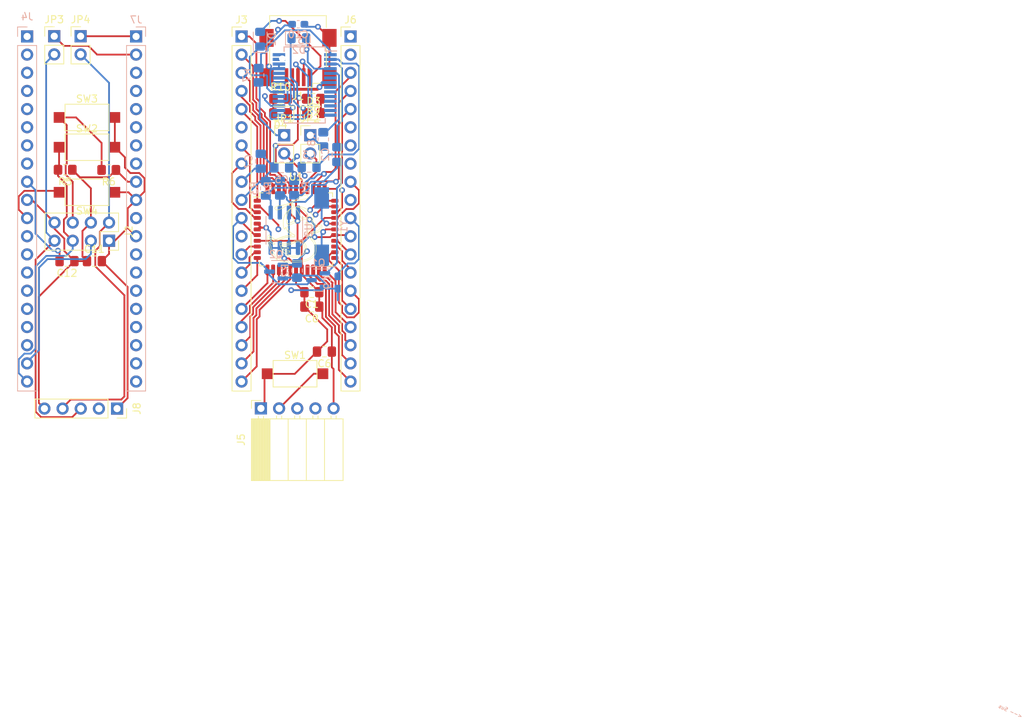
<source format=kicad_pcb>
(kicad_pcb (version 20211014) (generator pcbnew)
  (layers (0 "F.Cu" signal) (1 "In1.Cu" signal) (2 "In2.Cu" signal) (31 "B.Cu" signal) (34 "B.Paste" user) (35 "F.Paste" user) (36 "B.SilkS" user "B.Silkscreen") (37 "F.SilkS" user "F.Silkscreen") (38 "B.Mask" user) (39 "F.Mask" user) (44 "Edge.Cuts" user))
  (net 0 "")
  (net 1 "GND")
  (net 2 "Net-(U1-Pad28)")
  (net 3 "Net-(U1-Pad29)")
  (net 4 "Net-(D1-Pad2)")
  (net 5 "Net-(D2-Pad2)")
  (net 6 "Net-(D3-Pad1)")
  (net 7 "Net-(D3-Pad2)")
  (net 8 "Net-(D4-Pad1)")
  (net 9 "Net-(D4-Pad2)")
  (net 10 "Net-(R7-Pad1)")
  (net 11 "Net-(R8-Pad1)")
  (net 22 "/Propeller/3V3")
  (net 23 "/Propeller/FT232_RTS")
  (net 24 "Net-(C2-Pad2)")
  (net 25 "/Propeller/FT232_DTR")
  (net 26 "Net-(C3-Pad2)")
  (net 27 "/Propeller/5V")
  (net 28 "Net-(J1-Pad2)")
  (net 29 "Net-(J1-Pad3)")
  (net 31 "/ESP-01/3V3")
  (net 32 "/Propeller/P14_ESP-TX")
  (net 33 "/Propeller/P15_ESP-RX")
  (net 34 "Net-(J2-Pad6)")
  (net 35 "/ESP-01/ESP_TX")
  (net 36 "/Propeller/P0")
  (net 37 "/Propeller/P1")
  (net 38 "/Propeller/P2")
  (net 39 "/Propeller/P3")
  (net 40 "/Propeller/P4")
  (net 41 "/Propeller/P5")
  (net 42 "/Propeller/P6")
  (net 43 "/Propeller/P7")
  (net 44 "/Propeller/Reset")
  (net 45 "/Propeller/7-12V")
  (net 46 "/Propeller/P8")
  (net 47 "/Propeller/P9")
  (net 48 "/Propeller/P10")
  (net 49 "/Propeller/P11")
  (net 50 "/Propeller/P12")
  (net 51 "/Propeller/P13")
  (net 53 "/Propeller/P31_RX")
  (net 54 "/Propeller/P30_TX")
  (net 55 "/Propeller/P29_SDA")
  (net 56 "/Propeller/P28_SCL")
  (net 57 "/Propeller/P27")
  (net 58 "/Propeller/P26")
  (net 59 "/Propeller/P25")
  (net 60 "/Propeller/P24")
  (net 61 "/Propeller/P23")
  (net 62 "/Propeller/P22")
  (net 63 "/Propeller/P21")
  (net 64 "/Propeller/P20")
  (net 65 "/Propeller/P19")
  (net 66 "/Propeller/P18")
  (net 67 "/Propeller/P17")
  (net 68 "/Propeller/P16")
  (net 69 "/ESP-01/P14_ESP-TX")
  (net 70 "/ESP-01/P15_ESP-RX")
  (net 71 "/ESP-01/ESP_RX")
  (net 79 "/ESP-01/Reset")
  (net 87 "/Propeller/FT232_TX")
  (net 88 "/Propeller/FT232_RX")
  (net 95 "/ESP-01/5V")
  (net 105 "/ESP-01/FT232_RX")
  (net 106 "/ESP-01/FT232_TX")
  (footprint "Connector_USB:USB_Mini-B_Wuerth_65100516121_Horizontal" (layer "F.Cu") (at 57.8902 33.0962 180)
    (fp_text reference "J1")
    (fp_text value "USB_B_Mini")
  )
  (footprint "Capacitor_SMD:C_0805_2012Metric_Pad1.18x1.45mm_HandSolder" (layer "F.Cu") (at 59.83 67.78 180)
    (fp_text reference "C8")
    (fp_text value "0.1µF")
  )
  (footprint "Button_Switch_SMD:SW_SPST_CK_RS282G05A3" (layer "F.Cu") (at 28.379499 51.787901 180)
    (fp_text reference "SW4")
    (fp_text value "SW_Reset")
  )
  (footprint "Connector_PinHeader_2.54mm:PinHeader_1x20_P2.54mm_Vertical" (layer "F.Cu") (at 65.24 30)
    (fp_text reference "J6")
    (fp_text value "Conn_01x20_Male")
  )
  (footprint "Button_Switch_SMD:SW_SPST_CK_RS282G05A3" (layer "F.Cu") (at 28.379499 41.323101)
    (fp_text reference "SW3")
    (fp_text value "SW_Reset_ESP")
  )
  (footprint "Resistor_SMD:R_0805_2012Metric_Pad1.20x1.40mm_HandSolder" (layer "F.Cu") (at 60.0362 38.7096 180)
    (fp_text reference "R9")
    (fp_text value "330")
  )
  (footprint "Resistor_SMD:R_0805_2012Metric_Pad1.20x1.40mm_HandSolder" (layer "F.Cu") (at 25.331499 48.638301 180)
    (fp_text reference "R5")
    (fp_text value "4.7k")
  )
  (footprint "Diode_SMD:D_0805_2012Metric_Pad1.15x1.40mm_HandSolder" (layer "F.Cu") (at 60.071 40.7162)
    (fp_text reference "D3")
    (fp_text value "LED_RX")
  )
  (footprint "Connector_PinSocket_2.54mm:PinSocket_1x05_P2.54mm_Vertical" (layer "F.Cu") (at 32.591299 82.038901 -90)
    (fp_text reference "J8")
    (fp_text value "ProgUSB_ESP")
  )
  (footprint "Connector_PinSocket_2.54mm:PinSocket_2x04_P2.54mm_Vertical" (layer "F.Cu") (at 31.468299 58.564301 -90)
    (fp_text reference "J2")
    (fp_text value "Conn_ESP-01")
  )
  (footprint "Button_Switch_SMD:SW_SPST_CK_RS282G05A3" (layer "F.Cu") (at 57.4802 77.1652)
    (fp_text reference "SW1")
    (fp_text value "SW_Reset")
  )
  (footprint "Capacitor_SMD:C_0805_2012Metric_Pad1.18x1.45mm_HandSolder" (layer "F.Cu") (at 25.585499 61.414501 180)
    (fp_text reference "C12")
    (fp_text value "1µF")
  )
  (footprint "Resistor_SMD:R_0805_2012Metric_Pad1.20x1.40mm_HandSolder" (layer "F.Cu") (at 55.4642 38.7096)
    (fp_text reference "R10")
    (fp_text value "330")
  )
  (footprint "Connector_PinSocket_2.54mm:PinSocket_1x05_P2.54mm_Horizontal" (layer "F.Cu") (at 52.7104 82.0108 90)
    (fp_text reference "J5")
    (fp_text value "ProgUSB_Pro")
  )
  (footprint "Package_QFP:LQFP-44_10x10mm_P0.8mm" (layer "F.Cu") (at 57.62 56.9722)
    (fp_text reference "U1")
    (fp_text value "P8X32A-Q44")
  )
  (footprint "Connector_PinHeader_2.54mm:PinHeader_1x02_P2.54mm_Vertical" (layer "F.Cu") (at 55.9562 43.815)
    (fp_text reference "JP1")
    (fp_text value "Pro_TX")
  )
  (footprint "Connector_PinHeader_2.54mm:PinHeader_1x02_P2.54mm_Vertical" (layer "F.Cu") (at 59.6138 43.81)
    (fp_text reference "JP2")
    (fp_text value "Pro_RX")
  )
  (footprint "Capacitor_SMD:C_0805_2012Metric_Pad1.18x1.45mm_HandSolder" (layer "F.Cu") (at 29.420899 61.414501)
    (fp_text reference "C11")
    (fp_text value "0.1µF")
  )
  (footprint "Resistor_SMD:R_0805_2012Metric_Pad1.20x1.40mm_HandSolder" (layer "F.Cu") (at 31.427499 48.663701 180)
    (fp_text reference "R6")
    (fp_text value "4.7k")
  )
  (footprint "Connector_PinHeader_2.54mm:PinHeader_1x02_P2.54mm_Vertical" (layer "F.Cu") (at 23.805699 29.964301)
    (fp_text reference "JP3")
    (fp_text value "ESP_TX")
  )
  (footprint "Connector_PinHeader_2.54mm:PinHeader_1x02_P2.54mm_Vertical" (layer "F.Cu") (at 27.490499 29.964301)
    (fp_text reference "JP4")
    (fp_text value "ESP_RX")
  )
  (footprint "Capacitor_SMD:C_0805_2012Metric_Pad1.18x1.45mm_HandSolder" (layer "F.Cu") (at 59.83 65.76 180)
    (fp_text reference "C1")
    (fp_text value "1µF")
  )
  (footprint "Capacitor_SMD:C_0805_2012Metric_Pad1.18x1.45mm_HandSolder" (layer "F.Cu") (at 61.59 74.07 180)
    (fp_text reference "C6")
    (fp_text value "0.1µF")
  )
  (footprint "Diode_SMD:D_0805_2012Metric_Pad1.15x1.40mm_HandSolder" (layer "F.Cu") (at 55.4482 40.7162 180)
    (fp_text reference "D4")
    (fp_text value "LED_TX")
  )
  (footprint "Button_Switch_SMD:SW_SPST_CK_RS282G05A3" (layer "F.Cu") (at 28.379499 45.488701)
    (fp_text reference "SW2")
    (fp_text value "SW_Prog_ESP")
  )
  (footprint "Connector_PinHeader_2.54mm:PinHeader_1x20_P2.54mm_Vertical" (layer "F.Cu") (at 50 30)
    (fp_text reference "J3")
    (fp_text value "Conn_01x20_Male")
  )
  (footprint "Diode_SMD:D_0805_2012Metric_Pad1.15x1.40mm_HandSolder" (layer "B.Cu") (at 52.6034 30.3784 90)
    (fp_text reference "D1")
    (fp_text value "D_Schottky")
  )
  (footprint "Resistor_SMD:R_0805_2012Metric_Pad1.20x1.40mm_HandSolder" (layer "B.Cu") (at 57.76 62.73 -90)
    (fp_text reference "R2")
    (fp_text value "33K")
  )
  (footprint "Resistor_SMD:R_0805_2012Metric_Pad1.20x1.40mm_HandSolder" (layer "B.Cu") (at 55.3752 51.2262 -90)
    (fp_text reference "R4")
    (fp_text value "10k")
  )
  (footprint "Capacitor_SMD:C_0805_2012Metric_Pad1.18x1.45mm_HandSolder" (layer "B.Cu") (at 63.4 46.51 -90)
    (fp_text reference "C2")
    (fp_text value "0.01µF")
  )
  (footprint "Capacitor_SMD:C_0603_1608Metric_Pad1.08x0.95mm_HandSolder" (layer "B.Cu") (at 57.93 28.29)
    (fp_text reference "C10")
    (fp_text value "0.1µF")
  )
  (footprint "Resistor_SMD:R_0805_2012Metric_Pad1.20x1.40mm_HandSolder" (layer "B.Cu") (at 52.38 35.42 -90)
    (fp_text reference "R7")
    (fp_text value "150")
  )
  (footprint "Capacitor_SMD:C_0805_2012Metric_Pad1.18x1.45mm_HandSolder" (layer "B.Cu") (at 55.62 48.31)
    (fp_text reference "C5")
    (fp_text value "0.1µF")
  )
  (footprint "Connector_PinSocket_2.54mm:PinSocket_1x20_P2.54mm_Vertical" (layer "B.Cu") (at 20.010299 29.994901 180)
    (fp_text reference "J4")
    (fp_text value "Conn_ESP")
  )
  (footprint "Diode_SMD:D_0805_2012Metric_Pad1.15x1.40mm_HandSolder" (layer "B.Cu") (at 58.01 30.24)
    (fp_text reference "D2")
    (fp_text value "D_Schottky")
  )
  (footprint "Package_TO_SOT_SMD:SOT-23" (layer "B.Cu") (at 54.833 62.8824 180)
    (fp_text reference "Q2")
    (fp_text value "MMBT3904")
  )
  (footprint "Connector_PinHeader_2.54mm:PinHeader_1x20_P2.54mm_Vertical" (layer "B.Cu") (at 35.250299 29.994901 180)
    (fp_text reference "J7")
    (fp_text value "Conn_ESP")
  )
  (footprint "Package_TO_SOT_SMD:SOT-23" (layer "B.Cu") (at 60.72 64.07 180)
    (fp_text reference "Q1")
    (fp_text value "MMBT3904")
  )
  (footprint "Resistor_SMD:R_0805_2012Metric_Pad1.20x1.40mm_HandSolder" (layer "B.Cu") (at 53.3908 51.2318 -90)
    (fp_text reference "R3")
    (fp_text value "10k")
  )
  (footprint "Capacitor_SMD:C_0805_2012Metric_Pad1.18x1.45mm_HandSolder" (layer "B.Cu") (at 59.45 48.25 180)
    (fp_text reference "C3")
    (fp_text value "0.01µF")
  )
  (footprint "Capacitor_SMD:C_0805_2012Metric_Pad1.18x1.45mm_HandSolder" (layer "B.Cu") (at 52.69 47.44 -90)
    (fp_text reference "C7")
    (fp_text value "0.1µF")
  )
  (footprint "Package_SO:SOIC-8-1EP_3.9x4.9mm_P1.27mm_EP2.41x3.81mm" (layer "B.Cu") (at 55.9816 57.0992 90)
    (fp_text reference "U2")
    (fp_text value "24LC512")
  )
  (footprint "Crystal:Crystal_SMD_MicroCrystal_CC1V-T1A-2Pin_8.0x3.7mm_HandSoldering" (layer "B.Cu") (at 61.1886 56.5912 90)
    (fp_text reference "Y1")
    (fp_text value "5MHz")
  )
  (footprint "Resistor_SMD:R_0805_2012Metric_Pad1.20x1.40mm_HandSolder" (layer "B.Cu") (at 57.35 51.2 90)
    (fp_text reference "R1")
    (fp_text value "33K")
  )
  (footprint "Resistor_SMD:R_0805_2012Metric_Pad1.20x1.40mm_HandSolder" (layer "B.Cu") (at 61.43 44.39 -90)
    (fp_text reference "R8")
    (fp_text value "150")
  )
  (footprint "Package_SO:SSOP-28_5.3x10.2mm_P0.65mm" (layer "B.Cu") (at 58.8264 36.7792 180)
    (fp_text reference "U3")
    (fp_text value "FT232RL")
  )
  (footprint "Capacitor_SMD:C_0603_1608Metric_Pad1.08x0.95mm_HandSolder" (layer "B.Cu") (at 63.47 64.4025 -90)
    (fp_text reference "C9")
    (fp_text value "1µF")
  )
  (gr_poly (pts (xy 56.040703 56.920323) (xy 56.036599 56.922579) (xy 56.032506 56.924463) (xy 56.028436 56.92596) (xy 56.024401 56.927051) (xy 56.020413 56.927718) (xy 56.016484 56.927945) (xy 56.013279 56.927772) (xy 56.017295 56.927392) (xy 56.021615 56.926707) (xy 56.025883 56.925758) (xy 56.030093 56.924549) (xy 56.034243 56.923083) (xy 56.038327 56.921368) (xy 56.041486 56.919824)) (layer "F.SilkS") (width 0.03) (fill solid))
  (gr_poly (pts (xy 54.603534 59.098584) (xy 54.601987 59.100753) (xy 54.60067 59.101598) (xy 54.601584 59.100533) (xy 54.605791 59.094574)) (layer "F.SilkS") (width 0.03) (fill solid))
  (gr_poly (pts (xy 58.023226 53.77717) (xy 58.106551 53.783706) (xy 58.190082 53.793765) (xy 58.274039 53.80736) (xy 58.35864 53.824503) (xy 58.476904 53.854364) (xy 58.593516 53.890837) (xy 58.708232 53.93374) (xy 58.820808 53.98289) (xy 58.931 54.038104) (xy 59.038564 54.099197) (xy 59.143256 54.165988) (xy 59.244831 54.238293) (xy 59.343047 54.315929) (xy 59.437658 54.398713) (xy 59.52842 54.486461) (xy 59.61509 54.57899) (xy 59.697424 54.676117) (xy 59.775176 54.77766) (xy 59.848105 54.883434) (xy 59.915964 54.993257) (xy 60.030107 55.188043) (xy 60.051071 55.225253) (xy 60.068473 55.259741) (xy 60.082337 55.291446) (xy 60.092683 55.320302) (xy 60.096544 55.333643) (xy 60.099534 55.346247) (xy 60.100845 55.35357) (xy 60.098666 55.344754) (xy 60.093513 55.329077) (xy 60.086496 55.311161) (xy 60.07751 55.29072) (xy 60.066454 55.267471) (xy 60.053223 55.241129) (xy 60.019828 55.178028) (xy 59.9765 55.099144) (xy 59.90268 54.973198) (xy 59.824145 54.852872) (xy 59.741027 54.738263) (xy 59.653454 54.629472) (xy 59.561557 54.526598) (xy 59.465466 54.429742) (xy 59.365311 54.339003) (xy 59.261222 54.25448) (xy 59.153329 54.176275) (xy 59.041762 54.104486) (xy 58.926651 54.039213) (xy 58.808125 53.980557) (xy 58.686316 53.928616) (xy 58.561352 53.883491) (xy 58.433365 53.845281) (xy 58.302483 53.814086) (xy 58.260338 53.805706) (xy 58.22124 53.799051) (xy 58.182656 53.793933) (xy 58.142053 53.790162) (xy 58.096897 53.787551) (xy 58.044656 53.785911) (xy 58.038568 53.785827) (xy 57.989776 53.782387) (xy 57.955403 53.781229) (xy 57.919227 53.78073) (xy 57.881803 53.780846) (xy 57.843686 53.781533) (xy 57.76759 53.784446) (xy 57.695379 53.789117) (xy 57.691404 53.789462) (xy 57.652983 53.791919) (xy 57.617135 53.795132) (xy 57.586036 53.798959) (xy 57.559533 53.803409) (xy 57.48275 53.818491) (xy 57.482761 53.818448) (xy 57.484246 53.817199) (xy 57.486907 53.81588) (xy 57.495748 53.813035) (xy 57.509266 53.809921) (xy 57.527444 53.806546) (xy 57.550263 53.802916) (xy 57.577706 53.79904) (xy 57.609754 53.794924) (xy 57.687596 53.786005) (xy 57.772292 53.778574) (xy 57.856316 53.774617) (xy 57.939887 53.774144)) (layer "F.SilkS") (width 0.03) (fill solid))
  (gr_poly (pts (xy 55.864331 55.573455) (xy 55.85347 55.637927) (xy 55.84427 55.703471) (xy 55.836737 55.76992) (xy 55.830875 55.837108) (xy 55.826686 55.904868) (xy 55.824176 55.973034) (xy 55.823348 56.041439) (xy 55.824207 56.109915) (xy 55.826756 56.178298) (xy 55.830999 56.246419) (xy 55.836942 56.314112) (xy 55.844587 56.381211) (xy 55.853939 56.447549) (xy 55.865002 56.512959) (xy 55.873362 56.559492) (xy 55.882025 56.609434) (xy 55.889968 56.656791) (xy 55.896168 56.695572) (xy 55.900559 56.721705) (xy 55.905496 56.746539) (xy 55.908161 56.758453) (xy 55.910952 56.770022) (xy 55.913556 56.780045) (xy 55.907015 56.756826) (xy 55.896095 56.712568) (xy 55.885577 56.664504) (xy 55.875543 56.613182) (xy 55.857253 56.502964) (xy 55.841875 56.386306) (xy 55.830062 56.2676) (xy 55.822466 56.15124) (xy 55.820988 56.110184) (xy 55.820037 56.049116) (xy 55.820538 56.013748) (xy 55.823617 55.906428) (xy 55.824499 55.887866) (xy 55.836774 55.747602) (xy 55.857903 55.603475) (xy 55.869681 55.546432)) (layer "F.SilkS") (width 0.03) (fill solid))
  (gr_poly (pts (xy 57.184603 53.591379) (xy 57.185077 53.592489) (xy 57.185666 53.593576) (xy 57.186373 53.594642) (xy 57.1872 53.59569) (xy 57.188149 53.596722) (xy 57.189222 53.59774) (xy 57.190422 53.598746) (xy 57.19175 53.599743) (xy 57.192974 53.600573) (xy 57.192047 53.600543) (xy 57.190231 53.600461) (xy 57.18941 53.600356) (xy 57.188648 53.600209) (xy 57.187944 53.600018) (xy 57.187297 53.599782) (xy 57.186709 53.599502) (xy 57.186179 53.599177) (xy 57.185708 53.598805) (xy 57.185294 53.598386) (xy 57.184938 53.597919) (xy 57.184639 53.597405) (xy 57.184399 53.596841) (xy 57.184217 53.596228) (xy 57.184092 53.595565) (xy 57.184026 53.594851) (xy 57.184017 53.594086) (xy 57.184065 53.593268) (xy 57.184336 53.591474) (xy 57.184467 53.590949)) (layer "F.SilkS") (width 0.03) (fill solid))
  (gr_poly (pts (xy 59.385308 55.195304) (xy 59.383734 55.196218) (xy 59.381717 55.197013) (xy 59.382107 55.196541) (xy 59.38534 55.195232)) (layer "F.SilkS") (width 0.03) (fill solid))
  (gr_poly (pts (xy 56.371265 56.253251) (xy 56.373199 56.258329) (xy 56.375112 56.262837) (xy 56.376987 56.266731) (xy 56.378812 56.269968) (xy 56.379367 56.270768) (xy 56.378873 56.27087) (xy 56.377454 56.270878) (xy 56.376666 56.270561) (xy 56.375592 56.268651) (xy 56.374254 56.26492) (xy 56.370866 56.252393) (xy 56.370677 56.251556)) (layer "F.SilkS") (width 0.03) (fill solid))
  (gr_poly (pts (xy 59.275907 52.292444) (xy 59.283905 52.3039) (xy 59.291036 52.315526) (xy 59.297308 52.327304) (xy 59.302728 52.339215) (xy 59.307303 52.351242) (xy 59.311039 52.363366) (xy 59.313944 52.375569) (xy 59.316025 52.387832) (xy 59.317289 52.400139) (xy 59.317743 52.412469) (xy 59.317394 52.424806) (xy 59.316249 52.43713) (xy 59.314315 52.449425) (xy 59.311598 52.46167) (xy 59.308107 52.47385) (xy 59.303847 52.485944) (xy 59.298827 52.497935) (xy 59.293052 52.509805) (xy 59.28653 52.521536) (xy 59.279269 52.533109) (xy 59.271274 52.544506) (xy 59.262554 52.555709) (xy 59.253114 52.5667) (xy 59.242963 52.57746) (xy 59.232107 52.587972) (xy 59.220553 52.598216) (xy 59.208307 52.608176) (xy 59.195378 52.617832) (xy 59.181772 52.627167) (xy 59.167497 52.636163) (xy 59.152558 52.6448) (xy 59.136964 52.653061) (xy 59.111084 52.66574) (xy 59.084895 52.677647) (xy 59.058077 52.688861) (xy 59.030307 52.69946) (xy 59.001264 52.709524) (xy 58.970625 52.71913) (xy 58.938069 52.728358) (xy 58.903274 52.737286) (xy 58.865918 52.745993) (xy 58.825679 52.754557) (xy 58.782235 52.763057) (xy 58.735266 52.771573) (xy 58.629459 52.788962) (xy 58.505685 52.807355) (xy 58.405724 52.822244) (xy 58.311431 52.83755) (xy 58.221957 52.853447) (xy 58.136451 52.870108) (xy 58.054065 52.887706) (xy 57.973948 52.906415) (xy 57.895251 52.926408) (xy 57.817125 52.947859) (xy 57.7013 52.982332) (xy 57.580395 53.020921) (xy 57.460637 53.06135) (xy 57.348254 53.10134) (xy 57.249472 53.138611) (xy 57.170519 53.170886) (xy 57.117621 53.195887) (xy 57.102889 53.204948) (xy 57.097007 53.211335) (xy 57.096024 53.215099) (xy 57.094576 53.220235) (xy 57.090562 53.233705) (xy 57.089377 53.237514) (xy 57.089557 53.234642) (xy 57.089634 53.231083) (xy 57.089924 53.220941) (xy 57.092735 53.210717) (xy 57.093691 53.206996) (xy 57.097285 53.202251) (xy 57.103216 53.196993) (xy 57.111611 53.191403) (xy 57.122896 53.185264) (xy 57.137501 53.178362) (xy 57.155851 53.170481) (xy 57.205499 53.150923) (xy 57.368548 53.090593) (xy 57.518724 53.037439) (xy 57.664497 52.989948) (xy 57.807957 52.947601) (xy 57.9512 52.909881) (xy 58.096317 52.87627) (xy 58.245401 52.846251) (xy 58.400546 52.819305) (xy 58.563844 52.794915) (xy 58.632279 52.785042) (xy 58.696285 52.774977) (xy 58.756052 52.764658) (xy 58.811772 52.754023) (xy 58.863633 52.743013) (xy 58.911826 52.731565) (xy 58.956541 52.719619) (xy 58.997968 52.707114) (xy 59.036298 52.693988) (xy 59.07172 52.680181) (xy 59.104424 52.66563) (xy 59.134602 52.650276) (xy 59.162442 52.634057) (xy 59.188136 52.616912) (xy 59.211872 52.598779) (xy 59.233842 52.579599) (xy 59.244245 52.569605) (xy 59.253798 52.5598) (xy 59.262527 52.550132) (xy 59.270456 52.540549) (xy 59.277608 52.530997) (xy 59.28401 52.521426) (xy 59.289686 52.511782) (xy 59.294659 52.502013) (xy 59.298956 52.492067) (xy 59.3026 52.481892) (xy 59.305615 52.471435) (xy 59.308028 52.460644) (xy 59.309861 52.449466) (xy 59.31114 52.437851) (xy 59.311889 52.425744) (xy 59.312134 52.413094) (xy 59.311837 52.401563) (xy 59.310952 52.390187) (xy 59.30949 52.378976) (xy 59.307462 52.367941) (xy 59.304877 52.357092) (xy 59.301747 52.346439) (xy 59.298083 52.335992) (xy 59.293893 52.325761) (xy 59.28919 52.315758) (xy 59.283983 52.30599) (xy 59.278283 52.29647) (xy 59.273246 52.288923)) (layer "F.SilkS") (width 0.03) (fill solid))
  (gr_poly (pts (xy 56.224755 56.674073) (xy 56.224852 56.674132) (xy 56.22471 56.674172) (xy 56.223149 56.674842) (xy 56.221124 56.67593) (xy 56.218667 56.677415) (xy 56.215808 56.679273) (xy 56.212578 56.681483) (xy 56.209006 56.684021) (xy 56.205123 56.686865) (xy 56.196547 56.693382) (xy 56.187092 56.700852) (xy 56.177001 56.709095) (xy 56.166517 56.717931) (xy 56.159624 56.723963) (xy 56.153871 56.729249) (xy 56.159716 56.723097) (xy 56.169317 56.713525) (xy 56.178943 56.704455) (xy 56.188361 56.696127) (xy 56.197337 56.688777) (xy 56.20564 56.682646) (xy 56.213035 56.677971) (xy 56.21632 56.676254) (xy 56.21929 56.674991) (xy 56.221918 56.674211) (xy 56.224173 56.673945)) (layer "F.SilkS") (width 0.03) (fill solid))
  (gr_poly (pts (xy 53.636991 58.243748) (xy 53.637313 58.281269) (xy 53.637025 58.269033) (xy 53.636733 58.240983) (xy 53.63678 58.235564)) (layer "F.SilkS") (width 0.03) (fill solid))
  (gr_poly (pts (xy 55.918639 56.797898) (xy 55.918256 56.796728) (xy 55.917753 56.794946)) (layer "F.SilkS") (width 0.03) (fill solid))
  (gr_poly (pts (xy 59.108006 55.952655) (xy 59.09557 55.954659) (xy 59.083435 55.957214) (xy 59.074973 55.95943) (xy 59.072635 55.959991) (xy 59.062009 55.963001) (xy 59.051676 55.966398) (xy 59.04164 55.970179) (xy 59.031905 55.974342) (xy 59.022475 55.978881) (xy 59.013355 55.983795) (xy 59.004549 55.989079) (xy 58.996061 55.994731) (xy 58.987896 56.000747) (xy 58.980057 56.007125) (xy 58.972549 56.013859) (xy 58.965377 56.020949) (xy 58.958544 56.028389) (xy 58.952054 56.036177) (xy 58.945913 56.044309) (xy 58.940124 56.052783) (xy 58.934691 56.061595) (xy 58.92962 56.070741) (xy 58.924913 56.080218) (xy 58.920575 56.090023) (xy 58.916611 56.100153) (xy 58.913025 56.110605) (xy 58.909821 56.121374) (xy 58.907003 56.132459) (xy 58.904576 56.143854) (xy 58.902568 56.155268) (xy 58.900978 56.166549) (xy 58.899803 56.177694) (xy 58.899521 56.18178) (xy 58.899627 56.169524) (xy 58.899988 56.157435) (xy 58.900558 56.146483) (xy 58.901376 56.136523) (xy 58.90248 56.127409) (xy 58.903905 56.118997) (xy 58.905692 56.11114) (xy 58.907877 56.103694) (xy 58.910497 56.096514) (xy 58.913591 56.089454) (xy 58.917196 56.08237) (xy 58.92135 56.075115) (xy 58.926091 56.067544) (xy 58.931456 56.059513) (xy 58.937483 56.050876) (xy 58.948188 56.036359) (xy 58.958822 56.023179) (xy 58.964147 56.017075) (xy 58.969495 56.011288) (xy 58.97488 56.005812) (xy 58.980314 56.00064) (xy 58.985812 55.995768) (xy 58.991387 55.991187) (xy 58.997052 55.986894) (xy 59.00282 55.982882) (xy 59.008706 55.979145) (xy 59.014723 55.975676) (xy 59.020884 55.972471) (xy 59.027203 55.969523) (xy 59.033692 55.966827) (xy 59.040367 55.964376) (xy 59.047239 55.962164) (xy 59.054323 55.960185) (xy 59.061631 55.958435) (xy 59.069178 55.956905) (xy 59.076977 55.955592) (xy 59.085042 55.954488) (xy 59.093385 55.953588) (xy 59.10202 55.952886) (xy 59.108648 55.952582)) (layer "F.SilkS") (width 0.03) (fill solid))
  (gr_poly (pts (xy 57.089331 53.238252) (xy 57.088964 53.241888) (xy 57.088464 53.245525) (xy 57.087837 53.249138) (xy 57.087092 53.252702) (xy 57.086236 53.256191) (xy 57.085277 53.25958) (xy 57.084222 53.262845) (xy 57.083079 53.26596) (xy 57.081856 53.2689) (xy 57.08056 53.27164) (xy 57.079199 53.274155) (xy 57.077781 53.276419) (xy 57.077207 53.277196) (xy 57.080011 53.267044) (xy 57.085521 53.249917) (xy 57.089377 53.237514)) (layer "F.SilkS") (width 0.03) (fill solid))
  (gr_poly (pts (xy 56.133079 59.200921) (xy 56.11503 59.201244) (xy 56.097699 59.20074)) (layer "F.SilkS") (width 0.03) (fill solid))
  (gr_poly (pts (xy 60.220157 56.241361) (xy 60.2164 56.237841) (xy 60.21465 56.236001)) (layer "F.SilkS") (width 0.03) (fill solid))
  (gr_poly (pts (xy 53.637625 58.294546) (xy 53.641365 58.371834) (xy 53.647045 58.450448) (xy 53.654631 58.529431) (xy 53.664088 58.607828) (xy 53.675381 58.684683) (xy 53.688476 58.759041) (xy 53.703339 58.829947) (xy 53.719934 58.896444) (xy 53.731899 58.938713) (xy 53.744458 58.979948) (xy 53.757632 59.02021) (xy 53.771444 59.05956) (xy 53.785915 59.098059) (xy 53.801068 59.135766) (xy 53.816924 59.172744) (xy 53.833506 59.209053) (xy 53.843111 59.230673) (xy 53.854114 59.25755) (xy 53.866128 59.288616) (xy 53.878767 59.322803) (xy 53.891643 59.359043) (xy 53.904369 59.396268) (xy 53.916559 59.43341) (xy 53.927826 59.469402) (xy 53.981127 59.63954) (xy 54.034221 59.798936) (xy 54.087356 59.948024) (xy 54.140785 60.087237) (xy 54.194756 60.217007) (xy 54.24952 60.337769) (xy 54.305327 60.449955) (xy 54.362428 60.553998) (xy 54.421072 60.650331) (xy 54.481509 60.739388) (xy 54.54399 60.8216) (xy 54.608765 60.897403) (xy 54.642091 60.933035) (xy 54.676084 60.967227) (xy 54.746198 61.031507) (xy 54.819355 61.090676) (xy 54.895807 61.145166) (xy 54.941756 61.175186) (xy 54.987231 61.203405) (xy 55.032522 61.229935) (xy 55.07792 61.254891) (xy 55.123717 61.278386) (xy 55.170204 61.300533) (xy 55.217672 61.321445) (xy 55.266413 61.341237) (xy 55.316717 61.360021) (xy 55.368876 61.37791) (xy 55.42318 61.395019) (xy 55.479922 61.411461) (xy 55.601881 61.442795) (xy 55.737084 61.472821) (xy 55.817213 61.488085) (xy 55.869466 61.496323) (xy 55.82145 61.489391) (xy 55.684657 61.464951) (xy 55.558337 61.437293) (xy 55.444984 61.406738) (xy 55.330694 61.369244) (xy 55.232363 61.331137) (xy 55.21171 61.322456) (xy 55.12524 61.283169) (xy 55.09153 61.265854) (xy 55.019621 61.227797) (xy 54.925831 61.170305) (xy 54.836645 61.107296) (xy 54.751851 61.038564) (xy 54.671242 60.963903) (xy 54.594609 60.883105) (xy 54.521742 60.795964) (xy 54.452432 60.702274) (xy 54.38647 60.601827) (xy 54.323648 60.494417) (xy 54.263756 60.379838) (xy 54.206584 60.257882) (xy 54.151926 60.128343) (xy 54.122994 60.053923) (xy 54.091244 59.96836) (xy 54.024548 59.779181) (xy 53.962352 59.591545) (xy 53.936228 59.507912) (xy 53.915172 59.436193) (xy 53.908326 59.413321) (xy 53.899769 59.387224) (xy 53.889844 59.358812) (xy 53.88913 59.356869) (xy 53.888944 59.355604) (xy 53.888093 59.352481) (xy 53.886711 59.348267) (xy 53.884825 59.343031) (xy 53.879657 59.329764) (xy 53.873073 59.313836) (xy 53.86726 59.298692) (xy 53.855285 59.268806) (xy 53.843312 59.240253) (xy 53.831683 59.213943) (xy 53.805666 59.154576) (xy 53.781608 59.094883) (xy 53.759489 59.03474) (xy 53.739284 58.974022) (xy 53.720971 58.912604) (xy 53.704528 58.850363) (xy 53.689931 58.787174) (xy 53.677157 58.722912) (xy 53.666185 58.657453) (xy 53.656991 58.590672) (xy 53.649552 58.522445) (xy 53.643846 58.452649) (xy 53.63985 58.381157) (xy 53.63754 58.307846) (xy 53.637313 58.281269)) (layer "F.SilkS") (width 0.03) (fill solid))
  (gr_poly (pts (xy 53.936586 58.654541) (xy 53.960384 58.676617) (xy 53.986302 58.701535) (xy 54.013749 58.728785) (xy 54.042959 58.757566) (xy 54.073926 58.786871) (xy 54.105708 58.815882) (xy 54.137361 58.843783) (xy 54.167941 58.869758) (xy 54.196505 58.892988) (xy 54.22211 58.912657) (xy 54.233507 58.920901) (xy 54.24381 58.927948) (xy 54.267499 58.943166) (xy 54.293146 58.958886) (xy 54.320291 58.974881) (xy 54.348473 58.990921) (xy 54.406104 59.022229) (xy 54.462348 59.050984) (xy 54.513517 59.075362) (xy 54.536045 59.08534) (xy 54.555921 59.093539) (xy 54.572684 59.099731) (xy 54.585872 59.103688) (xy 54.592714 59.104805) (xy 54.592428 59.104887) (xy 54.588302 59.105485) (xy 54.583792 59.105597) (xy 54.578863 59.105221) (xy 54.573477 59.104358) (xy 54.567599 59.103006) (xy 54.561193 59.101164) (xy 54.554223 59.098831) (xy 54.546651 59.096006) (xy 54.538443 59.092688) (xy 54.529563 59.088876) (xy 54.509637 59.079766) (xy 54.486586 59.068667) (xy 54.42995 59.040473) (xy 54.400548 59.025329) (xy 54.371541 59.009579) (xy 54.342917 58.993211) (xy 54.314664 58.976218) (xy 54.286768 58.958589) (xy 54.259218 58.940316) (xy 54.232 58.921389) (xy 54.205102 58.901798) (xy 54.178512 58.881534) (xy 54.152217 58.860588) (xy 54.126204 58.838951) (xy 54.10046 58.816613) (xy 54.074974 58.793564) (xy 54.049732 58.769796) (xy 54.024723 58.745298) (xy 53.999933 58.720062) (xy 53.956153 58.675132) (xy 53.927832 58.64677)) (layer "F.SilkS") (width 0.03) (fill solid))
  (gr_poly (pts (xy 57.309464 55.836564) (xy 57.308994 55.837164) (xy 57.308299 55.83759) (xy 57.309596 55.836299)) (layer "F.SilkS") (width 0.03) (fill solid))
  (gr_poly (pts (xy 58.439095 55.432117) (xy 58.425024 55.435967) (xy 58.416655 55.438089) (xy 58.412716 55.438736) (xy 58.408951 55.4388) (xy 58.405299 55.438196) (xy 58.4028 55.437256) (xy 58.40508 55.4371) (xy 58.414385 55.435972) (xy 58.425817 55.434017) (xy 58.439553 55.431194) (xy 58.454202 55.427821)) (layer "F.SilkS") (width 0.03) (fill solid))
  (gr_poly (pts (xy 55.84828 59.655671) (xy 55.858498 59.656426) (xy 55.859147 59.65663) (xy 55.862123 59.657696) (xy 55.87483 59.661793) (xy 55.89098 59.665779) (xy 55.932607 59.673334) (xy 55.985004 59.680191) (xy 56.04617 59.686182) (xy 56.114104 59.691136) (xy 56.186806 59.694884) (xy 56.262275 59.697256) (xy 56.33851 59.698083) (xy 56.380359 59.69796) (xy 56.419636 59.697609) (xy 56.455465 59.697056) (xy 56.486969 59.696324) (xy 56.513272 59.695438) (xy 56.530954 59.694551) (xy 56.530181 59.694713) (xy 56.505854 59.697551) (xy 56.474727 59.699765) (xy 56.396303 59.702364) (xy 56.303374 59.702592) (xy 56.204401 59.700531) (xy 56.107848 59.696259) (xy 56.022178 59.68986) (xy 55.986068 59.685887) (xy 55.955853 59.681413) (xy 55.933339 59.677695) (xy 55.912085 59.674632) (xy 55.892574 59.672262) (xy 55.87529 59.670622) (xy 55.860714 59.669752) (xy 55.849331 59.669688) (xy 55.844987 59.66997) (xy 55.841623 59.670469) (xy 55.839298 59.671188) (xy 55.838074 59.672133) (xy 55.837682 59.67365) (xy 55.837847 59.67597) (xy 55.839735 59.682832) (xy 55.843515 59.692338) (xy 55.848963 59.70411) (xy 55.855854 59.717767) (xy 55.863965 59.73293) (xy 55.882952 59.766257) (xy 55.904133 59.801052) (xy 55.925718 59.83428) (xy 55.936102 59.849357) (xy 55.945915 59.862904) (xy 55.954935 59.874541) (xy 55.962936 59.883888) (xy 55.968213 59.889062) (xy 55.974432 59.894127) (xy 55.981576 59.89908) (xy 55.989628 59.903917) (xy 56.008394 59.913236) (xy 56.0306 59.922061) (xy 56.056116 59.930369) (xy 56.084812 59.938137) (xy 56.116559 59.945343) (xy 56.151226 59.951964) (xy 56.188684 59.957976) (xy 56.228804 59.963359) (xy 56.271455 59.968088) (xy 56.316507 59.972141) (xy 56.363831 59.975495) (xy 56.413297 59.978128) (xy 56.464775 59.980016) (xy 56.518135 59.981137) (xy 56.727685 59.983959) (xy 56.727964 59.992325) (xy 56.721332 59.99211) (xy 56.721332 59.992051) (xy 56.70857 59.991695) (xy 56.496391 59.984804) (xy 56.414908 59.981505) (xy 56.340889 59.977102) (xy 56.273673 59.971509) (xy 56.212601 59.96464) (xy 56.184164 59.960701) (xy 56.157015 59.956412) (xy 56.131073 59.951761) (xy 56.106256 59.946737) (xy 56.08248 59.941331) (xy 56.059664 59.935532) (xy 56.037724 59.929328) (xy 56.016579 59.92271) (xy 56.008543 59.919919) (xy 56.00109 59.916961) (xy 55.994105 59.91371) (xy 55.987472 59.910036) (xy 55.981075 59.905813) (xy 55.974799 59.900913) (xy 55.968528 59.895208) (xy 55.962147 59.88857) (xy 55.955539 59.880873) (xy 55.94859 59.871988) (xy 55.941183 59.861788) (xy 55.933203 59.850145) (xy 55.924535 59.836932) (xy 55.915062 59.82202) (xy 55.893241 59.786592) (xy 55.878779 59.762389) (xy 55.865536 59.739406) (xy 55.853785 59.718175) (xy 55.843798 59.699229) (xy 55.83955 59.690779) (xy 55.835845 59.6831) (xy 55.832717 59.676257) (xy 55.8302 59.670318) (xy 55.828328 59.665349) (xy 55.827214 59.661678) (xy 55.82739 59.659718) (xy 55.828384 59.657879) (xy 55.829861 59.656986) (xy 55.832138 59.656309) (xy 55.835165 59.655843) (xy 55.838897 59.655585) (xy 55.843284 59.655529)) (layer "F.SilkS") (width 0.03) (fill solid))
  (gr_poly (pts (xy 56.380173 56.257344) (xy 56.381336 56.258262) (xy 56.382046 56.258608) (xy 56.382777 56.261298) (xy 56.383867 56.263745) (xy 56.383667 56.263781) (xy 56.383033 56.263677) (xy 56.380095 56.25781) (xy 56.379831 56.256913)) (layer "F.SilkS") (width 0.03) (fill solid))
  (gr_poly (pts (xy 60.09783 55.366186) (xy 60.099536 55.377972) (xy 60.099496 55.379299) (xy 60.099377 55.380662) (xy 60.099182 55.382056) (xy 60.098912 55.38348) (xy 60.098157 55.386403) (xy 60.097125 55.389408) (xy 60.095963 55.392167) (xy 60.097133 55.386912) (xy 60.098092 55.375698) (xy 60.097657 55.365601)) (layer "F.SilkS") (width 0.03) (fill solid))
  (gr_poly (pts (xy 56.848951 54.088622) (xy 56.849525 54.089453) (xy 56.849373 54.090904) (xy 56.848504 54.092977) (xy 56.84464 54.098984) (xy 56.837989 54.10747) (xy 56.828609 54.118431) (xy 56.816557 54.131863) (xy 56.784665 54.16613) (xy 56.742273 54.213098) (xy 56.701715 54.262156) (xy 56.663004 54.313283) (xy 56.626148 54.366457) (xy 56.591157 54.421657) (xy 56.558042 54.478861) (xy 56.526813 54.538046) (xy 56.497479 54.599191) (xy 56.470051 54.662275) (xy 56.444537 54.727275) (xy 56.42095 54.794169) (xy 56.399298 54.862936) (xy 56.379591 54.933553) (xy 56.361839 55.006) (xy 56.346053 55.080254) (xy 56.332242 55.156293) (xy 56.326028 55.199078) (xy 56.320719 55.246964) (xy 56.312795 55.355354) (xy 56.308434 55.476091) (xy 56.308411 55.479567) (xy 56.307102 55.509894) (xy 56.30544 55.595728) (xy 56.305934 55.678258) (xy 56.308666 55.754893) (xy 56.313716 55.823045) (xy 56.315371 55.838645) (xy 56.316345 55.858691) (xy 56.325853 55.975119) (xy 56.331875 56.028229) (xy 56.338735 56.077043) (xy 56.350656 56.149284) (xy 56.361781 56.209851) (xy 56.366657 56.233772) (xy 56.370677 56.251556) (xy 56.369323 56.247648) (xy 56.365475 56.235041) (xy 56.361773 56.22086) (xy 56.358334 56.20546) (xy 56.355275 56.189194) (xy 56.346699 56.136524) (xy 56.337674 56.073911) (xy 56.307946 55.843343) (xy 56.304633 55.802494) (xy 56.302314 55.744075) (xy 56.300981 55.673519) (xy 56.300624 55.596262) (xy 56.301235 55.517737) (xy 56.302805 55.443379) (xy 56.305325 55.37862) (xy 56.308787 55.328897) (xy 56.319451 55.23496) (xy 56.33293 55.143278) (xy 56.349185 55.053949) (xy 56.368176 54.967065) (xy 56.389864 54.882722) (xy 56.41421 54.801016) (xy 56.441175 54.72204) (xy 56.470719 54.64589) (xy 56.502804 54.572661) (xy 56.537391 54.502448) (xy 56.57444 54.435346) (xy 56.613911 54.371449) (xy 56.655766 54.310853) (xy 56.699967 54.253653) (xy 56.746472 54.199943) (xy 56.795244 54.149819) (xy 56.807178 54.138152) (xy 56.817325 54.127985) (xy 56.825679 54.119317) (xy 56.832235 54.112145) (xy 56.836987 54.10647) (xy 56.839932 54.102289) (xy 56.840725 54.100759) (xy 56.841064 54.099602) (xy 56.840948 54.098817) (xy 56.840377 54.098405) (xy 56.83935 54.098366) (xy 56.837867 54.098699) (xy 56.833529 54.100482) (xy 56.827358 54.103751) (xy 56.819349 54.108507) (xy 56.809496 54.114747) (xy 56.797796 54.12247) (xy 56.768829 54.14236) (xy 56.71311 54.182646) (xy 56.659015 54.224478) (xy 56.606536 54.267865) (xy 56.555662 54.31282) (xy 56.544332 54.323519) (xy 56.557057 54.311069) (xy 56.618246 54.254433) (xy 56.647012 54.229138) (xy 56.67404 54.206377) (xy 56.698944 54.186541) (xy 56.721334 54.170017) (xy 56.772257 54.134582) (xy 56.809979 54.109189) (xy 56.824032 54.100249) (xy 56.834956 54.093809) (xy 56.842808 54.089865) (xy 56.8456 54.088828) (xy 56.847645 54.088414)) (layer "F.SilkS") (width 0.03) (fill solid))
  (gr_poly (pts (xy 59.231987 55.958449) (xy 59.240544 55.96015) (xy 59.248486 55.962146) (xy 59.255941 55.964475) (xy 59.263032 55.96717) (xy 59.269885 55.970267) (xy 59.276627 55.973802) (xy 59.283381 55.977809) (xy 59.290275 55.982324) (xy 59.297433 55.987382) (xy 59.304981 55.993019) (xy 59.316531 56.002452) (xy 59.327336 56.012536) (xy 59.337396 56.023226) (xy 59.34671 56.03448) (xy 59.35528 56.046254) (xy 59.363104 56.058504) (xy 59.370183 56.071188) (xy 59.376517 56.084262) (xy 59.382106 56.097682) (xy 59.386949 56.111406) (xy 59.391048 56.12539) (xy 59.394401 56.139591) (xy 59.397009 56.153965) (xy 59.398872 56.168469) (xy 59.399175 56.172421) (xy 59.398691 56.16831) (xy 59.395848 56.153251) (xy 59.391964 56.138084) (xy 59.387096 56.122911) (xy 59.3813 56.107835) (xy 59.374631 56.092957) (xy 59.367147 56.078381) (xy 59.358901 56.064208) (xy 59.349952 56.050542) (xy 59.340354 56.037483) (xy 59.330165 56.025135) (xy 59.319438 56.013601) (xy 59.308232 56.002981) (xy 59.296601 55.993379) (xy 59.290644 55.988992) (xy 59.284602 55.984898) (xy 59.276669 55.97987) (xy 59.269086 55.975322) (xy 59.261773 55.971234) (xy 59.25465 55.967583) (xy 59.247638 55.964347) (xy 59.240656 55.961506) (xy 59.233623 55.959038) (xy 59.231244 55.958334)) (layer "F.SilkS") (width 0.03) (fill solid))
  (gr_poly (pts (xy 56.900181 54.041546) (xy 56.85219 54.070417) (xy 56.803871 54.100741) (xy 56.775786 54.11924) (xy 56.810436 54.095229) (xy 56.858229 54.064702) (xy 56.904834 54.037658) (xy 56.925788 54.026846)) (layer "F.SilkS") (width 0.03) (fill solid))
  (gr_poly (pts (xy 56.891178 53.303517) (xy 56.889343 53.304152) (xy 56.886745 53.305185) (xy 56.884017 53.306395) (xy 56.881144 53.307782) (xy 56.87811 53.309349) (xy 56.871486 53.31303) (xy 56.864014 53.317454) (xy 56.845989 53.328596) (xy 56.486384 53.556243) (xy 56.247326 53.705899) (xy 56.14366 53.768999) (xy 56.048388 53.825557) (xy 55.959876 53.876529) (xy 55.876488 53.922872) (xy 55.796589 53.965544) (xy 55.731183 53.999029) (xy 55.694254 54.017224) (xy 55.6399 54.043461) (xy 55.583733 54.069718) (xy 55.497882 54.108066) (xy 55.391533 54.151734) (xy 55.290143 54.189514) (xy 55.195439 54.220798) (xy 55.109151 54.244976) (xy 55.069703 54.25421) (xy 55.067197 54.254704) (xy 55.121037 54.241417) (xy 55.19963 54.218572) (xy 55.281212 54.191404) (xy 55.366282 54.159653) (xy 55.455339 54.123062) (xy 55.548882 54.081369) (xy 55.676998 54.018288) (xy 55.698646 54.008012) (xy 55.716983 53.998601) (xy 55.751422 53.981644) (xy 55.774635 53.969012) (xy 55.831959 53.939592) (xy 55.971114 53.863245) (xy 56.116995 53.778534) (xy 56.179384 53.740524) (xy 56.232286 53.709575) (xy 56.518592 53.533082) (xy 56.840804 53.32685) (xy 56.849089 53.321512) (xy 56.856528 53.316847) (xy 56.863234 53.312837) (xy 56.869321 53.309466) (xy 56.874904 53.306717) (xy 56.877541 53.30557) (xy 56.880094 53.304572) (xy 56.882579 53.303721) (xy 56.885008 53.303015) (xy 56.887396 53.302451) (xy 56.889757 53.302027) (xy 56.892106 53.301742) (xy 56.89419 53.30161)) (layer "F.SilkS") (width 0.03) (fill solid))
  (gr_poly (pts (xy 60.283729 56.29274) (xy 60.281825 56.291541) (xy 60.279602 56.290022)) (layer "F.SilkS") (width 0.03) (fill solid))
  (gr_poly (pts (xy 58.900105 56.231253) (xy 58.901389 56.241508) (xy 58.903077 56.251602) (xy 58.905167 56.261533) (xy 58.907658 56.271296) (xy 58.910548 56.280888) (xy 58.913835 56.290305) (xy 58.917518 56.299545) (xy 58.921596 56.308604) (xy 58.926065 56.317478) (xy 58.930926 56.326164) (xy 58.936175 56.334659) (xy 58.941813 56.342958) (xy 58.947836 56.351058) (xy 58.954243 56.358957) (xy 58.961033 56.36665) (xy 58.968203 56.374135) (xy 58.975753 56.381407) (xy 58.983681 56.388463) (xy 58.991984 56.395299) (xy 59.000662 56.401913) (xy 59.009713 56.408301) (xy 59.019134 56.414459) (xy 59.028925 56.420384) (xy 59.039083 56.426072) (xy 59.044698 56.42886) (xy 59.050722 56.43141) (xy 59.063886 56.435798) (xy 59.078366 56.439253) (xy 59.093949 56.441792) (xy 59.110424 56.443431) (xy 59.116449 56.443696) (xy 59.111616 56.443699) (xy 59.101487 56.443388) (xy 59.092067 56.442849) (xy 59.083277 56.442072) (xy 59.075043 56.441045) (xy 59.067287 56.439758) (xy 59.059936 56.438199) (xy 59.052911 56.436357) (xy 59.046137 56.434222) (xy 59.039539 56.431783) (xy 59.033039 56.429027) (xy 59.026563 56.425945) (xy 59.020034 56.422526) (xy 59.020034 56.422527) (xy 59.015308 56.419776) (xy 59.010327 56.416556) (xy 59.005133 56.412905) (xy 58.999768 56.408865) (xy 58.994275 56.404474) (xy 58.988696 56.399773) (xy 58.983073 56.394803) (xy 58.977449 56.389602) (xy 58.971866 56.384211) (xy 58.966366 56.37867) (xy 58.960991 56.373018) (xy 58.955784 56.367297) (xy 58.950788 56.361546) (xy 58.946044 56.355804) (xy 58.941595 56.350113) (xy 58.937483 56.344511) (xy 58.931456 56.335874) (xy 58.926091 56.327843) (xy 58.921351 56.320272) (xy 58.917196 56.313017) (xy 58.913591 56.305933) (xy 58.910497 56.298873) (xy 58.907877 56.291692) (xy 58.905692 56.284247) (xy 58.903906 56.27639) (xy 58.90248 56.267978) (xy 58.901376 56.258864) (xy 58.900558 56.248904) (xy 58.899988 56.237952) (xy 58.899627 56.225863) (xy 58.899622 56.225529)) (layer "F.SilkS") (width 0.03) (fill solid))
  (gr_poly (pts (xy 56.368038 54.508525) (xy 56.325054 54.561479) (xy 56.28362 54.616066) (xy 56.243727 54.672296) (xy 56.205366 54.730182) (xy 56.168527 54.789733) (xy 56.133201 54.850962) (xy 56.09938 54.913878) (xy 56.067053 54.978494) (xy 56.036281 55.044781) (xy 56.007746 55.111457) (xy 55.981433 55.178592) (xy 55.957329 55.246255) (xy 55.935419 55.314514) (xy 55.91569 55.383439) (xy 55.898127 55.453099) (xy 55.882717 55.523563) (xy 55.869446 55.5949) (xy 55.858299 55.667179) (xy 55.849263 55.74047) (xy 55.842323 55.814841) (xy 55.837466 55.890362) (xy 55.834678 55.967102) (xy 55.833945 56.045129) (xy 55.835252 56.124514) (xy 55.837897 56.18978) (xy 55.842001 56.255824) (xy 55.847444 56.322023) (xy 55.854109 56.387754) (xy 55.861875 56.452394) (xy 55.870624 56.51532) (xy 55.880237 56.575909) (xy 55.890594 56.633538) (xy 55.901577 56.687585) (xy 55.913067 56.737425) (xy 55.924944 56.782437) (xy 55.937089 56.821996) (xy 55.949384 56.855481) (xy 55.961709 56.882268) (xy 55.967846 56.892955) (xy 55.973946 56.901734) (xy 55.979994 56.908527) (xy 55.985975 56.913257) (xy 55.98993 56.915498) (xy 55.993906 56.917352) (xy 55.997898 56.918823) (xy 56.001902 56.919915) (xy 56.005911 56.920633) (xy 56.009923 56.920981) (xy 56.013931 56.920963) (xy 56.017931 56.920584) (xy 56.021919 56.919847) (xy 56.025888 56.918758) (xy 56.029835 56.917319) (xy 56.033754 56.915536) (xy 56.037641 56.913413) (xy 56.041491 56.910953) (xy 56.045299 56.908162) (xy 56.04906 56.905043) (xy 56.05277 56.901601) (xy 56.056422 56.897841) (xy 56.060014 56.893765) (xy 56.063539 56.889379) (xy 56.070371 56.879692) (xy 56.07688 56.868814) (xy 56.083027 56.85678) (xy 56.088773 56.843623) (xy 56.09408 56.829377) (xy 56.098908 56.814076) (xy 56.101608 56.805165) (xy 56.104439 56.79666) (xy 56.107419 56.788532) (xy 56.110566 56.780752) (xy 56.111045 56.77968) (xy 56.110947 56.781512) (xy 56.109002 56.795174) (xy 56.10593 56.80897) (xy 56.101832 56.822741) (xy 56.09681 56.836326) (xy 56.090966 56.849568) (xy 56.084402 56.862306) (xy 56.077219 56.87438) (xy 56.069519 56.885631) (xy 56.061405 56.895899) (xy 56.052978 56.905026) (xy 56.044339 56.91285) (xy 56.039972 56.916225) (xy 56.035591 56.919214) (xy 56.031208 56.921798) (xy 56.026835 56.923957) (xy 56.022486 56.925671) (xy 56.018173 56.92692) (xy 56.01391 56.927684) (xy 56.012851 56.927749) (xy 56.011626 56.927683) (xy 56.006805 56.926903) (xy 56.002023 56.925611) (xy 55.997284 56.923814) (xy 55.992592 56.921519) (xy 55.98795 56.918732) (xy 55.983361 56.91546) (xy 55.97883 56.911709) (xy 55.974359 56.907487) (xy 55.971756 56.904719) (xy 55.967951 56.899914) (xy 55.96389 56.894255) (xy 55.95987 56.888121) (xy 55.955898 56.881524) (xy 55.951977 56.874474) (xy 55.948114 56.866984) (xy 55.944313 56.859064) (xy 55.94058 56.850726) (xy 55.93692 56.841981) (xy 55.933338 56.83284) (xy 55.929839 56.823314) (xy 55.923112 56.803153) (xy 55.91678 56.781589) (xy 55.910885 56.75871) (xy 55.905469 56.734607) (xy 55.900574 56.70937) (xy 55.896241 56.683087) (xy 55.881291 56.58895) (xy 55.85939 56.455713) (xy 55.842192 56.333597) (xy 55.831128 56.210896) (xy 55.826125 56.087938) (xy 55.827108 55.965046) (xy 55.834003 55.842547) (xy 55.846736 55.720765) (xy 55.865233 55.600025) (xy 55.88942 55.480653) (xy 55.919223 55.362973) (xy 55.954567 55.247311) (xy 55.99538 55.133993) (xy 56.041586 55.023342) (xy 56.093112 54.915685) (xy 56.149884 54.811347) (xy 56.211827 54.710652) (xy 56.278868 54.613926) (xy 56.298201 54.588589) (xy 56.320455 54.561115) (xy 56.345241 54.531892) (xy 56.372172 54.501309) (xy 56.408115 54.462341)) (layer "F.SilkS") (width 0.03) (fill solid))
  (gr_poly (pts (xy 60.102057 55.358475) (xy 60.103788 55.370526) (xy 60.103964 55.381189) (xy 60.102687 55.390751) (xy 60.102506 55.391352) (xy 60.102838 55.389144) (xy 60.103305 55.379563) (xy 60.102912 55.369215) (xy 60.101656 55.358107) (xy 60.100845 55.35357)) (layer "F.SilkS") (width 0.03) (fill solid))
  (gr_poly (pts (xy 56.150372 56.732932) (xy 56.141518 56.742793) (xy 56.133388 56.75244) (xy 56.126213 56.761635) (xy 56.122374 56.767091) (xy 56.124757 56.763106) (xy 56.128443 56.757625) (xy 56.132527 56.752159) (xy 56.137029 56.746677) (xy 56.141971 56.741147) (xy 56.14737 56.73554) (xy 56.153248 56.729822) (xy 56.153871 56.729249)) (layer "F.SilkS") (width 0.03) (fill solid))
  (gr_poly (pts (xy 55.599655 59.150161) (xy 55.599246 59.152491) (xy 55.599574 59.152491) (xy 55.599507 59.152814) (xy 55.599398 59.156808) (xy 55.599693 59.160565) (xy 55.601708 59.170874) (xy 55.60521 59.183929) (xy 55.606097 59.186746) (xy 55.607783 59.191323) (xy 55.622449 59.226474) (xy 55.640658 59.266149) (xy 55.660246 59.305803) (xy 55.679047 59.340892) (xy 55.687477 59.355306) (xy 55.694898 59.366874) (xy 55.701039 59.375029) (xy 55.703546 59.37765) (xy 55.705632 59.379204) (xy 55.708361 59.380564) (xy 55.711768 59.382093) (xy 55.720416 59.385588) (xy 55.731175 59.389556) (xy 55.743649 59.393863) (xy 55.757438 59.398375) (xy 55.772145 59.402959) (xy 55.787372 59.40748) (xy 55.80272 59.411806) (xy 55.868502 59.429283) (xy 55.926012 59.443061) (xy 55.95279 59.448702) (xy 55.978851 59.453584) (xy 56.004645 59.457764) (xy 56.030621 59.461296) (xy 56.057231 59.464236) (xy 56.084923 59.466639) (xy 56.11415 59.468561) (xy 56.14536 59.470056) (xy 56.215533 59.471992) (xy 56.299043 59.472889) (xy 56.436463 59.474212) (xy 56.479793 59.475523) (xy 56.509602 59.477637) (xy 56.516611 59.47859) (xy 56.46855 59.48174) (xy 56.535336 59.48338) (xy 56.538849 59.485389) (xy 56.540636 59.487196) (xy 56.546603 59.577276) (xy 56.547814 59.597615) (xy 56.548708 59.616989) (xy 56.549281 59.634948) (xy 56.549531 59.651036) (xy 56.549455 59.664803) (xy 56.549052 59.675795) (xy 56.548318 59.683559) (xy 56.547825 59.68609) (xy 56.54725 59.687644) (xy 56.544811 59.689171) (xy 56.53953 59.690501) (xy 56.521138 59.69259) (xy 56.457898 59.694648) (xy 56.368645 59.694187) (xy 56.359897 59.693968) (xy 56.379432 59.693688) (xy 56.435188 59.6906) (xy 56.513641 59.684065) (xy 56.543533 59.683854) (xy 56.543533 59.681575) (xy 56.544558 59.68149) (xy 56.543533 59.654444) (xy 56.543533 59.628291) (xy 56.543371 59.61632) (xy 56.542906 59.603586) (xy 56.542172 59.59048) (xy 56.541201 59.577393) (xy 56.540204 59.56664) (xy 56.537185 59.487005) (xy 56.372084 59.491374) (xy 56.304014 59.492308) (xy 56.239817 59.491272) (xy 56.239589 59.491263) (xy 56.177726 59.488097) (xy 56.116484 59.482622) (xy 56.054492 59.474682) (xy 55.99024 59.464113) (xy 55.922214 59.450749) (xy 55.848902 59.434426) (xy 55.830851 59.430134) (xy 55.813927 59.425952) (xy 55.798109 59.421873) (xy 55.783371 59.417886) (xy 55.769692 59.413985) (xy 55.757047 59.41016) (xy 55.745413 59.406403) (xy 55.734767 59.402706) (xy 55.725085 59.39906) (xy 55.716345 59.395456) (xy 55.708523 59.391887) (xy 55.701595 59.388344) (xy 55.695539 59.384818) (xy 55.69033 59.381302) (xy 55.685945 59.377786) (xy 55.684055 59.376025) (xy 55.682362 59.374262) (xy 55.675396 59.365394) (xy 55.667972 59.35387) (xy 55.66024 59.340108) (xy 55.652354 59.324528) (xy 55.644463 59.307549) (xy 55.63672 59.289591) (xy 55.629276 59.271072) (xy 55.622282 59.252413) (xy 55.615891 59.234032) (xy 55.610253 59.216348) (xy 55.60552 59.199781) (xy 55.601844 59.18475) (xy 55.599376 59.171675) (xy 55.598588 59.164064) (xy 55.597964 59.160974) (xy 55.598268 59.160974) (xy 55.598588 59.164064) (xy 55.598826 59.165239) (xy 55.602455 59.176864) (xy 55.603133 59.178701) (xy 55.605691 59.188841) (xy 55.610881 59.206014) (xy 55.617265 59.22486) (xy 55.624622 59.244834) (xy 55.63273 59.265392) (xy 55.641368 59.285989) (xy 55.650313 59.306079) (xy 55.659344 59.325118) (xy 55.668238 59.34256) (xy 55.676776 59.357861) (xy 55.684733 59.370476) (xy 55.69189 59.37986) (xy 55.695099 59.38317) (xy 55.698024 59.385467) (xy 55.708715 59.391117) (xy 55.723584 59.397213) (xy 55.74222 59.403668) (xy 55.76421 59.410394) (xy 55.816602 59.424302) (xy 55.877461 59.438232) (xy 55.943488 59.451476) (xy 56.011384 59.463328) (xy 56.077849 59.473082) (xy 56.109514 59.476951) (xy 56.139585 59.480031) (xy 56.171986 59.482581) (xy 56.207182 59.484635) (xy 56.244048 59.48617) (xy 56.281458 59.487166) (xy 56.318286 59.487599) (xy 56.353407 59.487449) (xy 56.385695 59.486695) (xy 56.414025 59.485313) (xy 56.46855 59.48174) (xy 56.284844 59.477227) (xy 56.199665 59.474755) (xy 56.128227 59.471602) (xy 56.066856 59.467287) (xy 56.038798 59.464543) (xy 56.011879 59.461328) (xy 55.985641 59.457582) (xy 55.959623 59.453245) (xy 55.933366 59.448256) (xy 55.906412 59.442556) (xy 55.848575 59.428781) (xy 55.782437 59.411438) (xy 55.7753 59.409425) (xy 55.768139 59.407238) (xy 55.761001 59.404895) (xy 55.753933 59.40242) (xy 55.746982 59.399834) (xy 55.740193 59.397156) (xy 55.733614 59.394409) (xy 55.727292 59.391614) (xy 55.721272 59.388793) (xy 55.715602 59.385965) (xy 55.710328 59.383153) (xy 55.705496 59.380378) (xy 55.701154 59.37766) (xy 55.697347 59.375022) (xy 55.694123 59.372484) (xy 55.691529 59.370067) (xy 55.685316 59.362475) (xy 55.678303 59.351928) (xy 55.670676 59.33888) (xy 55.662623 59.323787) (xy 55.654329 59.307103) (xy 55.645981 59.289282) (xy 55.637766 59.270778) (xy 55.62987 59.252047) (xy 55.62248 59.233542) (xy 55.615782 59.215717) (xy 55.609963 59.199028) (xy 55.606097 59.186746) (xy 55.603133 59.178701) (xy 55.601918 59.173887) (xy 55.599782 59.161696) (xy 55.599693 59.160565) (xy 55.599645 59.160317) (xy 55.599211 59.156117) (xy 55.599207 59.152713) (xy 55.599246 59.152491) (xy 55.599016 59.152491) (xy 55.598829 59.152531) (xy 55.598671 59.153067) (xy 55.598271 59.156645) (xy 55.598268 59.160974) (xy 55.597964 59.160974) (xy 55.597164 59.157017) (xy 55.597156 59.154359) (xy 55.597742 59.152765) (xy 55.598829 59.152531) (xy 55.599487 59.150292) (xy 55.600182 59.149225)) (layer "F.SilkS") (width 0.03) (fill solid))
  (gr_poly (pts (xy 60.251067 56.268727) (xy 60.275329 56.287102) (xy 60.270405 56.283739) (xy 60.259228 56.275488) (xy 60.248267 56.266781) (xy 60.237493 56.25761) (xy 60.229885 56.250479)) (layer "F.SilkS") (width 0.03) (fill solid))
  (gr_poly (pts (xy 56.055965 59.681361) (xy 56.156563 59.687176) (xy 56.264495 59.691574) (xy 56.359897 59.693968) (xy 56.315581 59.694601) (xy 56.246497 59.693493) (xy 56.175041 59.690516) (xy 56.104074 59.685826) (xy 56.053979 59.681195)) (layer "F.SilkS") (width 0.03) (fill solid))
  (gr_poly (pts (xy 57.653282 54.153612) (xy 57.654358 54.15493) (xy 57.651508 54.151586)) (layer "F.SilkS") (width 0.03) (fill solid))
  (gr_poly (pts (xy 57.077144 53.277426) (xy 57.075173 53.28817) (xy 57.074065 53.299158) (xy 57.073783 53.310271) (xy 57.074294 53.321392) (xy 57.075562 53.332402) (xy 57.077553 53.343183) (xy 57.080232 53.353616) (xy 57.083564 53.363583) (xy 57.087514 53.372965) (xy 57.092046 53.381646) (xy 57.09451 53.385456) (xy 57.090354 53.379357) (xy 57.084647 53.369541) (xy 57.079581 53.359308) (xy 57.075229 53.34885) (xy 57.071663 53.338359) (xy 57.068956 53.328026) (xy 57.068799 53.327143) (xy 57.068578 53.317481) (xy 57.069233 53.30496) (xy 57.070838 53.292103) (xy 57.072712 53.282528) (xy 57.074801 53.280096) (xy 57.076312 53.278408) (xy 57.077207 53.277196)) (layer "F.SilkS") (width 0.03) (fill solid))
  (gr_poly (pts (xy 55.869681 55.546432) (xy 55.87685 55.510222) (xy 55.879948 55.496705)) (layer "F.SilkS") (width 0.03) (fill solid))
  (gr_poly (pts (xy 57.994187 58.703336) (xy 58.030176 58.704685) (xy 58.046685 58.705671) (xy 58.062404 58.70689) (xy 58.077484 58.708363) (xy 58.092075 58.710109) (xy 58.106328 58.712147) (xy 58.120393 58.714498) (xy 58.13442 58.717181) (xy 58.148561 58.720216) (xy 58.162965 58.723622) (xy 58.177784 58.727421) (xy 58.209264 58.73627) (xy 58.257252 58.751626) (xy 58.303575 58.768934) (xy 58.348242 58.788202) (xy 58.391263 58.809436) (xy 58.432644 58.832645) (xy 58.472396 58.857834) (xy 58.510527 58.885012) (xy 58.547045 58.914185) (xy 58.581958 58.945362) (xy 58.615276 58.978549) (xy 58.647008 59.013754) (xy 58.677161 59.050983) (xy 58.705744 59.090244) (xy 58.732767 59.131545) (xy 58.758237 59.174893) (xy 58.782163 59.220294) (xy 58.80572 59.270457) (xy 58.826185 59.320326) (xy 58.843559 59.369971) (xy 58.857841 59.419461) (xy 58.869033 59.468867) (xy 58.877136 59.518258) (xy 58.882149 59.567702) (xy 58.884073 59.617271) (xy 58.882909 59.667032) (xy 58.878657 59.717057) (xy 58.871318 59.767415) (xy 58.860892 59.818174) (xy 58.84738 59.869405) (xy 58.830782 59.921177) (xy 58.8111 59.97356) (xy 58.788333 60.026624) (xy 58.773182 60.056228) (xy 58.754155 60.087227) (xy 58.731549 60.11935) (xy 58.705664 60.152326) (xy 58.6768 60.185883) (xy 58.645255 60.219751) (xy 58.61133 60.253658) (xy 58.575322 60.287333) (xy 58.537532 60.320505) (xy 58.498259 60.352904) (xy 58.457801 60.384258) (xy 58.416459 60.414295) (xy 58.374531 60.442746) (xy 58.332317 60.469338) (xy 58.290116 60.493801) (xy 58.248227 60.515864) (xy 58.199949 60.539055) (xy 58.154106 60.558954) (xy 58.131446 60.567859) (xy 58.108615 60.57617) (xy 58.08535 60.583964) (xy 58.061393 60.591316) (xy 58.010357 60.605003) (xy 57.953424 60.617842) (xy 57.88851 60.630443) (xy 57.813534 60.64342) (xy 57.813553 60.643435) (xy 57.785469 60.647413) (xy 57.752526 60.650881) (xy 57.715156 60.653819) (xy 57.673791 60.656205) (xy 57.628861 60.658019) (xy 57.580799 60.659238) (xy 57.530036 60.659843) (xy 57.477003 60.659813) (xy 57.374239 60.657913) (xy 57.276835 60.653516) (xy 57.184392 60.646489) (xy 57.096515 60.636703) (xy 57.012806 60.624026) (xy 56.932869 60.608328) (xy 56.856308 60.589477) (xy 56.782724 60.567342) (xy 56.711722 60.541794) (xy 56.642905 60.512701) (xy 56.575876 60.479932) (xy 56.510238 60.443356) (xy 56.445594 60.402843) (xy 56.381548 60.358261) (xy 56.317703 60.30948) (xy 56.253662 60.256369) (xy 56.239494 60.243862) (xy 56.22743 60.232517) (xy 56.217482 60.222307) (xy 56.209661 60.213205) (xy 56.206551 60.209061) (xy 56.203978 60.205184) (xy 56.201942 60.20157) (xy 56.200445 60.198216) (xy 56.199488 60.195119) (xy 56.199168 60.19292) (xy 56.204752 60.19292) (xy 56.204798 60.194501) (xy 56.20535 60.196447) (xy 56.206397 60.198745) (xy 56.207924 60.201383) (xy 56.209921 60.204349) (xy 56.212373 60.207631) (xy 56.21527 60.211217) (xy 56.222343 60.21925) (xy 56.231039 60.228354) (xy 56.241258 60.238429) (xy 56.252899 60.249381) (xy 56.26586 60.261111) (xy 56.280043 60.273523) (xy 56.295344 60.28652) (xy 56.311665 60.300004) (xy 56.328904 60.31388) (xy 56.34696 60.32805) (xy 56.365732 60.342417) (xy 56.399004 60.366702) (xy 56.433519 60.390221) (xy 56.469187 60.412936) (xy 56.505919 60.434808) (xy 56.543626 60.455799) (xy 56.58222 60.475869) (xy 56.621612 60.49498) (xy 56.661712 60.513093) (xy 56.702431 60.530169) (xy 56.743681 60.54617) (xy 56.785373 60.561057) (xy 56.827417 60.574791) (xy 56.869724 60.587333) (xy 56.912206 60.598646) (xy 56.954774 60.608689) (xy 56.997338 60.617424) (xy 57.080894 60.631127) (xy 57.172024 60.642216) (xy 57.268268 60.650589) (xy 57.367162 60.656144) (xy 57.466245 60.65878) (xy 57.497346 60.658656) (xy 57.51893 60.659016) (xy 57.550185 60.658446) (xy 57.497346 60.658656) (xy 57.478811 60.658348) (xy 57.430616 60.656342) (xy 57.291151 60.648318) (xy 57.225103 60.643464) (xy 57.160517 60.636949) (xy 57.097393 60.628771) (xy 57.035732 60.618933) (xy 56.975534 60.607433) (xy 56.9168 60.594272) (xy 56.859532 60.57945) (xy 56.803729 60.562968) (xy 56.749393 60.544826) (xy 56.696524 60.525024) (xy 56.645123 60.503562) (xy 56.595191 60.480441) (xy 56.546729 60.455661) (xy 56.499737 60.429221) (xy 56.454217 60.401123) (xy 56.410168 60.371366) (xy 56.393264 60.359209) (xy 56.375774 60.346222) (xy 56.357941 60.332617) (xy 56.340009 60.318603) (xy 56.304823 60.29019) (xy 56.272167 60.262666) (xy 56.257397 60.249763) (xy 56.24399 60.237713) (xy 56.232191 60.226726) (xy 56.222243 60.217013) (xy 56.214389 60.208784) (xy 56.208875 60.202248) (xy 56.20845 60.201644) (xy 56.222161 60.201644) (xy 56.222356 60.202657) (xy 56.222764 60.203835) (xy 56.223379 60.205173) (xy 56.224197 60.206665) (xy 56.226419 60.210092) (xy 56.22939 60.214074) (xy 56.233072 60.218569) (xy 56.237423 60.223534) (xy 56.242404 60.228927) (xy 56.247976 60.234707) (xy 56.254098 60.24083) (xy 56.26073 60.247255) (xy 56.267833 60.253939) (xy 56.275367 60.260841) (xy 56.283291 60.267918) (xy 56.291567 60.275128) (xy 56.300154 60.282428) (xy 56.345567 60.319258) (xy 56.391535 60.353892) (xy 56.438179 60.386381) (xy 56.485623 60.416775) (xy 56.533989 60.445125) (xy 56.583397 60.471479) (xy 56.633971 60.49589) (xy 56.685833 60.518406) (xy 56.739104 60.539077) (xy 56.793906 60.557955) (xy 56.850363 60.575089) (xy 56.908595 60.590529) (xy 56.968725 60.604326) (xy 57.030876 60.616529) (xy 57.095168 60.627189) (xy 57.161724 60.636356) (xy 57.184968 60.638442) (xy 57.217927 60.640228) (xy 57.259073 60.641687) (xy 57.294633 60.642508) (xy 57.331071 60.644351) (xy 57.413509 60.646359) (xy 57.484201 60.64655) (xy 57.490517 60.646642) (xy 57.494662 60.646579) (xy 57.499121 60.646591) (xy 57.529861 60.646042) (xy 57.562561 60.645544) (xy 57.565546 60.645406) (xy 57.584026 60.645076) (xy 57.664345 60.641844) (xy 57.695886 60.639684) (xy 57.746738 60.637589) (xy 57.794257 60.634357) (xy 57.835457 60.629969) (xy 57.873548 60.624149) (xy 57.911743 60.616621) (xy 57.953251 60.607109) (xy 57.953234 60.607109) (xy 58.001767 60.594815) (xy 58.048501 60.581584) (xy 58.093583 60.567336) (xy 58.137159 60.55199) (xy 58.179376 60.535465) (xy 58.220378 60.51768) (xy 58.260313 60.498556) (xy 58.299327 60.478011) (xy 58.337565 60.455965) (xy 58.375175 60.432337) (xy 58.412302 60.407047) (xy 58.449092 60.380015) (xy 58.485691 60.351158) (xy 58.522247 60.320398) (xy 58.543814 60.301133) (xy 58.555382 60.291117) (xy 58.599556 60.249522) (xy 58.623012 60.225597) (xy 58.631387 60.217208) (xy 58.633933 60.214458) (xy 58.64282 60.205392) (xy 58.660701 60.185535) (xy 58.664187 60.181768) (xy 58.665777 60.179897) (xy 58.668486 60.176889) (xy 58.672589 60.171884) (xy 58.665777 60.179897) (xy 58.660701 60.185535) (xy 58.633933 60.214458) (xy 58.623012 60.225597) (xy 58.595809 60.252843) (xy 58.558904 60.287653) (xy 58.543814 60.301133) (xy 58.510219 60.330219) (xy 58.463983 60.366868) (xy 58.416592 60.401107) (xy 58.367966 60.432975) (xy 58.318022 60.462515) (xy 58.266678 60.489767) (xy 58.213852 60.514772) (xy 58.159463 60.537571) (xy 58.103428 60.558206) (xy 58.045665 60.576717) (xy 57.986094 60.593145) (xy 57.924631 60.607532) (xy 57.861195 60.619919) (xy 57.795704 60.630347) (xy 57.795703 60.630344) (xy 57.736197 60.636924) (xy 57.695886 60.639684) (xy 57.689688 60.639939) (xy 57.650033 60.640931) (xy 57.632943 60.642281) (xy 57.565546 60.645406) (xy 57.529861 60.646042) (xy 57.494662 60.646579) (xy 57.484201 60.64655) (xy 57.416822 60.645575) (xy 57.370069 60.643569) (xy 57.359818 60.643512) (xy 57.306879 60.642791) (xy 57.294633 60.642508) (xy 57.255685 60.640539) (xy 57.191233 60.634892) (xy 57.136056 60.628014) (xy 57.082232 60.620107) (xy 57.029744 60.611165) (xy 56.978575 60.601182) (xy 56.928706 60.590153) (xy 56.880121 60.578071) (xy 56.832801 60.564932) (xy 56.786729 60.550729) (xy 56.741888 60.535457) (xy 56.69826 60.519109) (xy 56.655827 60.501682) (xy 56.614573 60.483168) (xy 56.574479 60.463561) (xy 56.535527 60.442858) (xy 56.497701 60.421051) (xy 56.460983 60.398134) (xy 56.443675 60.386621) (xy 56.42533 60.373907) (xy 56.406246 60.360234) (xy 56.386719 60.345846) (xy 56.347525 60.315897) (xy 56.310127 60.286005) (xy 56.292845 60.271688) (xy 56.276902 60.258115) (xy 56.262597 60.245528) (xy 56.250227 60.234171) (xy 56.240088 60.224287) (xy 56.232478 60.216119) (xy 56.227694 60.20991) (xy 56.226455 60.207616) (xy 56.226034 60.205903) (xy 56.227335 60.204849) (xy 56.231153 60.203839) (xy 56.239471 60.202777) (xy 56.239417 60.202608) (xy 56.23929 60.199387) (xy 56.239667 60.198067) (xy 56.240344 60.196948) (xy 56.241044 60.196297) (xy 56.255026 60.195432) (xy 56.257198 60.195815) (xy 56.264777 60.197888) (xy 56.271536 60.20021) (xy 56.299713 60.198946) (xy 56.379468 60.197139) (xy 56.390383 60.197105) (xy 56.409526 60.197943) (xy 56.447193 60.199569) (xy 56.485181 60.200729) (xy 56.522454 60.201425) (xy 56.557978 60.201656) (xy 56.590717 60.201422) (xy 56.619637 60.200724) (xy 56.643703 60.199561) (xy 56.661878 60.197933) (xy 56.662619 60.197841) (xy 56.727684 60.198191) (xy 56.727864 60.193139) (xy 56.721333 60.193086) (xy 56.721333 60.194268) (xy 56.693512 60.193981) (xy 56.662619 60.197841) (xy 56.476859 60.196841) (xy 56.390383 60.197105) (xy 56.372534 60.196324) (xy 56.338062 60.195261) (xy 56.306793 60.194747) (xy 56.279412 60.194775) (xy 56.256601 60.195335) (xy 56.255026 60.195432) (xy 56.251006 60.194725) (xy 56.246161 60.194577) (xy 56.24262 60.195331) (xy 56.241327 60.196034) (xy 56.241044 60.196297) (xy 56.239044 60.19642) (xy 56.227425 60.198023) (xy 56.224055 60.199015) (xy 56.222426 60.200134) (xy 56.222182 60.200801) (xy 56.222161 60.201644) (xy 56.20845 60.201644) (xy 56.207071 60.199682) (xy 56.205943 60.197618) (xy 56.205521 60.196082) (xy 56.205837 60.195102) (xy 56.212432 60.193911) (xy 56.228949 60.192885) (xy 56.287336 60.191389) (xy 56.361461 60.190827) (xy 56.470507 60.191684) (xy 56.693512 60.193981) (xy 56.701936 60.192929) (xy 56.721333 60.193086) (xy 56.721333 60.191839) (xy 56.724677 60.191859) (xy 56.72439 60.190123) (xy 56.721333 60.190505) (xy 56.721333 60.191839) (xy 56.711136 60.191779) (xy 56.701936 60.192929) (xy 56.474656 60.191088) (xy 56.372179 60.190746) (xy 56.361461 60.190827) (xy 56.289866 60.190265) (xy 56.232194 60.190148) (xy 56.207781 60.190482) (xy 56.206231 60.190898) (xy 56.205661 60.191257) (xy 56.205226 60.191715) (xy 56.204924 60.192269) (xy 56.204752 60.19292) (xy 56.199168 60.19292) (xy 56.199074 60.192275) (xy 56.199202 60.189681) (xy 56.199875 60.187334) (xy 56.201095 60.18523) (xy 56.202862 60.183365) (xy 56.205177 60.181737) (xy 56.208044 60.180342) (xy 56.211462 60.179176) (xy 56.215434 60.178236) (xy 56.21996 60.17752) (xy 56.225042 60.177023) (xy 56.230682 60.176742) (xy 56.236882 60.176673) (xy 56.250963 60.177161) (xy 56.267298 60.178459) (xy 56.285898 60.18054) (xy 56.304391 60.182405) (xy 56.32885 60.184187) (xy 56.391461 60.187335) (xy 56.465326 60.189647) (xy 56.54204 60.190787) (xy 56.711136 60.191779) (xy 56.721333 60.190505) (xy 56.721333 60.171626) (xy 56.716805 60.144234) (xy 56.715222 60.133695) (xy 56.713739 60.121984) (xy 56.712389 60.109492) (xy 56.711206 60.096609) (xy 56.710222 60.083726) (xy 56.70947 60.071234) (xy 56.708983 60.059523) (xy 56.708793 60.048984) (xy 56.708635 60.001359) (xy 56.692068 60.001338) (xy 56.572108 60.001242) (xy 56.566678 60.001179) (xy 56.521309 60.001121) (xy 56.473327 60.000594) (xy 56.425874 59.999157) (xy 56.37921 59.996852) (xy 56.333591 59.993722) (xy 56.289275 59.989811) (xy 56.24652 59.985161) (xy 56.205583 59.979815) (xy 56.166721 59.973818) (xy 56.130193 59.967211) (xy 56.096256 59.960037) (xy 56.065167 59.952341) (xy 56.037184 59.944164) (xy 56.012564 59.93555) (xy 55.991565 59.926542) (xy 55.974445 59.917183) (xy 55.96742 59.912386) (xy 55.96146 59.907516) (xy 55.952106 59.89801) (xy 55.94148 59.885429) (xy 55.929856 59.870246) (xy 55.917507 59.85293) (xy 55.904706 59.833953) (xy 55.891727 59.813786) (xy 55.878843 59.792899) (xy 55.866327 59.771765) (xy 55.854452 59.750853) (xy 55.843492 59.730634) (xy 55.833719 59.71158) (xy 55.825407 59.694162) (xy 55.818828 59.67885) (xy 55.814257 59.666116) (xy 55.811967 59.65643) (xy 55.811762 59.652877) (xy 55.81223 59.650263) (xy 55.812659 59.649215) (xy 55.813129 59.648204) (xy 55.813637 59.647229) (xy 55.814183 59.646291) (xy 55.814765 59.645391) (xy 55.815382 59.64453) (xy 55.816032 59.643707) (xy 55.816714 59.642925) (xy 55.817427 59.642183) (xy 55.818168 59.641482) (xy 55.818938 59.640823) (xy 55.819734 59.640206) (xy 55.820554 59.639632) (xy 55.821399 59.639102) (xy 55.822265 59.638617) (xy 55.823153 59.638176) (xy 55.824059 59.637781) (xy 55.824984 59.637432) (xy 55.825925 59.637131) (xy 55.826882 59.636876) (xy 55.827853 59.63667) (xy 55.828835 59.636513) (xy 55.829829 59.636406) (xy 55.830833 59.636348) (xy 55.831845 59.636342) (xy 55.832864 59.636387) (xy 55.833888 59.636484) (xy 55.834917 59.636634) (xy 55.835948 59.636837) (xy 55.83698 59.637094) (xy 55.838013 59.637406) (xy 55.839044 59.637773) (xy 55.853073 59.642425) (xy 55.870506 59.646971) (xy 55.914483 59.655639) (xy 55.968784 59.663563) (xy 56.03122 59.670529) (xy 56.0996 59.676322) (xy 56.171733 59.680729) (xy 56.24543 59.683537) (xy 56.318501 59.68453) (xy 56.361967 59.684429) (xy 56.402734 59.684119) (xy 56.439894 59.683621) (xy 56.472539 59.682957) (xy 56.499762 59.68215) (xy 56.520654 59.681222) (xy 56.534309 59.680195) (xy 56.538139 59.679652) (xy 56.539819 59.679092) (xy 56.540332 59.678065) (xy 56.540741 59.676149) (xy 56.541252 59.669847) (xy 56.541364 59.660578) (xy 56.541091 59.648736) (xy 56.540448 59.634712) (xy 56.539448 59.618898) (xy 56.538105 59.601687) (xy 56.536433 59.58347) (xy 56.527554 59.493354) (xy 56.51883 59.493343) (xy 56.310118 59.493341) (xy 56.230661 59.492656) (xy 56.159896 59.490413) (xy 56.095569 59.48633) (xy 56.065115 59.483511) (xy 56.035425 59.480126) (xy 56.006216 59.476139) (xy 55.977207 59.471517) (xy 55.948115 59.466222) (xy 55.91866 59.460221) (xy 55.857529 59.445957) (xy 55.791559 59.428442) (xy 55.781491 59.42556) (xy 55.771523 59.422549) (xy 55.761714 59.419433) (xy 55.752124 59.416238) (xy 55.742812 59.412988) (xy 55.733837 59.409706) (xy 55.725259 59.406419) (xy 55.717138 59.403149) (xy 55.709532 59.399923) (xy 55.702502 59.396764) (xy 55.696106 59.393696) (xy 55.690404 59.390745) (xy 55.685455 59.387936) (xy 55.681318 59.385291) (xy 55.678054 59.382837) (xy 55.676768 59.381688) (xy 55.675721 59.380597) (xy 55.669677 59.372372) (xy 55.662817 59.360856) (xy 55.65533 59.346556) (xy 55.647401 59.329979) (xy 55.639218 59.31163) (xy 55.630969 59.292017) (xy 55.615019 59.251022) (xy 55.601049 59.211046) (xy 55.595274 59.192707) (xy 55.590555 59.176142) (xy 55.587079 59.161858) (xy 55.585488 59.152909) (xy 55.588691 59.152909) (xy 55.588726 59.155722) (xy 55.588939 59.158819) (xy 55.589331 59.162205) (xy 55.589904 59.165885) (xy 55.591596 59.174147) (xy 55.59403 59.183643) (xy 55.597216 59.194412) (xy 55.601166 59.206494) (xy 55.605893 59.219926) (xy 55.611409 59.234748) (xy 55.617726 59.250998) (xy 55.624856 59.268715) (xy 55.632812 59.287938) (xy 55.641604 59.308705) (xy 55.651246 59.331056) (xy 55.653457 59.335961) (xy 55.655747 59.34068) (xy 55.658132 59.34522) (xy 55.660625 59.349589) (xy 55.663242 59.353797) (xy 55.665995 59.357851) (xy 55.668899 59.361759) (xy 55.671969 59.36553) (xy 55.675219 59.369172) (xy 55.678662 59.372694) (xy 55.682314 59.376104) (xy 55.686189 59.379409) (xy 55.6903 59.382619) (xy 55.694662 59.385741) (xy 55.699289 59.388784) (xy 55.704196 59.391756) (xy 55.709396 59.394666) (xy 55.714905 59.397521) (xy 55.720735 59.400331) (xy 55.726902 59.403102) (xy 55.73342 59.405845) (xy 55.740302 59.408566) (xy 55.755219 59.413978) (xy 55.771767 59.419405) (xy 55.790059 59.424914) (xy 55.81021 59.43057) (xy 55.832333 59.43644) (xy 55.888593 59.449919) (xy 55.94616 59.461504) (xy 56.005331 59.47123) (xy 56.0664 59.479128) (xy 56.129663 59.485232) (xy 56.195416 59.489576) (xy 56.239589 59.491263) (xy 56.239733 59.49127) (xy 56.239817 59.491272) (xy 56.263953 59.492193) (xy 56.335571 59.493116) (xy 56.51883 59.493343) (xy 56.527553 59.493343) (xy 56.527554 59.493354) (xy 56.527658 59.493354) (xy 56.535595 59.533042) (xy 56.53719 59.542148) (xy 56.538677 59.552836) (xy 56.540025 59.564714) (xy 56.540204 59.56664) (xy 56.543533 59.654444) (xy 56.543533 59.681575) (xy 56.513641 59.684065) (xy 56.432408 59.68464) (xy 56.261394 59.684659) (xy 56.193016 59.683509) (xy 56.1336 59.681476) (xy 56.081304 59.678475) (xy 56.034283 59.674425) (xy 55.990696 59.669241) (xy 55.948699 59.662841) (xy 55.923412 59.658837) (xy 55.899979 59.655621) (xy 55.878767 59.653217) (xy 55.860139 59.65165) (xy 55.844461 59.650944) (xy 55.832098 59.651122) (xy 55.827273 59.651551) (xy 55.823414 59.65221) (xy 55.820566 59.653102) (xy 55.818775 59.654231) (xy 55.818026 59.655855) (xy 55.81795 59.658494) (xy 55.819678 59.666573) (xy 55.823682 59.677971) (xy 55.829687 59.692196) (xy 55.837418 59.708753) (xy 55.8466 59.727147) (xy 55.868214 59.767474) (xy 55.892327 59.809224) (xy 55.904632 59.829397) (xy 55.916737 59.848443) (xy 55.928365 59.865868) (xy 55.939241 59.881178) (xy 55.94909 59.89388) (xy 55.957638 59.903478) (xy 55.962975 59.908125) (xy 55.969737 59.912754) (xy 55.987322 59.921923) (xy 56.009966 59.930917) (xy 56.021857 59.934731) (xy 56.028369 59.937025) (xy 56.036963 59.939577) (xy 56.037248 59.939669) (xy 56.037484 59.939732) (xy 56.048379 59.942967) (xy 56.067375 59.947744) (xy 56.068744 59.94811) (xy 56.069734 59.948337) (xy 56.070422 59.94851) (xy 56.071473 59.948734) (xy 56.104029 59.956175) (xy 56.14268 59.963795) (xy 56.184273 59.970902) (xy 56.228385 59.977431) (xy 56.274593 59.983312) (xy 56.322471 59.988479) (xy 56.371598 59.992865) (xy 56.421548 59.996401) (xy 56.471899 59.999021) (xy 56.522227 60.000658) (xy 56.566678 60.001179) (xy 56.692068 60.001338) (xy 56.720103 60.00136) (xy 56.721333 60.008797) (xy 56.721333 60.171626) (xy 56.72439 60.190123) (xy 56.727987 60.189674) (xy 56.727864 60.193139) (xy 56.734662 60.193194) (xy 56.735002 60.203379) (xy 56.517723 60.207137) (xy 56.431255 60.207814) (xy 56.356439 60.206879) (xy 56.325903 60.205871) (xy 56.301281 60.204535) (xy 56.283575 60.202897) (xy 56.277628 60.201973) (xy 56.273785 60.200983) (xy 56.271536 60.20021) (xy 56.269022 60.200323) (xy 56.245825 60.201966) (xy 56.239471 60.202777) (xy 56.240684 60.206572) (xy 56.243051 60.211238) (xy 56.246475 60.216567) (xy 56.250915 60.222518) (xy 56.256331 60.229051) (xy 56.262681 60.236126) (xy 56.278018 60.251744) (xy 56.296597 60.269051) (xy 56.318088 60.287726) (xy 56.342161 60.307451) (xy 56.368487 60.327905) (xy 56.396736 60.348767) (xy 56.426578 60.369719) (xy 56.457683 60.390439) (xy 56.489722 60.410607) (xy 56.526199 60.4321) (xy 56.563487 60.452509) (xy 56.601614 60.471846) (xy 56.640606 60.490116) (xy 56.680492 60.50733) (xy 56.721297 60.523496) (xy 56.763049 60.538622) (xy 56.805776 60.552717) (xy 56.849505 60.565789) (xy 56.894262 60.577848) (xy 56.940076 60.588901) (xy 56.986973 60.598956) (xy 57.03498 60.608024) (xy 57.084125 60.616111) (xy 57.134434 60.623228) (xy 57.185936 60.629381) (xy 57.26452 60.636944) (xy 57.341485 60.642342) (xy 57.370069 60.643569) (xy 57.416361 60.643823) (xy 57.474981 60.643695) (xy 57.534152 60.643102) (xy 57.619896 60.641685) (xy 57.650033 60.640931) (xy 57.70165 60.636854) (xy 57.768672 60.629261) (xy 57.768672 60.62926) (xy 57.768672 60.629258) (xy 57.768673 60.629255) (xy 57.768673 60.629254) (xy 57.768674 60.629252) (xy 57.768674 60.629251) (xy 57.768674 60.629249) (xy 57.817204 60.62261) (xy 57.860732 60.616012) (xy 57.900509 60.609193) (xy 57.937784 60.601893) (xy 57.97381 60.593848) (xy 58.009836 60.584797) (xy 58.047114 60.574478) (xy 58.086893 60.562629) (xy 58.101869 60.557683) (xy 58.118665 60.551496) (xy 58.156753 60.535877) (xy 58.199226 60.516736) (xy 58.244149 60.495036) (xy 58.289591 60.471738) (xy 58.333616 60.447806) (xy 58.374294 60.424201) (xy 58.40969 60.401887) (xy 58.419105 60.395435) (xy 58.429402 60.388024) (xy 58.452234 60.370669) (xy 58.477369 60.350519) (xy 58.50399 60.32827) (xy 58.531279 60.304618) (xy 58.558418 60.280259) (xy 58.584591 60.255888) (xy 58.60898 60.232202) (xy 58.629575 60.211344) (xy 58.648826 60.191066) (xy 58.666814 60.17124) (xy 58.68362 60.15174) (xy 58.699327 60.132435) (xy 58.714014 60.113201) (xy 58.727765 60.093907) (xy 58.74066 60.074427) (xy 58.75278 60.054633) (xy 58.764206 60.034397) (xy 58.775021 60.013591) (xy 58.785306 59.992088) (xy 58.795141 59.96976) (xy 58.804609 59.946479) (xy 58.81379 59.922118) (xy 58.822766 59.896548) (xy 58.828843 59.876682) (xy 58.834636 59.853991) (xy 58.840089 59.829042) (xy 58.84515 59.802399) (xy 58.853873 59.746302) (xy 58.860372 59.690229) (xy 58.864209 59.638709) (xy 58.864994 59.616072) (xy 58.864951 59.596272) (xy 58.864025 59.579876) (xy 58.862162 59.567448) (xy 58.859307 59.559556) (xy 58.857491 59.557487) (xy 58.855406 59.556765) (xy 58.855055 59.55668) (xy 58.854704 59.556432) (xy 58.854356 59.556027) (xy 58.854009 59.555469) (xy 58.853666 59.554761) (xy 58.853326 59.553907) (xy 58.852657 59.55178) (xy 58.852008 59.549118) (xy 58.851382 59.545956) (xy 58.850784 59.542324) (xy 58.850217 59.538256) (xy 58.849687 59.533783) (xy 58.849196 59.528938) (xy 58.84875 59.523753) (xy 58.848352 59.518261) (xy 58.848006 59.512493) (xy 58.847717 59.506481) (xy 58.847489 59.500259) (xy 58.847326 59.493859) (xy 58.846452 59.479451) (xy 58.844418 59.463214) (xy 58.841302 59.445373) (xy 58.837181 59.426155) (xy 58.83213 59.405785) (xy 58.826228 59.384489) (xy 58.819551 59.362495) (xy 58.812176 59.340027) (xy 58.804179 59.317312) (xy 58.795639 59.294575) (xy 58.786631 59.272044) (xy 58.777233 59.249944) (xy 58.767522 59.228501) (xy 58.757574 59.207941) (xy 58.747466 59.18849) (xy 58.737275 59.170374) (xy 58.717811 59.138666) (xy 58.69722 59.107862) (xy 58.67554 59.077998) (xy 58.652812 59.049108) (xy 58.629075 59.021229) (xy 58.604369 58.994394) (xy 58.578732 58.96864) (xy 58.552205 58.944002) (xy 58.524828 58.920515) (xy 58.496638 58.898215) (xy 58.467677 58.877136) (xy 58.437983 58.857314) (xy 58.407596 58.838784) (xy 58.376556 58.821581) (xy 58.344901 58.805741) (xy 58.312673 58.791299) (xy 58.272479 58.77554) (xy 58.231245 58.761762) (xy 58.189052 58.749966) (xy 58.145985 58.740154) (xy 58.102126 58.732328) (xy 58.065957 58.727589) (xy 58.082437 58.728207) (xy 58.101024 58.729212) (xy 58.1179 58.730485) (xy 58.13337 58.732062) (xy 58.133625 58.732096) (xy 58.155505 58.736775) (xy 58.185773 58.744028) (xy 58.2155 58.75194) (xy 58.244358 58.76042) (xy 58.277485 58.772816) (xy 58.311244 58.786786) (xy 58.344144 58.801769) (xy 58.376168 58.817749) (xy 58.407295 58.834712) (xy 58.437508 58.852647) (xy 58.466787 58.871538) (xy 58.495115 58.891373) (xy 58.522472 58.912137) (xy 58.548839 58.933816) (xy 58.574199 58.956399) (xy 58.598532 58.97987) (xy 58.621819 59.004216) (xy 58.644043 59.029423) (xy 58.665184 59.055479) (xy 58.685223 59.082368) (xy 58.708526 59.116446) (xy 58.730221 59.15108) (xy 58.750311 59.186222) (xy 58.768797 59.221821) (xy 58.785682 59.25783) (xy 58.800966 59.294199) (xy 58.814652 59.33088) (xy 58.826742 59.367822) (xy 58.837237 59.404976) (xy 58.84614 59.442295) (xy 58.853452 59.479728) (xy 58.859175 59.517227) (xy 58.863311 59.554743) (xy 58.865861 59.592226) (xy 58.866829 59.629627) (xy 58.866215 59.666897) (xy 58.864021 59.703988) (xy 58.86025 59.74085) (xy 58.854902 59.777433) (xy 58.847981 59.81369) (xy 58.839487 59.849571) (xy 58.829423 59.885026) (xy 58.817791 59.920007) (xy 58.804591 59.954464) (xy 58.789827 59.988349) (xy 58.7735 60.021613) (xy 58.755612 60.054206) (xy 58.736165 60.086079) (xy 58.71516 60.117183) (xy 58.6926 60.14747) (xy 58.672589 60.171884) (xy 58.694275 60.14637) (xy 58.721717 60.11086) (xy 58.74658 60.075086) (xy 58.768929 60.038893) (xy 58.78664 60.006175) (xy 58.78465 60.010506) (xy 58.776494 60.027705) (xy 58.768633 60.043735) (xy 58.760974 60.058731) (xy 58.753422 60.072827) (xy 58.745883 60.086156) (xy 58.738263 60.098852) (xy 58.730467 60.11105) (xy 58.722401 60.122884) (xy 58.713971 60.134487) (xy 58.705083 60.145994) (xy 58.695641 60.157539) (xy 58.685552 60.169256) (xy 58.674721 60.181278) (xy 58.663055 60.19374) (xy 58.650458 60.206776) (xy 58.636836 60.22052) (xy 58.586522 60.268958) (xy 58.535787 60.314168) (xy 58.484475 60.356222) (xy 58.432426 60.395191) (xy 58.379484 60.431148) (xy 58.325489 60.464162) (xy 58.270283 60.494308) (xy 58.213709 60.521655) (xy 58.155609 60.546275) (xy 58.095824 60.568241) (xy 58.034196 60.587624) (xy 57.970567 60.604495) (xy 57.90478 60.618926) (xy 57.836675 60.630989) (xy 57.766096 60.640755) (xy 57.692883 60.648296) (xy 57.692867 60.648307) (xy 57.593783 60.656337) (xy 57.555683 60.658345) (xy 57.550185 60.658446) (xy 57.563055 60.658394) (xy 57.655131 60.654885) (xy 57.740009 60.648151) (xy 57.740011 60.648132) (xy 57.809279 60.639646) (xy 57.876584 60.628805) (xy 57.941989 60.615579) (xy 58.005558 60.599938) (xy 58.067355 60.581852) (xy 58.127443 60.561289) (xy 58.185885 60.53822) (xy 58.242745 60.512614) (xy 58.298086 60.48444) (xy 58.351972 60.453669) (xy 58.404467 60.420269) (xy 58.455633 60.384211) (xy 58.505535 60.345464) (xy 58.554236 60.303997) (xy 58.601799 60.25978) (xy 58.648288 60.212783) (xy 58.665773 60.193846) (xy 58.682507 60.174632) (xy 58.698511 60.155102) (xy 58.713805 60.135219) (xy 58.728412 60.114945) (xy 58.742353 60.094243) (xy 58.755649 60.073073) (xy 58.768321 60.051399) (xy 58.780392 60.029182) (xy 58.791881 60.006385) (xy 58.802811 59.98297) (xy 58.813202 59.958898) (xy 58.823077 59.934133) (xy 58.832457 59.908635) (xy 58.841362 59.882368) (xy 58.849814 59.855294) (xy 58.855429 59.83373) (xy 58.86029 59.80933) (xy 58.864396 59.782499) (xy 58.867749 59.753646) (xy 58.870349 59.723178) (xy 58.872196 59.691503) (xy 58.873291 59.65903) (xy 58.873634 59.626165) (xy 58.873225 59.593317) (xy 58.872065 59.560893) (xy 58.870154 59.529301) (xy 58.867493 59.498949) (xy 58.864082 59.470245) (xy 58.859922 59.443595) (xy 58.855012 59.419409) (xy 58.849354 59.398093) (xy 58.836295 59.357798) (xy 58.822073 59.318571) (xy 58.806709 59.280427) (xy 58.790219 59.24338) (xy 58.772621 59.207442) (xy 58.753934 59.172629) (xy 58.734175 59.138953) (xy 58.713363 59.106428) (xy 58.691515 59.075068) (xy 58.66865 59.044887) (xy 58.644785 59.015899) (xy 58.619939 58.988117) (xy 58.594129 58.961555) (xy 58.567373 58.936227) (xy 58.53969 58.912147) (xy 58.511097 58.889328) (xy 58.481613 58.867783) (xy 58.451255 58.847528) (xy 58.420042 58.828575) (xy 58.387991 58.810939) (xy 58.35512 58.794632) (xy 58.321448 58.77967) (xy 58.286992 58.766064) (xy 58.251771 58.753831) (xy 58.215802 58.742982) (xy 58.179103 58.733532) (xy 58.141693 58.725494) (xy 58.103589 58.718883) (xy 58.064809 58.713711) (xy 58.025372 58.709994) (xy 57.985295 58.707743) (xy 57.944596 58.706974) (xy 57.907732 58.707409) (xy 57.87192 58.708792) (xy 57.836967 58.711174) (xy 57.80268 58.714604) (xy 57.768865 58.719133) (xy 57.735329 58.724812) (xy 57.701878 58.73169) (xy 57.668319 58.739819) (xy 57.634459 58.749248) (xy 57.600105 58.760028) (xy 57.565062 58.77221) (xy 57.529139 58.785842) (xy 57.492141 58.800977) (xy 57.453874 58.817664) (xy 57.414147 58.835953) (xy 57.372765 58.855895) (xy 57.258975 58.909888) (xy 57.147449 58.958788) (xy 57.037482 59.002835) (xy 56.928369 59.04227) (xy 56.819407 59.077334) (xy 56.709891 59.108266) (xy 56.599118 59.135308) (xy 56.486383 59.1587) (xy 56.452322 59.164258) (xy 56.413308 59.169021) (xy 56.32319 59.176176) (xy 56.221556 59.180198) (xy 56.113934 59.181118) (xy 56.005855 59.178967) (xy 55.902844 59.173778) (xy 55.810432 59.165582) (xy 55.769928 59.160366) (xy 55.734146 59.15441) (xy 55.704748 59.149053) (xy 55.67834 59.144743) (xy 55.65509 59.141497) (xy 55.635166 59.139328) (xy 55.618739 59.138253) (xy 55.611889 59.13813) (xy 55.605977 59.138286) (xy 55.601022 59.138722) (xy 55.597048 59.139441) (xy 55.594074 59.140445) (xy 55.592122 59.141736) (xy 55.591124 59.142943) (xy 55.590294 59.144407) (xy 55.589635 59.14613) (xy 55.589146 59.148118) (xy 55.588831 59.150376) (xy 55.588691 59.152909) (xy 55.585488 59.152909) (xy 55.585034 59.150361) (xy 55.584607 59.142157) (xy 55.585059 59.139449) (xy 55.585985 59.137754) (xy 55.587915 59.136646) (xy 55.591152 59.135821) (xy 55.595645 59.135277) (xy 55.601336 59.135008) (xy 55.616102 59.135275) (xy 55.635015 59.136585) (xy 55.657639 59.1389) (xy 55.683541 59.142182) (xy 55.712284 59.146393) (xy 55.743434 59.151495) (xy 55.781168 59.157305) (xy 55.822281 59.162403) (xy 55.912606 59.170448) (xy 56.010333 59.175599) (xy 56.111387 59.177826) (xy 56.21169 59.177099) (xy 56.307167 59.173386) (xy 56.39374 59.166658) (xy 56.432414 59.162154) (xy 56.467334 59.156885) (xy 56.581999 59.135306) (xy 56.690925 59.110581) (xy 56.797694 59.081475) (xy 56.905888 59.046755) (xy 57.01909 59.005185) (xy 57.140883 58.955531) (xy 57.274849 58.896558) (xy 57.42457 58.827033) (xy 57.460876 58.810229) (xy 57.49597 58.794812) (xy 57.530018 58.780744) (xy 57.563186 58.767984) (xy 57.595641 58.756494) (xy 57.627549 58.746234) (xy 57.659078 58.737165) (xy 57.690394 58.729248) (xy 57.721662 58.722444) (xy 57.753051 58.716714) (xy 57.784727 58.712018) (xy 57.816855 58.708317) (xy 57.849604 58.705572) (xy 57.883139 58.703745) (xy 57.917626 58.702795) (xy 57.953234 58.702683)) (layer "F.SilkS") (width 0.03) (fill solid))
  (gr_poly (pts (xy 55.600182 59.149225) (xy 55.60058 59.148517) (xy 55.600707 59.148419)) (layer "F.SilkS") (width 0.03) (fill solid))
  (gr_poly (pts (xy 56.226204 56.674048) (xy 56.226664 56.674356) (xy 56.227689 56.675564) (xy 56.22884 56.677528) (xy 56.230106 56.680207) (xy 56.23293 56.687548) (xy 56.233664 56.689822) (xy 56.230154 56.681711) (xy 56.228396 56.678389) (xy 56.226802 56.675954) (xy 56.225388 56.674455) (xy 56.224852 56.674132) (xy 56.225308 56.674002) (xy 56.225779 56.673944)) (layer "F.SilkS") (width 0.03) (fill solid))
  (gr_poly (pts (xy 58.012368 58.722638) (xy 58.057559 58.726489) (xy 58.065957 58.727589) (xy 58.061837 58.727434) (xy 58.013382 58.726445) (xy 57.953234 58.72596) (xy 57.86643 58.726497) (xy 57.828214 58.727762) (xy 57.81722 58.728424) (xy 57.827021 58.727151) (xy 57.873878 58.723032) (xy 57.920444 58.720908) (xy 57.966635 58.720777)) (layer "F.SilkS") (width 0.03) (fill solid))
  (gr_poly (pts (xy 60.774615 56.362491) (xy 60.738346 56.364081) (xy 60.699631 56.365298) (xy 60.698669 56.365314) (xy 60.713893 56.364603) (xy 60.737689 56.363697) (xy 60.791179 56.36154)) (layer "F.SilkS") (width 0.03) (fill solid))
  (gr_poly (pts (xy 54.811897 58.366082) (xy 54.795543 58.36271) (xy 54.799561 58.362579) (xy 54.806314 58.36206) (xy 54.81373 58.361235) (xy 54.821736 58.36012) (xy 54.838107 58.357282)) (layer "F.SilkS") (width 0.03) (fill solid))
  (gr_poly (pts (xy 56.009708 56.927943) (xy 56.009357 56.927918) (xy 56.010899 56.927869)) (layer "F.SilkS") (width 0.03) (fill solid))
  (gr_poly (pts (xy 56.553226 59.688835) (xy 56.55277 59.690969) (xy 56.552207 59.692103) (xy 56.550521 59.692712) (xy 56.546768 59.693303) (xy 56.533497 59.694423) (xy 56.530954 59.694551) (xy 56.546651 59.691243) (xy 56.551608 59.689267) (xy 56.553309 59.687867)) (layer "F.SilkS") (width 0.03) (fill solid))
  (gr_poly (pts (xy 55.326691 58.962267) (xy 55.325659 58.969986) (xy 55.325007 58.978038) (xy 55.324738 58.986421) (xy 55.325095 58.991677) (xy 55.325116 58.9949) (xy 55.324981 58.994053) (xy 55.324334 58.985515) (xy 55.324588 58.977422) (xy 55.325345 58.969642) (xy 55.326594 58.962178) (xy 55.327132 58.959955)) (layer "F.SilkS") (width 0.03) (fill solid))
  (gr_poly (pts (xy 57.236853 61.340671) (xy 57.236304 61.340761) (xy 57.06242 61.34089) (xy 57.242283 61.339955)) (layer "F.SilkS") (width 0.03) (fill solid))
  (gr_poly (pts (xy 57.642686 54.141234) (xy 57.651508 54.151586) (xy 57.63144 54.128664)) (layer "F.SilkS") (width 0.03) (fill solid))
  (gr_poly (pts (xy 56.309261 55.677173) (xy 56.314661 55.78095) (xy 56.320454 55.849619) (xy 56.328418 55.925678) (xy 56.337859 56.004241) (xy 56.348088 56.080424) (xy 56.358411 56.149343) (xy 56.368138 56.206115) (xy 56.376576 56.245854) (xy 56.379831 56.256913) (xy 56.379283 56.25622) (xy 56.376573 56.24992) (xy 56.37344 56.239273) (xy 56.366106 56.206293) (xy 56.357691 56.15998) (xy 56.348604 56.103039) (xy 56.339253 56.038173) (xy 56.330049 55.968083) (xy 56.3214 55.895473) (xy 56.315371 55.838645) (xy 56.310247 55.733131) (xy 56.307597 55.603807) (xy 56.307769 55.577611)) (layer "F.SilkS") (width 0.03) (fill solid))
  (gr_poly (pts (xy 57.060879 54.461255) (xy 57.06 54.432737) (xy 57.059997 54.429637)) (layer "F.SilkS") (width 0.03) (fill solid))
  (gr_poly (pts (xy 56.726159 60.037973) (xy 56.727687 60.048269) (xy 56.729119 60.059946) (xy 56.730421 60.072601) (xy 56.730779 60.076745) (xy 56.731343 60.093669) (xy 56.731371 60.09449) (xy 56.731339 60.095372) (xy 56.728986 60.161571) (xy 56.727923 60.156628) (xy 56.726447 60.146973) (xy 56.725103 60.135408) (xy 56.723923 60.122346) (xy 56.722941 60.1082) (xy 56.722186 60.093381) (xy 56.721692 60.078303) (xy 56.721491 60.063378) (xy 56.72137 60.009022)) (layer "F.SilkS") (width 0.03) (fill solid))
  (gr_poly (pts (xy 55.602625 59.146988) (xy 55.602717 59.14692) (xy 55.602781 59.146893)) (layer "F.SilkS") (width 0.03) (fill solid))
  (gr_poly (pts (xy 57.383875 61.335053) (xy 57.407199 61.335652) (xy 57.428335 61.336599) (xy 57.446773 61.337853) (xy 57.456688 61.338841) (xy 57.242283 61.339955) (xy 57.243165 61.339839) (xy 57.250412 61.339053) (xy 57.267428 61.337642) (xy 57.287343 61.336477) (xy 57.309595 61.335596) (xy 57.333624 61.335039) (xy 57.358872 61.334845) (xy 57.358873 61.334843)) (layer "F.SilkS") (width 0.03) (fill solid))
  (gr_poly (pts (xy 58.400397 58.824845) (xy 58.433282 58.843267) (xy 58.464711 58.862477) (xy 58.494755 58.882546) (xy 58.523485 58.903548) (xy 58.550973 58.925552) (xy 58.577291 58.948632) (xy 58.60251 58.972859) (xy 58.626702 58.998305) (xy 58.649937 59.025041) (xy 58.672288 59.053141) (xy 58.693826 59.082674) (xy 58.714623 59.113715) (xy 58.734749 59.146333) (xy 58.754277 59.180601) (xy 58.773277 59.216592) (xy 58.78561 59.241623) (xy 58.797086 59.266564) (xy 58.807713 59.291451) (xy 58.817501 59.316321) (xy 58.826459 59.34121) (xy 58.834595 59.366155) (xy 58.841918 59.391192) (xy 58.848436 59.416358) (xy 58.85416 59.441688) (xy 58.859096 59.467221) (xy 58.863255 59.492991) (xy 58.866644 59.519037) (xy 58.869274 59.545393) (xy 58.871152 59.572097) (xy 58.872287 59.599185) (xy 58.872688 59.626694) (xy 58.872512 59.655033) (xy 58.871866 59.681746) (xy 58.870698 59.707056) (xy 58.868957 59.731188) (xy 58.866592 59.754366) (xy 58.863551 59.776815) (xy 58.859782 59.798758) (xy 58.855235 59.82042) (xy 58.849858 59.842025) (xy 58.843599 59.863798) (xy 58.836407 59.885962) (xy 58.828231 59.908742) (xy 58.822433 59.923606) (xy 58.834512 59.886876) (xy 58.845285 59.846293) (xy 58.853942 59.804373) (xy 58.860548 59.760961) (xy 58.865169 59.715905) (xy 58.867872 59.669051) (xy 58.868723 59.620246) (xy 58.866483 59.559788) (xy 58.859985 59.499698) (xy 58.849363 59.440198) (xy 58.834748 59.381515) (xy 58.816275 59.323873) (xy 58.794076 59.267496) (xy 58.768285 59.212608) (xy 58.739033 59.159436) (xy 58.706455 59.108202) (xy 58.670682 59.059132) (xy 58.631849 59.012451) (xy 58.590087 58.968383) (xy 58.545531 58.927152) (xy 58.498312 58.888984) (xy 58.448565 58.854102) (xy 58.397187 58.823193)) (layer "F.SilkS") (width 0.03) (fill solid))
  (gr_poly (pts (xy 53.806098 57.779364) (xy 53.816852 57.779947) (xy 53.827449 57.781028) (xy 53.837785 57.782613) (xy 53.847756 57.784708) (xy 53.857256 57.78732) (xy 53.866182 57.790455) (xy 53.870264 57.79254) (xy 53.876365 57.796338) (xy 53.894133 57.808691) (xy 53.918505 57.826752) (xy 53.948502 57.84976) (xy 53.983144 57.876954) (xy 54.02145 57.907573) (xy 54.06244 57.940855) (xy 54.105134 57.97604) (xy 54.221982 58.072147) (xy 54.317957 58.148489) (xy 54.359498 58.180097) (xy 54.397479 58.207782) (xy 54.432452 58.231885) (xy 54.464969 58.252744) (xy 54.495583 58.270701) (xy 54.524845 58.286093) (xy 54.55331 58.299261) (xy 54.581528 58.310545) (xy 54.610053 58.320285) (xy 54.639436 58.328819) (xy 54.670232 58.336488) (xy 54.702991 58.343631) (xy 54.795543 58.36271) (xy 54.793544 58.362776) (xy 54.765031 58.361949) (xy 54.735874 58.359198) (xy 54.706098 58.354534) (xy 54.675728 58.347969) (xy 54.644788 58.339514) (xy 54.613303 58.329181) (xy 54.581297 58.316979) (xy 54.548795 58.302922) (xy 54.515821 58.287019) (xy 54.482401 58.269282) (xy 54.448558 58.249723) (xy 54.414318 58.228353) (xy 54.379704 58.205183) (xy 54.344742 58.180223) (xy 54.309456 58.153487) (xy 54.273871 58.124983) (xy 54.144528 58.018744) (xy 54.091324 57.97522) (xy 54.044996 57.937521) (xy 54.004969 57.905215) (xy 53.970669 57.877873) (xy 53.941519 57.855065) (xy 53.916944 57.836361) (xy 53.906192 57.828413) (xy 53.896368 57.821331) (xy 53.8874 57.815059) (xy 53.879216 57.809545) (xy 53.871745 57.804734) (xy 53.864913 57.800573) (xy 53.85865 57.797008) (xy 53.852882 57.793985) (xy 53.84754 57.791451) (xy 53.842549 57.789351) (xy 53.837839 57.787633) (xy 53.833338 57.786242) (xy 53.828973 57.785124) (xy 53.824673 57.784226) (xy 53.815979 57.782875) (xy 53.810138 57.78219) (xy 53.804379 57.781672) (xy 53.798704 57.78132) (xy 53.793116 57.781132) (xy 53.787618 57.781107) (xy 53.782211 57.781246) (xy 53.776898 57.781545) (xy 53.771682 57.782006) (xy 53.766565 57.782625) (xy 53.761549 57.783404) (xy 53.756636 57.78434) (xy 53.75183 57.785432) (xy 53.747133 57.78668) (xy 53.742546 57.788083) (xy 53.738073 57.789639) (xy 53.733715 57.791348) (xy 53.729475 57.793208) (xy 53.725357 57.795219) (xy 53.721361 57.797379) (xy 53.71749 57.799689) (xy 53.713747 57.802145) (xy 53.710134 57.804748) (xy 53.706654 57.807497) (xy 53.703309 57.810391) (xy 53.700101 57.813428) (xy 53.697033 57.816607) (xy 53.694107 57.819929) (xy 53.691326 57.82339) (xy 53.688691 57.826992) (xy 53.686206 57.830732) (xy 53.683873 57.834609) (xy 53.681694 57.838624) (xy 53.668669 57.870908) (xy 53.657861 57.912162) (xy 53.649235 57.961431) (xy 53.64307 58.015034) (xy 53.644064 57.995182) (xy 53.646371 57.965164) (xy 53.649104 57.938582) (xy 53.652321 57.915153) (xy 53.656082 57.894595) (xy 53.660447 57.876625) (xy 53.665475 57.86096) (xy 53.671227 57.847318) (xy 53.677761 57.835416) (xy 53.685138 57.824971) (xy 53.693416 57.8157) (xy 53.702657 57.807322) (xy 53.712918 57.799552) (xy 53.716089 57.797471) (xy 53.719494 57.795498) (xy 53.726958 57.791879) (xy 53.735205 57.788702) (xy 53.744131 57.785974) (xy 53.753632 57.7837) (xy 53.763603 57.781887) (xy 53.773939 57.78054) (xy 53.784537 57.779667) (xy 53.795291 57.779273)) (layer "F.SilkS") (width 0.03) (fill solid))
  (gr_poly (pts (xy 56.735982 61.563584) (xy 56.771357 61.564271) (xy 56.803692 61.565341) (xy 56.832191 61.566749) (xy 56.843083 61.567524) (xy 56.702552 61.563358)) (layer "F.SilkS") (width 0.03) (fill solid))
  (gr_poly (pts (xy 57.108796 53.402288) (xy 57.112001 53.404786) (xy 57.115313 53.406975) (xy 57.118727 53.408841) (xy 57.122239 53.410368) (xy 57.128159 53.412825) (xy 57.133902 53.415618) (xy 57.139461 53.41873) (xy 57.14483 53.422145) (xy 57.15 53.425848) (xy 57.154967 53.429823) (xy 57.159724 53.434053) (xy 57.164263 53.438523) (xy 57.168578 53.443215) (xy 57.172438 53.447846) (xy 57.170847 53.44633) (xy 57.168204 53.443967) (xy 57.16533 53.441532) (xy 57.162252 53.439044) (xy 57.155585 53.433987) (xy 57.148414 53.42895) (xy 57.140948 53.424084) (xy 57.133397 53.419544) (xy 57.129655 53.417444) (xy 57.125971 53.415482) (xy 57.122028 53.413237) (xy 57.118145 53.410624) (xy 57.114332 53.407667) (xy 57.110597 53.404391) (xy 57.106951 53.400818) (xy 57.105873 53.399651)) (layer "F.SilkS") (width 0.03) (fill solid))
  (gr_poly (pts (xy 56.977463 61.341332) (xy 56.936891 61.340983) (xy 57.06242 61.34089)) (layer "F.SilkS") (width 0.03) (fill solid))
  (gr_poly (pts (xy 57.196308 53.600677) (xy 57.200653 53.601074) (xy 57.205071 53.601726) (xy 57.209551 53.602625) (xy 57.214085 53.603765) (xy 57.218661 53.605138) (xy 57.227905 53.608551) (xy 57.237204 53.612806) (xy 57.246478 53.617842) (xy 57.255649 53.623601) (xy 57.264638 53.63002) (xy 57.273366 53.637042) (xy 57.281755 53.644606) (xy 57.289724 53.652653) (xy 57.297197 53.661122) (xy 57.304092 53.669953) (xy 57.310333 53.679087) (xy 57.315839 53.688464) (xy 57.320533 53.698024) (xy 57.324769 53.708571) (xy 57.328395 53.719583) (xy 57.331412 53.730929) (xy 57.333825 53.742478) (xy 57.335637 53.754098) (xy 57.33685 53.765658) (xy 57.337468 53.777027) (xy 57.337495 53.788074) (xy 57.336933 53.798666) (xy 57.335786 53.808674) (xy 57.334057 53.817965) (xy 57.33175 53.826409) (xy 57.328867 53.833874) (xy 57.325412 53.840229) (xy 57.323471 53.842949) (xy 57.321388 53.845342) (xy 57.319163 53.847393) (xy 57.316798 53.849083) (xy 57.314682 53.850465) (xy 57.312795 53.851853) (xy 57.311142 53.853251) (xy 57.309724 53.854662) (xy 57.308545 53.856088) (xy 57.307607 53.857533) (xy 57.306912 53.858999) (xy 57.306657 53.85974) (xy 57.306465 53.860488) (xy 57.306334 53.861243) (xy 57.306266 53.862004) (xy 57.306261 53.862773) (xy 57.306319 53.86355) (xy 57.306441 53.864335) (xy 57.306628 53.865128) (xy 57.307193 53.866742) (xy 57.308019 53.868393) (xy 57.309108 53.870084) (xy 57.310462 53.87182) (xy 57.312085 53.873602) (xy 57.313979 53.875432) (xy 57.316147 53.877315) (xy 57.318591 53.879253) (xy 57.321315 53.881248) (xy 57.324321 53.883303) (xy 57.327611 53.885421) (xy 57.331189 53.887606) (xy 57.335057 53.889859) (xy 57.339218 53.892184) (xy 57.343675 53.894583) (xy 57.348431 53.897059) (xy 57.353487 53.899616) (xy 57.364514 53.904979) (xy 57.376779 53.910697) (xy 57.401392 53.923427) (xy 57.427569 53.939739) (xy 57.455166 53.959476) (xy 57.484044 53.982487) (xy 57.514061 54.008616) (xy 57.545075 54.037709) (xy 57.566466 54.059123) (xy 57.535293 54.028957) (xy 57.497276 53.995651) (xy 57.459813 53.966356) (xy 57.422843 53.941003) (xy 57.386304 53.919524) (xy 57.368176 53.910217) (xy 57.350133 53.901853) (xy 57.332167 53.894423) (xy 57.314271 53.88792) (xy 57.310542 53.88662) (xy 57.307301 53.885381) (xy 57.304544 53.884162) (xy 57.303345 53.883547) (xy 57.302266 53.882922) (xy 57.301307 53.882283) (xy 57.300466 53.881623) (xy 57.299743 53.880938) (xy 57.299138 53.880223) (xy 57.29865 53.879472) (xy 57.298279 53.878682) (xy 57.298025 53.877845) (xy 57.297887 53.876959) (xy 57.297864 53.876017) (xy 57.297957 53.875015) (xy 57.298164 53.873947) (xy 57.298486 53.872809) (xy 57.298921 53.871595) (xy 57.29947 53.870301) (xy 57.300132 53.868921) (xy 57.300906 53.86745) (xy 57.30279 53.864216) (xy 57.305118 53.860559) (xy 57.307888 53.856439) (xy 57.311095 53.851814) (xy 57.313156 53.84857) (xy 57.31515 53.844837) (xy 57.317068 53.840654) (xy 57.318901 53.836063) (xy 57.320639 53.831103) (xy 57.322274 53.825816) (xy 57.323796 53.820241) (xy 57.325197 53.814419) (xy 57.326467 53.80839) (xy 57.327597 53.802195) (xy 57.328475 53.796541) (xy 57.329279 53.792256) (xy 57.330368 53.783717) (xy 57.330963 53.775154) (xy 57.331071 53.766586) (xy 57.330921 53.763114) (xy 57.330814 53.757084) (xy 57.330459 53.75047) (xy 57.32987 53.743956) (xy 57.329049 53.737544) (xy 57.327999 53.731237) (xy 57.326722 53.725039) (xy 57.32522 53.718953) (xy 57.323497 53.712982) (xy 57.321554 53.70713) (xy 57.319393 53.7014) (xy 57.317018 53.695794) (xy 57.31443 53.690318) (xy 57.311632 53.684973) (xy 57.308626 53.679763) (xy 57.305414 53.674691) (xy 57.302 53.669761) (xy 57.298385 53.664976) (xy 57.294571 53.660339) (xy 57.290562 53.655853) (xy 57.286359 53.651522) (xy 57.281965 53.647349) (xy 57.277383 53.643338) (xy 57.272614 53.639491) (xy 57.267661 53.635812) (xy 57.262526 53.632304) (xy 57.257212 53.628971) (xy 57.251721 53.625815) (xy 57.246056 53.622841) (xy 57.240218 53.620051) (xy 57.234211 53.617448) (xy 57.228037 53.615037) (xy 57.221697 53.612819) (xy 57.215462 53.610696) (xy 57.209845 53.60864) (xy 57.204829 53.606633) (xy 57.20254 53.605643) (xy 57.200395 53.604658) (xy 57.198392 53.603677) (xy 57.196528 53.602697) (xy 57.194801 53.601716) (xy 57.193209 53.600732) (xy 57.192974 53.600573)) (layer "F.SilkS") (width 0.03) (fill solid))
  (gr_poly (pts (xy 58.821556 59.926274) (xy 58.806351 59.964641) (xy 58.78883 60.002129) (xy 58.78664 60.006175) (xy 58.797279 59.98302) (xy 58.808718 59.957046) (xy 58.819018 59.932362) (xy 58.822433 59.923606)) (layer "F.SilkS") (width 0.03) (fill solid))
  (gr_poly (pts (xy 55.930156 56.831824) (xy 55.933734 56.840794) (xy 55.93741 56.849365) (xy 55.941181 56.857531) (xy 55.945044 56.865286) (xy 55.948995 56.872623) (xy 55.953031 56.879535) (xy 55.957148 56.886015) (xy 55.961343 56.892057) (xy 55.965612 56.897654) (xy 55.969952 56.9028) (xy 55.971756 56.904719) (xy 55.972048 56.905088) (xy 55.976177 56.909765) (xy 55.980332 56.913934) (xy 55.984508 56.917583) (xy 55.988699 56.920702) (xy 55.992901 56.923279) (xy 55.997108 56.925302) (xy 56.001314 56.926762) (xy 56.005516 56.927646) (xy 56.009357 56.927918) (xy 56.008513 56.927945) (xy 56.002521 56.927844) (xy 55.997069 56.927499) (xy 55.994525 56.927215) (xy 55.992092 56.926846) (xy 55.989762 56.926385) (xy 55.987526 56.925822) (xy 55.985377 56.92515) (xy 55.983307 56.924362) (xy 55.981307 56.923448) (xy 55.97937 56.922402) (xy 55.977487 56.921215) (xy 55.975651 56.919879) (xy 55.973853 56.918386) (xy 55.972085 56.916728) (xy 55.97034 56.914897) (xy 55.968609 56.912886) (xy 55.966885 56.910686) (xy 55.965158 56.908289) (xy 55.963422 56.905687) (xy 55.961668 56.902873) (xy 55.959888 56.899838) (xy 55.958074 56.896574) (xy 55.954311 56.889328) (xy 55.950317 56.881071) (xy 55.946026 56.87174) (xy 55.941373 56.86127) (xy 55.929735 56.831726) (xy 55.926827 56.822858)) (layer "F.SilkS") (width 0.03) (fill solid))
  (gr_poly (pts (xy 55.917753 56.794946) (xy 55.916899 56.792099) (xy 55.913866 56.78124) (xy 55.913556 56.780045)) (layer "F.SilkS") (width 0.03) (fill solid))
  (gr_poly (pts (xy 56.234093 56.690814) (xy 56.238481 56.702857) (xy 56.243179 56.717438) (xy 56.248051 56.734153) (xy 56.252957 56.752598) (xy 56.257761 56.77237) (xy 56.266377 56.807619) (xy 56.27589 56.842988) (xy 56.286253 56.878366) (xy 56.297419 56.913639) (xy 56.309341 56.948697) (xy 56.32197 56.983427) (xy 56.33526 57.017718) (xy 56.349162 57.051458) (xy 56.36363 57.084534) (xy 56.378616 57.116836) (xy 56.394072 57.14825) (xy 56.409951 57.178666) (xy 56.426205 57.207971) (xy 56.442787 57.236054) (xy 56.459649 57.262803) (xy 56.476744 57.288105) (xy 56.509529 57.333716) (xy 56.542822 57.377762) (xy 56.576234 57.41979) (xy 56.609375 57.459349) (xy 56.625723 57.478061) (xy 56.641857 57.495987) (xy 56.657729 57.513069) (xy 56.67329 57.529251) (xy 56.688492 57.544477) (xy 56.703285 57.55869) (xy 56.717622 57.571833) (xy 56.731453 57.583851) (xy 56.760078 57.608124) (xy 56.784473 57.629064) (xy 56.802053 57.644435) (xy 56.80748 57.649333) (xy 56.810234 57.652) (xy 56.812955 57.654368) (xy 56.818288 57.658408) (xy 56.835521 57.670625) (xy 56.859403 57.686898) (xy 56.887401 57.705472) (xy 56.902602 57.715534) (xy 56.916293 57.724829) (xy 56.92853 57.733418) (xy 56.939367 57.741364) (xy 56.948862 57.748728) (xy 56.953123 57.752211) (xy 56.957069 57.755571) (xy 56.960707 57.758817) (xy 56.964043 57.761957) (xy 56.967086 57.764996) (xy 56.969842 57.767945) (xy 56.972317 57.77081) (xy 56.974519 57.773598) (xy 56.976455 57.776319) (xy 56.978131 57.778979) (xy 56.979555 57.781586) (xy 56.980733 57.784148) (xy 56.981673 57.786672) (xy 56.982381 57.789167) (xy 56.982865 57.79164) (xy 56.983131 57.794099) (xy 56.983186 57.796551) (xy 56.983037 57.799005) (xy 56.982692 57.801467) (xy 56.982156 57.803946) (xy 56.981438 57.806449) (xy 56.980544 57.808985) (xy 56.979073 57.812069) (xy 56.977077 57.814846) (xy 56.974442 57.817331) (xy 56.971057 57.819541) (xy 56.966809 57.821492) (xy 56.961586 57.8232) (xy 56.955277 57.82468) (xy 56.947769 57.82595) (xy 56.938951 57.827024) (xy 56.928709 57.82792) (xy 56.903508 57.82924) (xy 56.871271 57.830038) (xy 56.8311 57.830443) (xy 56.749879 57.832403) (xy 56.663851 57.837231) (xy 56.575082 57.844674) (xy 56.485643 57.854479) (xy 56.3976 57.866393) (xy 56.313022 57.880163) (xy 56.233977 57.895536) (xy 56.162534 57.912258) (xy 56.07222 57.93599) (xy 55.98894 57.958649) (xy 55.913088 57.980115) (xy 55.845056 58.00027) (xy 55.785235 58.018993) (xy 55.734018 58.036166) (xy 55.691797 58.051669) (xy 55.658965 58.065383) (xy 55.65071 58.069051) (xy 55.642594 58.072473) (xy 55.634824 58.075575) (xy 55.627606 58.07828) (xy 55.621148 58.080514) (xy 55.618269 58.081432) (xy 55.615658 58.082203) (xy 55.613341 58.082819) (xy 55.611343 58.083271) (xy 55.60969 58.083549) (xy 55.60841 58.083644) (xy 55.607006 58.083773) (xy 55.604992 58.084151) (xy 55.599289 58.085603) (xy 55.591605 58.0879) (xy 55.582244 58.090938) (xy 55.571512 58.094617) (xy 55.559712 58.098834) (xy 55.54715 58.103488) (xy 55.534129 58.108476) (xy 55.462994 58.135703) (xy 55.381484 58.166294) (xy 55.344961 58.179969) (xy 55.311237 58.192817) (xy 55.284061 58.203397) (xy 55.267184 58.210265) (xy 55.253814 58.215742) (xy 55.236188 58.222533) (xy 55.216597 58.229775) (xy 55.197334 58.236603) (xy 55.117974 58.264678) (xy 54.936984 58.33023) (xy 54.918013 58.336719) (xy 54.898162 58.342783) (xy 54.878021 58.348288) (xy 54.858177 58.353101) (xy 54.839219 58.357089) (xy 54.838107 58.357282) (xy 54.89984 58.336556) (xy 54.918154 58.330291) (xy 54.936492 58.323801) (xy 54.971277 58.310897) (xy 54.986742 58.30486) (xy 55.000267 58.29935) (xy 55.011361 58.294556) (xy 55.019534 58.290666) (xy 55.022867 58.288998) (xy 55.0263 58.287375) (xy 55.033365 58.284299) (xy 55.040518 58.281505) (xy 55.047553 58.279062) (xy 55.05426 58.277036) (xy 55.057426 58.276201) (xy 55.060432 58.275496) (xy 55.063251 58.274929) (xy 55.065859 58.274509) (xy 55.068228 58.274245) (xy 55.070334 58.274144) (xy 55.072459 58.274033) (xy 55.074886 58.273736) (xy 55.077588 58.273262) (xy 55.080537 58.272622) (xy 55.083704 58.271825) (xy 55.087062 58.27088) (xy 55.090582 58.269797) (xy 55.094236 58.268586) (xy 55.097997 58.267257) (xy 55.101836 58.265818) (xy 55.105726 58.26428) (xy 55.109639 58.262652) (xy 55.113545 58.260944) (xy 55.117419 58.259166) (xy 55.12123 58.257326) (xy 55.124952 58.255435) (xy 55.132927 58.251457) (xy 55.141969 58.247262) (xy 55.151767 58.242974) (xy 55.162008 58.238722) (xy 55.17238 58.234631) (xy 55.182569 58.230828) (xy 55.192264 58.22744) (xy 55.201152 58.224592) (xy 55.212166 58.221037) (xy 55.227952 58.21562) (xy 55.270885 58.200276) (xy 55.324035 58.18071) (xy 55.381483 58.159073) (xy 55.54118 58.09896) (xy 55.679585 58.048734) (xy 55.802219 58.006739) (xy 55.914603 57.971323) (xy 56.02226 57.940831) (xy 56.130712 57.91361) (xy 56.245479 57.888005) (xy 56.372084 57.862362) (xy 56.397159 57.858095) (xy 56.429571 57.853562) (xy 56.467966 57.848902) (xy 56.51099 57.844254) (xy 56.557288 57.839756) (xy 56.605506 57.835547) (xy 56.654289 57.831765) (xy 56.702284 57.82855) (xy 56.793033 57.822366) (xy 56.871132 57.815871) (xy 56.928254 57.809838) (xy 56.946346 57.807235) (xy 56.956071 57.805036) (xy 56.960225 57.80342) (xy 56.963789 57.801893) (xy 56.965343 57.801146) (xy 56.966743 57.800401) (xy 56.967988 57.79965) (xy 56.969074 57.798886) (xy 56.969999 57.798103) (xy 56.970762 57.797293) (xy 56.971361 57.79645) (xy 56.971793 57.795566) (xy 56.972056 57.794635) (xy 56.972148 57.79365) (xy 56.972068 57.792602) (xy 56.971812 57.791487) (xy 56.971379 57.790295) (xy 56.970768 57.789022) (xy 56.969974 57.787658) (xy 56.968998 57.786198) (xy 56.967836 57.784635) (xy 56.966487 57.782961) (xy 56.964948 57.78117) (xy 56.963217 57.779254) (xy 56.959172 57.775021) (xy 56.954335 57.770205) (xy 56.948689 57.764752) (xy 56.942219 57.758604) (xy 56.932928 57.750186) (xy 56.921462 57.740393) (xy 56.90827 57.729576) (xy 56.893805 57.718091) (xy 56.878517 57.706289) (xy 56.862858 57.694524) (xy 56.847278 57.683149) (xy 56.832229 57.672517) (xy 56.810341 57.65678) (xy 56.788002 57.639617) (xy 56.765296 57.621117) (xy 56.742308 57.601369) (xy 56.719123 57.580459) (xy 56.695823 57.558477) (xy 56.672495 57.535511) (xy 56.649222 57.511649) (xy 56.626088 57.48698) (xy 56.603178 57.461591) (xy 56.580577 57.43557) (xy 56.558368 57.409007) (xy 56.536636 57.381988) (xy 56.515466 57.354604) (xy 56.494942 57.326941) (xy 56.475148 57.299087) (xy 56.457898 57.273154) (xy 56.440604 57.245002) (xy 56.423365 57.214873) (xy 56.406281 57.18301) (xy 56.389453 57.149653) (xy 56.37298 57.115045) (xy 56.356961 57.079427) (xy 56.341497 57.043041) (xy 56.326688 57.006129) (xy 56.312634 56.968932) (xy 56.299433 56.931693) (xy 56.287187 56.894653) (xy 56.275995 56.858054) (xy 56.265956 56.822137) (xy 56.257171 56.787145) (xy 56.24974 56.753319) (xy 56.246348 56.737374) (xy 56.242872 56.722499) (xy 56.239412 56.70902) (xy 56.236065 56.697261) (xy 56.233664 56.689822)) (layer "F.SilkS") (width 0.03) (fill solid))
  (gr_poly (pts (xy 60.293514 56.298903) (xy 60.305501 56.305833) (xy 60.317812 56.312338) (xy 60.330474 56.318428) (xy 60.343516 56.324109) (xy 60.356964 56.329391) (xy 60.370846 56.334281) (xy 60.385188 56.338788) (xy 60.400019 56.342918) (xy 60.415366 56.346681) (xy 60.431255 56.350085) (xy 60.447714 56.353137) (xy 60.482452 56.35822) (xy 60.519799 56.361994) (xy 60.559971 56.364524) (xy 60.603189 56.365876) (xy 60.649669 56.366112) (xy 60.698669 56.365314) (xy 60.691319 56.365658) (xy 60.670486 56.366823) (xy 60.651917 56.368062) (xy 60.636132 56.369335) (xy 60.623651 56.370604) (xy 60.618813 56.371226) (xy 60.614997 56.371832) (xy 60.612267 56.372418) (xy 60.610689 56.37298) (xy 60.606169 56.37429) (xy 60.598719 56.374967) (xy 60.588693 56.375058) (xy 60.576445 56.374609) (xy 60.546699 56.372271) (xy 60.512314 56.36832) (xy 60.47612 56.363125) (xy 60.440948 56.35705) (xy 60.409631 56.350464) (xy 60.396302 56.347094) (xy 60.384999 56.343733) (xy 60.357027 56.33323) (xy 60.329511 56.32032) (xy 60.302589 56.305161) (xy 60.283729 56.29274)) (layer "F.SilkS") (width 0.03) (fill solid))
  (gr_poly (pts (xy 57.080066 54.6621) (xy 57.080154 54.663662) (xy 57.079644 54.657858)) (layer "F.SilkS") (width 0.03) (fill solid))
  (gr_poly (pts (xy 54.749446 54.204985) (xy 54.76205 54.214268) (xy 54.775392 54.22318) (xy 54.787925 54.230764) (xy 54.776328 54.22412) (xy 54.759717 54.213032) (xy 54.74388 54.2008) (xy 54.739552 54.19695)) (layer "F.SilkS") (width 0.03) (fill solid))
  (gr_poly (pts (xy 57.720676 53.835376) (xy 57.754553 53.838435) (xy 57.787208 53.842085) (xy 57.818849 53.846374) (xy 57.849682 53.851348) (xy 57.879912 53.857057) (xy 57.909747 53.863548) (xy 57.939393 53.87087) (xy 57.969056 53.879069) (xy 57.998942 53.888194) (xy 58.029259 53.898294) (xy 58.060213 53.909415) (xy 58.09201 53.921606) (xy 58.110318 53.929204) (xy 58.165301 53.953497) (xy 58.241797 53.990393) (xy 58.318251 54.030197) (xy 58.360509 54.053914) (xy 58.391671 54.072354) (xy 58.468404 54.122592) (xy 58.544431 54.177183) (xy 58.619581 54.235965) (xy 58.693682 54.298773) (xy 58.766562 54.365446) (xy 58.838049 54.435819) (xy 58.907972 54.50973) (xy 58.976158 54.587015) (xy 59.042436 54.667512) (xy 59.106634 54.751058) (xy 59.16858 54.837488) (xy 59.228102 54.926641) (xy 59.285029 55.018353) (xy 59.30323 55.049072) (xy 59.320209 55.078274) (xy 59.335596 55.105281) (xy 59.349018 55.129415) (xy 59.360105 55.149998) (xy 59.368484 55.166351) (xy 59.371542 55.17273) (xy 59.373784 55.177797) (xy 59.375163 55.181468) (xy 59.375633 55.183658) (xy 59.375529 55.184384) (xy 59.375221 55.185141) (xy 59.374013 55.186736) (xy 59.372049 55.18843) (xy 59.36937 55.190206) (xy 59.366016 55.192051) (xy 59.362029 55.19395) (xy 59.357449 55.195887) (xy 59.352317 55.197848) (xy 59.340558 55.201782) (xy 59.327078 55.205633) (xy 59.312203 55.209283) (xy 59.296258 55.212612) (xy 59.240624 55.224085) (xy 59.168882 55.240123) (xy 58.998217 55.280712) (xy 58.826554 55.324016) (xy 58.753564 55.343447) (xy 58.696184 55.359671) (xy 58.615152 55.383533) (xy 58.54902 55.402559) (xy 58.521097 55.410364) (xy 58.496367 55.417087) (xy 58.474651 55.422771) (xy 58.455772 55.42746) (xy 58.454202 55.427821) (xy 58.481321 55.420109) (xy 58.537284 55.403807) (xy 58.600938 55.384956) (xy 58.753869 55.340292) (xy 58.821476 55.321463) (xy 58.886137 55.304198) (xy 58.950074 55.287918) (xy 59.015506 55.272042) (xy 59.159738 55.23919) (xy 59.294559 55.209044) (xy 59.339281 55.198729) (xy 59.360111 55.193581) (xy 59.361816 55.192815) (xy 59.363199 55.191667) (xy 59.36426 55.190132) (xy 59.364995 55.188204) (xy 59.365402 55.185879) (xy 59.365478 55.183153) (xy 59.365223 55.180021) (xy 59.364632 55.176478) (xy 59.363705 55.172519) (xy 59.362438 55.16814) (xy 59.36083 55.163336) (xy 59.358877 55.158103) (xy 59.353932 55.146329) (xy 59.347583 55.13278) (xy 59.339814 55.11742) (xy 59.330604 55.10021) (xy 59.319937 55.081113) (xy 59.307794 55.060092) (xy 59.294156 55.037109) (xy 59.279005 55.012128) (xy 59.262324 54.985109) (xy 59.244093 54.956017) (xy 59.19585 54.881594) (xy 59.147333 54.811053) (xy 59.097732 54.743392) (xy 59.046236 54.677609) (xy 58.992037 54.612704) (xy 58.934324 54.547673) (xy 58.872286 54.481516) (xy 58.805114 54.413231) (xy 58.731285 54.342138) (xy 58.657364 54.275752) (xy 58.583306 54.214051) (xy 58.509062 54.157012) (xy 58.434587 54.104613) (xy 58.359833 54.056832) (xy 58.284755 54.013646) (xy 58.209304 53.975033) (xy 58.133435 53.94097) (xy 58.057101 53.911435) (xy 57.980255 53.886405) (xy 57.90285 53.865858) (xy 57.82484 53.849772) (xy 57.746178 53.838123) (xy 57.705723 53.834437)) (layer "F.SilkS") (width 0.03) (fill solid))
  (gr_poly (pts (xy 54.811713 54.242833) (xy 54.83041 54.25044) (xy 54.849725 54.256867) (xy 54.869618 54.262107) (xy 54.890052 54.266151) (xy 54.910986 54.268989) (xy 54.932382 54.270612) (xy 54.946322 54.270868) (xy 54.93943 54.271263) (xy 54.926845 54.27173) (xy 54.915407 54.271906) (xy 54.904942 54.271758) (xy 54.903407 54.271679) (xy 54.871961 54.267857) (xy 54.868306 54.267028) (xy 54.861118 54.265071) (xy 54.852836 54.262323) (xy 54.844309 54.259032) (xy 54.835362 54.255166) (xy 54.825823 54.250693) (xy 54.804271 54.239802) (xy 54.794611 54.234514)) (layer "F.SilkS") (width 0.03) (fill solid))
  (gr_poly (pts (xy 56.761769 54.128953) (xy 56.712543 54.165583) (xy 56.663075 54.204832) (xy 56.613678 54.246412) (xy 56.564669 54.290034) (xy 56.516363 54.335411) (xy 56.492744 54.358806) (xy 56.479306 54.371477) (xy 56.471925 54.37943) (xy 56.469074 54.382253) (xy 56.423119 54.430273) (xy 56.378811 54.479181) (xy 56.336467 54.528691) (xy 56.296402 54.578514) (xy 56.25893 54.62836) (xy 56.224368 54.677943) (xy 56.174665 54.755196) (xy 56.12829 54.833339) (xy 56.085227 54.912423) (xy 56.045461 54.992499) (xy 56.008977 55.073617) (xy 55.97576 55.155828) (xy 55.945797 55.239182) (xy 55.919071 55.323729) (xy 55.895568 55.40952) (xy 55.875272 55.496605) (xy 55.85817 55.585034) (xy 55.844247 55.674859) (xy 55.833486 55.766129) (xy 55.825874 55.858895) (xy 55.824499 55.887866) (xy 55.82398 55.893795) (xy 55.823617 55.906428) (xy 55.821396 55.953207) (xy 55.820538 56.013748) (xy 55.819738 56.041619) (xy 55.820453 56.095313) (xy 55.820988 56.110184) (xy 55.821119 56.118607) (xy 55.824002 56.189564) (xy 55.82855 56.261248) (xy 55.834629 56.332919) (xy 55.842106 56.403837) (xy 55.850847 56.473262) (xy 55.860717 56.540455) (xy 55.871583 56.604676) (xy 55.883311 56.665186) (xy 55.895766 56.721244) (xy 55.908815 56.77211) (xy 55.922323 56.817046) (xy 55.936158 56.855311) (xy 55.950184 56.886166) (xy 55.957227 56.898584) (xy 55.964267 56.908871) (xy 55.971289 56.916936) (xy 55.978275 56.922687) (xy 55.983098 56.925788) (xy 55.987519 56.928476) (xy 55.991606 56.930751) (xy 55.995429 56.932614) (xy 55.999056 56.934063) (xy 56.000819 56.934633) (xy 56.002558 56.9351) (xy 56.004284 56.935464) (xy 56.006004 56.935725) (xy 56.007727 56.935882) (xy 56.009462 56.935937) (xy 56.011218 56.935889) (xy 56.013002 56.935737) (xy 56.014824 56.935483) (xy 56.016693 56.935125) (xy 56.018617 56.934664) (xy 56.020605 56.934101) (xy 56.024806 56.932665) (xy 56.029365 56.930817) (xy 56.034353 56.928558) (xy 56.039838 56.925888) (xy 56.04589 56.922806) (xy 56.052687 56.91883) (xy 56.059273 56.914072) (xy 56.065616 56.908589) (xy 56.071686 56.902442) (xy 56.07745 56.895689) (xy 56.082877 56.88839) (xy 56.085635 56.884147) (xy 56.083951 56.886888) (xy 56.077523 56.896154) (xy 56.070789 56.904743) (xy 56.063808 56.912584) (xy 56.056637 56.919607) (xy 56.049336 56.925742) (xy 56.041963 56.930919) (xy 56.034577 56.935068) (xy 56.030898 56.936735) (xy 56.027237 56.938118) (xy 56.023602 56.93921) (xy 56.02 56.94) (xy 56.016439 56.940481) (xy 56.012926 56.940643) (xy 56.007577 56.940291) (xy 56.002261 56.93924) (xy 55.996981 56.937495) (xy 55.99174 56.935061) (xy 55.98654 56.931945) (xy 55.981383 56.928152) (xy 55.976272 56.923687) (xy 55.971209 56.918557) (xy 55.966197 56.912767) (xy 55.961238 56.906323) (xy 55.956335 56.899229) (xy 55.95149 56.891493) (xy 55.946705 56.883119) (xy 55.941983 56.874114) (xy 55.937327 56.864483) (xy 55.932738 56.854231) (xy 55.92822 56.843364) (xy 55.923774 56.831889) (xy 55.919403 56.81981) (xy 55.91511 56.807133) (xy 55.910897 56.793864) (xy 55.906766 56.780008) (xy 55.898762 56.750561) (xy 55.891117 56.718835) (xy 55.88385 56.684877) (xy 55.876981 56.648731) (xy 55.87053 56.610443) (xy 55.836765 56.400893) (xy 55.832048 56.367587) (xy 55.827974 56.329793) (xy 55.821752 56.24323) (xy 55.818092 56.146174) (xy 55.816985 56.043594) (xy 55.818425 55.94046) (xy 55.822402 55.841741) (xy 55.828908 55.752407) (xy 55.833107 55.712812) (xy 55.837936 55.677426) (xy 55.859106 55.557802) (xy 55.88492 55.441276) (xy 55.915354 55.327887) (xy 55.950387 55.217675) (xy 55.989997 55.110676) (xy 56.034161 55.006931) (xy 56.082856 54.906478) (xy 56.13606 54.809354) (xy 56.193751 54.715599) (xy 56.255906 54.625251) (xy 56.322503 54.538349) (xy 56.39352 54.454931) (xy 56.468934 54.375036) (xy 56.548723 54.298702) (xy 56.632864 54.225968) (xy 56.721336 54.156872) (xy 56.758996 54.130299) (xy 56.775786 54.11924)) (layer "F.SilkS") (width 0.03) (fill solid))
  (gr_poly (pts (xy 53.859507 58.063818) (xy 53.859551 58.063828) (xy 53.859135 58.063982) (xy 53.85651 58.065727) (xy 53.854279 58.06808) (xy 53.852426 58.071036) (xy 53.850934 58.074588) (xy 53.849787 58.078733) (xy 53.84846 58.088774) (xy 53.848312 58.101115) (xy 53.848617 58.106074) (xy 53.848311 58.104892) (xy 53.846139 58.094863) (xy 53.84474 58.086114) (xy 53.844173 58.078823) (xy 53.844222 58.07578) (xy 53.8445 58.073168) (xy 53.845017 58.07101) (xy 53.84578 58.069328) (xy 53.848153 58.066466) (xy 53.849585 58.065396) (xy 53.851192 58.064571) (xy 53.852979 58.063996) (xy 53.854956 58.063676)) (layer "F.SilkS") (width 0.03) (fill solid))
  (gr_poly (pts (xy 55.325461 58.997054) (xy 55.326016 59.005223) (xy 55.330026 59.029237) (xy 55.3366 59.05802) (xy 55.345572 59.09113) (xy 55.370045 59.168559) (xy 55.402114 59.257984) (xy 55.440447 59.355861) (xy 55.483714 59.458649) (xy 55.530582 59.562807) (xy 55.579722 59.664793) (xy 55.65612 59.809132) (xy 55.736177 59.943515) (xy 55.820096 60.06808) (xy 55.908086 60.182965) (xy 56.00035 60.288309) (xy 56.097096 60.384249) (xy 56.19853 60.470924) (xy 56.304856 60.548472) (xy 56.416282 60.617031) (xy 56.533012 60.676739) (xy 56.655254 60.727734) (xy 56.783212 60.770155) (xy 56.917094 60.80414) (xy 57.057104 60.829827) (xy 57.203449 60.847354) (xy 57.356334 60.856859) (xy 57.434202 60.858857) (xy 57.489302 60.859124) (xy 57.48845 60.859141) (xy 57.395901 60.859103) (xy 57.310235 60.857047) (xy 57.235685 60.85285) (xy 57.235684 60.85285) (xy 57.067149 60.834258) (xy 56.907099 60.805428) (xy 56.830145 60.787072) (xy 56.755177 60.766035) (xy 56.682151 60.742275) (xy 56.611022 60.715751) (xy 56.541746 60.686424) (xy 56.474277 60.654251) (xy 56.40857 60.619193) (xy 56.344582 60.581209) (xy 56.282266 60.540257) (xy 56.221578 60.496297) (xy 56.162473 60.449288) (xy 56.111123 60.4046) (xy 56.090139 60.385078) (xy 56.058983 60.355252) (xy 56.032219 60.328806) (xy 56.00772 60.303511) (xy 55.993165 60.288392) (xy 55.940988 60.22995) (xy 55.889126 60.167085) (xy 55.838578 60.100927) (xy 55.7893 60.031434) (xy 55.69437 59.882283) (xy 55.603979 59.719306) (xy 55.517767 59.542175) (xy 55.435375 59.350564) (xy 55.356445 59.144149) (xy 55.34958 59.124234) (xy 55.343556 59.104831) (xy 55.338375 59.085978) (xy 55.334038 59.067711) (xy 55.330547 59.050068) (xy 55.327902 59.033085) (xy 55.326105 59.016801) (xy 55.325158 59.001251) (xy 55.325116 58.9949)) (layer "F.SilkS") (width 0.03) (fill solid))
  (gr_poly (pts (xy 56.093813 56.858577) (xy 56.088982 56.868872) (xy 56.083628 56.878475) (xy 56.077782 56.887348) (xy 56.071478 56.895453) (xy 56.06475 56.90275) (xy 56.057629 56.909201) (xy 56.050149 56.914766) (xy 56.046284 56.917204) (xy 56.042342 56.919406) (xy 56.041486 56.919824) (xy 56.044806 56.917714) (xy 56.048895 56.91477) (xy 56.056986 56.907945) (xy 56.06488 56.899988) (xy 56.07248 56.891041) (xy 56.07969 56.881243) (xy 56.086412 56.870736) (xy 56.092551 56.85966) (xy 56.097285 56.849684)) (layer "F.SilkS") (width 0.03) (fill solid))
  (gr_poly (pts (xy 55.623033 59.145401) (xy 55.634634 59.146075) (xy 55.636996 59.146415) (xy 55.641386 59.147172) (xy 55.645855 59.148068) (xy 55.650374 59.149103) (xy 55.654917 59.150275) (xy 55.691187 59.158157) (xy 55.74251 59.166603) (xy 55.804395 59.175114) (xy 55.872349 59.183194) (xy 55.941882 59.190345) (xy 56.008501 59.196068) (xy 56.067714 59.199867) (xy 56.097699 59.20074) (xy 56.067006 59.200583) (xy 55.971767 59.196035) (xy 55.875785 59.187484) (xy 55.778745 59.17499) (xy 55.709537 59.165114) (xy 55.652342 59.157631) (xy 55.613097 59.153272) (xy 55.602062 59.152492) (xy 55.599574 59.152491) (xy 55.600136 59.149784) (xy 55.601133 59.14809) (xy 55.601343 59.147928) (xy 55.601936 59.147493) (xy 55.603542 59.1467) (xy 55.604387 59.146421) (xy 55.605221 59.14618) (xy 55.608505 59.145688) (xy 55.612604 59.145396)) (layer "F.SilkS") (width 0.03) (fill solid))
  (gr_poly (pts (xy 57.482454 53.819626) (xy 57.483328 53.820732) (xy 57.485385 53.821765) (xy 57.488626 53.822724) (xy 57.493132 53.823484) (xy 57.464283 53.822118) (xy 57.48275 53.818491)) (layer "F.SilkS") (width 0.03) (fill solid))
  (gr_poly (pts (xy 60.048056 56.379103) (xy 60.062851 56.39364) (xy 60.078179 56.407643) (xy 60.094061 56.421124) (xy 60.110515 56.434093) (xy 60.127563 56.446562) (xy 60.145223 56.458541) (xy 60.163515 56.470042) (xy 60.18246 56.481076) (xy 60.202078 56.491654) (xy 60.222387 56.501787) (xy 60.243408 56.511486) (xy 60.26516 56.520762) (xy 60.287664 56.529627) (xy 60.31094 56.538091) (xy 60.335006 56.546166) (xy 60.359883 56.553862) (xy 60.380258 56.558933) (xy 60.404893 56.563405) (xy 60.433276 56.567273) (xy 60.464892 56.570532) (xy 60.53577 56.575197) (xy 60.593605 56.576803) (xy 60.632934 56.576896) (xy 60.679109 56.576598) (xy 60.725146 56.575731) (xy 60.729673 56.575592) (xy 60.772589 56.573962) (xy 60.845893 56.568321) (xy 60.879177 56.564495) (xy 60.909531 56.55999) (xy 60.934182 56.555958) (xy 60.955912 56.552768) (xy 60.974865 56.550539) (xy 60.991181 56.549389) (xy 60.998394 56.549254) (xy 61.005002 56.549434) (xy 61.011021 56.549941) (xy 61.016469 56.550792) (xy 61.021364 56.552001) (xy 61.025724 56.553582) (xy 61.029566 56.55555) (xy 61.032909 56.557921) (xy 61.035769 56.560708) (xy 61.038165 56.563926) (xy 61.040114 56.56759) (xy 61.041633 56.571716) (xy 61.042742 56.576317) (xy 61.043456 56.581408) (xy 61.043795 56.587004) (xy 61.043775 56.593119) (xy 61.043415 56.599769) (xy 61.042731 56.606968) (xy 61.040466 56.623073) (xy 61.037122 56.64155) (xy 61.03284 56.662518) (xy 61.028951 56.680108) (xy 61.024683 56.697971) (xy 61.020178 56.715612) (xy 61.015573 56.732536) (xy 61.011008 56.748249) (xy 61.006621 56.762255) (xy 61.002552 56.774059) (xy 60.99894 56.783168) (xy 60.987278 56.807897) (xy 60.974009 56.832729) (xy 60.959226 56.857565) (xy 60.94302 56.882307) (xy 60.925483 56.906855) (xy 60.906707 56.93111) (xy 60.886785 56.954974) (xy 60.865808 56.978349) (xy 60.843867 57.001134) (xy 60.821055 57.023231) (xy 60.797464 57.044542) (xy 60.773185 57.064967) (xy 60.748311 57.084408) (xy 60.722933 57.102766) (xy 60.697143 57.119942) (xy 60.671034 57.135837) (xy 60.607137 57.172987) (xy 60.569434 57.195057) (xy 60.533395 57.214669) (xy 60.491799 57.233882) (xy 60.444295 57.252811) (xy 60.390532 57.271569) (xy 60.330159 57.290272) (xy 60.262827 57.309036) (xy 60.188186 57.327975) (xy 60.105883 57.347204) (xy 60.090831 57.349683) (xy 60.069801 57.351824) (xy 60.013295 57.355093) (xy 59.94334 57.357016) (xy 59.866912 57.357602) (xy 59.790987 57.356858) (xy 59.72254 57.35479) (xy 59.668547 57.351407) (xy 59.64915 57.349224) (xy 59.635983 57.346715) (xy 59.613342 57.340173) (xy 59.591104 57.333068) (xy 59.569363 57.325452) (xy 59.548215 57.317378) (xy 59.527755 57.308897) (xy 59.508077 57.300062) (xy 59.489276 57.290924) (xy 59.471447 57.281536) (xy 59.454684 57.271949) (xy 59.439083 57.262216) (xy 59.424739 57.252389) (xy 59.411746 57.242519) (xy 59.400199 57.232659) (xy 59.390193 57.22286) (xy 59.385797 57.218) (xy 59.381822 57.213175) (xy 59.37828 57.208392) (xy 59.375182 57.203656) (xy 59.37236 57.198763) (xy 59.369684 57.193584) (xy 59.367157 57.188142) (xy 59.364786 57.182455) (xy 59.362575 57.176545) (xy 59.36053 57.170431) (xy 59.358655 57.164135) (xy 59.356955 57.157676) (xy 59.355436 57.151075) (xy 59.354103 57.144352) (xy 59.35296 57.137529) (xy 59.352013 57.130624) (xy 59.351266 57.123659) (xy 59.350725 57.116654) (xy 59.350439 57.110572) (xy 59.351357 57.110572) (xy 59.351608 57.120374) (xy 59.352518 57.130013) (xy 59.35409 57.13949) (xy 59.356326 57.148809) (xy 59.359228 57.157972) (xy 59.362796 57.166981) (xy 59.367034 57.17584) (xy 59.371943 57.184551) (xy 59.377524 57.193116) (xy 59.38378 57.201538) (xy 59.390712 57.20982) (xy 59.398322 57.217964) (xy 59.406613 57.225973) (xy 59.415584 57.233849) (xy 59.42524 57.241595) (xy 59.43558 57.249214) (xy 59.446608 57.256708) (xy 59.458325 57.264079) (xy 59.470732 57.271331) (xy 59.483832 57.278466) (xy 59.497626 57.285486) (xy 59.527305 57.299194) (xy 59.559783 57.312475) (xy 59.583182 57.320323) (xy 59.61016 57.327285) (xy 59.640325 57.333351) (xy 59.673284 57.338513) (xy 59.708645 57.34276) (xy 59.746017 57.346084) (xy 59.785006 57.348474) (xy 59.82522 57.349923) (xy 59.866268 57.350419) (xy 59.907757 57.349954) (xy 59.949294 57.348518) (xy 59.990488 57.346103) (xy 60.030946 57.342698) (xy 60.070276 57.338294) (xy 60.108085 57.332882) (xy 60.143982 57.326452) (xy 60.143984 57.326453) (xy 60.207238 57.31285) (xy 60.268681 57.297644) (xy 60.328247 57.280869) (xy 60.385872 57.262557) (xy 60.44149 57.242742) (xy 60.495036 57.221459) (xy 60.546444 57.198741) (xy 60.59565 57.174621) (xy 60.642588 57.149133) (xy 60.687192 57.122311) (xy 60.729399 57.094189) (xy 60.769141 57.0648) (xy 60.806355 57.034178) (xy 60.840975 57.002356) (xy 60.872935 56.969368) (xy 60.90217 56.935249) (xy 60.91395 56.919931) (xy 60.925464 56.903672) (xy 60.936665 56.886575) (xy 60.947509 56.868745) (xy 60.957951 56.850283) (xy 60.967946 56.831294) (xy 60.977448 56.81188) (xy 60.986412 56.792146) (xy 60.994793 56.772194) (xy 61.002546 56.752127) (xy 61.009626 56.73205) (xy 61.015988 56.712065) (xy 61.021586 56.692276) (xy 61.026375 56.672786) (xy 61.03031 56.653698) (xy 61.033347 56.635115) (xy 61.035131 56.620785) (xy 61.036179 56.608011) (xy 61.036403 56.602192) (xy 61.036413 56.596741) (xy 61.036201 56.591652) (xy 61.035756 56.586918) (xy 61.035069 56.582533) (xy 61.034131 56.578488) (xy 61.03293 56.574779) (xy 61.032476 56.573735) (xy 61.029227 56.623143) (xy 61.026891 56.647774) (xy 61.023129 56.672411) (xy 61.01795 56.697034) (xy 61.011369 56.721619) (xy 61.003395 56.746145) (xy 60.994041 56.770589) (xy 60.983319 56.794929) (xy 60.971241 56.819142) (xy 60.957818 56.843207) (xy 60.943061 56.867101) (xy 60.926984 56.890801) (xy 60.909597 56.914286) (xy 60.892362 56.935729) (xy 60.890985 56.937516) (xy 60.872842 56.958333) (xy 60.870941 56.96052) (xy 60.870853 56.960615) (xy 60.863011 56.969612) (xy 60.849806 56.983108) (xy 60.849697 56.983225) (xy 60.849506 56.983415) (xy 60.832647 57.000644) (xy 60.825118 57.007533) (xy 60.804635 57.026405) (xy 60.802545 57.028187) (xy 60.799952 57.03056) (xy 60.794694 57.034883) (xy 60.7803 57.047159) (xy 60.75444 57.067739) (xy 60.727312 57.087999) (xy 60.699173 57.107792) (xy 60.670279 57.12697) (xy 60.640887 57.145387) (xy 60.611252 57.162896) (xy 60.581633 57.179349) (xy 60.552284 57.194599) (xy 60.523463 57.2085) (xy 60.495425 57.220905) (xy 60.468429 57.231666) (xy 60.442729 57.240637) (xy 60.418583 57.247671) (xy 60.396246 57.25262) (xy 60.385911 57.254649) (xy 60.375342 57.257022) (xy 60.364836 57.259652) (xy 60.354693 57.262453) (xy 60.345208 57.265339) (xy 60.33668 57.268223) (xy 60.332868 57.269638) (xy 60.329407 57.27102) (xy 60.326333 57.272359) (xy 60.323685 57.273643) (xy 60.315951 57.27671) (xy 60.302909 57.28078) (xy 60.285262 57.285676) (xy 60.263712 57.291224) (xy 60.211709 57.303573) (xy 60.152518 57.316422) (xy 60.15252 57.316422) (xy 60.114905 57.323694) (xy 60.077401 57.329908) (xy 60.040081 57.335082) (xy 60.003014 57.339234) (xy 59.966273 57.342382) (xy 59.929929 57.344544) (xy 59.894051 57.345739) (xy 59.858711 57.345984) (xy 59.823981 57.345297) (xy 59.789931 57.343697) (xy 59.756633 57.341202) (xy 59.724156 57.337829) (xy 59.692573 57.333596) (xy 59.661954 57.328523) (xy 59.632371 57.322626) (xy 59.603893 57.315924) (xy 59.576593 57.308435) (xy 59.550542 57.300177) (xy 59.525809 57.291168) (xy 59.502468 57.281426) (xy 59.480587 57.27097) (xy 59.460239 57.259816) (xy 59.441494 57.247984) (xy 59.424424 57.235492) (xy 59.409099 57.222356) (xy 59.39559 57.208597) (xy 59.383969 57.19423) (xy 59.374306 57.179276) (xy 59.366673 57.163751) (xy 59.36114 57.147674) (xy 59.357779 57.131063) (xy 59.35666 57.113935) (xy 59.357003 57.103694) (xy 59.362934 57.103694) (xy 59.363007 57.113026) (xy 59.363251 57.121544) (xy 59.363701 57.129331) (xy 59.364391 57.136471) (xy 59.365356 57.143048) (xy 59.366633 57.149146) (xy 59.368255 57.154848) (xy 59.370259 57.160237) (xy 59.372678 57.165398) (xy 59.375549 57.170415) (xy 59.378905 57.17537) (xy 59.382783 57.180348) (xy 59.387217 57.185432) (xy 59.392243 57.190706) (xy 59.397895 57.196254) (xy 59.404208 57.202159) (xy 59.419348 57.215169) (xy 59.435878 57.227698) (xy 59.453732 57.239721) (xy 59.472841 57.251215) (xy 59.493139 57.262153) (xy 59.51456 57.272512) (xy 59.537034 57.282266) (xy 59.560497 57.291392) (xy 59.584879 57.299863) (xy 59.610115 57.307656) (xy 59.636136 57.314746) (xy 59.662877 57.321109) (xy 59.690269 57.326718) (xy 59.718245 57.33155) (xy 59.746739 57.335581) (xy 59.775683 57.338785) (xy 59.806915 57.3405) (xy 59.846227 57.340766) (xy 59.89056 57.339754) (xy 59.936855 57.337637) (xy 59.982054 57.334588) (xy 60.023097 57.33078) (xy 60.056926 57.326385) (xy 60.07018 57.324021) (xy 60.080483 57.321576) (xy 60.080484 57.321576) (xy 60.089304 57.319227) (xy 60.099787 57.316711) (xy 60.111542 57.314106) (xy 60.12418 57.31149) (xy 60.137308 57.308942) (xy 60.150537 57.306539) (xy 60.163476 57.304361) (xy 60.175734 57.302486) (xy 60.201586 57.297935) (xy 60.23334 57.291018) (xy 60.269453 57.282159) (xy 60.308385 57.271784) (xy 60.348595 57.260317) (xy 60.388542 57.248185) (xy 60.426685 57.235812) (xy 60.461483 57.223624) (xy 60.510721 57.204464) (xy 60.558096 57.183782) (xy 60.60355 57.161627) (xy 60.647025 57.138052) (xy 60.688461 57.113107) (xy 60.7278 57.086843) (xy 60.764983 57.05931) (xy 60.794694 57.034883) (xy 60.802545 57.028187) (xy 60.825118 57.007533) (xy 60.82719 57.005625) (xy 60.849506 56.983415) (xy 60.849806 56.983108) (xy 60.870853 56.960615) (xy 60.872842 56.958333) (xy 60.890912 56.937533) (xy 60.892362 56.935729) (xy 60.916509 56.904406) (xy 60.939525 56.870333) (xy 60.959975 56.835347) (xy 60.9778 56.799501) (xy 60.992941 56.762844) (xy 60.998062 56.748494) (xy 61.002899 56.733787) (xy 61.011622 56.703886) (xy 61.018904 56.674308) (xy 61.024541 56.646221) (xy 61.026677 56.633102) (xy 61.028325 56.620794) (xy 61.029459 56.609443) (xy 61.030053 56.599194) (xy 61.030081 56.590195) (xy 61.029517 56.582591) (xy 61.028337 56.576527) (xy 61.026514 56.572151) (xy 61.02575 56.571137) (xy 61.024752 56.570199) (xy 61.02351 56.569338) (xy 61.022016 56.568552) (xy 61.02026 56.567843) (xy 61.018234 56.567212) (xy 61.015928 56.566657) (xy 61.01545 56.56657) (xy 60.993962 56.567276) (xy 60.998876 56.567417) (xy 61.004764 56.567853) (xy 61.009698 56.56853) (xy 61.013668 56.569449) (xy 61.015289 56.57) (xy 61.016666 56.57061) (xy 61.017798 56.571281) (xy 61.018684 56.572013) (xy 61.02043 56.574295) (xy 61.021864 56.577306) (xy 61.02383 56.585364) (xy 61.024649 56.595892) (xy 61.024387 56.608595) (xy 61.023114 56.623176) (xy 61.020894 56.63934) (xy 61.017798 56.65679) (xy 61.01389 56.675232) (xy 61.00924 56.694369) (xy 61.003913 56.713905) (xy 60.997979 56.733545) (xy 60.991503 56.752992) (xy 60.984554 56.771951) (xy 60.977199 56.790126) (xy 60.969504 56.807221) (xy 60.961539 56.822941) (xy 60.941809 56.857318) (xy 60.920542 56.890347) (xy 60.897729 56.922036) (xy 60.873362 56.952391) (xy 60.847433 56.981418) (xy 60.819934 57.009123) (xy 60.790855 57.035514) (xy 60.76019 57.060597) (xy 60.727928 57.084378) (xy 60.694063 57.106863) (xy 60.658585 57.12806) (xy 60.621487 57.147974) (xy 60.58276 57.166612) (xy 60.542395 57.183981) (xy 60.500385 57.200087) (xy 60.45672 57.214937) (xy 60.302733 57.264158) (xy 60.288281 57.268357) (xy 60.269054 57.273299) (xy 60.219601 57.284684) (xy 60.161027 57.296863) (xy 60.099983 57.308383) (xy 60.051895 57.316194) (xy 60.004593 57.322352) (xy 59.95815 57.326864) (xy 59.912636 57.329738) (xy 59.868123 57.330981) (xy 59.824681 57.330603) (xy 59.782382 57.32861) (xy 59.741297 57.32501) (xy 59.701497 57.319811) (xy 59.663053 57.31302) (xy 59.626037 57.304646) (xy 59.59052 57.294696) (xy 59.556572 57.283177) (xy 59.524265 57.270099) (xy 59.49367 57.255467) (xy 59.464858 57.239291) (xy 59.449619 57.229882) (xy 59.435923 57.22107) (xy 59.423692 57.21275) (xy 59.41285 57.204819) (xy 59.403319 57.197172) (xy 59.399022 57.193423) (xy 59.395023 57.189706) (xy 59.391313 57.186009) (xy 59.387883 57.182317) (xy 59.384723 57.178619) (xy 59.381822 57.1749) (xy 59.379173 57.171149) (xy 59.376764 57.167352) (xy 59.374587 57.163497) (xy 59.372631 57.159569) (xy 59.370888 57.155557) (xy 59.369346 57.151446) (xy 59.367997 57.147226) (xy 59.366831 57.142881) (xy 59.365839 57.138399) (xy 59.36501 57.133768) (xy 59.363805 57.124004) (xy 59.363138 57.113485) (xy 59.363025 57.107229) (xy 59.364978 57.107229) (xy 59.365201 57.114317) (xy 59.365875 57.12129) (xy 59.367 57.128149) (xy 59.368576 57.134892) (xy 59.370602 57.141518) (xy 59.373078 57.148026) (xy 59.376003 57.154416) (xy 59.379377 57.160687) (xy 59.383199 57.166838) (xy 59.38747 57.172868) (xy 59.392188 57.178776) (xy 59.397354 57.184562) (xy 59.402967 57.190225) (xy 59.409026 57.195764) (xy 59.415531 57.201177) (xy 59.422482 57.206465) (xy 59.429878 57.211627) (xy 59.437719 57.216661) (xy 59.446005 57.221567) (xy 59.454735 57.226344) (xy 59.463908 57.23099) (xy 59.483584 57.239892) (xy 59.49145 57.243324) (xy 59.499201 57.246946) (xy 59.506636 57.250649) (xy 59.513557 57.254323) (xy 59.519764 57.257858) (xy 59.52506 57.261146) (xy 59.527303 57.262663) (xy 59.529244 57.264077) (xy 59.530857 57.265375) (xy 59.532117 57.266542) (xy 59.53278 57.267115) (xy 59.533686 57.267736) (xy 59.536204 57.269113) (xy 59.539614 57.270655) (xy 59.543863 57.272347) (xy 59.548895 57.274173) (xy 59.554653 57.276115) (xy 59.568131 57.280285) (xy 59.583855 57.284726) (xy 59.60138 57.289309) (xy 59.620265 57.293903) (xy 59.640067 57.298377) (xy 59.662998 57.302748) (xy 59.688338 57.306463) (xy 59.715816 57.309525) (xy 59.745159 57.311938) (xy 59.776098 57.313704) (xy 59.808359 57.314829) (xy 59.875763 57.315166) (xy 59.945201 57.312979) (xy 60.014498 57.308297) (xy 60.048416 57.305029) (xy 60.081483 57.301149) (xy 60.11343 57.29666) (xy 60.143984 57.291565) (xy 60.143984 57.291572) (xy 60.186556 57.283374) (xy 60.229071 57.274245) (xy 60.313261 57.253434) (xy 60.395231 57.229616) (xy 60.473658 57.203267) (xy 60.51113 57.189293) (xy 60.547219 57.174864) (xy 60.581761 57.160041) (xy 60.61459 57.144884) (xy 60.645542 57.129451) (xy 60.674449 57.113802) (xy 60.701148 57.097998) (xy 60.725472 57.082097) (xy 60.75074 57.063568) (xy 60.775814 57.043075) (xy 60.800516 57.020869) (xy 60.824665 56.997201) (xy 60.848082 56.972319) (xy 60.870588 56.946475) (xy 60.892005 56.91992) (xy 60.912151 56.892903) (xy 60.930849 56.865675) (xy 60.947919 56.838486) (xy 60.963181 56.811587) (xy 60.976457 56.785228) (xy 60.987567 56.75966) (xy 60.996331 56.735132) (xy 61.002571 56.711896) (xy 61.004688 56.70084) (xy 61.006107 56.690201) (xy 61.007278 56.680101) (xy 61.008735 56.669794) (xy 61.01042 56.659571) (xy 61.012276 56.64972) (xy 61.014243 56.640529) (xy 61.016264 56.632288) (xy 61.018282 56.625284) (xy 61.019271 56.622337) (xy 61.020238 56.619807) (xy 61.021106 56.617439) (xy 61.021808 56.614966) (xy 61.022346 56.612409) (xy 61.022721 56.609786) (xy 61.022938 56.607118) (xy 61.022998 56.604426) (xy 61.022903 56.60173) (xy 61.022656 56.599049) (xy 61.022259 56.596403) (xy 61.021716 56.593814) (xy 61.021027 56.591301) (xy 61.020196 56.588883) (xy 61.019225 56.586582) (xy 61.018116 56.584417) (xy 61.016873 56.582409) (xy 61.015496 56.580577) (xy 61.014379 56.579307) (xy 61.013193 56.57812) (xy 61.011927 56.577014) (xy 61.010571 56.575989) (xy 61.009113 56.575047) (xy 61.007543 56.574186) (xy 61.005848 56.573407) (xy 61.004017 56.57271) (xy 61.00204 56.572094) (xy 60.999905 56.57156) (xy 60.997601 56.571108) (xy 60.995116 56.570737) (xy 60.99244 56.570448) (xy 60.98956 56.570241) (xy 60.986467 56.570115) (xy 60.983149 56.570071) (xy 60.979594 56.570109) (xy 60.975791 56.570228) (xy 60.971729 56.570428) (xy 60.967397 56.570711) (xy 60.957878 56.57152) (xy 60.947142 56.572656) (xy 60.935102 56.574117) (xy 60.921666 56.575905) (xy 60.906746 56.578019) (xy 60.89025 56.580458) (xy 60.828851 56.588025) (xy 60.762244 56.593294) (xy 60.692832 56.596279) (xy 60.623019 56.596995) (xy 60.555205 56.595456) (xy 60.491794 56.591677) (xy 60.435188 56.585671) (xy 60.410188 56.581838) (xy 60.38779 56.577453) (xy 60.362229 56.57136) (xy 60.337061 56.564517) (xy 60.312322 56.556945) (xy 60.288048 56.548659) (xy 60.264271 56.539679) (xy 60.241028 56.530022) (xy 60.218352 56.519707) (xy 60.196279 56.508751) (xy 60.174843 56.497172) (xy 60.154078 56.484989) (xy 60.134021 56.472219) (xy 60.114705 56.45888) (xy 60.096165 56.44499) (xy 60.078435 56.430568) (xy 60.061551 56.41563) (xy 60.045547 56.400196) (xy 60.011445 56.365821) (xy 60.005706 56.361031) (xy 59.999387 56.356053) (xy 59.993668 56.351877) (xy 59.988511 56.348481) (xy 59.98388 56.345843) (xy 59.979738 56.34394) (xy 59.976047 56.342748) (xy 59.974359 56.342412) (xy 59.972771 56.342245) (xy 59.971277 56.342245) (xy 59.969873 56.342408) (xy 59.968554 56.342732) (xy 59.967315 56.343215) (xy 59.966663 56.343573) (xy 59.94944 56.377368) (xy 59.943503 56.389601) (xy 59.936169 56.405663) (xy 59.927728 56.424871) (xy 59.918468 56.44654) (xy 59.898645 56.494528) (xy 59.888661 56.519478) (xy 59.879013 56.544153) (xy 59.864722 56.58004) (xy 59.850559 56.613143) (xy 59.836334 56.643675) (xy 59.821859 56.671848) (xy 59.806944 56.697875) (xy 59.7914 56.721968) (xy 59.775038 56.744342) (xy 59.757669 56.765207) (xy 59.739105 56.784777) (xy 59.719155 56.803265) (xy 59.697631 56.820883) (xy 59.674344 56.837845) (xy 59.649105 56.854363) (xy 59.621725 56.870649) (xy 59.592014 56.886916) (xy 59.559784 56.903378) (xy 59.518339 56.92432) (xy 59.500579 56.933679) (xy 59.484613 56.942434) (xy 59.470305 56.950691) (xy 59.457518 56.958554) (xy 59.451529 56.962531) (xy 59.442641 56.968778) (xy 59.427637 56.980408) (xy 59.421665 56.985597) (xy 59.418859 56.988147) (xy 59.411635 56.995602) (xy 59.405116 57.003288) (xy 59.399164 57.01131) (xy 59.393645 57.019772) (xy 59.38842 57.028778) (xy 59.383355 57.038432) (xy 59.379497 57.046511) (xy 59.376093 57.054483) (xy 59.373145 57.062348) (xy 59.37065 57.070104) (xy 59.36861 57.077751) (xy 59.367023 57.085288) (xy 59.365889 57.092714) (xy 59.365208 57.100028) (xy 59.364978 57.107229) (xy 59.363025 57.107229) (xy 59.362952 57.10319) (xy 59.362934 57.103694) (xy 59.357003 57.103694) (xy 59.357056 57.102107) (xy 59.362933 57.102107) (xy 59.362952 57.10319) (xy 59.363509 57.088385) (xy 59.364183 57.082787) (xy 59.365147 57.075184) (xy 59.368019 57.062469) (xy 59.372162 57.050152) (xy 59.377646 57.038158) (xy 59.384541 57.026412) (xy 59.392917 57.014839) (xy 59.402845 57.003364) (xy 59.414395 56.991912) (xy 59.421665 56.985597) (xy 59.426923 56.980819) (xy 59.435963 56.973513) (xy 59.446116 56.966126) (xy 59.451529 56.962531) (xy 59.459478 56.956945) (xy 59.478217 56.944836) (xy 59.498929 56.932374) (xy 59.521685 56.919486) (xy 59.546554 56.906097) (xy 59.560164 56.898794) (xy 59.573864 56.891178) (xy 59.601236 56.875214) (xy 59.608457 56.870746) (xy 59.610764 56.869494) (xy 59.639371 56.852314) (xy 59.665961 56.834449) (xy 59.690724 56.81567) (xy 59.692104 56.814481) (xy 59.69915 56.809132) (xy 59.708832 56.801469) (xy 59.71769 56.794111) (xy 59.725651 56.787107) (xy 59.732637 56.78051) (xy 59.743286 56.769344) (xy 59.754396 56.756429) (xy 59.765845 56.741974) (xy 59.777512 56.726187) (xy 59.789276 56.709278) (xy 59.801016 56.691454) (xy 59.812611 56.672925) (xy 59.823939 56.653899) (xy 59.83488 56.634585) (xy 59.845311 56.615191) (xy 59.855112 56.595927) (xy 59.864162 56.577) (xy 59.87234 56.558619) (xy 59.879524 56.540994) (xy 59.885592 56.524333) (xy 59.890425 56.508844) (xy 59.893049 56.500187) (xy 59.896346 56.490404) (xy 59.904599 56.468252) (xy 59.914468 56.443981) (xy 59.925241 56.419188) (xy 59.936202 56.395465) (xy 59.946638 56.374408) (xy 59.951436 56.365377) (xy 59.955834 56.357611) (xy 59.959744 56.351308) (xy 59.963075 56.346667) (xy 59.965062 56.344642) (xy 59.966153 56.343852) (xy 59.966663 56.343573) (xy 59.972951 56.331234) (xy 59.973929 56.331142) (xy 59.975634 56.331252) (xy 59.97745 56.331629) (xy 59.977563 56.331667) (xy 60.011445 56.365821) (xy 60.012661 56.366836) (xy 60.02029 56.373488) (xy 60.028629 56.381012) (xy 60.047586 56.398765) (xy 60.082256 56.429404) (xy 60.119326 56.457485) (xy 60.158767 56.483002) (xy 60.200548 56.505949) (xy 60.24464 56.526318) (xy 60.291012 56.544103) (xy 60.339634 56.559299) (xy 60.390477 56.571898) (xy 60.443511 56.581893) (xy 60.498705 56.589279) (xy 60.556029 56.594048) (xy 60.615454 56.596195) (xy 60.67695 56.595712) (xy 60.740486 56.592593) (xy 60.806033 56.586832) (xy 60.87356 56.578423) (xy 60.889381 56.576232) (xy 60.904343 56.574278) (xy 60.918435 56.572561) (xy 60.931651 56.571082) (xy 60.943981 56.569841) (xy 60.955416 56.568838) (xy 60.961889 56.568369) (xy 60.969485 56.568081) (xy 60.993962 56.567276) (xy 60.992042 56.567221) (xy 60.98427 56.567266) (xy 60.975569 56.56755) (xy 60.965949 56.568075) (xy 60.961889 56.568369) (xy 60.919401 56.569983) (xy 60.906991 56.571259) (xy 60.886935 56.573466) (xy 60.864966 56.576012) (xy 60.841012 56.578899) (xy 60.773801 56.586049) (xy 60.709061 56.590728) (xy 60.646765 56.59293) (xy 60.586888 56.592648) (xy 60.529402 56.589877) (xy 60.474284 56.584611) (xy 60.421506 56.576843) (xy 60.371043 56.566567) (xy 60.322868 56.553778) (xy 60.276956 56.538469) (xy 60.233282 56.520635) (xy 60.191818 56.500268) (xy 60.152539 56.477364) (xy 60.115419 56.451916) (xy 60.080433 56.423918) (xy 60.047553 56.393363) (xy 60.023603 56.369526) (xy 60.013806 56.359968) (xy 60.005292 56.351899) (xy 59.99793 56.345253) (xy 59.991594 56.339967) (xy 59.986154 56.335978) (xy 59.98373 56.334449) (xy 59.981482 56.33322) (xy 59.979394 56.332283) (xy 59.977563 56.331667) (xy 59.97437 56.328449) (xy 59.972951 56.331234) (xy 59.97232 56.331293) (xy 59.970791 56.331695) (xy 59.969326 56.33234) (xy 59.967908 56.333222) (xy 59.966522 56.334331) (xy 59.965151 56.335661) (xy 59.962392 56.338946) (xy 59.959502 56.343014) (xy 59.956353 56.347801) (xy 59.954311 56.351182) (xy 59.951906 56.355567) (xy 59.946129 56.367072) (xy 59.939265 56.381758) (xy 59.931558 56.399069) (xy 59.923249 56.41845) (xy 59.914581 56.439343) (xy 59.905799 56.461193) (xy 59.897143 56.483444) (xy 59.879874 56.527355) (xy 59.862879 56.567838) (xy 59.845967 56.605123) (xy 59.828946 56.639438) (xy 59.811626 56.671011) (xy 59.793815 56.700071) (xy 59.775323 56.726847) (xy 59.755959 56.751566) (xy 59.735532 56.774457) (xy 59.71385 56.795749) (xy 59.692104 56.814481) (xy 59.688723 56.817048) (xy 59.677626 56.825165) (xy 59.653726 56.841796) (xy 59.628059 56.858617) (xy 59.608457 56.870746) (xy 59.579947 56.886217) (xy 59.54673 56.902712) (xy 59.522332 56.914711) (xy 59.499923 56.926494) (xy 59.479443 56.938122) (xy 59.460838 56.94966) (xy 59.444049 56.961168) (xy 59.429019 56.972709) (xy 59.415692 56.984346) (xy 59.40401 56.996142) (xy 59.393917 57.008158) (xy 59.385354 57.020457) (xy 59.378265 57.033102) (xy 59.372594 57.046155) (xy 59.368282 57.059678) (xy 59.365272 57.073734) (xy 59.364183 57.082787) (xy 59.363475 57.088371) (xy 59.362933 57.102107) (xy 59.357056 57.102107) (xy 59.357197 57.097921) (xy 59.358794 57.082649) (xy 59.361501 57.068059) (xy 59.365365 57.054092) (xy 59.367747 57.047322) (xy 59.370437 57.040686) (xy 59.37344 57.034174) (xy 59.376764 57.027781) (xy 59.380414 57.021498) (xy 59.384397 57.015318) (xy 59.388718 57.009233) (xy 59.393383 57.003235) (xy 59.403772 56.991474) (xy 59.415613 56.979973) (xy 59.428955 56.968673) (xy 59.443846 56.957512) (xy 59.460336 56.946432) (xy 59.478474 56.935371) (xy 59.498307 56.924269) (xy 59.519886 56.913067) (xy 59.55787 56.893571) (xy 59.592539 56.874753) (xy 59.624158 56.856323) (xy 59.652991 56.837993) (xy 59.679302 56.819471) (xy 59.703356 56.800468) (xy 59.725416 56.780694) (xy 59.745746 56.759859) (xy 59.76461 56.737673) (xy 59.782273 56.713847) (xy 59.798999 56.688091) (xy 59.815051 56.660115) (xy 59.830694 56.629628) (xy 59.846192 56.596342) (xy 59.861808 56.559966) (xy 59.877808 56.520211) (xy 59.88928 56.491373) (xy 59.900805 56.463213) (xy 59.912072 56.436439) (xy 59.922771 56.411755) (xy 59.93259 56.389869) (xy 59.941217 56.371485) (xy 59.948343 56.357311) (xy 59.951245 56.352023) (xy 59.953655 56.348052) (xy 59.961784 56.335645) (xy 59.964632 56.333101) (xy 59.968563 56.329783) (xy 59.972155 56.327092) (xy 59.973854 56.325996) (xy 59.975504 56.325072) (xy 59.977119 56.324327) (xy 59.978709 56.323765) (xy 59.980288 56.323393) (xy 59.981808 56.323221) (xy 60.055285 56.393778) (xy 60.067069 56.404723) (xy 60.07074 56.40819) (xy 60.071758 56.409079) (xy 60.072949 56.410185) (xy 60.09094 56.425784) (xy 60.109286 56.440592) (xy 60.128014 56.454621) (xy 60.147152 56.467887) (xy 60.16673 56.480404) (xy 60.186774 56.492186) (xy 60.207314 56.503249) (xy 60.228377 56.513606) (xy 60.249991 56.523272) (xy 60.272185 56.532262) (xy 60.294986 56.54059) (xy 60.318423 56.54827) (xy 60.342524 56.555317) (xy 60.367317 56.561745) (xy 60.39283 56.56757) (xy 60.420664 56.572977) (xy 60.448471 56.577136) (xy 60.47771 56.580101) (xy 60.50984 56.581925) (xy 60.546318 56.582664) (xy 60.588605 56.582371) (xy 60.638157 56.581103) (xy 60.696435 56.578912) (xy 60.863083 56.572123) (xy 60.919401 56.569983) (xy 60.925207 56.569387) (xy 60.941654 56.567848) (xy 60.956404 56.566639) (xy 60.969531 56.565759) (xy 60.981106 56.565203) (xy 60.991202 56.56497) (xy 60.99989 56.565057) (xy 61.007243 56.565462) (xy 61.010442 56.565782) (xy 61.013334 56.566181) (xy 61.01545 56.56657) (xy 61.028084 56.566154) (xy 61.029707 56.568336) (xy 61.031459 56.571397) (xy 61.032476 56.573735) (xy 61.032985 56.565993) (xy 61.028084 56.566154) (xy 61.027664 56.565589) (xy 61.02532 56.563149) (xy 61.022667 56.561009) (xy 61.019694 56.559162) (xy 61.016392 56.557602) (xy 61.012751 56.556322) (xy 61.008762 56.555314) (xy 61.004413 56.554573) (xy 60.999697 56.55409) (xy 60.994604 56.55386) (xy 60.989122 56.553875) (xy 60.983244 56.554129) (xy 60.976959 56.554614) (xy 60.96313 56.556252) (xy 60.947558 56.558734) (xy 60.930166 56.562005) (xy 60.910567 56.565003) (xy 60.883515 56.567797) (xy 60.850227 56.570329) (xy 60.811924 56.572535) (xy 60.769823 56.574357) (xy 60.729673 56.575592) (xy 60.693727 56.576957) (xy 60.613418 56.577354) (xy 60.593605 56.576803) (xy 60.563178 56.576732) (xy 60.507968 56.576041) (xy 60.464255 56.574501) (xy 60.445757 56.573311) (xy 60.428989 56.571787) (xy 60.413572 56.569888) (xy 60.399122 56.567575) (xy 60.385261 56.564806) (xy 60.371605 56.56154) (xy 60.343388 56.553359) (xy 60.311422 56.542708) (xy 60.288987 56.534676) (xy 60.267162 56.52623) (xy 60.245958 56.517379) (xy 60.225388 56.508129) (xy 60.205463 56.498489) (xy 60.186195 56.488465) (xy 60.167597 56.478065) (xy 60.14968 56.467296) (xy 60.132457 56.456167) (xy 60.115939 56.444684) (xy 60.100139 56.432855) (xy 60.085069 56.420688) (xy 60.071758 56.409079) (xy 60.067069 56.404723) (xy 60.057164 56.395368) (xy 60.044354 56.382231) (xy 60.032322 56.368784) (xy 60.017144 56.351209) (xy 60.01085 56.344159) (xy 60.00529 56.338209) (xy 60.000366 56.333317) (xy 59.99598 56.329439) (xy 59.993958 56.327867) (xy 59.992034 56.326533) (xy 59.990196 56.325431) (xy 59.988432 56.324556) (xy 59.986729 56.323902) (xy 59.985075 56.323464) (xy 59.983459 56.323237) (xy 59.981867 56.323215) (xy 59.981808 56.323221) (xy 59.974514 56.316217) (xy 59.961784 56.335645) (xy 59.960264 56.337004) (xy 59.957419 56.340033) (xy 59.954127 56.34435) (xy 59.950425 56.349874) (xy 59.946353 56.356523) (xy 59.941952 56.364216) (xy 59.93726 56.372874) (xy 59.932317 56.382415) (xy 59.927163 56.392758) (xy 59.916379 56.415528) (xy 59.905225 56.440537) (xy 59.894018 56.467139) (xy 59.883074 56.494686) (xy 59.872021 56.522837) (xy 59.860503 56.551172) (xy 59.848858 56.578921) (xy 59.837425 56.605317) (xy 59.826541 56.629591) (xy 59.816545 56.650974) (xy 59.807777 56.668699) (xy 59.800573 56.681998) (xy 59.791816 56.696061) (xy 59.781882 56.710246) (xy 59.770842 56.724494) (xy 59.758766 56.738744) (xy 59.745723 56.752938) (xy 59.731784 56.767015) (xy 59.717018 56.780916) (xy 59.701496 56.794581) (xy 59.685289 56.80795) (xy 59.668465 56.820964) (xy 59.651096 56.833562) (xy 59.633251 56.845686) (xy 59.615 56.857275) (xy 59.596414 56.86827) (xy 59.577562 56.87861) (xy 59.558515 56.888237) (xy 59.537464 56.898608) (xy 59.517848 56.908667) (xy 59.499622 56.918451) (xy 59.482739 56.927997) (xy 59.467151 56.93734) (xy 59.452814 56.946517) (xy 59.43968 56.955565) (xy 59.427702 56.964519) (xy 59.416834 56.973416) (xy 59.40703 56.982293) (xy 59.398243 56.991186) (xy 59.390427 57.000131) (xy 59.383534 57.009164) (xy 59.377519 57.018323) (xy 59.372335 57.027642) (xy 59.367935 57.037159) (xy 59.363616 57.048179) (xy 59.359943 57.059017) (xy 59.35692 57.069676) (xy 59.354549 57.080159) (xy 59.35283 57.090467) (xy 59.351765 57.100604) (xy 59.351357 57.110572) (xy 59.350439 57.110572) (xy 59.350395 57.109629) (xy 59.35028 57.102605) (xy 59.350358 57.093289) (xy 59.350633 57.084721) (xy 59.351146 57.076806) (xy 59.351937 57.069447) (xy 59.353047 57.062548) (xy 59.354516 57.056014) (xy 59.356385 57.049747) (xy 59.358693 57.043652) (xy 59.361483 57.037633) (xy 59.364793 57.031594) (xy 59.368664 57.025438) (xy 59.373138 57.01907) (xy 59.378253 57.012394) (xy 59.384052 57.005313) (xy 59.390573 56.997731) (xy 59.397858 56.989552) (xy 59.40349 56.983555) (xy 59.409599 56.977503) (xy 59.416149 56.971421) (xy 59.423106 56.965335) (xy 59.430433 56.959268) (xy 59.438094 56.953247) (xy 59.446053 56.947295) (xy 59.454274 56.941439) (xy 59.462722 56.935702) (xy 59.471361 56.930111) (xy 59.480154 56.924689) (xy 59.489067 56.919461) (xy 59.498062 56.914454) (xy 59.507105 56.909691) (xy 59.516158 56.905197) (xy 59.525188 56.900998) (xy 59.55633 56.886402) (xy 59.585639 56.87137) (xy 59.613199 56.855815) (xy 59.639097 56.839648) (xy 59.663419 56.822782) (xy 59.686248 56.805129) (xy 59.707672 56.786601) (xy 59.727775 56.767111) (xy 59.746643 56.74657) (xy 59.764362 56.72489) (xy 59.781016 56.701985) (xy 59.796692 56.677766) (xy 59.811475 56.652145) (xy 59.82545 56.625034) (xy 59.838703 56.596347) (xy 59.85132 56.565994) (xy 59.906568 56.426294) (xy 59.911106 56.415366) (xy 59.916293 56.403774) (xy 59.921945 56.391871) (xy 59.927882 56.380011) (xy 59.933921 56.368547) (xy 59.939882 56.357833) (xy 59.945583 56.348223) (xy 59.950842 56.34007) (xy 59.974973 56.304646)) (layer "F.SilkS") (width 0.03) (fill solid))
  (gr_poly (pts (xy 58.411192 55.447593) (xy 58.408475 55.447874) (xy 58.404995 55.448116) (xy 58.401787 55.448213) (xy 58.401132 55.448203) (xy 58.398803 55.446895) (xy 58.398702 55.44681) (xy 58.400108 55.446674) (xy 58.407044 55.44569) (xy 58.415086 55.444297) (xy 58.424156 55.442511) (xy 58.429691 55.441318)) (layer "F.SilkS") (width 0.03) (fill solid))
  (gr_poly (pts (xy 54.597795 59.104947) (xy 54.595025 59.105182) (xy 54.592714 59.104805) (xy 54.596207 59.103804) (xy 54.599674 59.102237) (xy 54.60067 59.101598)) (layer "F.SilkS") (width 0.03) (fill solid))
  (gr_poly (pts (xy 59.141225 56.444098) (xy 59.127579 56.444185) (xy 59.116449 56.443696) (xy 59.128161 56.443688)) (layer "F.SilkS") (width 0.03) (fill solid))
  (gr_poly (pts (xy 59.163782 56.443295) (xy 59.143406 56.444166) (xy 59.141225 56.444098) (xy 59.145204 56.444072) (xy 59.163087 56.443108) (xy 59.168881 56.442526) (xy 59.171423 56.442413)) (layer "F.SilkS") (width 0.03) (fill solid))
  (gr_poly (pts (xy 60.425303 59.239343) (xy 60.430977 59.27155) (xy 60.431337 59.274491) (xy 60.425293 59.239296)) (layer "F.SilkS") (width 0.03) (fill solid))
  (gr_poly (pts (xy 56.7295 60.16396) (xy 56.734027 60.180864) (xy 56.734052 60.188916) (xy 56.727987 60.189674) (xy 56.728986 60.161571)) (layer "F.SilkS") (width 0.03) (fill solid))
  (gr_poly (pts (xy 57.086204 53.640004) (xy 57.085364 53.642051) (xy 57.084316 53.644241) (xy 57.083062 53.646585) (xy 57.081602 53.649091) (xy 57.078068 53.654636) (xy 57.073718 53.660955) (xy 57.068558 53.668131) (xy 57.062593 53.676245) (xy 57.057334 53.683814) (xy 57.052599 53.691565) (xy 57.048383 53.699475) (xy 57.044679 53.707523) (xy 57.041482 53.715686) (xy 57.038786 53.723943) (xy 57.036583 53.732271) (xy 57.034869 53.740648) (xy 57.033637 53.749053) (xy 57.032881 53.757464) (xy 57.032595 53.765859) (xy 57.032773 53.774215) (xy 57.033409 53.78251) (xy 57.034496 53.790724) (xy 57.036029 53.798833) (xy 57.038002 53.806816) (xy 57.040408 53.81465) (xy 57.043242 53.822314) (xy 57.046497 53.829787) (xy 57.050167 53.837045) (xy 57.054246 53.844066) (xy 57.056535 53.847521) (xy 57.052682 53.842372) (xy 57.048098 53.835948) (xy 57.044033 53.82988) (xy 57.040467 53.8241) (xy 57.037382 53.818543) (xy 57.034758 53.813142) (xy 57.033521 53.810136) (xy 57.031595 53.802471) (xy 57.029994 53.794358) (xy 57.028804 53.786132) (xy 57.028029 53.777811) (xy 57.027778 53.771848) (xy 57.028011 53.767638) (xy 57.028657 53.760671) (xy 57.02957 53.753199) (xy 57.030395 53.74791) (xy 57.03147 53.742423) (xy 57.032778 53.736779) (xy 57.034302 53.731023) (xy 57.036024 53.725198) (xy 57.037927 53.719346) (xy 57.039995 53.713511) (xy 57.042209 53.707737) (xy 57.044553 53.702066) (xy 57.047009 53.696541) (xy 57.04956 53.691207) (xy 57.05219 53.686106) (xy 57.05488 53.681281) (xy 57.057614 53.676775) (xy 57.060374 53.672633) (xy 57.063143 53.668896) (xy 57.086447 53.63927)) (layer "F.SilkS") (width 0.03) (fill solid))
  (gr_poly (pts (xy 56.540504 59.483507) (xy 56.540844 59.487407) (xy 56.540636 59.487196) (xy 56.540391 59.483504)) (layer "F.SilkS") (width 0.03) (fill solid))
  (gr_poly (pts (xy 60.229885 56.250479) (xy 60.22674 56.247769) (xy 60.220157 56.241361)) (layer "F.SilkS") (width 0.03) (fill solid))
  (gr_poly (pts (xy 59.25833 52.269493) (xy 59.265446 52.278211) (xy 59.272101 52.287207) (xy 59.273246 52.288923) (xy 59.267437 52.281239) (xy 59.259276 52.270901) (xy 59.255227 52.266036)) (layer "F.SilkS") (width 0.03) (fill solid))
  (gr_poly (pts (xy 56.399486 56.259842) (xy 56.393379 56.26241) (xy 56.388782 56.264173) (xy 56.385786 56.265088) (xy 56.384915 56.265215) (xy 56.384478 56.265114) (xy 56.383867 56.263745) (xy 56.384995 56.263539) (xy 56.389663 56.262047) (xy 56.39897 56.258307) (xy 56.402099 56.257555) (xy 56.406326 56.25638) (xy 56.40904 56.25554)) (layer "F.SilkS") (width 0.03) (fill solid))
  (gr_poly (pts (xy 57.089986 53.63477) (xy 57.086447 53.63927) (xy 57.086837 53.63809) (xy 57.087261 53.636298) (xy 57.087476 53.63462) (xy 57.087481 53.633246)) (layer "F.SilkS") (width 0.03) (fill solid))
  (gr_poly (pts (xy 56.013279 56.927772) (xy 56.012927 56.927806) (xy 56.010899 56.927869) (xy 56.012851 56.927749)) (layer "F.SilkS") (width 0.03) (fill solid))
  (gr_poly (pts (xy 59.398872 56.226918) (xy 59.397009 56.241422) (xy 59.394401 56.255796) (xy 59.391048 56.269996) (xy 59.386949 56.28398) (xy 59.382106 56.297704) (xy 59.376517 56.311124) (xy 59.370183 56.324198) (xy 59.363104 56.336882) (xy 59.35528 56.349133) (xy 59.34671 56.360906) (xy 59.337396 56.37216) (xy 59.327336 56.38285) (xy 59.316531 56.392934) (xy 59.304981 56.402368) (xy 59.297433 56.408004) (xy 59.290275 56.413063) (xy 59.283381 56.417578) (xy 59.276627 56.421585) (xy 59.269885 56.42512) (xy 59.263032 56.428217) (xy 59.255941 56.430912) (xy 59.248486 56.43324) (xy 59.240544 56.435237) (xy 59.231987 56.436937) (xy 59.22269 56.438377) (xy 59.212529 56.43959) (xy 59.201377 56.440613) (xy 59.189109 56.44148) (xy 59.175599 56.442227) (xy 59.171423 56.442413) (xy 59.180834 56.441327) (xy 59.181015 56.441308) (xy 59.181101 56.441296) (xy 59.184098 56.44095) (xy 59.186436 56.44051) (xy 59.198779 56.43869) (xy 59.216166 56.43527) (xy 59.232964 56.431063) (xy 59.248963 56.426087) (xy 59.263951 56.420357) (xy 59.277716 56.41389) (xy 59.290047 56.406702) (xy 59.301012 56.398802) (xy 59.311748 56.389633) (xy 59.322189 56.37932) (xy 59.332269 56.367987) (xy 59.335874 56.363421) (xy 59.33979 56.358994) (xy 59.343226 56.354674) (xy 59.346721 56.349829) (xy 59.35025 56.344511) (xy 59.353789 56.338772) (xy 59.355894 56.335123) (xy 59.359681 56.329114) (xy 59.367656 56.314946) (xy 59.37494 56.300379) (xy 59.381467 56.285538) (xy 59.38717 56.270547) (xy 59.391985 56.25553) (xy 59.395845 56.240612) (xy 59.398683 56.225918) (xy 59.399396 56.220074)) (layer "F.SilkS") (width 0.03) (fill solid))
  (gr_poly (pts (xy 57.653072 60.854967) (xy 57.592907 60.857494) (xy 57.564823 60.858244) (xy 57.509533 60.859222) (xy 57.489302 60.859124) (xy 57.583646 60.857283) (xy 57.665882 60.854095)) (layer "F.SilkS") (width 0.03) (fill solid))
  (gr_poly (pts (xy 57.940534 58.707499) (xy 57.970574 58.709125) (xy 57.984382 58.710274) (xy 57.953483 58.709233) (xy 57.915908 58.709209) (xy 57.878812 58.710493) (xy 57.848693 58.712652) (xy 57.857995 58.71143) (xy 57.887621 58.708667) (xy 57.915221 58.707334)) (layer "F.SilkS") (width 0.03) (fill solid))
  (gr_poly (pts (xy 56.493578 54.373171) (xy 56.430915 54.437622) (xy 56.408115 54.462341) (xy 56.412582 54.457194) (xy 56.458694 54.407473) (xy 56.506384 54.359352) (xy 56.544332 54.323519)) (layer "F.SilkS") (width 0.03) (fill solid))
  (gr_poly (pts (xy 57.059997 54.429637) (xy 57.059896 54.426044) (xy 57.059957 54.39121)) (layer "F.SilkS") (width 0.03) (fill solid))
  (gr_poly (pts (xy 57.826604 58.715555) (xy 57.793707 58.720974) (xy 57.759565 58.72762) (xy 57.724438 58.735425) (xy 57.688586 58.74432) (xy 57.67805 58.747198) (xy 57.663652 58.750529) (xy 57.631612 58.759506) (xy 57.598383 58.770336) (xy 57.589808 58.773479) (xy 57.579288 58.776872) (xy 57.543141 58.789452) (xy 57.507571 58.802783) (xy 57.472839 58.816798) (xy 57.439204 58.831429) (xy 57.406928 58.846607) (xy 57.335514 58.88075) (xy 57.260444 58.915138) (xy 57.183887 58.94887) (xy 57.108012 58.981044) (xy 57.034985 59.010759) (xy 56.966976 59.037114) (xy 56.906153 59.059208) (xy 56.854684 59.07614) (xy 56.778115 59.098478) (xy 56.70252 59.11848) (xy 56.627827 59.136151) (xy 56.553962 59.151496) (xy 56.480853 59.164521) (xy 56.408429 59.175229) (xy 56.336616 59.183627) (xy 56.265343 59.189719) (xy 56.194535 59.193511) (xy 56.124122 59.195007) (xy 56.054031 59.194212) (xy 55.984189 59.191131) (xy 55.914524 59.185771) (xy 55.844963 59.178134) (xy 55.775434 59.168228) (xy 55.705864 59.156055) (xy 55.686636 59.15262) (xy 55.66831 59.149803) (xy 55.651315 59.147638) (xy 55.63608 59.14616) (xy 55.634634 59.146075) (xy 55.632712 59.145799) (xy 55.628562 59.145323) (xy 55.624575 59.144989) (xy 55.620777 59.144798) (xy 55.617198 59.14475) (xy 55.613864 59.144848) (xy 55.610803 59.14509) (xy 55.608045 59.145479) (xy 55.605615 59.146015) (xy 55.604387 59.146421) (xy 55.602838 59.146868) (xy 55.605476 59.145743) (xy 55.609013 59.144842) (xy 55.61333 59.144218) (xy 55.618427 59.143869) (xy 55.624304 59.143797) (xy 55.630961 59.144001) (xy 55.6384 59.144481) (xy 55.655621 59.14627) (xy 55.67597 59.149165) (xy 55.699452 59.153164) (xy 55.726068 59.15827) (xy 55.759603 59.163945) (xy 55.799325 59.168868) (xy 55.89381 59.176457) (xy 56.002474 59.181035) (xy 56.118268 59.182598) (xy 56.234145 59.181142) (xy 56.343055 59.176664) (xy 56.437951 59.16916) (xy 56.477941 59.164272) (xy 56.511785 59.158627) (xy 56.617998 59.13592) (xy 56.721276 59.110234) (xy 56.822998 59.081092) (xy 56.924544 59.048018) (xy 57.027292 59.010536) (xy 57.132623 58.968168) (xy 57.241917 58.920439) (xy 57.356552 58.866872) (xy 57.404141 58.844458) (xy 57.44982 58.823939) (xy 57.493773 58.805273) (xy 57.536185 58.788413) (xy 57.577238 58.773313) (xy 57.617117 58.75993) (xy 57.656005 58.748217) (xy 57.694086 58.73813) (xy 57.731543 58.729623) (xy 57.768561 58.722651) (xy 57.805322 58.717169) (xy 57.842012 58.713131) (xy 57.848693 58.712652)) (layer "F.SilkS") (width 0.03) (fill solid))
  (gr_poly (pts (xy 56.540391 59.483504) (xy 56.535336 59.48338) (xy 56.534537 59.482923) (xy 56.528438 59.480833) (xy 56.520232 59.479082) (xy 56.516611 59.47859) (xy 56.539964 59.477059)) (layer "F.SilkS") (width 0.03) (fill solid))
  (gr_poly (pts (xy 57.30486 55.841014) (xy 57.300806 55.844111) (xy 57.296477 55.846887) (xy 57.291285 55.85002) (xy 57.285664 55.853236) (xy 57.273279 55.859819) (xy 57.259622 55.866451) (xy 57.244992 55.872944) (xy 57.072535 55.947313) (xy 56.910634 56.019856) (xy 56.757042 56.091598) (xy 56.609516 56.163567) (xy 56.579069 56.178688) (xy 56.551259 56.192365) (xy 56.52598 56.204642) (xy 56.503125 56.21556) (xy 56.482589 56.225163) (xy 56.464264 56.233494) (xy 56.448045 56.240595) (xy 56.433826 56.246508) (xy 56.421499 56.251278) (xy 56.410959 56.254946) (xy 56.40904 56.25554) (xy 56.415876 56.252462) (xy 56.43724 56.242377) (xy 56.460165 56.231238) (xy 56.466547 56.228324) (xy 56.50739 56.209221) (xy 56.553951 56.187062) (xy 56.605094 56.162371) (xy 56.659683 56.135675) (xy 56.779516 56.077726) (xy 56.905313 56.018594) (xy 57.022133 55.965208) (xy 57.115035 55.924497) (xy 57.187311 55.893559) (xy 57.247972 55.86678) (xy 57.290655 55.847026) (xy 57.303265 55.84068) (xy 57.308299 55.83759)) (layer "F.SilkS") (width 0.03) (fill solid))
  (gr_poly (pts (xy 57.573925 54.066341) (xy 57.613234 54.10787) (xy 57.63144 54.128664) (xy 57.609528 54.104172) (xy 57.576944 54.069612) (xy 57.566466 54.059123)) (layer "F.SilkS") (width 0.03) (fill solid))
  (gr_poly (pts (xy 57.186564 53.469471) (xy 57.189396 53.475168) (xy 57.191959 53.480976) (xy 57.194244 53.48688) (xy 57.196246 53.492863) (xy 57.197958 53.498909) (xy 57.199373 53.505003) (xy 57.200484 53.511127) (xy 57.201286 53.517267) (xy 57.201771 53.523406) (xy 57.201932 53.529528) (xy 57.201764 53.535618) (xy 57.201258 53.541658) (xy 57.20041 53.547634) (xy 57.199212 53.553529) (xy 57.197657 53.559327) (xy 57.19574 53.565012) (xy 57.193452 53.570567) (xy 57.190788 53.575978) (xy 57.189139 53.57915) (xy 57.187719 53.58208) (xy 57.186529 53.584772) (xy 57.185568 53.587231) (xy 57.184837 53.589463) (xy 57.184467 53.590949) (xy 57.184243 53.590245) (xy 57.183994 53.589083) (xy 57.183855 53.587892) (xy 57.183822 53.586669) (xy 57.183895 53.585413) (xy 57.18407 53.584121) (xy 57.184345 53.582791) (xy 57.184719 53.581421) (xy 57.18519 53.580008) (xy 57.185754 53.578551) (xy 57.18641 53.577047) (xy 57.188843 53.570797) (xy 57.190828 53.563729) (xy 57.192376 53.555974) (xy 57.193495 53.547665) (xy 57.194196 53.538933) (xy 57.194488 53.52991) (xy 57.194382 53.52073) (xy 57.193888 53.511523) (xy 57.193015 53.502423) (xy 57.191772 53.493561) (xy 57.190171 53.48507) (xy 57.188221 53.477082) (xy 57.185932 53.469728) (xy 57.183984 53.464831)) (layer "F.SilkS") (width 0.03) (fill solid))
  (gr_poly (pts (xy 53.637444 58.158797) (xy 53.63678 58.235564) (xy 53.636566 58.227285) (xy 53.637543 58.144318) (xy 53.637822 58.139107)) (layer "F.SilkS") (width 0.03) (fill solid))
  (gr_poly (pts (xy 57.057804 53.849216) (xy 57.061555 53.853952) (xy 57.065573 53.858684) (xy 57.069821 53.863384) (xy 57.074262 53.86802) (xy 57.078861 53.872563) (xy 57.083579 53.876983) (xy 57.087025 53.880044) (xy 57.086973 53.880008) (xy 57.080566 53.874864) (xy 57.074533 53.869353) (xy 57.068878 53.863495) (xy 57.063608 53.857314) (xy 57.058728 53.85083) (xy 57.056535 53.847521)) (layer "F.SilkS") (width 0.03) (fill solid))
  (gr_poly (pts (xy 57.980862 58.478777) (xy 58.033548 58.482758) (xy 58.089467 58.488814) (xy 58.145477 58.49647) (xy 58.198432 58.505252) (xy 58.245189 58.514685) (xy 58.265261 58.519498) (xy 58.282605 58.524296) (xy 58.296827 58.529019) (xy 58.307535 58.53361) (xy 58.315013 58.53718) (xy 58.323612 58.540861) (xy 58.333028 58.544546) (xy 58.342957 58.54813) (xy 58.353093 58.551507) (xy 58.363135 58.554572) (xy 58.372775 58.557219) (xy 58.381712 58.559342) (xy 58.390102 58.561328) (xy 58.398176 58.563581) (xy 58.405741 58.566023) (xy 58.412601 58.568576) (xy 58.415706 58.56987) (xy 58.418562 58.571162) (xy 58.421145 58.572443) (xy 58.42343 58.573703) (xy 58.425393 58.574933) (xy 58.42701 58.576122) (xy 58.428257 58.577261) (xy 58.429109 58.57834) (xy 58.43034 58.579721) (xy 58.432698 58.581745) (xy 58.436122 58.584372) (xy 58.44055 58.587564) (xy 58.45217 58.595483) (xy 58.467066 58.605183) (xy 58.484742 58.61635) (xy 58.504706 58.628666) (xy 58.526464 58.641815) (xy 58.549521 58.655481) (xy 58.577144 58.672039) (xy 58.603376 58.68849) (xy 58.628301 58.70491) (xy 58.652006 58.721379) (xy 58.674575 58.737973) (xy 58.696094 58.754771) (xy 58.716647 58.771852) (xy 58.736321 58.789293) (xy 58.755199 58.807172) (xy 58.773368 58.825567) (xy 58.790913 58.844556) (xy 58.807918 58.864218) (xy 58.824469 58.88463) (xy 58.840651 58.905871) (xy 58.85655 58.928018) (xy 58.87225 58.95115) (xy 58.899496 58.993227) (xy 58.924374 59.033518) (xy 58.946985 59.072325) (xy 58.967429 59.109951) (xy 58.985805 59.146697) (xy 59.002213 59.182867) (xy 59.016753 59.218761) (xy 59.029526 59.254683) (xy 59.040631 59.290934) (xy 59.050169 59.327817) (xy 59.058239 59.365634) (xy 59.064941 59.404686) (xy 59.070375 59.445277) (xy 59.071463 59.456099) (xy 59.073951 59.470722) (xy 59.080773 59.528555) (xy 59.08463 59.586707) (xy 59.085514 59.645142) (xy 59.083416 59.703823) (xy 59.078326 59.762712) (xy 59.078205 59.763596) (xy 59.076738 59.78319) (xy 59.072793 59.818745) (xy 59.067595 59.853309) (xy 59.061075 59.887204) (xy 59.053165 59.92075) (xy 59.043795 59.954268) (xy 59.032897 59.98808) (xy 59.020403 60.022508) (xy 59.006243 60.057872) (xy 58.990348 60.094493) (xy 58.972651 60.132694) (xy 58.953082 60.172794) (xy 58.941723 60.194327) (xy 58.929049 60.216057) (xy 58.899944 60.259958) (xy 58.866152 60.304201) (xy 58.828058 60.348488) (xy 58.786046 60.392519) (xy 58.740503 60.435998) (xy 58.691812 60.478626) (xy 58.640359 60.520105) (xy 58.586528 60.560137) (xy 58.530705 60.598425) (xy 58.473274 60.634669) (xy 58.414621 60.668573) (xy 58.355131 60.699838) (xy 58.295187 60.728165) (xy 58.235176 60.753258) (xy 58.175483 60.774818) (xy 58.124815 60.791052) (xy 58.077458 60.804905) (xy 58.031559 60.816751) (xy 57.985267 60.826964) (xy 57.936727 60.835919) (xy 57.884088 60.84399) (xy 57.825497 60.851551) (xy 57.759102 60.858978) (xy 57.686925 60.866102) (xy 57.622663 60.871176) (xy 57.563055 60.874193) (xy 57.50484 60.87515) (xy 57.444757 60.874043) (xy 57.379545 60.870867) (xy 57.305943 60.865619) (xy 57.220689 60.858295) (xy 57.22069 60.858293) (xy 57.105634 60.847333) (xy 57.063376 60.842461) (xy 57.026168 60.837185) (xy 56.990164 60.830897) (xy 56.951515 60.822989) (xy 56.906376 60.812853) (xy 56.850898 60.799883) (xy 56.736341 60.768694) (xy 56.625381 60.729947) (xy 56.518003 60.683628) (xy 56.414193 60.629721) (xy 56.313935 60.568211) (xy 56.273508 60.539317) (xy 56.253945 60.526093) (xy 56.244555 60.519274) (xy 56.234007 60.511215) (xy 56.232574 60.510061) (xy 56.217213 60.499082) (xy 56.124013 60.42232) (xy 56.034318 60.337908) (xy 55.948115 60.245831) (xy 55.865387 60.146074) (xy 55.786119 60.038622) (xy 55.710296 59.923459) (xy 55.637902 59.80057) (xy 55.568923 59.66994) (xy 55.503342 59.531553) (xy 55.441145 59.385394) (xy 55.406212 59.298052) (xy 55.378453 59.226697) (xy 55.357083 59.16882) (xy 55.341317 59.121911) (xy 55.33037 59.083461) (xy 55.326458 59.066624) (xy 55.323457 59.050961) (xy 55.321267 59.036158) (xy 55.319791 59.021901) (xy 55.319667 59.018999) (xy 55.319611 59.018639) (xy 55.318251 58.993772) (xy 55.318589 58.993772) (xy 55.319667 59.018999) (xy 55.323973 59.046644) (xy 55.332068 59.079996) (xy 55.344629 59.12091) (xy 55.36239 59.171598) (xy 55.386082 59.234275) (xy 55.416438 59.311152) (xy 55.454191 59.404444) (xy 55.48396 59.475487) (xy 55.514644 59.544883) (xy 55.546223 59.612602) (xy 55.578676 59.67861) (xy 55.611985 59.742876) (xy 55.646129 59.805369) (xy 55.681089 59.866057) (xy 55.716846 59.924909) (xy 55.753378 59.981892) (xy 55.790667 60.036976) (xy 55.828693 60.090128) (xy 55.867436 60.141317) (xy 55.906877 60.190511) (xy 55.946995 60.237678) (xy 55.98777 60.282788) (xy 55.993165 60.288392) (xy 55.994209 60.289561) (xy 56.00772 60.303511) (xy 56.029184 60.325808) (xy 56.032219 60.328806) (xy 56.048834 60.345961) (xy 56.104907 60.39919) (xy 56.111123 60.4046) (xy 56.12173 60.414468) (xy 56.152834 60.442597) (xy 56.18253 60.468646) (xy 56.209894 60.491793) (xy 56.232574 60.510061) (xy 56.273508 60.539317) (xy 56.305827 60.561165) (xy 56.358932 60.594307) (xy 56.413269 60.625521) (xy 56.468846 60.654811) (xy 56.525672 60.68218) (xy 56.583756 60.707629) (xy 56.643107 60.731163) (xy 56.703732 60.752784) (xy 56.765642 60.772495) (xy 56.828843 60.7903) (xy 56.893347 60.8062) (xy 56.95916 60.820199) (xy 57.026291 60.8323) (xy 57.09475 60.842505) (xy 57.164545 60.850819) (xy 57.235684 60.857243) (xy 57.235683 60.857242) (xy 57.304394 60.860359) (xy 57.392659 60.861249) (xy 57.493244 60.860158) (xy 57.564823 60.858244) (xy 57.582449 60.857933) (xy 57.592907 60.857494) (xy 57.598917 60.857333) (xy 57.702446 60.853021) (xy 57.796596 60.847468) (xy 57.874136 60.840921) (xy 57.927833 60.833628) (xy 57.998046 60.818827) (xy 58.066314 60.801842) (xy 58.132694 60.782642) (xy 58.19724 60.761196) (xy 58.26001 60.737473) (xy 58.321059 60.71144) (xy 58.380444 60.683066) (xy 58.43822 60.652321) (xy 58.494444 60.619172) (xy 58.549171 60.583588) (xy 58.602458 60.545538) (xy 58.65436 60.50499) (xy 58.704934 60.461913) (xy 58.754236 60.416276) (xy 58.802322 60.368047) (xy 58.849247 60.317194) (xy 58.86779 60.295122) (xy 58.886106 60.270959) (xy 58.904109 60.2449) (xy 58.921711 60.217137) (xy 58.938826 60.187866) (xy 58.955368 60.157281) (xy 58.971251 60.125574) (xy 58.986387 60.09294) (xy 59.000691 60.059574) (xy 59.014075 60.025668) (xy 59.026454 59.991417) (xy 59.037741 59.957015) (xy 59.047848 59.922655) (xy 59.056691 59.888533) (xy 59.064182 59.85484) (xy 59.070234 59.821773) (xy 59.078205 59.763596) (xy 59.079498 59.746322) (xy 59.081143 59.707821) (xy 59.081741 59.667364) (xy 59.081361 59.624632) (xy 59.080072 59.579302) (xy 59.077841 59.532283) (xy 59.074642 59.487709) (xy 59.071463 59.456099) (xy 59.064174 59.413247) (xy 59.051452 59.356166) (xy 59.035794 59.299517) (xy 59.017209 59.243337) (xy 58.995706 59.187662) (xy 58.971294 59.132531) (xy 58.943984 59.07798) (xy 58.938854 59.06882) (xy 58.936514 59.064085) (xy 58.929571 59.052242) (xy 58.913783 59.024047) (xy 58.900514 59.002676) (xy 58.892239 58.98856) (xy 58.887102 58.981076) (xy 58.880702 58.970768) (xy 58.84475 58.918181) (xy 58.824201 58.891164) (xy 58.801192 58.864001) (xy 58.775929 58.836839) (xy 58.748616 58.809826) (xy 58.743097 58.80477) (xy 58.73613 58.79793) (xy 58.725279 58.788444) (xy 58.719458 58.78311) (xy 58.707925 58.773272) (xy 58.695181 58.762131) (xy 58.691423 58.759196) (xy 58.688661 58.75684) (xy 58.656428 58.731162) (xy 58.622966 58.706224) (xy 58.58848 58.682174) (xy 58.553173 58.65916) (xy 58.517252 58.63733) (xy 58.48092 58.616832) (xy 58.444384 58.597812) (xy 58.407847 58.58042) (xy 58.371516 58.564802) (xy 58.335594 58.551107) (xy 58.304436 58.540848) (xy 58.271401 58.531539) (xy 58.23668 58.523195) (xy 58.200462 58.515829) (xy 58.162937 58.509453) (xy 58.124296 58.50408) (xy 58.084728 58.499724) (xy 58.044424 58.496399) (xy 58.003573 58.494116) (xy 57.962366 58.492889) (xy 57.920993 58.492732) (xy 57.879644 58.493657) (xy 57.838508 58.495678) (xy 57.797776 58.498807) (xy 57.757638 58.503059) (xy 57.718284 58.508445) (xy 57.666887 58.517114) (xy 57.642597 58.521875) (xy 57.619024 58.526994) (xy 57.595999 58.532527) (xy 57.573354 58.538529) (xy 57.550922 58.545055) (xy 57.528535 58.552161) (xy 57.506025 58.559903) (xy 57.483225 58.568336) (xy 57.459967 58.577515) (xy 57.436083 58.587496) (xy 57.385766 58.610085) (xy 57.330934 58.636548) (xy 57.169347 58.714076) (xy 57.093306 58.748417) (xy 57.020035 58.779932) (xy 56.949233 58.808714) (xy 56.880603 58.834855) (xy 56.813846 58.858447) (xy 56.748661 58.879584) (xy 56.68475 58.898358) (xy 56.621815 58.91486) (xy 56.559555 58.929184) (xy 56.497671 58.941422) (xy 56.435866 58.951667) (xy 56.373839 58.96001) (xy 56.311291 58.966545) (xy 56.247924 58.971363) (xy 56.201699 58.973641) (xy 56.154398 58.974793) (xy 56.106281 58.974851) (xy 56.057612 58.973843) (xy 56.008652 58.9718) (xy 55.959663 58.968751) (xy 55.910907 58.964726) (xy 55.862645 58.959754) (xy 55.815139 58.953866) (xy 55.768651 58.94709) (xy 55.723443 58.939457) (xy 55.694464 58.933842) (xy 55.635484 58.919491) (xy 55.601372 58.910684) (xy 55.570056 58.902979) (xy 55.559279 58.900495) (xy 55.525765 58.889469) (xy 55.511597 58.884739) (xy 55.498595 58.880923) (xy 55.490413 58.879444) (xy 55.471824 58.876678) (xy 55.454502 58.874741) (xy 55.438409 58.873631) (xy 55.423506 58.873347) (xy 55.412247 58.873788) (xy 55.410899 58.874012) (xy 55.405957 58.875032) (xy 55.401111 58.876237) (xy 55.39636 58.877626) (xy 55.391701 58.879199) (xy 55.387133 58.880958) (xy 55.382654 58.882901) (xy 55.378261 58.885029) (xy 55.373954 58.887343) (xy 55.369729 58.889842) (xy 55.367957 58.890989) (xy 55.36646 58.891816) (xy 55.362358 58.89449) (xy 55.358509 58.897422) (xy 55.354895 58.90061) (xy 55.35476 58.900747) (xy 55.353617 58.901693) (xy 55.348272 58.906413) (xy 55.343472 58.910939) (xy 55.339189 58.915343) (xy 55.335397 58.919696) (xy 55.332069 58.924068) (xy 55.329177 58.928531) (xy 55.326693 58.933155) (xy 55.324591 58.938012) (xy 55.322844 58.943173) (xy 55.321424 58.948709) (xy 55.320304 58.95469) (xy 55.319456 58.961188) (xy 55.318855 58.968274) (xy 55.318652 58.972363) (xy 55.318589 58.993772) (xy 55.318251 58.993772) (xy 55.318251 58.993769) (xy 55.318279 58.984493) (xy 55.318471 58.976019) (xy 55.318652 58.972363) (xy 55.318653 58.972073) (xy 55.318919 58.962768) (xy 55.319375 58.954379) (xy 55.320047 58.946823) (xy 55.320963 58.940013) (xy 55.322147 58.933865) (xy 55.323627 58.928295) (xy 55.325428 58.923217) (xy 55.327576 58.918546) (xy 55.330098 58.914198) (xy 55.33302 58.910088) (xy 55.336367 58.90613) (xy 55.340166 58.902241) (xy 55.344444 58.898334) (xy 55.349226 58.894326) (xy 55.352946 58.891501) (xy 55.356891 58.88888) (xy 55.361065 58.886462) (xy 55.365473 58.884248) (xy 55.370121 58.882237) (xy 55.375012 58.88043) (xy 55.380152 58.878828) (xy 55.385546 58.87743) (xy 55.391198 58.876236) (xy 55.397113 58.875248) (xy 55.403297 58.874464) (xy 55.409754 58.873886) (xy 55.412247 58.873788) (xy 55.41594 58.873176) (xy 55.421081 58.872524) (xy 55.426325 58.872056) (xy 55.437128 58.871671) (xy 55.448364 58.872021) (xy 55.46005 58.873103) (xy 55.4722 58.874917) (xy 55.484831 58.877462) (xy 55.497958 58.880736) (xy 55.498595 58.880923) (xy 55.510308 58.883041) (xy 55.531549 58.88747) (xy 55.554174 58.892734) (xy 55.578222 58.898834) (xy 55.603733 58.905772) (xy 55.672409 58.923613) (xy 55.706567 58.931408) (xy 55.740719 58.938466) (xy 55.774952 58.944795) (xy 55.809352 58.950405) (xy 55.844006 58.955307) (xy 55.878999 58.959508) (xy 55.914418 58.963018) (xy 55.950348 58.965848) (xy 56.024091 58.969502) (xy 56.100917 58.970545) (xy 56.181514 58.969053) (xy 56.269578 58.96484) (xy 56.352596 58.958007) (xy 56.392756 58.953505) (xy 56.432305 58.948225) (xy 56.471461 58.942126) (xy 56.51044 58.935165) (xy 56.549461 58.927301) (xy 56.58874 58.918495) (xy 56.668939 58.897886) (xy 56.752774 58.873007) (xy 56.841983 58.84353) (xy 56.916691 58.816088) (xy 57.002458 58.781906) (xy 57.093054 58.743789) (xy 57.182248 58.704539) (xy 57.26381 58.66696) (xy 57.331507 58.633855) (xy 57.37911 58.608028) (xy 57.393429 58.59872) (xy 57.400388 58.592283) (xy 57.402047 58.590483) (xy 57.404932 58.588412) (xy 57.414127 58.583527) (xy 57.427466 58.577777) (xy 57.444441 58.571309) (xy 57.487272 58.55681) (xy 57.538559 58.541209) (xy 57.594245 58.525689) (xy 57.650268 58.51143) (xy 57.702571 58.499613) (xy 57.726059 58.494989) (xy 57.747094 58.491419) (xy 57.767579 58.488592) (xy 57.790444 58.485954) (xy 57.81492 58.483564) (xy 57.840239 58.481479) (xy 57.86563 58.479757) (xy 57.890326 58.478455) (xy 57.913557 58.477632) (xy 57.934555 58.477345)) (layer "F.SilkS") (width 0.03) (fill solid))
  (gr_poly (pts (xy 55.044934 54.260198) (xy 55.021811 54.264782) (xy 54.998955 54.268106) (xy 54.976406 54.27018) (xy 54.954202 54.271012) (xy 54.946322 54.270868) (xy 54.968734 54.269581) (xy 54.999278 54.266588) (xy 55.033007 54.26144) (xy 55.067197 54.254704)) (layer "F.SilkS") (width 0.03) (fill solid))
  (gr_poly (pts (xy 60.101514 55.397948) (xy 60.099335 55.405968) (xy 60.096304 55.413197) (xy 60.092423 55.419625) (xy 60.087696 55.425246) (xy 60.082126 55.430051) (xy 60.075714 55.434032) (xy 60.068464 55.43718) (xy 60.060378 55.43949) (xy 60.051459 55.440951) (xy 60.041711 55.441556) (xy 60.031134 55.441298) (xy 60.019734 55.440168) (xy 60.007511 55.438158) (xy 59.994469 55.43526) (xy 59.98061 55.431466) (xy 59.965938 55.426769) (xy 59.950454 55.42116) (xy 59.93934 55.417094) (xy 59.928722 55.413551) (xy 59.918849 55.410591) (xy 59.909973 55.408273) (xy 59.902343 55.406656) (xy 59.899073 55.40613) (xy 59.898442 55.406058) (xy 59.900813 55.405792) (xy 59.901932 55.405755) (xy 59.904307 55.405994) (xy 59.908516 55.406586) (xy 59.913101 55.407381) (xy 59.923254 55.409552) (xy 59.93448 55.412455) (xy 59.946491 55.416036) (xy 59.959 55.420239) (xy 59.973472 55.425241) (xy 59.986816 55.429548) (xy 59.999094 55.433158) (xy 60.004854 55.434701) (xy 60.010373 55.436069) (xy 60.015657 55.437262) (xy 60.020715 55.438279) (xy 60.025556 55.43912) (xy 60.030187 55.439785) (xy 60.034616 55.440274) (xy 60.038852 55.440586) (xy 60.039286 55.440601) (xy 60.041915 55.440796) (xy 60.045495 55.440909) (xy 60.048923 55.440857) (xy 60.052204 55.440641) (xy 60.055341 55.440259) (xy 60.058338 55.439711) (xy 60.0612 55.438999) (xy 60.063931 55.43812) (xy 60.066533 55.437076) (xy 60.069011 55.435866) (xy 60.071369 55.434489) (xy 60.071691 55.434268) (xy 60.072331 55.433925) (xy 60.074969 55.432275) (xy 60.077509 55.430444) (xy 60.079961 55.428433) (xy 60.082332 55.426242) (xy 60.08463 55.42387) (xy 60.086864 55.421316) (xy 60.08904 55.418581) (xy 60.091169 55.415665) (xy 60.096186 55.407704) (xy 60.10006 55.399494) (xy 60.102506 55.391352)) (layer "F.SilkS") (width 0.03) (fill solid))
  (gr_poly (pts (xy 60.279602 56.290022) (xy 60.276395 56.28791) (xy 60.275329 56.287102)) (layer "F.SilkS") (width 0.03) (fill solid))
  (gr_poly (pts (xy 57.012846 53.984111) (xy 57.013436 53.984985) (xy 57.01331 53.985376) (xy 57.012936 53.985952) (xy 57.011472 53.987642) (xy 57.00909 53.990015) (xy 57.005842 53.993029) (xy 56.996942 54.00082) (xy 56.985166 54.01069) (xy 56.970909 54.022312) (xy 56.954566 54.035361) (xy 56.93653 54.04951) (xy 56.917198 54.064435) (xy 56.882198 54.092397) (xy 56.848114 54.121952) (xy 56.814957 54.153066) (xy 56.782743 54.185708) (xy 56.721188 54.255444) (xy 56.663553 54.330901) (xy 56.609939 54.411818) (xy 56.560449 54.497938) (xy 56.515186 54.588999) (xy 56.474252 54.684743) (xy 56.437749 54.784911) (xy 56.405781 54.889242) (xy 56.37845 54.997478) (xy 56.355858 55.109358) (xy 56.338108 55.224624) (xy 56.326528 55.331688) (xy 56.330263 55.276748) (xy 56.339757 55.18232) (xy 56.345296 55.141357) (xy 56.351334 55.105488) (xy 56.369508 55.017394) (xy 56.390003 54.932464) (xy 56.412859 54.850622) (xy 56.438117 54.771796) (xy 56.46582 54.69591) (xy 56.496007 54.62289) (xy 56.528721 54.552662) (xy 56.564001 54.485152) (xy 56.601889 54.420285) (xy 56.642427 54.357987) (xy 56.685654 54.298183) (xy 56.731614 54.2408) (xy 56.780345 54.185763) (xy 56.83189 54.132998) (xy 56.886289 54.08243) (xy 56.943584 54.033985) (xy 56.994385 53.992997) (xy 56.949935 54.014386) (xy 56.925788 54.026846) (xy 56.944073 54.016348) (xy 56.980093 53.997043) (xy 56.993973 53.990293) (xy 57.004472 53.985848) (xy 57.011116 53.983987)) (layer "F.SilkS") (width 0.03) (fill solid))
  (gr_poly (pts (xy 58.14713 53.795991) (xy 58.176653 53.798763) (xy 58.200886 53.801932) (xy 58.230965 53.807529) (xy 58.204801 53.803008) (xy 58.146934 53.795979)) (layer "F.SilkS") (width 0.03) (fill solid))
  (gr_poly (pts (xy 56.734998 59.992553) (xy 56.73164 60.086915) (xy 56.731563 60.085829) (xy 56.730779 60.076745) (xy 56.727964 59.992325)) (layer "F.SilkS") (width 0.03) (fill solid))
  (gr_poly (pts (xy 56.900144 53.150871) (xy 56.896356 53.156195) (xy 56.895142 53.158112) (xy 56.892841 53.160839) (xy 56.889029 53.166042) (xy 56.885596 53.171496) (xy 56.88256 53.177191) (xy 56.879941 53.183119) (xy 56.877756 53.189269) (xy 56.876024 53.195632) (xy 56.874764 53.202199) (xy 56.873994 53.208962) (xy 56.873787 53.214498) (xy 56.873399 53.216259) (xy 56.871709 53.222508) (xy 56.869703 53.228195) (xy 56.867229 53.233423) (xy 56.864136 53.238296) (xy 56.860274 53.242918) (xy 56.855493 53.247395) (xy 56.849642 53.251828) (xy 56.84257 53.256323) (xy 56.834128 53.260984) (xy 56.824163 53.265914) (xy 56.812526 53.271218) (xy 56.783633 53.283363) (xy 56.746244 53.298251) (xy 56.673429 53.325753) (xy 56.585481 53.357161) (xy 56.385636 53.424673) (xy 56.189613 53.486743) (xy 56.106441 53.511349) (xy 56.040313 53.529329) (xy 55.968872 53.546842) (xy 55.898246 53.56309) (xy 55.827426 53.578265) (xy 55.755404 53.59256) (xy 55.681174 53.606168) (xy 55.603725 53.61928) (xy 55.522052 53.632088) (xy 55.435146 53.644785) (xy 55.325652 53.660806) (xy 55.2326 53.675767) (xy 55.191318 53.683068) (xy 55.153041 53.690366) (xy 55.1174 53.697749) (xy 55.084026 53.705303) (xy 55.052551 53.713116) (xy 55.022607 53.721276) (xy 54.993824 53.729869) (xy 54.965834 53.738984) (xy 54.938269 53.748707) (xy 54.910759 53.759126) (xy 54.882937 53.770327) (xy 54.854434 53.7824) (xy 54.831841 53.792897) (xy 54.810317 53.804342) (xy 54.789915 53.816671) (xy 54.770689 53.829819) (xy 54.752692 53.84372) (xy 54.735979 53.85831) (xy 54.720602 53.873524) (xy 54.706616 53.889297) (xy 54.694075 53.905565) (xy 54.683031 53.922261) (xy 54.678088 53.930751) (xy 54.673539 53.939323) (xy 54.669392 53.94797) (xy 54.665652 53.956684) (xy 54.662328 53.965457) (xy 54.659425 53.97428) (xy 54.65695 53.983146) (xy 54.65491 53.992046) (xy 54.653312 54.000972) (xy 54.652162 54.009917) (xy 54.651467 54.018872) (xy 54.651234 54.027828) (xy 54.651475 54.03731) (xy 54.652192 54.046779) (xy 54.653374 54.056222) (xy 54.655011 54.065626) (xy 54.657091 54.074979) (xy 54.659606 54.084267) (xy 54.662543 54.093479) (xy 54.665893 54.1026) (xy 54.669645 54.111618) (xy 54.673789 54.120521) (xy 54.678314 54.129296) (xy 54.683209 54.137929) (xy 54.688464 54.146408) (xy 54.694069 54.154721) (xy 54.706285 54.170795) (xy 54.719774 54.186048) (xy 54.734451 54.200378) (xy 54.750232 54.213682) (xy 54.767032 54.225859) (xy 54.775789 54.231492) (xy 54.784769 54.236805) (xy 54.793962 54.241785) (xy 54.803358 54.246418) (xy 54.812946 54.250693) (xy 54.822715 54.254596) (xy 54.832655 54.258115) (xy 54.842756 54.261237) (xy 54.868306 54.267028) (xy 54.869329 54.267307) (xy 54.877643 54.269062) (xy 54.886234 54.270368) (xy 54.895276 54.271256) (xy 54.903407 54.271679) (xy 54.903926 54.271742) (xy 54.938688 54.272882) (xy 54.976282 54.271268) (xy 55.016744 54.266889) (xy 55.060111 54.259735) (xy 55.106419 54.249796) (xy 55.155704 54.237063) (xy 55.208001 54.221524) (xy 55.263348 54.203171) (xy 55.32178 54.181992) (xy 55.383333 54.157979) (xy 55.448043 54.13112) (xy 55.515947 54.101406) (xy 55.583733 54.069718) (xy 55.607462 54.059118) (xy 55.6399 54.043461) (xy 55.66148 54.033372) (xy 55.694254 54.017224) (xy 55.718544 54.0055) (xy 55.731183 53.999029) (xy 55.763397 53.983157) (xy 55.858536 53.934173) (xy 55.954609 53.881893) (xy 56.059323 53.821792) (xy 56.180391 53.749343) (xy 56.325521 53.66002) (xy 56.718806 53.412647) (xy 56.891178 53.303517) (xy 56.89183 53.303292) (xy 56.894221 53.302603) (xy 56.896533 53.302085) (xy 56.898784 53.301734) (xy 56.899231 53.301696) (xy 56.901662 53.301942) (xy 56.904162 53.302316) (xy 56.906734 53.302815) (xy 56.909394 53.303438) (xy 56.911715 53.3041) (xy 56.937706 53.318925) (xy 56.942348 53.321759) (xy 56.946856 53.324881) (xy 56.951224 53.328275) (xy 56.955446 53.331925) (xy 56.959517 53.335814) (xy 56.963432 53.339928) (xy 56.967184 53.344251) (xy 56.970769 53.348765) (xy 56.977413 53.358308) (xy 56.983318 53.36843) (xy 56.988441 53.379004) (xy 56.992736 53.389902) (xy 56.99616 53.400999) (xy 56.998667 53.412166) (xy 57.000213 53.423277) (xy 57.000612 53.428771) (xy 57.000753 53.434204) (xy 57.000632 53.439559) (xy 57.000243 53.444821) (xy 56.999581 53.449974) (xy 56.998639 53.455001) (xy 56.997412 53.459887) (xy 56.995895 53.464616) (xy 56.994081 53.469172) (xy 56.991967 53.473539) (xy 56.99029 53.476938) (xy 56.988734 53.480565) (xy 56.987306 53.484387) (xy 56.986009 53.488372) (xy 56.984849 53.492487) (xy 56.98383 53.4967) (xy 56.982957 53.500978) (xy 56.982236 53.505289) (xy 56.981671 53.509599) (xy 56.981268 53.513877) (xy 56.98103 53.51809) (xy 56.980964 53.522206) (xy 56.981074 53.526191) (xy 56.981364 53.530013) (xy 56.981841 53.53364) (xy 56.982508 53.537039) (xy 56.983444 53.540641) (xy 56.984581 53.544306) (xy 56.985908 53.548023) (xy 56.987416 53.55178) (xy 56.99093 53.559368) (xy 56.99504 53.566977) (xy 56.999666 53.574514) (xy 57.004724 53.581884) (xy 57.010131 53.588995) (xy 57.015807 53.595754) (xy 57.021667 53.602066) (xy 57.027631 53.60784) (xy 57.033615 53.612982) (xy 57.036589 53.615286) (xy 57.039537 53.617397) (xy 57.04245 53.619304) (xy 57.045316 53.620994) (xy 57.048125 53.622457) (xy 57.050868 53.623679) (xy 57.053534 53.62465) (xy 57.056112 53.625358) (xy 57.057573 53.625614) (xy 57.06323 53.627727) (xy 57.065412 53.628608) (xy 57.066369 53.629123) (xy 57.067237 53.629692) (xy 57.068015 53.630315) (xy 57.068702 53.630997) (xy 57.068711 53.631009) (xy 57.068707 53.63088) (xy 57.068585 53.630064) (xy 57.06846 53.629642) (xy 57.067864 53.629322) (xy 57.06706 53.629004) (xy 57.06544 53.628388) (xy 57.063536 53.627529) (xy 57.061372 53.626445) (xy 57.060365 53.625902) (xy 57.058592 53.625792) (xy 57.057573 53.625614) (xy 57.05755 53.625605) (xy 57.052043 53.623094) (xy 57.046716 53.620214) (xy 57.041576 53.616983) (xy 57.036631 53.613422) (xy 57.031886 53.609548) (xy 57.027351 53.605383) (xy 57.02303 53.600945) (xy 57.02259 53.600441) (xy 57.020422 53.598777) (xy 57.017241 53.596108) (xy 57.014209 53.593229) (xy 57.011329 53.59015) (xy 57.008602 53.586882) (xy 57.00603 53.583436) (xy 57.003613 53.579822) (xy 57.001354 53.57605) (xy 56.999254 53.572131) (xy 56.997314 53.568076) (xy 56.995537 53.563895) (xy 56.993923 53.559598) (xy 56.992474 53.555196) (xy 56.990078 53.54612) (xy 56.98836 53.536749) (xy 56.987333 53.527169) (xy 56.987009 53.517462) (xy 56.9874 53.507713) (xy 56.987867 53.502848) (xy 56.988518 53.498005) (xy 56.989353 53.493193) (xy 56.990375 53.488423) (xy 56.991585 53.483706) (xy 56.992984 53.479051) (xy 56.994574 53.47447) (xy 56.996357 53.469972) (xy 56.998334 53.465569) (xy 57.000506 53.461271) (xy 57.00219 53.45771) (xy 57.00357 53.453911) (xy 57.004651 53.449893) (xy 57.005443 53.445673) (xy 57.005952 53.441268) (xy 57.006186 53.436697) (xy 57.006152 53.431978) (xy 57.005857 53.427127) (xy 57.004517 53.417102) (xy 57.002224 53.406764) (xy 56.999037 53.396255) (xy 56.995017 53.385716) (xy 56.990223 53.375288) (xy 56.984714 53.365113) (xy 56.978549 53.355333) (xy 56.971789 53.346087) (xy 56.964491 53.337518) (xy 56.96066 53.333532) (xy 56.956717 53.329768) (xy 56.95267 53.326243) (xy 56.948525 53.322977) (xy 56.944291 53.319985) (xy 56.939975 53.317286) (xy 56.933124 53.313304) (xy 56.927026 53.309872) (xy 56.923192 53.307866) (xy 56.921187 53.30712) (xy 56.915031 53.305045) (xy 56.911715 53.3041) (xy 56.908251 53.302124) (xy 56.907499 53.301967) (xy 56.90533 53.301667) (xy 56.903165 53.301527) (xy 56.900989 53.301548) (xy 56.899231 53.301696) (xy 56.899221 53.301695) (xy 56.896824 53.301578) (xy 56.894457 53.301593) (xy 56.89419 53.30161) (xy 56.900427 53.297661) (xy 56.908251 53.302124) (xy 56.909689 53.302424) (xy 56.911918 53.303037) (xy 56.914202 53.303804) (xy 56.916557 53.304722) (xy 56.919 53.30579) (xy 56.921548 53.307006) (xy 56.923192 53.307866) (xy 56.927976 53.309645) (xy 56.935511 53.312604) (xy 56.941962 53.315295) (xy 56.947915 53.318042) (xy 56.953405 53.320886) (xy 56.958467 53.323868) (xy 56.963138 53.327026) (xy 56.967348 53.330322) (xy 56.969906 53.332826) (xy 56.976083 53.339683) (xy 56.981819 53.346926) (xy 56.982163 53.347423) (xy 56.984913 53.351982) (xy 56.987831 53.35752) (xy 56.99064 53.36356) (xy 56.993375 53.370143) (xy 56.996073 53.37731) (xy 56.998767 53.3851) (xy 57.001216 53.392634) (xy 57.003361 53.399657) (xy 57.005206 53.406202) (xy 57.006751 53.412302) (xy 57.007997 53.417989) (xy 57.008947 53.423297) (xy 57.009602 53.428259) (xy 57.00984 53.431309) (xy 57.009828 53.431911) (xy 57.0094 53.437344) (xy 57.008654 53.442924) (xy 57.007589 53.448715) (xy 57.006205 53.454783) (xy 57.005637 53.456927) (xy 57.004414 53.459431) (xy 57.002486 53.462757) (xy 56.999501 53.467952) (xy 56.996901 53.473338) (xy 56.994681 53.478895) (xy 56.992833 53.484603) (xy 56.99135 53.490445) (xy 56.990224 53.4964) (xy 56.989449 53.502448) (xy 56.989018 53.508572) (xy 56.988923 53.514751) (xy 56.989157 53.520966) (xy 56.989713 53.527197) (xy 56.990585 53.533426) (xy 56.991764 53.539633) (xy 56.993244 53.545799) (xy 56.995019 53.551905) (xy 56.997079 53.557931) (xy 56.999419 53.563857) (xy 57.002032 53.569665) (xy 57.00491 53.575335) (xy 57.008046 53.580849) (xy 57.011433 53.586186) (xy 57.015064 53.591327) (xy 57.018932 53.596253) (xy 57.02259 53.600441) (xy 57.027219 53.603992) (xy 57.034122 53.609044) (xy 57.04094 53.61381) (xy 57.047482 53.618165) (xy 57.053556 53.621986) (xy 57.056358 53.623658) (xy 57.058971 53.625149) (xy 57.060365 53.625902) (xy 57.060964 53.625939) (xy 57.063195 53.626067) (xy 57.06417 53.62623) (xy 57.065053 53.626459) (xy 57.065841 53.626758) (xy 57.066536 53.627126) (xy 57.067136 53.627566) (xy 57.067641 53.628078) (xy 57.068052 53.628664) (xy 57.068366 53.629326) (xy 57.06846 53.629642) (xy 57.068589 53.629712) (xy 57.069234 53.630174) (xy 57.069801 53.630707) (xy 57.070288 53.63131) (xy 57.070697 53.631982) (xy 57.071027 53.632722) (xy 57.07128 53.633531) (xy 57.071454 53.634406) (xy 57.07155 53.635347) (xy 57.071512 53.637424) (xy 57.071165 53.639755) (xy 57.070512 53.642335) (xy 57.069556 53.645156) (xy 57.069167 53.6461) (xy 57.068503 53.648029) (xy 57.066932 53.651827) (xy 57.064964 53.656026) (xy 57.062594 53.660646) (xy 57.059818 53.665706) (xy 57.056631 53.671227) (xy 57.053031 53.677228) (xy 57.048417 53.685259) (xy 57.04428 53.693415) (xy 57.040615 53.701678) (xy 57.037418 53.710028) (xy 57.034681 53.718449) (xy 57.032402 53.726921) (xy 57.030574 53.735426) (xy 57.029192 53.743946) (xy 57.028252 53.752463) (xy 57.027749 53.760959) (xy 57.027676 53.769414) (xy 57.027778 53.771848) (xy 57.02765 53.774167) (xy 57.027595 53.780323) (xy 57.027864 53.786173) (xy 57.028477 53.791783) (xy 57.029453 53.797218) (xy 57.030813 53.802546) (xy 57.032574 53.807832) (xy 57.033521 53.810136) (xy 57.033601 53.810453) (xy 57.036008 53.818285) (xy 57.038811 53.82595) (xy 57.042004 53.833428) (xy 57.045582 53.840701) (xy 57.04954 53.847752) (xy 57.053873 53.854561) (xy 57.058576 53.861112) (xy 57.063644 53.867384) (xy 57.069071 53.873361) (xy 57.074853 53.879023) (xy 57.080985 53.884353) (xy 57.087461 53.889332) (xy 57.094276 53.893942) (xy 57.101425 53.898164) (xy 57.108904 53.901981) (xy 57.116706 53.905374) (xy 57.133592 53.912182) (xy 57.147945 53.918113) (xy 57.149037 53.918576) (xy 57.149436 53.918625) (xy 57.150607 53.918797) (xy 57.151737 53.918988) (xy 57.152825 53.919199) (xy 57.153869 53.919429) (xy 57.154868 53.919678) (xy 57.155821 53.919944) (xy 57.156725 53.920227) (xy 57.15758 53.920527) (xy 57.158383 53.920843) (xy 57.159097 53.921158) (xy 57.159573 53.921446) (xy 57.161408 53.922664) (xy 57.162445 53.923438) (xy 57.162458 53.92345) (xy 57.162801 53.923872) (xy 57.163079 53.924304) (xy 57.163292 53.924746) (xy 57.163438 53.925197) (xy 57.163515 53.925657) (xy 57.163522 53.926125) (xy 57.163458 53.9266) (xy 57.16332 53.927082) (xy 57.163108 53.92757) (xy 57.162114 53.929613) (xy 57.16175 53.930702) (xy 57.159309 53.936953) (xy 57.158067 53.939826) (xy 57.157951 53.940371) (xy 57.157529 53.941636) (xy 57.156951 53.942943) (xy 57.156221 53.944299) (xy 57.155932 53.944763) (xy 57.155811 53.945043) (xy 57.151378 53.954703) (xy 57.146128 53.965664) (xy 57.140182 53.977657) (xy 57.133662 53.990412) (xy 57.116613 54.028219) (xy 57.102016 54.071124) (xy 57.089869 54.119023) (xy 57.080171 54.171815) (xy 57.07292 54.229399) (xy 57.068114 54.291672) (xy 57.065751 54.358533) (xy 57.065784 54.388805) (xy 57.065571 54.379707) (xy 57.065353 54.335096) (xy 57.065903 54.294348) (xy 57.067306 54.25697) (xy 57.069645 54.222472) (xy 57.073004 54.19036) (xy 57.07747 54.160143) (xy 57.083125 54.131328) (xy 57.090054 54.103425) (xy 57.098342 54.075939) (xy 57.108072 54.048381) (xy 57.119329 54.020256) (xy 57.132198 53.991075) (xy 57.152282 53.949812) (xy 57.153157 53.948725) (xy 57.15432 53.947183) (xy 57.155343 53.94571) (xy 57.155932 53.944763) (xy 57.158067 53.939826) (xy 57.158212 53.939141) (xy 57.15831 53.93794) (xy 57.158283 53.937485) (xy 57.152282 53.949812) (xy 57.151857 53.950341) (xy 57.150425 53.952039) (xy 57.147178 53.955706) (xy 57.140639 53.963895) (xy 57.134134 53.97392) (xy 57.127699 53.985658) (xy 57.121368 53.998986) (xy 57.115176 54.013782) (xy 57.109158 54.029923) (xy 57.10335 54.047286) (xy 57.097787 54.06575) (xy 57.092502 54.085192) (xy 57.087533 54.105489) (xy 57.082913 54.126518) (xy 57.078678 54.148158) (xy 57.074863 54.170285) (xy 57.071502 54.192778) (xy 57.068631 54.215513) (xy 57.066286 54.238368) (xy 57.062018 54.299476) (xy 57.060007 54.361863) (xy 57.060045 54.339969) (xy 57.06189 54.267081) (xy 57.063555 54.234885) (xy 57.065771 54.205149) (xy 57.068581 54.177594) (xy 57.072028 54.151943) (xy 57.076153 54.127916) (xy 57.081 54.105234) (xy 57.086611 54.083619) (xy 57.093028 54.062792) (xy 57.100294 54.042475) (xy 57.108451 54.022388) (xy 57.117542 54.002253) (xy 57.127609 53.981791) (xy 57.153418 53.931202) (xy 57.109814 53.912984) (xy 57.10189 53.909391) (xy 57.094272 53.905372) (xy 57.086966 53.900947) (xy 57.079979 53.896135) (xy 57.073315 53.890954) (xy 57.066981 53.885425) (xy 57.060983 53.879567) (xy 57.055327 53.873397) (xy 57.05002 53.866937) (xy 57.045066 53.860204) (xy 57.040472 53.853219) (xy 57.036244 53.846) (xy 57.032389 53.838566) (xy 57.028911 53.830937) (xy 57.025817 53.823132) (xy 57.023112 53.815169) (xy 57.020804 53.807069) (xy 57.018898 53.798851) (xy 57.017399 53.790532) (xy 57.016315 53.782134) (xy 57.01565 53.773674) (xy 57.015411 53.765173) (xy 57.015554 53.758827) (xy 57.019368 53.758827) (xy 57.019574 53.767444) (xy 57.020265 53.776018) (xy 57.021437 53.784533) (xy 57.023087 53.792973) (xy 57.025208 53.801322) (xy 57.025479 53.802186) (xy 57.025826 53.804157) (xy 57.026987 53.808738) (xy 57.028513 53.813457) (xy 57.030383 53.818294) (xy 57.032578 53.823227) (xy 57.035079 53.828237) (xy 57.037867 53.833302) (xy 57.042474 53.840707) (xy 57.042741 53.84117) (xy 57.043243 53.841943) (xy 57.044223 53.843517) (xy 57.044712 53.844203) (xy 57.047602 53.84865) (xy 57.052904 53.85593) (xy 57.058643 53.862995) (xy 57.064814 53.86983) (xy 57.066479 53.871493) (xy 57.068146 53.873357) (xy 57.077222 53.882486) (xy 57.086589 53.890932) (xy 57.096092 53.898531) (xy 57.105577 53.905117) (xy 57.110264 53.907979) (xy 57.114888 53.910526) (xy 57.119429 53.912738) (xy 57.123869 53.914593) (xy 57.128188 53.916073) (xy 57.132366 53.917155) (xy 57.134793 53.917556) (xy 57.140242 53.920498) (xy 57.142855 53.921982) (xy 57.145249 53.923404) (xy 57.147427 53.924769) (xy 57.149394 53.926084) (xy 57.151154 53.927356) (xy 57.15271 53.928591) (xy 57.154067 53.929796) (xy 57.155228 53.930978) (xy 57.156198 53.932142) (xy 57.15698 53.933297) (xy 57.157578 53.934447) (xy 57.157997 53.9356) (xy 57.158239 53.936762) (xy 57.158283 53.937485) (xy 57.162114 53.929613) (xy 57.162537 53.92835) (xy 57.163014 53.926559) (xy 57.163167 53.925362) (xy 57.163118 53.924997) (xy 57.162981 53.924793) (xy 57.162403 53.924463) (xy 57.161406 53.92397) (xy 57.158248 53.922529) (xy 57.153698 53.92055) (xy 57.149037 53.918576) (xy 57.148226 53.918475) (xy 57.146978 53.918346) (xy 57.145694 53.918239) (xy 57.144375 53.918155) (xy 57.143023 53.918094) (xy 57.141638 53.918058) (xy 57.140223 53.918045) (xy 57.136384 53.917819) (xy 57.134793 53.917556) (xy 57.134344 53.917314) (xy 57.127521 53.913799) (xy 57.119743 53.909901) (xy 57.11067 53.905118) (xy 57.101998 53.899996) (xy 57.093732 53.894549) (xy 57.085876 53.888793) (xy 57.078435 53.882744) (xy 57.071413 53.876418) (xy 57.066479 53.871493) (xy 57.059518 53.863709) (xy 57.051492 53.853708) (xy 57.044712 53.844203) (xy 57.043243 53.841943) (xy 57.042474 53.840707) (xy 57.038325 53.833506) (xy 57.03436 53.825673) (xy 57.030849 53.817688) (xy 57.027797 53.809566) (xy 57.025479 53.802186) (xy 57.025047 53.799734) (xy 57.024672 53.79549) (xy 57.024278 53.783853) (xy 57.024087 53.773136) (xy 57.024122 53.763252) (xy 57.024402 53.754116) (xy 57.024948 53.745638) (xy 57.025782 53.737734) (xy 57.026925 53.730317) (xy 57.028396 53.723299) (xy 57.030217 53.716593) (xy 57.032409 53.710114) (xy 57.034992 53.703774) (xy 57.037987 53.697486) (xy 57.041416 53.691164) (xy 57.045298 53.684721) (xy 57.049656 53.67807) (xy 57.054509 53.671125) (xy 57.057539 53.666793) (xy 57.06028 53.662658) (xy 57.062728 53.658726) (xy 57.064881 53.655003) (xy 57.066738 53.651497) (xy 57.068297 53.648212) (xy 57.069167 53.6461) (xy 57.069679 53.644611) (xy 57.070467 53.641555) (xy 57.070868 53.63884) (xy 57.070926 53.637605) (xy 57.070889 53.636447) (xy 57.070757 53.635365) (xy 57.070531 53.634355) (xy 57.070213 53.633416) (xy 57.069801 53.632545) (xy 57.069297 53.63174) (xy 57.068711 53.631009) (xy 57.068733 53.631776) (xy 57.068662 53.632752) (xy 57.068494 53.63381) (xy 57.068228 53.634951) (xy 57.067402 53.637489) (xy 57.066181 53.640376) (xy 57.064563 53.643623) (xy 57.062544 53.64724) (xy 57.060121 53.651238) (xy 57.057293 53.655628) (xy 57.054055 53.66042) (xy 57.050406 53.665626) (xy 57.04498 53.673692) (xy 57.040088 53.681887) (xy 57.035726 53.690194) (xy 57.031889 53.698597) (xy 57.028573 53.707083) (xy 57.025774 53.715633) (xy 57.023486 53.724234) (xy 57.021706 53.73287) (xy 57.020429 53.741524) (xy 57.019651 53.750182) (xy 57.019368 53.758827) (xy 57.015554 53.758827) (xy 57.015604 53.756648) (xy 57.016234 53.74812) (xy 57.017308 53.739608) (xy 57.018833 53.73113) (xy 57.020812 53.722707) (xy 57.023254 53.714356) (xy 57.026163 53.706098) (xy 57.029546 53.697952) (xy 57.033409 53.689936) (xy 57.037757 53.68207) (xy 57.043208 53.672658) (xy 57.048148 53.663788) (xy 57.052479 53.655662) (xy 57.056102 53.64848) (xy 57.058922 53.642442) (xy 57.060839 53.637749) (xy 57.061429 53.63597) (xy 57.061757 53.634602) (xy 57.06181 53.63367) (xy 57.06173 53.633375) (xy 57.061576 53.633199) (xy 57.050569 53.626438) (xy 57.040672 53.620187) (xy 57.03182 53.614371) (xy 57.023944 53.608918) (xy 57.016978 53.603753) (xy 57.010853 53.598803) (xy 57.005504 53.593993) (xy 57.000861 53.589249) (xy 56.996859 53.584498) (xy 56.99343 53.579666) (xy 56.990507 53.574679) (xy 56.988021 53.569462) (xy 56.985907 53.563943) (xy 56.984096 53.558046) (xy 56.982522 53.551699) (xy 56.981116 53.544827) (xy 56.980324 53.540076) (xy 56.979708 53.535236) (xy 56.979266 53.530334) (xy 56.978995 53.525398) (xy 56.978892 53.520455) (xy 56.978955 53.515532) (xy 56.979181 53.510656) (xy 56.979567 53.505855) (xy 56.980111 53.501156) (xy 56.98081 53.496586) (xy 56.981661 53.492173) (xy 56.982662 53.487943) (xy 56.98381 53.483924) (xy 56.985103 53.480143) (xy 56.986537 53.476627) (xy 56.98811 53.473404) (xy 56.990881 53.467619) (xy 56.993143 53.461601) (xy 56.994912 53.455379) (xy 56.996203 53.44898) (xy 56.99703 53.442431) (xy 56.997409 53.435759) (xy 56.997353 53.428992) (xy 56.996879 53.422156) (xy 56.996 53.415279) (xy 56.994732 53.408389) (xy 56.993089 53.401511) (xy 56.991087 53.394675) (xy 56.988739 53.387906) (xy 56.986061 53.381233) (xy 56.983068 53.374682) (xy 56.979775 53.368281) (xy 56.976196 53.362057) (xy 56.972346 53.356036) (xy 56.96824 53.350248) (xy 56.963893 53.344717) (xy 56.959319 53.339473) (xy 56.954535 53.334542) (xy 56.949553 53.329951) (xy 56.94439 53.325728) (xy 56.939059 53.321899) (xy 56.933577 53.318493) (xy 56.927957 53.315536) (xy 56.922214 53.313055) (xy 56.916364 53.311078) (xy 56.910421 53.309633) (xy 56.9044 53.308745) (xy 56.898316 53.308444) (xy 56.895794 53.309255) (xy 56.890855 53.311634) (xy 56.874258 53.320777) (xy 56.849576 53.335233) (xy 56.817863 53.354359) (xy 56.78017 53.377515) (xy 56.73755 53.40406) (xy 56.691056 53.433352) (xy 56.641739 53.464751) (xy 56.310987 53.674397) (xy 56.182177 53.753843) (xy 56.070071 53.820869) (xy 55.968915 53.878848) (xy 55.872951 53.931154) (xy 55.776427 53.98116) (xy 55.673586 54.032239) (xy 55.554707 54.088545) (xy 55.443341 54.137615) (xy 55.339674 54.179387) (xy 55.243891 54.213799) (xy 55.199015 54.228225) (xy 55.15618 54.240788) (xy 55.11541 54.251479) (xy 55.076727 54.260292) (xy 55.040154 54.267218) (xy 55.005716 54.272249) (xy 54.973436 54.275378) (xy 54.943336 54.276596) (xy 54.91643 54.275871) (xy 54.890272 54.273248) (xy 54.864953 54.268791) (xy 54.840563 54.262562) (xy 54.817192 54.254624) (xy 54.79493 54.245043) (xy 54.773868 54.23388) (xy 54.754095 54.221199) (xy 54.735702 54.207064) (xy 54.718779 54.191537) (xy 54.703416 54.174683) (xy 54.689703 54.156564) (xy 54.683494 54.14705) (xy 54.677731 54.137244) (xy 54.672426 54.127154) (xy 54.66759 54.116787) (xy 54.663234 54.106151) (xy 54.659369 54.095255) (xy 54.656008 54.084106) (xy 54.65316 54.072712) (xy 54.650241 54.057954) (xy 54.648242 54.043669) (xy 54.64718 54.029809) (xy 54.647072 54.016325) (xy 54.647935 54.003169) (xy 54.649787 53.990291) (xy 54.652644 53.977644) (xy 54.656525 53.96518) (xy 54.661446 53.952848) (xy 54.667424 53.940602) (xy 54.674477 53.928391) (xy 54.682622 53.916169) (xy 54.691876 53.903885) (xy 54.702256 53.891493) (xy 54.713781 53.878942) (xy 54.726466 53.866186) (xy 54.747818 53.846886) (xy 54.771127 53.8286) (xy 54.79658 53.811269) (xy 54.824361 53.794833) (xy 54.854655 53.77923) (xy 54.88765 53.764401) (xy 54.923529 53.750285) (xy 54.962479 53.736824) (xy 55.004685 53.723955) (xy 55.050333 53.711619) (xy 55.099608 53.699756) (xy 55.152695 53.688306) (xy 55.209782 53.677208) (xy 55.271052 53.666402) (xy 55.336691 53.655828) (xy 55.406886 53.645426) (xy 55.589572 53.617673) (xy 55.756906 53.588273) (xy 55.913946 53.555911) (xy 56.06575 53.519272) (xy 56.217376 53.477043) (xy 56.373881 53.427907) (xy 56.540324 53.37055) (xy 56.721762 53.303659) (xy 56.768143 53.285979) (xy 56.803537 53.27192) (xy 56.817594 53.265944) (xy 56.829481 53.260509) (xy 56.839391 53.255493) (xy 56.847515 53.250774) (xy 56.854047 53.246231) (xy 56.859178 53.241743) (xy 56.863101 53.237187) (xy 56.866009 53.232442) (xy 56.868093 53.227387) (xy 56.869546 53.2219) (xy 56.870561 53.21586) (xy 56.871329 53.209144) (xy 56.871957 53.204371) (xy 56.872883 53.199596) (xy 56.874104 53.194825) (xy 56.875616 53.190066) (xy 56.877413 53.185325) (xy 56.879493 53.18061) (xy 56.881851 53.175926) (xy 56.884482 53.171282) (xy 56.887383 53.166684) (xy 56.89055 53.162139) (xy 56.893978 53.157654) (xy 56.897663 53.153236) (xy 56.901601 53.148891) (xy 56.902266 53.148214)) (layer "F.SilkS") (width 0.03) (fill solid))
  (gr_poly (pts (xy 56.734283 60.181819) (xy 56.734027 60.180864) (xy 56.734005 60.173482)) (layer "F.SilkS") (width 0.03) (fill solid))
  (gr_poly (pts (xy 56.994086 53.117466) (xy 57.000456 53.118211) (xy 57.006795 53.119406) (xy 57.013085 53.121057) (xy 57.019308 53.123175) (xy 57.021621 53.124152) (xy 57.020029 53.123682) (xy 57.012542 53.121925) (xy 57.005062 53.120604) (xy 56.997607 53.11971) (xy 56.990197 53.119234) (xy 56.987623 53.11921) (xy 56.985877 53.119093) (xy 56.982263 53.119023) (xy 56.978646 53.119125) (xy 56.975027 53.1194) (xy 56.971404 53.119848) (xy 56.970409 53.120018) (xy 56.96842 53.120218) (xy 56.961374 53.12132) (xy 56.954464 53.122792) (xy 56.951929 53.123481) (xy 56.956248 53.121945) (xy 56.962419 53.120175) (xy 56.968667 53.118803) (xy 56.974977 53.117837) (xy 56.981329 53.117287) (xy 56.987705 53.11716)) (layer "F.SilkS") (width 0.03) (fill solid))
  (gr_poly (pts (xy 56.950175 53.124105) (xy 56.944217 53.126646) (xy 56.938393 53.129561) (xy 56.93272 53.13284) (xy 56.927216 53.136475) (xy 56.921901 53.140457) (xy 56.916792 53.144779) (xy 56.911908 53.149432) (xy 56.907266 53.154407) (xy 56.902885 53.159695) (xy 56.898783 53.16529) (xy 56.894979 53.171181) (xy 56.89149 53.177361) (xy 56.888334 53.183821) (xy 56.885531 53.190553) (xy 56.883098 53.197548) (xy 56.881053 53.204799) (xy 56.879415 53.212295) (xy 56.877464 53.221209) (xy 56.874832 53.229396) (xy 56.871086 53.237068) (xy 56.865795 53.244437) (xy 56.858527 53.251714) (xy 56.848848 53.259112) (xy 56.836328 53.266843) (xy 56.820534 53.275118) (xy 56.801034 53.284148) (xy 56.777397 53.294147) (xy 56.71598 53.317896) (xy 56.632828 53.348058) (xy 56.524483 53.386329) (xy 56.385598 53.433456) (xy 56.250809 53.475643) (xy 56.117725 53.513461) (xy 55.983953 53.547485) (xy 55.847105 53.578285) (xy 55.704788 53.606436) (xy 55.554611 53.63251) (xy 55.394184 53.657079) (xy 55.296432 53.671816) (xy 55.211507 53.686097) (xy 55.173239 53.69322) (xy 55.137437 53.700413) (xy 55.103855 53.707737) (xy 55.072246 53.715254) (xy 55.042363 53.723026) (xy 55.013959 53.731112) (xy 54.986788 53.739576) (xy 54.960603 53.748478) (xy 54.935157 53.757879) (xy 54.910203 53.767841) (xy 54.885494 53.778426) (xy 54.860784 53.789694) (xy 54.841125 53.799324) (xy 54.837104 53.80147) (xy 54.836461 53.801789) (xy 54.834029 53.803111) (xy 54.822407 53.809316) (xy 54.819464 53.811028) (xy 54.816502 53.812638) (xy 54.808447 53.817436) (xy 54.804638 53.819652) (xy 54.803244 53.820536) (xy 54.797746 53.823811) (xy 54.780193 53.835311) (xy 54.76384 53.847138) (xy 54.757436 53.852274) (xy 54.75708 53.852544) (xy 54.756463 53.853055) (xy 54.748689 53.859291) (xy 54.745568 53.862083) (xy 54.743164 53.864075) (xy 54.730225 53.87586) (xy 54.718272 53.88788) (xy 54.707308 53.900117) (xy 54.697341 53.912553) (xy 54.688376 53.925169) (xy 54.680419 53.937948) (xy 54.673477 53.950871) (xy 54.667555 53.96392) (xy 54.66266 53.977078) (xy 54.658797 53.990324) (xy 54.655973 54.003643) (xy 54.654193 54.017015) (xy 54.653464 54.030422) (xy 54.653791 54.043846) (xy 54.655182 54.057269) (xy 54.65764 54.070672) (xy 54.661174 54.084038) (xy 54.665788 54.097349) (xy 54.671489 54.110585) (xy 54.678283 54.12373) (xy 54.686176 54.136764) (xy 54.695173 54.14967) (xy 54.705282 54.162429) (xy 54.716507 54.175023) (xy 54.728855 54.187435) (xy 54.739552 54.19695) (xy 54.737585 54.195352) (xy 54.726473 54.185391) (xy 54.716114 54.175122) (xy 54.706515 54.164567) (xy 54.697679 54.153747) (xy 54.689613 54.142685) (xy 54.682321 54.131401) (xy 54.67581 54.119918) (xy 54.670083 54.108255) (xy 54.665146 54.096435) (xy 54.661004 54.08448) (xy 54.657663 54.07241) (xy 54.655128 54.060248) (xy 54.653404 54.048014) (xy 54.652496 54.03573) (xy 54.652409 54.023418) (xy 54.653148 54.011098) (xy 54.65472 53.998793) (xy 54.657128 53.986524) (xy 54.660378 53.974312) (xy 54.664476 53.962178) (xy 54.669427 53.950145) (xy 54.675235 53.938233) (xy 54.681906 53.926465) (xy 54.689445 53.914861) (xy 54.697857 53.903442) (xy 54.707148 53.892231) (xy 54.717323 53.881249) (xy 54.739052 53.860524) (xy 54.762653 53.840988) (xy 54.788347 53.822567) (xy 54.816353 53.805188) (xy 54.846894 53.788779) (xy 54.88019 53.773267) (xy 54.916461 53.758579) (xy 54.955929 53.744641) (xy 54.998814 53.731382) (xy 55.045336 53.718728) (xy 55.095718 53.706605) (xy 55.150179 53.694943) (xy 55.20894 53.683666) (xy 55.272222 53.672703) (xy 55.340247 53.66198) (xy 55.413234 53.651425) (xy 55.585465 53.625278) (xy 55.751451 53.595413) (xy 55.913012 53.561358) (xy 56.071969 53.522639) (xy 56.230141 53.47878) (xy 56.38935 53.429309) (xy 56.551416 53.373752) (xy 56.718159 53.311633) (xy 56.767249 53.292524) (xy 56.804778 53.277358) (xy 56.81969 53.270957) (xy 56.83229 53.265186) (xy 56.842774 53.259924) (xy 56.851333 53.255054) (xy 56.858162 53.250456) (xy 56.863453 53.246012) (xy 56.8674 53.241602) (xy 56.870195 53.237108) (xy 56.872033 53.232411) (xy 56.873107 53.227391) (xy 56.873609 53.22193) (xy 56.873734 53.215909) (xy 56.873787 53.214498) (xy 56.874922 53.209343) (xy 56.876655 53.20172) (xy 56.878677 53.194366) (xy 56.880977 53.187288) (xy 56.883548 53.180489) (xy 56.88638 53.173976) (xy 56.889465 53.167752) (xy 56.892793 53.161824) (xy 56.895142 53.158112) (xy 56.897013 53.155895) (xy 56.901527 53.151221) (xy 56.906364 53.146825) (xy 56.911506 53.142716) (xy 56.916934 53.138905) (xy 56.922629 53.1354) (xy 56.928573 53.13221) (xy 56.934747 53.129345) (xy 56.941132 53.126814) (xy 56.947711 53.124627) (xy 56.951929 53.123481)) (layer "F.SilkS") (width 0.03) (fill solid))
  (gr_poly (pts (xy 59.400438 56.183158) (xy 59.400883 56.190471) (xy 59.401033 56.197694) (xy 59.400435 56.21157) (xy 59.399396 56.220074) (xy 59.39999 56.212327) (xy 59.400363 56.197693) (xy 59.39999 56.183059) (xy 59.399175 56.172421)) (layer "F.SilkS") (width 0.03) (fill solid))
  (gr_poly (pts (xy 57.067974 54.482487) (xy 57.074921 54.604064) (xy 57.073303 54.585626) (xy 57.068347 54.505612) (xy 57.065829 54.42988) (xy 57.065784 54.388805)) (layer "F.SilkS") (width 0.03) (fill solid))
  (gr_poly (pts (xy 56.092597 56.872391) (xy 56.090883 56.875412) (xy 56.093376 56.870809)) (layer "F.SilkS") (width 0.03) (fill solid))
  (gr_poly (pts (xy 57.914788 53.790528) (xy 58.006293 53.792593) (xy 58.092998 53.796529) (xy 58.168471 53.80226) (xy 58.199987 53.805774) (xy 58.226283 53.809708) (xy 58.362243 53.837684) (xy 58.494986 53.872931) (xy 58.624415 53.915378) (xy 58.750432 53.964953) (xy 58.872941 54.021584) (xy 58.991844 54.085199) (xy 59.107043 54.155727) (xy 59.218442 54.233095) (xy 59.325943 54.317233) (xy 59.42945 54.408068) (xy 59.528864 54.505528) (xy 59.624089 54.609542) (xy 59.715026 54.720039) (xy 59.80158 54.836945) (xy 59.883653 54.96019) (xy 59.961147 55.089702) (xy 60.002588 55.163745) (xy 60.035376 55.224709) (xy 60.060144 55.274199) (xy 60.069718 55.295144) (xy 60.077525 55.313822) (xy 60.083644 55.330435) (xy 60.088154 55.345184) (xy 60.091135 55.358268) (xy 60.092665 55.369889) (xy 60.092823 55.380248) (xy 60.09169 55.389545) (xy 60.089343 55.397981) (xy 60.085863 55.405756) (xy 60.084348 55.408387) (xy 60.082705 55.410854) (xy 60.080929 55.413156) (xy 60.079017 55.415295) (xy 60.077382 55.416869) (xy 60.078046 55.416292) (xy 60.080849 55.413598) (xy 60.083518 55.410777) (xy 60.086037 55.407851) (xy 60.08839 55.404845) (xy 60.090562 55.40178) (xy 60.092538 55.398681) (xy 60.0943 55.39557) (xy 60.095835 55.392471) (xy 60.095963 55.392167) (xy 60.094793 55.397425) (xy 60.091175 55.40752) (xy 60.086383 55.41748) (xy 60.084844 55.420191) (xy 60.083217 55.422734) (xy 60.081497 55.42511) (xy 60.07968 55.42732) (xy 60.077763 55.429362) (xy 60.075741 55.431238) (xy 60.073611 55.432947) (xy 60.071691 55.434268) (xy 60.069589 55.435395) (xy 60.066733 55.436686) (xy 60.063756 55.437798) (xy 60.060651 55.438731) (xy 60.057408 55.439485) (xy 60.054019 55.440061) (xy 60.050478 55.440459) (xy 60.046774 55.440679) (xy 60.042902 55.440721) (xy 60.039286 55.440601) (xy 60.038181 55.440518) (xy 60.034287 55.440076) (xy 60.03023 55.439469) (xy 60.026006 55.438698) (xy 60.021611 55.437763) (xy 60.017041 55.436664) (xy 60.012293 55.435401) (xy 60.007362 55.433975) (xy 60.002244 55.432385) (xy 59.996936 55.430632) (xy 59.985733 55.426636) (xy 59.973721 55.421989) (xy 59.968482 55.419968) (xy 59.963128 55.418046) (xy 59.952234 55.414532) (xy 59.941349 55.411512) (xy 59.930784 55.409053) (xy 59.925718 55.408053) (xy 59.920849 55.407218) (xy 59.916216 55.406555) (xy 59.911857 55.406073) (xy 59.90781 55.40578) (xy 59.904116 55.405683) (xy 59.901932 55.405755) (xy 59.90051 55.405612) (xy 59.897161 55.405447) (xy 59.894295 55.405505) (xy 59.89234 55.405744) (xy 59.891823 55.405768) (xy 59.890363 55.406078) (xy 59.88983 55.406317) (xy 59.889433 55.406615) (xy 59.889342 55.406781) (xy 59.888958 55.407085) (xy 59.888541 55.407584) (xy 59.888181 55.408186) (xy 59.887947 55.408728) (xy 59.887125 55.40913) (xy 59.8859 55.40992) (xy 59.885353 55.410362) (xy 59.884851 55.410837) (xy 59.884392 55.411347) (xy 59.883979 55.411895) (xy 59.883611 55.412483) (xy 59.88329 55.413112) (xy 59.883014 55.413785) (xy 59.882786 55.414504) (xy 59.882604 55.415271) (xy 59.882471 55.416087) (xy 59.882385 55.416956) (xy 59.882348 55.417878) (xy 59.882422 55.419893) (xy 59.882696 55.422148) (xy 59.883173 55.424659) (xy 59.883857 55.427444) (xy 59.884752 55.430518) (xy 59.88586 55.433897) (xy 59.887187 55.437599) (xy 59.888735 55.441638) (xy 59.890507 55.446033) (xy 59.892509 55.450799) (xy 59.894742 55.455952) (xy 59.899919 55.467485) (xy 59.906067 55.480765) (xy 59.913215 55.495921) (xy 59.921392 55.513084) (xy 59.939694 55.553523) (xy 59.957829 55.59772) (xy 59.975546 55.644916) (xy 59.992593 55.694349) (xy 60.008719 55.74526) (xy 60.023673 55.796886) (xy 60.037202 55.848468) (xy 60.049055 55.899244) (xy 60.059333 55.944228) (xy 60.069525 55.984238) (xy 60.07399 55.999642) (xy 60.075309 56.005435) (xy 60.084501 56.035236) (xy 60.088176 56.044716) (xy 60.09066 56.052129) (xy 60.096285 56.067083) (xy 60.102109 56.081405) (xy 60.108164 56.095181) (xy 60.114482 56.1085) (xy 60.121094 56.121447) (xy 60.128032 56.13411) (xy 60.135327 56.146577) (xy 60.143011 56.158935) (xy 60.154153 56.175668) (xy 60.165732 56.191701) (xy 60.177759 56.207037) (xy 60.190248 56.221682) (xy 60.203213 56.235639) (xy 60.216666 56.248913) (xy 60.23062 56.261508) (xy 60.24509 56.273428) (xy 60.260088 56.284678) (xy 60.275627 56.295262) (xy 60.29172 56.305185) (xy 60.308381 56.31445) (xy 60.325623 56.323062) (xy 60.34346 56.331026) (xy 60.361903 56.338346) (xy 60.380967 56.345025) (xy 60.400664 56.35107) (xy 60.421009 56.356482) (xy 60.442013 56.361268) (xy 60.463691 56.365432) (xy 60.486055 56.368977) (xy 60.509119 56.371908) (xy 60.532895 56.37423) (xy 60.557398 56.375946) (xy 60.58264 56.377061) (xy 60.608634 56.37758) (xy 60.662933 56.376845) (xy 60.720399 56.373776) (xy 60.78114 56.368407) (xy 60.866906 56.360023) (xy 60.939162 56.354276) (xy 60.999224 56.351195) (xy 61.048411 56.350809) (xy 61.069337 56.351635) (xy 61.088039 56.353146) (xy 61.10468 56.355345) (xy 61.119426 56.358235) (xy 61.132441 56.361821) (xy 61.14389 56.366106) (xy 61.153937 56.371094) (xy 61.162748 56.376788) (xy 61.170113 56.382507) (xy 61.172857 56.384892) (xy 61.176502 56.387695) (xy 61.181461 56.392135) (xy 61.186126 56.396968) (xy 61.190519 56.402206) (xy 61.192077 56.404331) (xy 61.196025 56.40912) (xy 61.201616 56.416703) (xy 61.206851 56.424657) (xy 61.211731 56.43298) (xy 61.216255 56.441671) (xy 61.220423 56.45073) (xy 61.224235 56.460156) (xy 61.227691 56.469948) (xy 61.230791 56.480104) (xy 61.233535 56.490625) (xy 61.235922 56.50151) (xy 61.237952 56.512756) (xy 61.239626 56.524364) (xy 61.240943 56.536333) (xy 61.241471 56.543119) (xy 61.242012 56.552641) (xy 61.242553 56.575056) (xy 61.242448 56.591879) (xy 61.241341 56.615673) (xy 61.238611 56.644966) (xy 61.23445 56.675671) (xy 61.228854 56.70778) (xy 61.221823 56.741287) (xy 61.208036 56.79483) (xy 61.191358 56.84646) (xy 61.171766 56.896201) (xy 61.149238 56.944078) (xy 61.134789 56.970177) (xy 61.127852 56.982236) (xy 61.100458 57.02439) (xy 61.07058 57.06549) (xy 61.038372 57.105351) (xy 61.005117 57.142531) (xy 61.000306 57.147519) (xy 60.989552 57.158402) (xy 60.951152 57.193585) (xy 60.907442 57.229109) (xy 60.860617 57.262967) (xy 60.810653 57.295184) (xy 60.757529 57.325784) (xy 60.701222 57.354794) (xy 60.64171 57.382237) (xy 60.602926 57.398808) (xy 60.565989 57.413748) (xy 60.529004 57.427691) (xy 60.490077 57.441276) (xy 60.447311 57.455138) (xy 60.398813 57.469914) (xy 60.342686 57.486241) (xy 60.277037 57.504756) (xy 60.254168 57.510663) (xy 60.229347 57.516191) (xy 60.202751 57.521326) (xy 60.174554 57.526053) (xy 60.114057 57.534227) (xy 60.049255 57.540599) (xy 59.981547 57.545054) (xy 59.912334 57.547479) (xy 59.843016 57.547758) (xy 59.774991 57.545777) (xy 59.609201 57.537976) (xy 59.550288 57.598085) (xy 59.537206 57.611711) (xy 59.525424 57.624592) (xy 59.514913 57.636804) (xy 59.505642 57.648419) (xy 59.497579 57.659513) (xy 59.490695 57.67016) (xy 59.484959 57.680434) (xy 59.480339 57.690409) (xy 59.478438 57.695308) (xy 59.476806 57.700159) (xy 59.475437 57.704974) (xy 59.474328 57.70976) (xy 59.473475 57.714527) (xy 59.472875 57.719284) (xy 59.472523 57.724041) (xy 59.472416 57.728807) (xy 59.472549 57.733591) (xy 59.47292 57.738402) (xy 59.474357 57.748144) (xy 59.476697 57.758107) (xy 59.479908 57.768366) (xy 59.482799 57.774273) (xy 59.488216 57.782759) (xy 59.496061 57.793713) (xy 59.506237 57.807023) (xy 59.531365 57.838001) (xy 59.535218 57.842996) (xy 59.545446 57.855308) (xy 59.556541 57.867794) (xy 59.557186 57.868476) (xy 59.568315 57.881567) (xy 59.610821 57.930054) (xy 59.659937 57.984821) (xy 59.714888 58.044971) (xy 59.774899 58.109607) (xy 59.888472 58.233013) (xy 59.990275 58.34727) (xy 60.033285 58.396991) (xy 60.069179 58.439653) (xy 60.096567 58.473665) (xy 60.114056 58.497436) (xy 60.137859 58.533846) (xy 60.160691 58.570186) (xy 60.182557 58.606474) (xy 60.203467 58.642725) (xy 60.223426 58.678955) (xy 60.242443 58.715179) (xy 60.260524 58.751414) (xy 60.277676 58.787675) (xy 60.293908 58.823977) (xy 60.309226 58.860338) (xy 60.323638 58.896771) (xy 60.33715 58.933294) (xy 60.349771 58.969922) (xy 60.361506 59.006671) (xy 60.372365 59.043557) (xy 60.382353 59.080595) (xy 60.401586 59.157818) (xy 60.416767 59.225837) (xy 60.422979 59.257646) (xy 60.428347 59.288655) (xy 60.432927 59.319363) (xy 60.436775 59.350273) (xy 60.439947 59.381883) (xy 60.4425 59.414694) (xy 60.444489 59.449206) (xy 60.445971 59.485919) (xy 60.447639 59.567952) (xy 60.447952 59.664795) (xy 60.445991 59.800936) (xy 60.440369 59.921315) (xy 60.436033 59.976432) (xy 60.430598 60.028613) (xy 60.424003 60.078195) (xy 60.416188 60.125513) (xy 60.40709 60.170901) (xy 60.39665 60.214694) (xy 60.384805 60.257229) (xy 60.371494 60.29884) (xy 60.356657 60.339863) (xy 60.340232 60.380632) (xy 60.322158 60.421482) (xy 60.302374 60.46275) (xy 60.274627 60.515464) (xy 60.244291 60.567143) (xy 60.211407 60.617767) (xy 60.176013 60.667313) (xy 60.13815 60.71576) (xy 60.097858 60.763087) (xy 60.055176 60.809273) (xy 60.010144 60.854295) (xy 59.962802 60.898132) (xy 59.91319 60.940762) (xy 59.861347 60.982165) (xy 59.807314 61.022319) (xy 59.75113 61.061201) (xy 59.692834 61.098791) (xy 59.632467 61.135068) (xy 59.570069 61.170008) (xy 59.505679 61.203592) (xy 59.439337 61.235798) (xy 59.371083 61.266604) (xy 59.300957 61.295988) (xy 59.155246 61.350406) (xy 59.002524 61.39888) (xy 58.843107 61.441239) (xy 58.677316 61.477309) (xy 58.505467 61.50692) (xy 58.32788 61.529899) (xy 58.187977 61.540962) (xy 57.992646 61.550993) (xy 57.521272 61.566048) (xy 57.098287 61.571086) (xy 57.111685 61.571242) (xy 57.37843 61.569083) (xy 57.730979 61.562064) (xy 57.898294 61.557788) (xy 58.039194 61.552956) (xy 58.159313 61.547098) (xy 58.264285 61.539747) (xy 58.359743 61.530434) (xy 58.451323 61.518691) (xy 58.544656 61.504049) (xy 58.645379 61.486039) (xy 58.738147 61.467531) (xy 58.829527 61.446934) (xy 58.919378 61.424307) (xy 59.007558 61.399709) (xy 59.093923 61.373198) (xy 59.178334 61.344834) (xy 59.260646 61.314675) (xy 59.340719 61.282781) (xy 59.41841 61.24921) (xy 59.493577 61.214022) (xy 59.566079 61.177275) (xy 59.635772 61.139028) (xy 59.702516 61.099341) (xy 59.766168 61.058271) (xy 59.826586 61.015879) (xy 59.883628 60.972223) (xy 59.938789 60.926398) (xy 59.991 60.879575) (xy 60.040286 60.831715) (xy 60.08667 60.782781) (xy 60.130175 60.732733) (xy 60.170827 60.681534) (xy 60.208647 60.629146) (xy 60.24366 60.575531) (xy 60.27589 60.52065) (xy 60.305359 60.464466) (xy 60.332092 60.406939) (xy 60.356113 60.348033) (xy 60.377445 60.287708) (xy 60.396111 60.225927) (xy 60.412135 60.162652) (xy 60.425541 60.097844) (xy 60.431196 60.061106) (xy 60.436094 60.016996) (xy 60.443618 59.911047) (xy 60.448116 59.788767) (xy 60.44959 59.658926) (xy 60.448043 59.530293) (xy 60.443478 59.411638) (xy 60.435898 59.311732) (xy 60.431337 59.274491) (xy 60.434372 59.292163) (xy 60.442846 59.347202) (xy 60.450737 59.404444) (xy 60.459081 59.47256) (xy 60.46507 59.532923) (xy 60.468711 59.588753) (xy 60.469654 59.615974) (xy 60.470012 59.643268) (xy 60.469788 59.671038) (xy 60.468981 59.699686) (xy 60.465626 59.761226) (xy 60.459955 59.831106) (xy 60.451975 59.912545) (xy 60.444202 59.980852) (xy 60.435331 60.045496) (xy 60.425238 60.106792) (xy 60.4138 60.165055) (xy 60.400892 60.2206) (xy 60.386392 60.273743) (xy 60.370176 60.324799) (xy 60.35212 60.374082) (xy 60.332101 60.421907) (xy 60.309995 60.468591) (xy 60.285679 60.514448) (xy 60.259029 60.559792) (xy 60.229921 60.60494) (xy 60.198233 60.650207) (xy 60.16384 60.695906) (xy 60.126619 60.742355) (xy 60.071395 60.805237) (xy 60.010912 60.866345) (xy 59.945378 60.925573) (xy 59.874999 60.98281) (xy 59.799983 61.037948) (xy 59.720537 61.09088) (xy 59.636867 61.141496) (xy 59.549181 61.189689) (xy 59.457685 61.235349) (xy 59.362587 61.278369) (xy 59.264093 61.31864) (xy 59.16241 61.356054) (xy 59.057746 61.390502) (xy 58.950308 61.421875) (xy 58.840301 61.450066) (xy 58.727935 61.474966) (xy 58.625691 61.495178) (xy 58.532584 61.511812) (xy 58.444024 61.525372) (xy 58.35542 61.53636) (xy 58.262184 61.545278) (xy 58.159726 61.552628) (xy 58.043456 61.558913) (xy 57.908785 61.564636) (xy 57.412332 61.584264) (xy 57.376669 61.585458) (xy 57.342284 61.586062) (xy 57.309833 61.586094) (xy 57.279973 61.585573) (xy 57.253363 61.584517) (xy 57.230661 61.582944) (xy 57.212523 61.580873) (xy 57.205371 61.579657) (xy 57.199606 61.578322) (xy 57.194444 61.576951) (xy 57.189525 61.575754) (xy 57.184862 61.57473) (xy 57.180466 61.573881) (xy 57.176351 61.573207) (xy 57.172529 61.572707) (xy 57.169011 61.572381) (xy 57.165812 61.572232) (xy 57.162942 61.572257) (xy 57.160414 61.572458) (xy 57.158241 61.572836) (xy 57.156436 61.573389) (xy 57.15501 61.574119) (xy 57.154443 61.57455) (xy 57.153976 61.575026) (xy 57.15361 61.575545) (xy 57.153347 61.576109) (xy 57.153188 61.576718) (xy 57.153134 61.57737) (xy 57.152925 61.578475) (xy 57.152314 61.579511) (xy 57.151322 61.580476) (xy 57.149973 61.581372) (xy 57.148288 61.582197) (xy 57.14629 61.582952) (xy 57.141446 61.584252) (xy 57.13562 61.58527) (xy 57.128991 61.586006) (xy 57.12174 61.586458) (xy 57.114046 61.586627) (xy 57.106089 61.586512) (xy 57.098048 61.586111) (xy 57.090103 61.585425) (xy 57.082434 61.584453) (xy 57.07522 61.583194) (xy 57.068641 61.581647) (xy 57.062877 61.579811) (xy 57.060357 61.578785) (xy 57.058108 61.577687) (xy 57.053874 61.575657) (xy 57.049209 61.573883) (xy 57.044126 61.572366) (xy 57.038641 61.571106) (xy 57.035046 61.570491) (xy 56.992378 61.569846) (xy 56.987131 61.569785) (xy 56.98729 61.56977) (xy 56.992378 61.569846) (xy 57.034131 61.570335) (xy 57.035046 61.570491) (xy 57.084903 61.571245) (xy 57.098287 61.571086) (xy 57.034131 61.570335) (xy 57.032768 61.570102) (xy 57.02652 61.569355) (xy 57.019914 61.568866) (xy 57.012963 61.568634) (xy 57.005682 61.56866) (xy 56.998085 61.568944) (xy 56.990187 61.569486) (xy 56.98729 61.56977) (xy 56.933327 61.568954) (xy 56.85468 61.562766) (xy 56.854681 61.562766) (xy 56.854682 61.562765) (xy 56.854683 61.562765) (xy 56.854684 61.562765) (xy 56.849551 61.561838) (xy 56.842105 61.56092) (xy 56.82085 61.559134) (xy 56.792064 61.557451) (xy 56.756894 61.555913) (xy 56.716484 61.554566) (xy 56.671983 61.553452) (xy 56.624534 61.552616) (xy 56.575284 61.5521) (xy 56.42351 61.548559) (xy 56.269747 61.540197) (xy 56.116488 61.527335) (xy 55.966225 61.510292) (xy 55.930072 61.505073) (xy 55.994401 61.513325) (xy 56.093409 61.523479) (xy 56.200661 61.532108) (xy 56.317133 61.5393) (xy 56.443798 61.545145) (xy 56.465118 61.545854) (xy 56.546527 61.549739) (xy 56.734033 61.554609) (xy 56.734034 61.554609) (xy 56.734034 61.55461) (xy 56.884475 61.555362) (xy 57.076122 61.557122) (xy 57.135607 61.556617) (xy 57.150838 61.556693) (xy 57.361021 61.554731) (xy 57.553518 61.553992) (xy 58.009608 61.545107) (xy 58.178999 61.538484) (xy 58.289787 61.530624) (xy 58.379549 61.520019) (xy 58.467138 61.50817) (xy 58.55262 61.49506) (xy 58.63606 61.480673) (xy 58.717524 61.464989) (xy 58.797078 61.447991) (xy 58.874787 61.429661) (xy 58.950717 61.409981) (xy 59.024933 61.388934) (xy 59.097503 61.366501) (xy 59.16849 61.342666) (xy 59.237961 61.317409) (xy 59.305982 61.290714) (xy 59.372618 61.262562) (xy 59.437935 61.232935) (xy 59.501999 61.201816) (xy 59.592046 61.154415) (xy 59.677573 61.104934) (xy 59.758575 61.053379) (xy 59.835044 60.999759) (xy 59.906973 60.944082) (xy 59.974354 60.886357) (xy 60.03718 60.826591) (xy 60.095444 60.764792) (xy 60.14914 60.700969) (xy 60.198259 60.635129) (xy 60.242795 60.567281) (xy 60.28274 60.497432) (xy 60.318087 60.425591) (xy 60.348829 60.351766) (xy 60.374959 60.275965) (xy 60.39647 60.198196) (xy 60.406111 60.154225) (xy 60.414805 60.105654) (xy 60.422532 60.053113) (xy 60.429272 59.997236) (xy 60.439707 59.877999) (xy 60.445947 59.753) (xy 60.447827 59.627293) (xy 60.445184 59.505936) (xy 60.442115 59.448469) (xy 60.437854 59.393985) (xy 60.43238 59.343117) (xy 60.425673 59.296496) (xy 60.41246 59.223699) (xy 60.397195 59.152616) (xy 60.379863 59.083212) (xy 60.360448 59.015454) (xy 60.338934 58.949308) (xy 60.315304 58.884742) (xy 60.289544 58.821722) (xy 60.261636 58.760214) (xy 60.231566 58.700186) (xy 60.199317 58.641603) (xy 60.164873 58.584432) (xy 60.128218 58.528641) (xy 60.089337 58.474195) (xy 60.048213 58.421061) (xy 60.004831 58.369206) (xy 59.959174 58.318596) (xy 59.805612 58.15441) (xy 59.742873 58.087152) (xy 59.688645 58.028813) (xy 59.642293 57.978666) (xy 59.603178 57.935981) (xy 59.570664 57.900032) (xy 59.544114 57.870089) (xy 59.532876 57.857143) (xy 59.522891 57.845425) (xy 59.514078 57.834845) (xy 59.506357 57.825312) (xy 59.499651 57.816734) (xy 59.493877 57.809021) (xy 59.488958 57.802082) (xy 59.484813 57.795825) (xy 59.481363 57.79016) (xy 59.478528 57.784996) (xy 59.476229 57.780241) (xy 59.474386 57.775805) (xy 59.472919 57.771596) (xy 59.471748 57.767524) (xy 59.470795 57.763497) (xy 59.469979 57.759425) (xy 59.468282 57.74854) (xy 59.467345 57.737912) (xy 59.467188 57.727494) (xy 59.467832 57.717239) (xy 59.469299 57.707099) (xy 59.47161 57.697027) (xy 59.474786 57.686975) (xy 59.478848 57.676897) (xy 59.483817 57.666745) (xy 59.489715 57.656471) (xy 59.496562 57.646029) (xy 59.50438 57.63537) (xy 59.513189 57.624448) (xy 59.523012 57.613215) (xy 59.533868 57.601624) (xy 59.54578 57.589628) (xy 59.600122 57.536295) (xy 59.884754 57.532584) (xy 59.959572 57.53138) (xy 60.023245 57.529823) (xy 60.076875 57.527838) (xy 60.12156 57.52535) (xy 60.140894 57.523894) (xy 60.158404 57.522284) (xy 60.174228 57.52051) (xy 60.188505 57.518565) (xy 60.201372 57.516437) (xy 60.212966 57.514118) (xy 60.223424 57.511598) (xy 60.232885 57.508868) (xy 60.28878 57.491969) (xy 60.355822 57.472829) (xy 60.427754 57.453193) (xy 60.498319 57.434809) (xy 60.515156 57.429882) (xy 60.534891 57.422972) (xy 60.55712 57.414284) (xy 60.581437 57.404027) (xy 60.63472 57.379638) (xy 60.691503 57.351466) (xy 60.74855 57.321174) (xy 60.802624 57.290424) (xy 60.850489 57.260878) (xy 60.871081 57.247077) (xy 60.888906 57.2342) (xy 60.911026 57.217041) (xy 60.932304 57.199688) (xy 60.944777 57.188975) (xy 60.949026 57.186477) (xy 60.961319 57.176848) (xy 60.975292 57.164036) (xy 60.99064 57.148428) (xy 61.007055 57.130409) (xy 61.008118 57.129168) (xy 61.009311 57.127959) (xy 61.026618 57.109351) (xy 61.043179 57.090436) (xy 61.059011 57.071193) (xy 61.07413 57.051604) (xy 61.088552 57.03165) (xy 61.102292 57.011311) (xy 61.115368 56.990569) (xy 61.127796 56.969404) (xy 61.139591 56.947798) (xy 61.147531 56.932124) (xy 61.152287 56.923441) (xy 61.16253 56.902543) (xy 61.173044 56.877761) (xy 61.178041 56.864281) (xy 61.18876 56.837746) (xy 61.203905 56.794409) (xy 61.216475 56.75181) (xy 61.226465 56.710175) (xy 61.23387 56.669731) (xy 61.238684 56.630704) (xy 61.240117 56.611792) (xy 61.2409 56.593319) (xy 61.241032 56.575313) (xy 61.240514 56.557803) (xy 61.239343 56.540816) (xy 61.237519 56.524382) (xy 61.235042 56.508527) (xy 61.23191 56.493281) (xy 61.228124 56.478672) (xy 61.223682 56.464728) (xy 61.218583 56.451477) (xy 61.212828 56.438948) (xy 61.206415 56.427169) (xy 61.202042 56.420366) (xy 61.205854 56.42745) (xy 61.208888 56.434458) (xy 61.21007 56.43659) (xy 61.211389 56.439246) (xy 61.212619 56.442027) (xy 61.213763 56.444954) (xy 61.214824 56.448043) (xy 61.215805 56.451315) (xy 61.216432 56.453728) (xy 61.21874 56.460144) (xy 61.224737 56.479526) (xy 61.227974 56.490924) (xy 61.230806 56.501546) (xy 61.23324 56.511537) (xy 61.23528 56.521044) (xy 61.236932 56.530214) (xy 61.238201 56.539195) (xy 61.239093 56.548132) (xy 61.239612 56.557173) (xy 61.239765 56.566464) (xy 61.239557 56.576153) (xy 61.238993 56.586386) (xy 61.238078 56.59731) (xy 61.236818 56.609071) (xy 61.235219 56.621817) (xy 61.231022 56.650851) (xy 61.225005 56.686813) (xy 61.218092 56.722112) (xy 61.210368 56.756436) (xy 61.201916 56.789474) (xy 61.192821 56.820915) (xy 61.183169 56.850448) (xy 61.178041 56.864281) (xy 61.171047 56.881596) (xy 61.15077 56.925731) (xy 61.147531 56.932124) (xy 61.140048 56.945788) (xy 61.12612 56.969197) (xy 61.110809 56.993284) (xy 61.094422 57.017662) (xy 61.077264 57.041945) (xy 61.059642 57.065747) (xy 61.041862 57.088683) (xy 61.024231 57.110365) (xy 61.008118 57.129168) (xy 60.991242 57.146277) (xy 60.972395 57.164326) (xy 60.952755 57.182123) (xy 60.944777 57.188975) (xy 60.938719 57.192538) (xy 60.934406 57.194109) (xy 60.930705 57.194643) (xy 60.929027 57.194694) (xy 60.927353 57.194843) (xy 60.925694 57.195085) (xy 60.924059 57.195415) (xy 60.922461 57.195828) (xy 60.920908 57.196319) (xy 60.919411 57.196884) (xy 60.917982 57.197516) (xy 60.91663 57.198211) (xy 60.915366 57.198964) (xy 60.9142 57.199771) (xy 60.913144 57.200625) (xy 60.912207 57.201522) (xy 60.9114 57.202458) (xy 60.910733 57.203426) (xy 60.910456 57.203921) (xy 60.910218 57.204422) (xy 60.909241 57.205999) (xy 60.907509 57.208002) (xy 60.901936 57.213186) (xy 60.893808 57.219775) (xy 60.883435 57.227569) (xy 60.85719 57.245973) (xy 60.825676 57.266801) (xy 60.791368 57.288455) (xy 60.756742 57.309338) (xy 60.724272 57.327853) (xy 60.709619 57.335723) (xy 60.696434 57.342401) (xy 60.64617 57.365843) (xy 60.594622 57.387731) (xy 60.540995 57.408327) (xy 60.484494 57.427892) (xy 60.424323 57.446688) (xy 60.359687 57.464977) (xy 60.289789 57.48302) (xy 60.213834 57.501078) (xy 60.177168 57.509014) (xy 60.159773 57.51235) (xy 60.142605 57.515293) (xy 60.125365 57.517866) (xy 60.107754 57.520089) (xy 60.089474 57.521986) (xy 60.070225 57.523577) (xy 60.04971 57.524884) (xy 60.027629 57.52593) (xy 59.977575 57.527322) (xy 59.917674 57.527929) (xy 59.845534 57.527925) (xy 59.597884 57.527135) (xy 59.542891 57.579965) (xy 59.525401 57.597278) (xy 59.509867 57.613781) (xy 59.496267 57.629566) (xy 59.484576 57.644726) (xy 59.479439 57.652099) (xy 59.474772 57.659351) (xy 59.47057 57.666492) (xy 59.466831 57.673534) (xy 59.463553 57.680489) (xy 59.460732 57.687367) (xy 59.458365 57.694181) (xy 59.45645 57.700942) (xy 59.454983 57.707661) (xy 59.453963 57.71435) (xy 59.453385 57.721021) (xy 59.453247 57.727684) (xy 59.453546 57.734352) (xy 59.45428 57.741035) (xy 59.455444 57.747746) (xy 59.457038 57.754496) (xy 59.459057 57.761296) (xy 59.461498 57.768158) (xy 59.46436 57.775094) (xy 59.467638 57.782114) (xy 59.471331 57.78923) (xy 59.475434 57.796454) (xy 59.484863 57.811272) (xy 59.489513 57.817599) (xy 59.496555 57.826437) (xy 59.517237 57.851) (xy 59.545758 57.88368) (xy 59.580966 57.923193) (xy 59.62171 57.968258) (xy 59.666838 58.017591) (xy 59.715198 58.069911) (xy 59.76564 58.123935) (xy 59.865619 58.23158) (xy 59.950028 58.32516) (xy 60.020971 58.407381) (xy 60.080557 58.480948) (xy 60.106748 58.515332) (xy 60.13089 58.548568) (xy 60.153246 58.580992) (xy 60.174078 58.612944) (xy 60.193651 58.644762) (xy 60.212227 58.676784) (xy 60.247444 58.742793) (xy 60.272236 58.793569) (xy 60.295201 58.844486) (xy 60.31637 58.895692) (xy 60.335774 58.947335) (xy 60.353444 58.99956) (xy 60.369414 59.052515) (xy 60.383712 59.106348) (xy 60.396372 59.161206) (xy 60.407425 59.217235) (xy 60.412711 59.249222) (xy 60.415329 59.263291) (xy 60.419631 59.292997) (xy 60.421123 59.305876) (xy 60.424835 59.333398) (xy 60.431254 59.393826) (xy 60.436193 59.456014) (xy 60.439681 59.520111) (xy 60.441751 59.586261) (xy 60.442434 59.654614) (xy 60.440519 59.788375) (xy 60.438062 59.850242) (xy 60.434549 59.909074) (xy 60.429939 59.965099) (xy 60.42419 60.018547) (xy 60.417259 60.069648) (xy 60.409105 60.118631) (xy 60.399685 60.165725) (xy 60.388958 60.211159) (xy 60.376882 60.255165) (xy 60.363415 60.297969) (xy 60.348514 60.339803) (xy 60.332138 60.380896) (xy 60.314245 60.421476) (xy 60.294793 60.461774) (xy 60.263984 60.519419) (xy 60.23021 60.575828) (xy 60.193513 60.630963) (xy 60.153933 60.684787) (xy 60.111512 60.737261) (xy 60.066293 60.788348) (xy 60.018316 60.838009) (xy 59.967624 60.886207) (xy 59.914258 60.932904) (xy 59.858259 60.978061) (xy 59.79967 61.02164) (xy 59.738532 61.063605) (xy 59.674886 61.103916) (xy 59.608775 61.142536) (xy 59.540239 61.179427) (xy 59.469321 61.21455) (xy 59.402583 61.245315) (xy 59.335489 61.274383) (xy 59.267848 61.301804) (xy 59.199467 61.327628) (xy 59.130157 61.351905) (xy 59.059726 61.374684) (xy 58.987983 61.396015) (xy 58.914735 61.415948) (xy 58.839794 61.434532) (xy 58.762966 61.451817) (xy 58.684061 61.467853) (xy 58.602887 61.48269) (xy 58.519254 61.496377) (xy 58.43297 61.508963) (xy 58.251684 61.531035) (xy 58.158573 61.537474) (xy 58.012223 61.543313) (xy 57.906067 61.545717) (xy 57.884479 61.546495) (xy 57.824334 61.547567) (xy 57.611088 61.552396) (xy 57.489912 61.553528) (xy 57.481406 61.553679) (xy 57.395474 61.554409) (xy 57.361021 61.554731) (xy 57.354804 61.554755) (xy 57.135607 61.556617) (xy 56.884475 61.555362) (xy 56.822935 61.554797) (xy 56.822935 61.554796) (xy 56.822934 61.554796) (xy 56.806902 61.554053) (xy 57.038525 61.555969) (xy 57.354804 61.554755) (xy 57.395474 61.554409) (xy 57.489912 61.553528) (xy 57.824334 61.547567) (xy 57.906067 61.545717) (xy 58.131034 61.5376) (xy 58.254828 61.526494) (xy 58.376155 61.512613) (xy 58.494919 61.495985) (xy 58.611022 61.47664) (xy 58.724367 61.454608) (xy 58.834857 61.429918) (xy 58.942394 61.402599) (xy 59.046883 61.372681) (xy 59.148224 61.340193) (xy 59.246322 61.305164) (xy 59.34108 61.267625) (xy 59.432399 61.227605) (xy 59.520184 61.185132) (xy 59.604336 61.140237) (xy 59.684759 61.092949) (xy 59.761356 61.043297) (xy 59.809231 61.009849) (xy 59.854911 60.976163) (xy 59.89847 60.942158) (xy 59.939983 60.907749) (xy 59.979524 60.872855) (xy 60.017166 60.83739) (xy 60.052985 60.801274) (xy 60.087053 60.764421) (xy 60.119446 60.72675) (xy 60.150237 60.688177) (xy 60.179501 60.648619) (xy 60.207311 60.607993) (xy 60.233741 60.566215) (xy 60.258867 60.523203) (xy 60.282762 60.478874) (xy 60.305499 60.433144) (xy 60.33293 60.372353) (xy 60.344976 60.342706) (xy 60.355995 60.313158) (xy 60.366054 60.283413) (xy 60.375219 60.25317) (xy 60.383554 60.222131) (xy 60.391127 60.189998) (xy 60.398003 60.156471) (xy 60.404247 60.121252) (xy 60.415104 60.044542) (xy 60.424223 59.957478) (xy 60.432132 59.85767) (xy 60.436423 59.772507) (xy 60.438191 59.680372) (xy 60.437612 59.585498) (xy 60.434861 59.492119) (xy 60.430113 59.404469) (xy 60.423544 59.326782) (xy 60.421123 59.305876) (xy 60.416902 59.274584) (xy 60.412711 59.249222) (xy 60.410659 59.238192) (xy 60.405643 59.21823) (xy 60.400166 59.198727) (xy 60.39327 59.172262) (xy 60.385836 59.142309) (xy 60.378748 59.112344) (xy 60.370253 59.077933) (xy 60.360297 59.042061) (xy 60.349036 59.005095) (xy 60.336627 58.9674) (xy 60.323228 58.929342) (xy 60.308994 58.891287) (xy 60.294084 58.853601) (xy 60.278654 58.816649) (xy 60.262861 58.780798) (xy 60.246861 58.746414) (xy 60.230812 58.713861) (xy 60.21487 58.683507) (xy 60.199193 58.655716) (xy 60.183937 58.630856) (xy 60.16926 58.609291) (xy 60.155317 58.591387) (xy 60.147021 58.581363) (xy 60.137793 58.569793) (xy 60.127941 58.557091) (xy 60.117774 58.543667) (xy 60.1076 58.529934) (xy 60.097727 58.516303) (xy 60.088464 58.503185) (xy 60.080119 58.490994) (xy 60.063875 58.468362) (xy 60.041291 58.440007) (xy 60.010012 58.403316) (xy 59.967683 58.355672) (xy 59.840449 58.217071) (xy 59.640743 58.003283) (xy 59.61269 57.973192) (xy 59.58715 57.945424) (xy 59.564026 57.919844) (xy 59.543222 57.896319) (xy 59.524639 57.874715) (xy 59.508182 57.854899) (xy 59.493753 57.836736) (xy 59.481254 57.820094) (xy 59.47059 57.804839) (xy 59.461662 57.790836) (xy 59.454374 57.777953) (xy 59.451315 57.771889) (xy 59.448629 57.766055) (xy 59.446305 57.760434) (xy 59.44433 57.755009) (xy 59.442692 57.749764) (xy 59.441379 57.744682) (xy 59.440379 57.739745) (xy 59.439679 57.734939) (xy 59.439269 57.730244) (xy 59.439135 57.725646) (xy 59.439523 57.719184) (xy 59.44069 57.712339) (xy 59.442638 57.705109) (xy 59.445371 57.697488) (xy 59.448892 57.689472) (xy 59.453203 57.681057) (xy 59.458308 57.672237) (xy 59.464209 57.663009) (xy 59.470911 57.653368) (xy 59.478414 57.64331) (xy 59.486724 57.632829) (xy 59.495842 57.621922) (xy 59.505772 57.610584) (xy 59.516516 57.59881) (xy 59.528079 57.586596) (xy 59.540462 57.573938) (xy 59.598916 57.515081) (xy 59.795251 57.521374) (xy 59.876353 57.522647) (xy 59.915715 57.522246) (xy 59.954315 57.521149) (xy 59.992175 57.519353) (xy 60.029317 57.516857) (xy 60.065765 57.513657) (xy 60.10154 57.509751) (xy 60.136665 57.505135) (xy 60.171162 57.499807) (xy 60.205055 57.493765) (xy 60.238366 57.487006) (xy 60.271116 57.479527) (xy 60.30333 57.471325) (xy 60.335028 57.462398) (xy 60.366235 57.452742) (xy 60.378622 57.448823) (xy 60.391932 57.444772) (xy 60.419654 57.43674) (xy 60.446066 57.429583) (xy 60.457739 57.426625) (xy 60.467835 57.424236) (xy 60.487822 57.418822) (xy 60.511759 57.410813) (xy 60.538998 57.400535) (xy 60.568894 57.388311) (xy 60.634072 57.35932) (xy 60.702122 57.326433) (xy 60.767873 57.292242) (xy 60.826156 57.259339) (xy 60.850881 57.24418) (xy 60.8718 57.230315) (xy 60.888267 57.218068) (xy 60.899635 57.207763) (xy 60.900469 57.206973) (xy 60.901646 57.206016) (xy 60.904941 57.203653) (xy 60.909348 57.200779) (xy 60.914693 57.197498) (xy 60.920803 57.193913) (xy 60.927503 57.190129) (xy 60.934619 57.18625) (xy 60.94198 57.182381) (xy 60.951025 57.176851) (xy 60.961284 57.169051) (xy 60.972593 57.159186) (xy 60.984785 57.147463) (xy 60.997694 57.134087) (xy 61.011154 57.119264) (xy 61.025001 57.1032) (xy 61.039067 57.086101) (xy 61.053188 57.068174) (xy 61.067197 57.049624) (xy 61.080929 57.030657) (xy 61.094218 57.011479) (xy 61.106898 56.992296) (xy 61.118803 56.973315) (xy 61.129768 56.954741) (xy 61.139627 56.93678) (xy 61.150799 56.914972) (xy 61.161021 56.893776) (xy 61.170326 56.873053) (xy 61.178748 56.852663) (xy 61.186318 56.832467) (xy 61.193071 56.812325) (xy 61.199038 56.792098) (xy 61.204252 56.771646) (xy 61.208747 56.750831) (xy 61.212554 56.729512) (xy 61.215708 56.70755) (xy 61.218239 56.684807) (xy 61.220183 56.661141) (xy 61.22157 56.636415) (xy 61.222434 56.610489) (xy 61.222808 56.583222) (xy 61.222871 56.562235) (xy 61.222824 56.543373) (xy 61.222644 56.526489) (xy 61.222309 56.511435) (xy 61.221798 56.498065) (xy 61.221087 56.486232) (xy 61.220154 56.475787) (xy 61.219598 56.471039) (xy 61.218978 56.466584) (xy 61.218292 56.462402) (xy 61.217536 56.458476) (xy 61.216708 56.454786) (xy 61.216432 56.453728) (xy 61.212509 56.442818) (xy 61.208888 56.434458) (xy 61.208659 56.434043) (xy 61.207154 56.431585) (xy 61.205552 56.429199) (xy 61.20385 56.426865) (xy 61.202045 56.424566) (xy 61.198116 56.419997) (xy 61.186334 56.407539) (xy 61.174639 56.396608) (xy 61.1626 56.387165) (xy 61.149788 56.379171) (xy 61.135771 56.372587) (xy 61.120119 56.367375) (xy 61.102402 56.363495) (xy 61.082189 56.360909) (xy 61.070292 56.360224) (xy 61.050695 56.360062) (xy 61.024229 56.360666) (xy 60.994883 56.361972) (xy 60.951707 56.364195) (xy 60.884396 56.370375) (xy 60.778985 56.382115) (xy 60.727923 56.387194) (xy 60.678744 56.390329) (xy 60.63144 56.391517) (xy 60.586001 56.390757) (xy 60.542419 56.388046) (xy 60.500685 56.383382) (xy 60.46079 56.376763) (xy 60.422725 56.368186) (xy 60.386482 56.357649) (xy 60.352051 56.345149) (xy 60.319423 56.330685) (xy 60.303783 56.322716) (xy 60.28859 56.314254) (xy 60.273844 56.305301) (xy 60.259543 56.295855) (xy 60.245687 56.285915) (xy 60.232273 56.275483) (xy 60.219302 56.264558) (xy 60.206772 56.253138) (xy 60.194681 56.241225) (xy 60.183029 56.228817) (xy 60.172077 56.216058) (xy 60.161202 56.202148) (xy 60.150462 56.187203) (xy 60.13991 56.171338) (xy 60.129604 56.154666) (xy 60.119599 56.137302) (xy 60.109949 56.119362) (xy 60.100712 56.10096) (xy 60.091942 56.082211) (xy 60.083695 56.063228) (xy 60.076026 56.044128) (xy 60.068991 56.025024) (xy 60.062646 56.006032) (xy 60.057047 55.987265) (xy 60.052248 55.96884) (xy 60.048306 55.95087) (xy 60.033398 55.881636) (xy 60.016142 55.81257) (xy 59.996887 55.744706) (xy 59.975982 55.679081) (xy 59.953776 55.616729) (xy 59.942293 55.587104) (xy 59.930616 55.558687) (xy 59.918789 55.531605) (xy 59.906854 55.505989) (xy 59.894855 55.481968) (xy 59.882836 55.459672) (xy 59.877894 55.450622) (xy 59.873284 55.441693) (xy 59.869106 55.433116) (xy 59.865461 55.425121) (xy 59.86387 55.421413) (xy 59.862451 55.417937) (xy 59.861215 55.414721) (xy 59.860176 55.411795) (xy 59.859813 55.410656) (xy 59.870936 55.410656) (xy 59.871135 55.411735) (xy 59.871721 55.413559) (xy 59.87397 55.419274) (xy 59.874901 55.421415) (xy 59.876083 55.425936) (xy 59.877808 55.431505) (xy 59.882409 55.444093) (xy 59.888508 55.458678) (xy 59.896061 55.475333) (xy 59.905023 55.494133) (xy 59.926015 55.540379) (xy 59.947519 55.593184) (xy 59.968849 55.650462) (xy 59.989318 55.710128) (xy 60.00824 55.770099) (xy 60.024929 55.82829) (xy 60.038698 55.882617) (xy 60.048861 55.930994) (xy 60.057975 55.9738) (xy 60.069393 56.014807) (xy 60.083065 56.05396) (xy 60.098941 56.091204) (xy 60.116972 56.126484) (xy 60.137108 56.159745) (xy 60.1593 56.190931) (xy 60.183496 56.219987) (xy 60.209649 56.246858) (xy 60.237707 56.271489) (xy 60.267622 56.293824) (xy 60.299344 56.313807) (xy 60.332822 56.331385) (xy 60.368008 56.346502) (xy 60.40485 56.359102) (xy 60.443301 56.36913) (xy 60.456316 56.37179) (xy 60.470025 56.374063) (xy 60.484895 56.375944) (xy 60.501387 56.377427) (xy 60.519968 56.378506) (xy 60.5411 56.379175) (xy 60.565248 56.379427) (xy 60.565748 56.379424) (xy 60.619798 56.381006) (xy 60.676944 56.380799) (xy 60.73281 56.378721) (xy 60.75941 56.37697) (xy 60.784666 56.374738) (xy 60.808238 56.372022) (xy 60.81468 56.371063) (xy 60.85772 56.369032) (xy 60.951707 56.364195) (xy 60.967771 56.36272) (xy 61.002272 56.360521) (xy 61.032555 56.359461) (xy 61.05905 56.359577) (xy 61.070292 56.360224) (xy 61.074472 56.360258) (xy 61.095748 56.361351) (xy 61.114712 56.363436) (xy 61.131553 56.36661) (xy 61.139236 56.368636) (xy 61.146459 56.370971) (xy 61.153246 56.373626) (xy 61.156146 56.374986) (xy 61.158698 56.376568) (xy 61.164457 56.380507) (xy 61.17417 56.388113) (xy 61.183221 56.396611) (xy 61.191612 56.405972) (xy 61.199343 56.416167) (xy 61.202042 56.420366) (xy 61.198587 56.413945) (xy 61.194665 56.407861) (xy 61.192077 56.404331) (xy 61.19008 56.401908) (xy 61.183779 56.395068) (xy 61.177123 56.3886) (xy 61.172857 56.384892) (xy 61.171225 56.383637) (xy 61.165605 56.379947) (xy 61.15962 56.376614) (xy 61.156146 56.374986) (xy 61.152993 56.373031) (xy 61.14723 56.369877) (xy 61.141298 56.367086) (xy 61.135088 56.364641) (xy 61.128488 56.36252) (xy 61.121388 56.360706) (xy 61.113676 56.35918) (xy 61.105242 56.357921) (xy 61.095975 56.356912) (xy 61.085765 56.356133) (xy 61.074499 56.355564) (xy 61.048362 56.354983) (xy 61.016676 56.355016) (xy 60.992885 56.355463) (xy 60.967684 56.356389) (xy 60.941839 56.357737) (xy 60.916117 56.359449) (xy 60.891283 56.36147) (xy 60.868106 56.363742) (xy 60.847351 56.36621) (xy 60.829785 56.368816) (xy 60.81468 56.371063) (xy 60.747473 56.374234) (xy 60.66043 56.377627) (xy 60.624449 56.378659) (xy 60.592876 56.379257) (xy 60.565748 56.379424) (xy 60.5641 56.379376) (xy 60.51258 56.375944) (xy 60.489239 56.373564) (xy 60.467966 56.370745) (xy 60.449101 56.367493) (xy 60.432986 56.363813) (xy 60.393916 56.35219) (xy 60.3571 56.338691) (xy 60.322487 56.323259) (xy 60.290025 56.305834) (xy 60.259663 56.286355) (xy 60.231351 56.264764) (xy 60.205036 56.241002) (xy 60.180668 56.215009) (xy 60.158195 56.186726) (xy 60.137567 56.156093) (xy 60.118731 56.123051) (xy 60.101637 56.087542) (xy 60.086234 56.049504) (xy 60.07247 56.00888) (xy 60.060294 55.965609) (xy 60.049655 55.919633) (xy 60.036806 55.862716) (xy 60.021859 55.804538) (xy 60.005195 55.74625) (xy 59.987193 55.689008) (xy 59.968232 55.633964) (xy 59.948692 55.582272) (xy 59.928953 55.535084) (xy 59.919128 55.51354) (xy 59.909395 55.493555) (xy 59.901669 55.478114) (xy 59.894462 55.463444) (xy 59.88793 55.449884) (xy 59.882233 55.437776) (xy 59.877527 55.427459) (xy 59.874901 55.421415) (xy 59.87475 55.420838) (xy 59.873812 55.416201) (xy 59.873277 55.412017) (xy 59.87315 55.408277) (xy 59.873258 55.407024) (xy 59.874248 55.406416) (xy 59.878159 55.405032) (xy 59.883368 55.404117) (xy 59.889722 55.403654) (xy 59.897066 55.403628) (xy 59.905248 55.40402) (xy 59.914114 55.404814) (xy 59.923511 55.405995) (xy 59.933284 55.407545) (xy 59.94328 55.409447) (xy 59.953346 55.411685) (xy 59.963329 55.414243) (xy 59.973074 55.417104) (xy 59.982428 55.42025) (xy 59.991237 55.423667) (xy 59.998856 55.426808) (xy 60.005725 55.42953) (xy 60.011926 55.431831) (xy 60.01754 55.433712) (xy 60.02265 55.435172) (xy 60.025042 55.435745) (xy 60.027338 55.436211) (xy 60.029549 55.436573) (xy 60.031685 55.436829) (xy 60.033756 55.43698) (xy 60.035773 55.437025) (xy 60.037746 55.436965) (xy 60.039685 55.436799) (xy 60.0416 55.436527) (xy 60.043501 55.43615) (xy 60.045399 55.435668) (xy 60.047304 55.435079) (xy 60.049226 55.434385) (xy 60.051176 55.433585) (xy 60.053163 55.432679) (xy 60.055198 55.431668) (xy 60.059453 55.429327) (xy 60.064022 55.426562) (xy 60.068988 55.423373) (xy 60.0721 55.421202) (xy 60.075124 55.418834) (xy 60.076103 55.417982) (xy 60.076966 55.41727) (xy 60.077382 55.416869) (xy 60.076103 55.417982) (xy 60.074771 55.419082) (xy 60.07243 55.420729) (xy 60.069938 55.422214) (xy 60.067292 55.423535) (xy 60.064489 55.424692) (xy 60.061524 55.425686) (xy 60.058394 55.426518) (xy 60.055095 55.427186) (xy 60.051624 55.427691) (xy 60.047977 55.428033) (xy 60.04415 55.428213) (xy 60.04014 55.42823) (xy 60.035943 55.428084) (xy 60.031555 55.427776) (xy 60.026974 55.427305) (xy 60.022194 55.426672) (xy 60.017213 55.425877) (xy 60.012027 55.424919) (xy 60.006632 55.4238) (xy 60.001024 55.422519) (xy 59.995201 55.421076) (xy 59.982891 55.417704) (xy 59.969673 55.413686) (xy 59.955518 55.409023) (xy 59.938698 55.403467) (xy 59.923906 55.399015) (xy 59.911097 55.395739) (xy 59.905423 55.394566) (xy 59.900229 55.393714) (xy 59.895508 55.393195) (xy 59.891256 55.393016) (xy 59.887466 55.393187) (xy 59.884134 55.393718) (xy 59.881254 55.394617) (xy 59.878819 55.395894) (xy 59.876826 55.397559) (xy 59.875268 55.39962) (xy 59.874139 55.402087) (xy 59.873435 55.40497) (xy 59.873258 55.407024) (xy 59.872828 55.407288) (xy 59.871789 55.408285) (xy 59.871152 55.409407) (xy 59.870936 55.410656) (xy 59.859813 55.410656) (xy 59.859345 55.409187) (xy 59.858737 55.406925) (xy 59.858362 55.405039) (xy 59.858234 55.403558) (xy 59.858399 55.401875) (xy 59.858887 55.400324) (xy 59.859687 55.398903) (xy 59.860788 55.397613) (xy 59.862181 55.396451) (xy 59.863854 55.395418) (xy 59.868 55.393735) (xy 59.873142 55.392557) (xy 59.879196 55.391878) (xy 59.886077 55.391694) (xy 59.893702 55.391997) (xy 59.901985 55.392782) (xy 59.910844 55.394044) (xy 59.920192 55.395777) (xy 59.929947 55.397975) (xy 59.940024 55.400632) (xy 59.950339 55.403742) (xy 59.960807 55.4073) (xy 59.971344 55.411299) (xy 59.981608 55.415201) (xy 59.991416 55.418514) (xy 60.000764 55.421245) (xy 60.009648 55.423399) (xy 60.018065 55.424982) (xy 60.026012 55.426001) (xy 60.033484 55.426461) (xy 60.040479 55.426367) (xy 60.046992 55.425727) (xy 60.05302 55.424545) (xy 60.058559 55.422828) (xy 60.063606 55.420582) (xy 60.068156 55.417812) (xy 60.072208 55.414524) (xy 60.075756 55.410725) (xy 60.078798 55.406419) (xy 60.081329 55.401614) (xy 60.083347 55.396314) (xy 60.084847 55.390526) (xy 60.085826 55.384256) (xy 60.08628 55.377509) (xy 60.086206 55.370292) (xy 60.0856 55.36261) (xy 60.084458 55.354469) (xy 60.082777 55.345875) (xy 60.080554 55.336834) (xy 60.077784 55.327352) (xy 60.074465 55.317435) (xy 60.066161 55.296319) (xy 60.055615 55.273531) (xy 59.993491 55.153725) (xy 59.927968 55.03858) (xy 59.859087 54.928138) (xy 59.78689 54.822439) (xy 59.71142 54.721523) (xy 59.632717 54.625431) (xy 59.550824 54.534203) (xy 59.465783 54.447881) (xy 59.377635 54.366504) (xy 59.286422 54.290113) (xy 59.192187 54.218748) (xy 59.094971 54.152451) (xy 58.994816 54.091262) (xy 58.891764 54.03522) (xy 58.785856 53.984368) (xy 58.677135 53.938744) (xy 58.626314 53.919458) (xy 58.57642 53.901669) (xy 58.527283 53.885348) (xy 58.478734 53.870463) (xy 58.430603 53.856983) (xy 58.382721 53.844877) (xy 58.334918 53.834114) (xy 58.287025 53.824663) (xy 58.238872 53.816492) (xy 58.19029 53.809571) (xy 58.141109 53.803869) (xy 58.09116 53.799354) (xy 58.040274 53.795995) (xy 57.98828 53.793762) (xy 57.93501 53.792623) (xy 57.880294 53.792547) (xy 57.838864 53.793024) (xy 57.801069 53.79375) (xy 57.767023 53.794706) (xy 57.736843 53.795872) (xy 57.710644 53.797231) (xy 57.688542 53.798761) (xy 57.670652 53.800445) (xy 57.65709 53.802263) (xy 57.647972 53.804195) (xy 57.645116 53.805199) (xy 57.643413 53.806224) (xy 57.64288 53.807268) (xy 57.64353 53.80833) (xy 57.645377 53.809405) (xy 57.648437 53.810493) (xy 57.65825 53.812694) (xy 57.673085 53.814915) (xy 57.693058 53.817137) (xy 57.693143 53.817144) (xy 57.679919 53.816096) (xy 57.661134 53.815258) (xy 57.635143 53.814666) (xy 57.616089 53.814047) (xy 57.603648 53.813271) (xy 57.599807 53.812784) (xy 57.597499 53.81221) (xy 57.596907 53.811885) (xy 57.596684 53.811532) (xy 57.596823 53.811149) (xy 57.59732 53.810734) (xy 57.599369 53.809801) (xy 57.602789 53.808716) (xy 57.613584 53.806024) (xy 57.629383 53.802532) (xy 57.649565 53.799157) (xy 57.675781 53.796337) (xy 57.743101 53.792322) (xy 57.824914 53.790412)) (layer "F.SilkS") (width 0.03) (fill solid))
  (gr_poly (pts (xy 59.149917 55.950125) (xy 59.142296 55.95025) (xy 59.130004 55.950867) (xy 59.117979 55.95189) (xy 59.114487 55.952315) (xy 59.108648 55.952582) (xy 59.120736 55.951211) (xy 59.133748 55.950337) (xy 59.147034 55.950044)) (layer "F.SilkS") (width 0.03) (fill solid))
  (gr_poly (pts (xy 55.900154 55.413269) (xy 55.903025 55.402223) (xy 55.904327 55.397685)) (layer "F.SilkS") (width 0.03) (fill solid))
  (gr_poly (pts (xy 53.851197 58.116022) (xy 53.854735 58.128077) (xy 53.858868 58.140877) (xy 53.863534 58.154244) (xy 53.868674 58.168001) (xy 53.874227 58.181969) (xy 53.880134 58.19597) (xy 53.886336 58.209826) (xy 53.892771 58.223358) (xy 53.899381 58.236389) (xy 53.906105 58.248741) (xy 53.963322 58.350341) (xy 53.985047 58.38618) (xy 54.01055 58.423042) (xy 54.039511 58.460649) (xy 54.071611 58.498724) (xy 54.10653 58.536989) (xy 54.14395 58.575167) (xy 54.183552 58.612979) (xy 54.225015 58.65015) (xy 54.268021 58.6864) (xy 54.31225 58.721453) (xy 54.357384 58.755031) (xy 54.403102 58.786856) (xy 54.449085 58.816651) (xy 54.495014 58.844139) (xy 54.540571 58.869041) (xy 54.585435 58.891081) (xy 54.614604 58.90457) (xy 54.626179 58.91027) (xy 54.635847 58.915617) (xy 54.639989 58.918238) (xy 54.643682 58.920869) (xy 54.646935 58.923539) (xy 54.649758 58.926283) (xy 54.65216 58.929132) (xy 54.65415 58.932118) (xy 54.655738 58.935273) (xy 54.656932 58.93863) (xy 54.657743 58.942221) (xy 54.658179 58.946078) (xy 54.65825 58.950234) (xy 54.657965 58.954719) (xy 54.657333 58.959568) (xy 54.656364 58.964812) (xy 54.655066 58.970483) (xy 54.65345 58.976613) (xy 54.649299 58.99038) (xy 54.643984 59.006371) (xy 54.630161 59.046057) (xy 54.62518 59.060175) (xy 54.624407 59.062214) (xy 54.62015 59.070538) (xy 54.613735 59.082053) (xy 54.6075 59.092152) (xy 54.605791 59.094574) (xy 54.60782 59.090968) (xy 54.612434 59.081469) (xy 54.617266 59.07042) (xy 54.622209 59.058155) (xy 54.627156 59.045006) (xy 54.636633 59.017388) (xy 54.644837 58.990229) (xy 54.648193 58.977654) (xy 54.650908 58.966193) (xy 54.652875 58.956177) (xy 54.653986 58.947941) (xy 54.654135 58.941817) (xy 54.653814 58.939651) (xy 54.653213 58.938138) (xy 54.651804 58.936526) (xy 54.649336 58.934411) (xy 54.64146 58.928815) (xy 54.630062 58.921621) (xy 54.615619 58.913106) (xy 54.598608 58.903542) (xy 54.579505 58.893204) (xy 54.558787 58.882366) (xy 54.536932 58.871302) (xy 54.497997 58.850911) (xy 54.458606 58.828204) (xy 54.418199 58.802787) (xy 54.376216 58.774268) (xy 54.332098 58.742252) (xy 54.285284 58.706345) (xy 54.235216 58.666156) (xy 54.181332 58.621289) (xy 54.152354 58.595482) (xy 54.123304 58.567125) (xy 54.094432 58.536599) (xy 54.065988 58.504285) (xy 54.038224 58.470563) (xy 54.011389 58.435814) (xy 53.985733 58.400421) (xy 53.961507 58.364763) (xy 53.938962 58.329222) (xy 53.918347 58.294179) (xy 53.899912 58.260015) (xy 53.883909 58.22711) (xy 53.870586 58.195847) (xy 53.860196 58.166605) (xy 53.852987 58.139766) (xy 53.850655 58.127367) (xy 53.849211 58.115711) (xy 53.848617 58.106074)) (layer "F.SilkS") (width 0.03) (fill solid))
  (gr_poly (pts (xy 54.794611 54.234514) (xy 54.793673 54.234057) (xy 54.791425 54.232769)) (layer "F.SilkS") (width 0.03) (fill solid))
  (gr_poly (pts (xy 59.60505 55.408435) (xy 59.608541 55.408557) (xy 59.611776 55.408773) (xy 59.61477 55.409082) (xy 59.617539 55.409484) (xy 59.620096 55.409979) (xy 59.622456 55.410565) (xy 59.624634 55.411243) (xy 59.626644 55.412012) (xy 59.628501 55.412871) (xy 59.63022 55.413822) (xy 59.631816 55.414862) (xy 59.633302 55.415991) (xy 59.634695 55.41721) (xy 59.636007 55.418518) (xy 59.642909 55.4273) (xy 59.651751 55.440889) (xy 59.674078 55.48003) (xy 59.700634 55.531018) (xy 59.729062 55.58893) (xy 59.757008 55.648842) (xy 59.782115 55.70583) (xy 59.802028 55.754973) (xy 59.809301 55.775063) (xy 59.814391 55.791346) (xy 59.824508 55.830217) (xy 59.836558 55.879765) (xy 59.849031 55.93362) (xy 59.860416 55.985416) (xy 59.88548 56.103338) (xy 59.847288 56.146836) (xy 59.837091 56.158786) (xy 59.827216 56.17106) (xy 59.817624 56.183729) (xy 59.808275 56.196868) (xy 59.79913 56.210551) (xy 59.790148 56.22485) (xy 59.781291 56.239839) (xy 59.772517 56.255592) (xy 59.763789 56.272182) (xy 59.755065 56.289682) (xy 59.737472 56.327707) (xy 59.719422 56.370254) (xy 59.700597 56.417912) (xy 59.687395 56.451557) (xy 59.674656 56.482143) (xy 59.662129 56.509946) (xy 59.649563 56.535242) (xy 59.636707 56.558307) (xy 59.62331 56.579416) (xy 59.609122 56.598845) (xy 59.593892 56.616869) (xy 59.577369 56.633765) (xy 59.559303 56.649809) (xy 59.539442 56.665276) (xy 59.517537 56.680441) (xy 59.493335 56.695581) (xy 59.466587 56.710972) (xy 59.437042 56.726889) (xy 59.404448 56.743608) (xy 59.390548 56.750717) (xy 59.377127 56.757811) (xy 59.364202 56.76488) (xy 59.351788 56.771911) (xy 59.339901 56.778894) (xy 59.328559 56.785819) (xy 59.317776 56.792674) (xy 59.30757 56.799447) (xy 59.297957 56.806129) (xy 59.288952 56.812707) (xy 59.280572 56.819172) (xy 59.272833 56.825512) (xy 59.265752 56.831715) (xy 59.259345 56.837772) (xy 59.253627 56.84367) (xy 59.248615 56.8494) (xy 59.238632 56.862181) (xy 59.229143 56.875698) (xy 59.220168 56.889891) (xy 59.211727 56.904699) (xy 59.203842 56.92006) (xy 59.196534 56.935915) (xy 59.189823 56.952203) (xy 59.18373 56.968864) (xy 59.178276 56.985836) (xy 59.173481 57.003059) (xy 59.169367 57.020473) (xy 59.165955 57.038017) (xy 59.163264 57.05563) (xy 59.161317 57.073252) (xy 59.160133 57.090822) (xy 59.159771 57.106648) (xy 59.159865 57.113771) (xy 59.160175 57.126789) (xy 59.161536 57.144612) (xy 59.163875 57.161851) (xy 59.167249 57.178612) (xy 59.171716 57.194999) (xy 59.177333 57.211116) (xy 59.184159 57.227069) (xy 59.192249 57.242962) (xy 59.201663 57.2589) (xy 59.212458 57.274987) (xy 59.224691 57.291328) (xy 59.238419 57.308028) (xy 59.253701 57.325192) (xy 59.270594 57.342923) (xy 59.289155 57.361327) (xy 59.309442 57.380509) (xy 59.393575 57.458424) (xy 59.361106 57.501159) (xy 59.352062 57.51359) (xy 59.343312 57.526659) (xy 59.334895 57.540263) (xy 59.326852 57.554303) (xy 59.319222 57.568678) (xy 59.312046 57.583288) (xy 59.305364 57.598031) (xy 59.299215 57.612807) (xy 59.29364 57.627516) (xy 59.288679 57.642056) (xy 59.284371 57.656328) (xy 59.280757 57.67023) (xy 59.277877 57.683663) (xy 59.275771 57.696524) (xy 59.274478 57.708714) (xy 59.274039 57.720133) (xy 59.27447 57.730691) (xy 59.275719 57.742551) (xy 59.27772 57.755512) (xy 59.28041 57.769378) (xy 59.283725 57.783948) (xy 59.287601 57.799024) (xy 59.291973 57.814409) (xy 59.296778 57.829903) (xy 59.301951 57.845307) (xy 59.307429 57.860424) (xy 59.313146 57.875055) (xy 59.31904 57.889001) (xy 59.325045 57.902064) (xy 59.331098 57.914045) (xy 59.337135 57.924746) (xy 59.343092 57.933967) (xy 59.3547 57.948316) (xy 59.377658 57.974561) (xy 59.455146 58.060037) (xy 59.570595 58.184985) (xy 59.719043 58.343993) (xy 59.767924 58.396529) (xy 59.810111 58.442702) (xy 59.84584 58.482791) (xy 59.861357 58.500643) (xy 59.875348 58.51708) (xy 59.887842 58.532136) (xy 59.898871 58.545848) (xy 59.908462 58.55825) (xy 59.916646 58.569378) (xy 59.923452 58.579266) (xy 59.928909 58.58795) (xy 59.933048 58.595466) (xy 59.935898 58.601847) (xy 59.937205 58.605075) (xy 59.93879 58.608624) (xy 59.942703 58.616541) (xy 59.947465 58.62531) (xy 59.952904 58.634644) (xy 59.958846 58.644256) (xy 59.965119 58.653859) (xy 59.971551 58.663164) (xy 59.977969 58.671886) (xy 59.99303 58.693036) (xy 60.008842 58.717836) (xy 60.025232 58.745879) (xy 60.042024 58.776758) (xy 60.076125 58.845396) (xy 60.109755 58.920491) (xy 60.141526 58.998787) (xy 60.170049 59.077024) (xy 60.182659 59.115103) (xy 60.193935 59.151945) (xy 60.203705 59.187144) (xy 60.211794 59.220293) (xy 60.219022 59.255109) (xy 60.225545 59.292021) (xy 60.236444 59.37142) (xy 60.244437 59.45706) (xy 60.249471 59.547513) (xy 60.25149 59.641352) (xy 60.250439 59.737148) (xy 60.246264 59.833472) (xy 60.238911 59.928896) (xy 60.232985 59.983622) (xy 60.225765 60.035762) (xy 60.217119 60.085612) (xy 60.206917 60.133468) (xy 60.195027 60.179625) (xy 60.181318 60.22438) (xy 60.16566 60.268029) (xy 60.147921 60.310867) (xy 60.127971 60.353191) (xy 60.105678 60.395295) (xy 60.080913 60.437477) (xy 60.053543 60.480031) (xy 60.023438 60.523254) (xy 59.990467 60.567442) (xy 59.954498 60.61289) (xy 59.915402 60.659895) (xy 59.906776 60.669361) (xy 59.895416 60.680754) (xy 59.865735 60.708302) (xy 59.82884 60.740504) (xy 59.787215 60.775318) (xy 59.743341 60.810709) (xy 59.6997 60.844637) (xy 59.658775 60.875064) (xy 59.623049 60.899951) (xy 59.554607 60.943207) (xy 59.482413 60.984647) (xy 59.406632 61.024223) (xy 59.327426 61.061884) (xy 59.244958 61.09758) (xy 59.159391 61.131261) (xy 59.070888 61.162877) (xy 58.979612 61.192378) (xy 58.885726 61.219714) (xy 58.789393 61.244835) (xy 58.690776 61.267691) (xy 58.590037 61.288232) (xy 58.487341 61.306407) (xy 58.38285 61.322168) (xy 58.276726 61.335463) (xy 58.169133 61.346243) (xy 58.169133 61.346242) (xy 58.169132 61.346242) (xy 58.038432 61.351976) (xy 57.81949 61.35572) (xy 57.232429 61.357565) (xy 56.639057 61.352422) (xy 56.412226 61.347431) (xy 56.270482 61.340936) (xy 56.139447 61.328956) (xy 56.015312 61.314631) (xy 55.897733 61.297833) (xy 55.786366 61.278433) (xy 55.680865 61.256304) (xy 55.580887 61.231316) (xy 55.486087 61.203341) (xy 55.396121 61.17225) (xy 55.310644 61.137916) (xy 55.229311 61.10021) (xy 55.151779 61.059003) (xy 55.077702 61.014167) (xy 55.006736 60.965573) (xy 54.938538 60.913093) (xy 54.872761 60.856599) (xy 54.809062 60.795961) (xy 54.758874 60.743808) (xy 54.710663 60.689586) (xy 54.664295 60.633038) (xy 54.619638 60.573907) (xy 54.576556 60.511937) (xy 54.534916 60.446871) (xy 54.494584 60.378454) (xy 54.455426 60.306428) (xy 54.417307 60.230538) (xy 54.380095 60.150526) (xy 54.343654 60.066136) (xy 54.307851 59.977112) (xy 54.272552 59.883197) (xy 54.237622 59.784135) (xy 54.168337 59.569543) (xy 54.132501 59.453297) (xy 54.103635 59.36107) (xy 54.098834 59.345685) (xy 54.094354 59.330761) (xy 54.090295 59.316667) (xy 54.086754 59.30377) (xy 54.083829 59.292437) (xy 54.081619 59.283036) (xy 54.08022 59.275934) (xy 54.079856 59.27336) (xy 54.079732 59.271498) (xy 54.079466 59.269475) (xy 54.078683 59.266426) (xy 54.075676 59.2575) (xy 54.070923 59.245216) (xy 54.064633 59.230069) (xy 54.057017 59.212553) (xy 54.048288 59.193165) (xy 54.038655 59.172399) (xy 54.028328 59.150752) (xy 54.009109 59.109863) (xy 53.991193 59.069358) (xy 53.97453 59.029098) (xy 53.959068 58.988944) (xy 53.944755 58.948756) (xy 53.931539 58.908394) (xy 53.919369 58.867719) (xy 53.908193 58.826593) (xy 53.897494 58.783782) (xy 53.888277 58.744053) (xy 53.880649 58.708016) (xy 53.877463 58.691574) (xy 53.874714 58.676284) (xy 53.872414 58.662222) (xy 53.870578 58.649466) (xy 53.869217 58.638092) (xy 53.868345 58.628175) (xy 53.867976 58.619793) (xy 53.868121 58.613022) (xy 53.868796 58.607939) (xy 53.869335 58.606053) (xy 53.870012 58.604619) (xy 53.870595 58.604142) (xy 53.871522 58.604026) (xy 53.874372 58.604845) (xy 53.878489 58.60701) (xy 53.878731 58.607167) (xy 53.878065 58.608572) (xy 53.877351 58.610891) (xy 53.876786 58.613687) (xy 53.87637 58.616946) (xy 53.8761 58.620653) (xy 53.875991 58.629357) (xy 53.876446 58.639686) (xy 53.877449 58.651527) (xy 53.878987 58.664768) (xy 53.881044 58.679296) (xy 53.883605 58.694997) (xy 53.886657 58.71176) (xy 53.890185 58.729471) (xy 53.894174 58.748018) (xy 53.898609 58.767287) (xy 53.903476 58.787167) (xy 53.908761 58.807543) (xy 53.92288 58.85903) (xy 53.936577 58.905779) (xy 53.950163 58.948644) (xy 53.963945 58.98848) (xy 53.978234 59.02614) (xy 53.993339 59.062478) (xy 54.009569 59.098348) (xy 54.027233 59.134603) (xy 54.035137 59.15108) (xy 54.043527 59.169959) (xy 54.052147 59.190576) (xy 54.060739 59.212267) (xy 54.069049 59.234368) (xy 54.07682 59.256216) (xy 54.083795 59.277145) (xy 54.089719 59.296493) (xy 54.139931 59.465687) (xy 54.18845 59.620507) (xy 54.235832 59.762447) (xy 54.282634 59.893004) (xy 54.329414 60.013673) (xy 54.376728 60.125949) (xy 54.425134 60.231328) (xy 54.475188 60.331304) (xy 54.51279 60.400879) (xy 54.550447 60.465505) (xy 54.56948 60.496216) (xy 54.588748 60.525994) (xy 54.608323 60.554941) (xy 54.628279 60.583159) (xy 54.648689 60.610748) (xy 54.669628 60.637811) (xy 54.691167 60.664449) (xy 54.713382 60.690764) (xy 54.736345 60.716856) (xy 54.76013 60.742829) (xy 54.810459 60.794819) (xy 54.860963 60.84319) (xy 54.912984 60.888937) (xy 54.966658 60.932123) (xy 55.022121 60.97281) (xy 55.079509 61.011063) (xy 55.138958 61.046944) (xy 55.200604 61.080516) (xy 55.264585 61.111843) (xy 55.331035 61.140987) (xy 55.400091 61.168012) (xy 55.47189 61.192981) (xy 55.546567 61.215958) (xy 55.624259 61.237004) (xy 55.705101 61.256183) (xy 55.789231 61.27356) (xy 55.876784 61.289195) (xy 55.959377 61.30254) (xy 56.031789 61.313362) (xy 56.097857 61.322029) (xy 56.161417 61.328911) (xy 56.226308 61.334376) (xy 56.296366 61.338793) (xy 56.375429 61.342532) (xy 56.467333 61.34596) (xy 56.887851 61.352192) (xy 57.447035 61.351834) (xy 57.536465 61.350811) (xy 57.573262 61.35167) (xy 57.640124 61.351781) (xy 57.723503 61.350861) (xy 57.822243 61.348916) (xy 57.915098 61.346479) (xy 57.960868 61.345956) (xy 58.143273 61.34128) (xy 58.245333 61.335626) (xy 58.398759 61.315904) (xy 58.546988 61.291862) (xy 58.689905 61.263555) (xy 58.827396 61.231032) (xy 58.959347 61.194347) (xy 59.085644 61.153552) (xy 59.206173 61.108697) (xy 59.32082 61.059836) (xy 59.42947 61.00702) (xy 59.53201 60.950302) (xy 59.628326 60.889732) (xy 59.718303 60.825363) (xy 59.801828 60.757247) (xy 59.878786 60.685436) (xy 59.949063 60.609982) (xy 60.012545 60.530937) (xy 60.039129 60.49416) (xy 60.063611 60.458119) (xy 60.08609 60.422535) (xy 60.106662 60.387128) (xy 60.125424 60.351618) (xy 60.142473 60.315727) (xy 60.157905 60.279174) (xy 60.171817 60.241681) (xy 60.184307 60.202968) (xy 60.195471 60.162756) (xy 60.205405 60.120764) (xy 60.214207 60.076714) (xy 60.221974 60.030327) (xy 60.228802 59.981322) (xy 60.234788 59.92942) (xy 60.240029 59.874343) (xy 60.246342 59.785345) (xy 60.249678 59.698737) (xy 60.250009 59.614384) (xy 60.247302 59.53215) (xy 60.241529 59.451901) (xy 60.232657 59.373501) (xy 60.220658 59.296815) (xy 60.205499 59.221709) (xy 60.187152 59.148046) (xy 60.165586 59.075693) (xy 60.140769 59.004513) (xy 60.112672 58.934372) (xy 60.081265 58.865134) (xy 60.046516 58.796666) (xy 60.008396 58.72883) (xy 59.966874 58.661493) (xy 59.940116 58.620428) (xy 59.927816 58.602196) (xy 59.915622 58.584776) (xy 59.903073 58.567629) (xy 59.88971 58.550213) (xy 59.875072 58.531988) (xy 59.858698 58.512415) (xy 59.840129 58.490951) (xy 59.818905 58.467057) (xy 59.766649 58.409817) (xy 59.698249 58.33637) (xy 59.610022 58.242393) (xy 59.52232 58.148783) (xy 59.453811 58.074566) (xy 59.401702 58.016238) (xy 59.380924 57.991938) (xy 59.363198 57.970297) (xy 59.348175 57.950877) (xy 59.335506 57.93324) (xy 59.324842 57.916949) (xy 59.315834 57.901566) (xy 59.308132 57.886653) (xy 59.301387 57.871772) (xy 59.289373 57.840355) (xy 59.283694 57.823265) (xy 59.278406 57.805567) (xy 59.273624 57.787775) (xy 59.269463 57.770401) (xy 59.266038 57.753958) (xy 59.263464 57.738959) (xy 59.261856 57.725917) (xy 59.26145 57.720289) (xy 59.261329 57.715343) (xy 59.261884 57.705666) (xy 59.263403 57.69481) (xy 59.265827 57.68292) (xy 59.269094 57.670139) (xy 59.273144 57.656612) (xy 59.277916 57.642481) (xy 59.283351 57.627892) (xy 59.289387 57.612988) (xy 59.295963 57.597913) (xy 59.303021 57.58281) (xy 59.310498 57.567825) (xy 59.318334 57.5531) (xy 59.326469 57.53878) (xy 59.334843 57.525008) (xy 59.343394 57.511929) (xy 59.352062 57.499686) (xy 59.381144 57.460351) (xy 59.296452 57.381472) (xy 59.276303 57.362383) (xy 59.258149 57.344433) (xy 59.241893 57.327428) (xy 59.22744 57.311173) (xy 59.214694 57.295474) (xy 59.203558 57.280136) (xy 59.193938 57.264964) (xy 59.189667 57.25738) (xy 59.185738 57.249765) (xy 59.18214 57.242094) (xy 59.178861 57.234343) (xy 59.175888 57.226487) (xy 59.173211 57.218503) (xy 59.170817 57.210366) (xy 59.168694 57.202052) (xy 59.165213 57.184794) (xy 59.162672 57.166536) (xy 59.160976 57.147082) (xy 59.160028 57.126238) (xy 59.159865 57.113771) (xy 59.159734 57.108279) (xy 59.159771 57.106648) (xy 59.159734 57.103809) (xy 59.160611 57.071371) (xy 59.163267 57.040468) (xy 59.167741 57.011041) (xy 59.174073 56.983033) (xy 59.182302 56.956386) (xy 59.192466 56.931043) (xy 59.198287 56.918843) (xy 59.204606 56.906947) (xy 59.211428 56.895348) (xy 59.218759 56.88404) (xy 59.226603 56.873014) (xy 59.234965 56.862264) (xy 59.253263 56.841561) (xy 59.273692 56.821876) (xy 59.296292 56.803148) (xy 59.3211 56.785323) (xy 59.348158 56.76834) (xy 59.377502 56.752144) (xy 59.409173 56.736677) (xy 59.43034 56.726592) (xy 59.450734 56.716185) (xy 59.470332 56.705477) (xy 59.48911 56.694487) (xy 59.507043 56.683234) (xy 59.524107 56.67174) (xy 59.540277 56.660023) (xy 59.555531 56.648103) (xy 59.569842 56.636) (xy 59.583187 56.623733) (xy 59.595541 56.611323) (xy 59.606881 56.598789) (xy 59.617181 56.586151) (xy 59.626419 56.573429) (xy 59.634568 56.560641) (xy 59.641606 56.547809) (xy 59.647172 56.536243) (xy 59.654257 56.520694) (xy 59.671825 56.480363) (xy 59.691986 56.432265) (xy 59.712417 56.381843) (xy 59.729736 56.33939) (xy 59.745988 56.302051) (xy 59.761665 56.268937) (xy 59.769442 56.253686) (xy 59.777259 56.239157) (xy 59.785179 56.225239) (xy 59.793263 56.211821) (xy 59.801572 56.198792) (xy 59.810169 56.18604) (xy 59.819114 56.173454) (xy 59.828469 56.160923) (xy 59.848656 56.135581) (xy 59.879013 56.098868) (xy 59.856061 55.990851) (xy 59.845496 55.942793) (xy 59.833697 55.891792) (xy 59.822105 55.843936) (xy 59.81216 55.805313) (xy 59.806441 55.786358) (xy 59.798701 55.764044) (xy 59.778256 55.71167) (xy 59.753036 55.65286) (xy 59.725246 55.592282) (xy 59.697097 55.534604) (xy 59.670795 55.484493) (xy 59.659027 55.463734) (xy 59.648549 55.446618) (xy 59.643451 55.439243) (xy 59.706828 55.564054) (xy 59.736396 55.624633) (xy 59.762444 55.683243) (xy 59.774257 55.712148) (xy 59.78532 55.740967) (xy 59.795676 55.769833) (xy 59.80537 55.798884) (xy 59.814444 55.828254) (xy 59.822942 55.858078) (xy 59.830907 55.888491) (xy 59.838383 55.919628) (xy 59.852041 55.984618) (xy 59.864264 56.054127) (xy 59.86534 56.061419) (xy 59.866108 56.068203) (xy 59.866533 56.074571) (xy 59.866583 56.080614) (xy 59.866226 56.086422) (xy 59.865429 56.092088) (xy 59.86416 56.097703) (xy 59.862385 56.103357) (xy 59.860073 56.109142) (xy 59.857191 56.115149) (xy 59.853706 56.121469) (xy 59.849586 56.128194) (xy 59.844798 56.135414) (xy 59.839309 56.143222) (xy 59.833087 56.151707) (xy 59.826099 56.160962) (xy 59.806167 56.18826) (xy 59.796699 56.202166) (xy 59.787532 56.216302) (xy 59.778645 56.23071) (xy 59.770017 56.245434) (xy 59.761623 56.260517) (xy 59.753443 56.276001) (xy 59.737635 56.308346) (xy 59.722415 56.342814) (xy 59.707605 56.37975) (xy 59.693029 56.419497) (xy 59.685916 56.438946) (xy 59.67843 56.457949) (xy 59.670596 56.476462) (xy 59.662443 56.494438) (xy 59.653998 56.511834) (xy 59.645291 56.528603) (xy 59.636347 56.544702) (xy 59.627195 56.560084) (xy 59.617864 56.574704) (xy 59.60838 56.588518) (xy 59.598771 56.601481) (xy 59.589066 56.613546) (xy 59.579292 56.62467) (xy 59.569477 56.634806) (xy 59.559648 56.64391) (xy 59.549834 56.651937) (xy 59.539641 56.659191) (xy 59.526383 56.667811) (xy 59.510619 56.677475) (xy 59.492907 56.687863) (xy 59.473805 56.698654) (xy 59.45387 56.709526) (xy 59.433663 56.720159) (xy 59.41374 56.73023) (xy 59.389912 56.742164) (xy 59.368245 56.753385) (xy 59.348571 56.76404) (xy 59.330723 56.774275) (xy 59.314532 56.784234) (xy 59.299829 56.794063) (xy 59.286447 56.803908) (xy 59.274218 56.813914) (xy 59.262972 56.824227) (xy 59.252544 56.834993) (xy 59.242763 56.846356) (xy 59.233462 56.858463) (xy 59.224473 56.871459) (xy 59.215628 56.885489) (xy 59.206758 56.9007) (xy 59.197696 56.917236) (xy 59.184607 56.942346) (xy 59.179186 56.953428) (xy 59.174452 56.963795) (xy 59.17036 56.97365) (xy 59.166863 56.983193) (xy 59.163915 56.992625) (xy 59.16147 57.002149) (xy 59.159481 57.011964) (xy 59.157902 57.022272) (xy 59.156687 57.033275) (xy 59.15579 57.045173) (xy 59.155164 57.058168) (xy 59.154764 57.072461) (xy 59.154455 57.105746) (xy 59.154709 57.130029) (xy 59.155625 57.152554) (xy 59.157288 57.173507) (xy 59.159785 57.193072) (xy 59.163205 57.211435) (xy 59.165287 57.220223) (xy 59.167633 57.22878) (xy 59.170252 57.237129) (xy 59.173156 57.245294) (xy 59.176356 57.253296) (xy 59.179862 57.26116) (xy 59.183686 57.268909) (xy 59.187838 57.276565) (xy 59.192328 57.284152) (xy 59.197169 57.291693) (xy 59.202371 57.299212) (xy 59.207944 57.30673) (xy 59.220249 57.321861) (xy 59.234171 57.33727) (xy 59.249797 57.353144) (xy 59.267214 57.369667) (xy 59.286509 57.387024) (xy 59.300843 57.399751) (xy 59.313505 57.411264) (xy 59.324543 57.421662) (xy 59.32947 57.426474) (xy 59.334008 57.431044) (xy 59.338166 57.435385) (xy 59.341948 57.439509) (xy 59.345362 57.443428) (xy 59.348412 57.447156) (xy 59.351106 57.450704) (xy 59.35345 57.454084) (xy 59.355449 57.457309) (xy 59.35711 57.460392) (xy 59.358438 57.463345) (xy 59.359441 57.46618) (xy 59.360123 57.46891) (xy 59.360492 57.471546) (xy 59.360554 57.474102) (xy 59.360314 57.47659) (xy 59.359778 57.479022) (xy 59.358954 57.48141) (xy 59.357846 57.483768) (xy 59.356462 57.486107) (xy 59.354806 57.488439) (xy 59.352886 57.490778) (xy 59.350708 57.493135) (xy 59.348277 57.495523) (xy 59.3456 57.497955) (xy 59.342683 57.500442) (xy 59.340461 57.502482) (xy 59.337991 57.50511) (xy 59.335298 57.508285) (xy 59.332409 57.511964) (xy 59.326145 57.520675) (xy 59.319406 57.530913) (xy 59.312403 57.542351) (xy 59.305342 57.55466) (xy 59.298433 57.56751) (xy 59.291883 57.580574) (xy 59.286128 57.593252) (xy 59.28098 57.606153) (xy 59.276437 57.619262) (xy 59.272494 57.632563) (xy 59.269148 57.646041) (xy 59.266395 57.65968) (xy 59.262657 57.687379) (xy 59.26125 57.715536) (xy 59.262147 57.744029) (xy 59.265319 57.772733) (xy 59.270739 57.801524) (xy 59.278378 57.830279) (xy 59.288209 57.858874) (xy 59.300203 57.887184) (xy 59.314332 57.915087) (xy 59.330568 57.942458) (xy 59.348883 57.969174) (xy 59.369249 57.995111) (xy 59.391638 58.020145) (xy 59.555364 58.192861) (xy 59.687323 58.3347) (xy 59.742881 58.395875) (xy 59.792286 58.451532) (xy 59.836134 58.502405) (xy 59.875022 58.549227) (xy 59.909547 58.592732) (xy 59.940304 58.633654) (xy 59.967891 58.672727) (xy 59.992903 58.710685) (xy 60.015936 58.74826) (xy 60.037588 58.786188) (xy 60.058454 58.825202) (xy 60.079132 58.866036) (xy 60.096171 58.901495) (xy 60.11216 58.936928) (xy 60.127124 58.972432) (xy 60.141088 59.008101) (xy 60.154076 59.044032) (xy 60.166115 59.080322) (xy 60.177228 59.117065) (xy 60.18744 59.154359) (xy 60.196777 59.192298) (xy 60.205264 59.230979) (xy 60.212925 59.270497) (xy 60.219785 59.31095) (xy 60.225869 59.352432) (xy 60.231203 59.395039) (xy 60.239717 59.484015) (xy 60.243154 59.550193) (xy 60.244305 59.626751) (xy 60.243353 59.709652) (xy 60.240475 59.794855) (xy 60.235852 59.878324) (xy 60.229662 59.95602) (xy 60.222087 60.023903) (xy 60.217836 60.052904) (xy 60.213305 60.077937) (xy 60.193758 60.158467) (xy 60.168372 60.237013) (xy 60.137199 60.313518) (xy 60.100293 60.387928) (xy 60.057708 60.460187) (xy 60.009495 60.530241) (xy 59.955709 60.598034) (xy 59.896402 60.663512) (xy 59.831628 60.726619) (xy 59.76144 60.7873) (xy 59.68589 60.845501) (xy 59.605032 60.901166) (xy 59.51892 60.954239) (xy 59.427605 61.004667) (xy 59.331142 61.052394) (xy 59.229584 61.097365) (xy 59.167752 61.122122) (xy 59.102894 61.145938) (xy 59.035339 61.168744) (xy 58.965414 61.19047) (xy 58.819774 61.230411) (xy 58.668602 61.265209) (xy 58.514527 61.294316) (xy 58.36018 61.317179) (xy 58.208189 61.333249) (xy 58.133899 61.338565) (xy 58.061184 61.341975) (xy 57.935188 61.345952) (xy 57.915098 61.346479) (xy 57.536465 61.350811) (xy 57.524072 61.350522) (xy 57.506466 61.349556) (xy 57.493711 61.348329) (xy 57.485952 61.34684) (xy 57.483991 61.345996) (xy 57.483334 61.345087) (xy 57.483171 61.344562) (xy 57.482768 61.344129) (xy 57.292831 61.344015) (xy 57.223432 61.343748) (xy 57.224222 61.343399) (xy 57.227311 61.342456) (xy 57.231545 61.341545) (xy 57.236304 61.340761) (xy 57.324583 61.340696) (xy 57.466765 61.34009) (xy 57.473513 61.34111) (xy 57.477714 61.34205) (xy 57.480793 61.343029) (xy 57.482688 61.344044) (xy 57.482768 61.344129) (xy 57.651244 61.344231) (xy 57.901954 61.341841) (xy 58.075115 61.336278) (xy 58.142037 61.332131) (xy 58.143368 61.332014) (xy 58.23535 61.328534) (xy 58.293459 61.323871) (xy 58.340584 61.318104) (xy 58.340584 61.318103) (xy 58.475674 61.296818) (xy 58.604923 61.273207) (xy 58.72849 61.247202) (xy 58.846537 61.218734) (xy 58.959223 61.187736) (xy 59.066709 61.154139) (xy 59.169156 61.117875) (xy 59.266724 61.078877) (xy 59.359574 61.037075) (xy 59.447865 60.992402) (xy 59.531759 60.944791) (xy 59.611417 60.894172) (xy 59.686997 60.840477) (xy 59.758662 60.783639) (xy 59.826571 60.72359) (xy 59.890884 60.660261) (xy 59.911471 60.638069) (xy 59.919595 60.62966) (xy 59.928282 60.619949) (xy 59.938211 60.609246) (xy 59.945651 60.600529) (xy 59.956465 60.58844) (xy 59.969412 60.572695) (xy 59.981474 60.558565) (xy 59.988758 60.549169) (xy 59.990648 60.546871) (xy 59.993934 60.542491) (xy 60.020814 60.507817) (xy 60.056371 60.456596) (xy 60.088284 60.404501) (xy 60.116695 60.351128) (xy 60.141743 60.296075) (xy 60.163568 60.238937) (xy 60.18231 60.179313) (xy 60.19811 60.116798) (xy 60.211106 60.05099) (xy 60.22144 59.981486) (xy 60.229252 59.907882) (xy 60.23468 59.829776) (xy 60.236393 59.785162) (xy 60.234955 59.814079) (xy 60.229 59.88832) (xy 60.220732 59.963244) (xy 60.212476 60.02134) (xy 60.202505 60.077188) (xy 60.190737 60.130948) (xy 60.177093 60.182776) (xy 60.161491 60.232831) (xy 60.14385 60.281272) (xy 60.124089 60.328256) (xy 60.102127 60.373942) (xy 60.077883 60.418489) (xy 60.051276 60.462053) (xy 60.022224 60.504795) (xy 59.993934 60.542491) (xy 59.988758 60.549169) (xy 59.969412 60.572695) (xy 59.945651 60.600529) (xy 59.928282 60.619949) (xy 59.911471 60.638069) (xy 59.879957 60.67069) (xy 59.837469 60.711688) (xy 59.767962 60.773013) (xy 59.694017 60.831314) (xy 59.615649 60.886586) (xy 59.532871 60.938823) (xy 59.445699 60.98802) (xy 59.354146 61.034171) (xy 59.258227 61.077271) (xy 59.157958 61.117315) (xy 59.053351 61.154296) (xy 58.944422 61.188211) (xy 58.831184 61.219053) (xy 58.713654 61.246816) (xy 58.591844 61.271496) (xy 58.465769 61.293087) (xy 58.335444 61.311583) (xy 58.200884 61.326979) (xy 58.200883 61.326979) (xy 58.200882 61.326979) (xy 58.200881 61.326979) (xy 58.200881 61.326978) (xy 58.20088 61.326978) (xy 58.143368 61.332014) (xy 58.062504 61.335074) (xy 57.774698 61.338777) (xy 57.466765 61.34009) (xy 57.462003 61.33937) (xy 57.456688 61.338841) (xy 57.484603 61.338695) (xy 57.960945 61.332146) (xy 58.219934 61.323426) (xy 58.330995 61.310366) (xy 58.441214 61.294563) (xy 58.550114 61.276116) (xy 58.657217 61.255124) (xy 58.762048 61.231689) (xy 58.864128 61.205909) (xy 58.962982 61.177885) (xy 59.058133 61.147717) (xy 59.099946 61.133546) (xy 59.136846 61.120604) (xy 59.170985 61.108029) (xy 59.204517 61.094956) (xy 59.239595 61.080524) (xy 59.278372 61.063868) (xy 59.323 61.044127) (xy 59.375633 61.020435) (xy 59.429412 60.994702) (xy 59.482896 60.966368) (xy 59.535872 60.935621) (xy 59.588125 60.90265) (xy 59.639439 60.867643) (xy 59.689601 60.830788) (xy 59.738395 60.792275) (xy 59.785607 60.75229) (xy 59.831022 60.711023) (xy 59.874425 60.668661) (xy 59.915603 60.625393) (xy 59.954339 60.581408) (xy 59.990421 60.536893) (xy 60.023632 60.492037) (xy 60.053758 60.447028) (xy 60.080585 60.402055) (xy 60.100666 60.364024) (xy 60.120342 60.322933) (xy 60.138781 60.280949) (xy 60.155154 60.24024) (xy 60.168631 60.202975) (xy 60.174025 60.18631) (xy 60.178383 60.17132) (xy 60.181602 60.158274) (xy 60.183578 60.147444) (xy 60.184208 60.1391) (xy 60.183388 60.133514) (xy 60.182873 60.131946) (xy 60.182495 60.1303) (xy 60.182251 60.128588) (xy 60.182138 60.126824) (xy 60.182153 60.125023) (xy 60.182292 60.123198) (xy 60.182552 60.121363) (xy 60.182929 60.119532) (xy 60.183421 60.117718) (xy 60.184024 60.115935) (xy 60.184735 60.114198) (xy 60.18555 60.112519) (xy 60.186467 60.110912) (xy 60.187481 60.109392) (xy 60.188591 60.107971) (xy 60.189791 60.106665) (xy 60.191472 60.104205) (xy 60.193226 60.100163) (xy 60.196921 60.087648) (xy 60.200809 60.069759) (xy 60.204824 60.047136) (xy 60.212968 59.99025) (xy 60.220818 59.92211) (xy 60.227839 59.847834) (xy 60.233496 59.772543) (xy 60.237256 59.701356) (xy 60.238583 59.639393) (xy 60.237912 59.598436) (xy 60.236044 59.555905) (xy 60.228949 59.467407) (xy 60.217765 59.376459) (xy 60.202961 59.28562) (xy 60.185004 59.197449) (xy 60.164362 59.114508) (xy 60.15318 59.075799) (xy 60.141503 59.039356) (xy 60.129388 59.005501) (xy 60.116895 58.974552) (xy 60.097093 58.929404) (xy 60.077805 58.887515) (xy 60.058364 58.848018) (xy 60.038103 58.810049) (xy 60.016355 58.772741) (xy 59.992453 58.735228) (xy 59.96573 58.696645) (xy 59.93552 58.656125) (xy 59.901155 58.612802) (xy 59.861968 58.565812) (xy 59.817293 58.514287) (xy 59.766463 58.457363) (xy 59.70881 58.394173) (xy 59.643668 58.32385) (xy 59.48825 58.158348) (xy 59.455161 58.122782) (xy 59.422626 58.086846) (xy 59.391478 58.051524) (xy 59.362546 58.017799) (xy 59.336663 57.986655) (xy 59.314658 57.959075) (xy 59.297364 57.936043) (xy 59.285611 57.918543) (xy 59.278581 57.906804) (xy 59.272374 57.89612) (xy 59.266938 57.886261) (xy 59.262221 57.876995) (xy 59.258171 57.868092) (xy 59.254737 57.85932) (xy 59.251867 57.850449) (xy 59.249508 57.841248) (xy 59.247609 57.831485) (xy 59.246119 57.820931) (xy 59.244985 57.809354) (xy 59.244155 57.796523) (xy 59.243578 57.782207) (xy 59.243201 57.766176) (xy 59.242843 57.728043) (xy 59.242835 57.722462) (xy 59.248633 57.722462) (xy 59.249015 57.748391) (xy 59.250292 57.772571) (xy 59.252662 57.795361) (xy 59.256325 57.817119) (xy 59.261479 57.838204) (xy 59.268323 57.858975) (xy 59.277055 57.879789) (xy 59.287873 57.901006) (xy 59.300976 57.922983) (xy 59.316563 57.94608) (xy 59.334832 57.970654) (xy 59.355982 57.997065) (xy 59.380212 58.025671) (xy 59.407719 58.05683) (xy 59.473362 58.128242) (xy 59.635336 58.301787) (xy 59.759734 58.436627) (xy 59.809873 58.492073) (xy 59.853055 58.54089) (xy 59.890093 58.584096) (xy 59.9218 58.622704) (xy 59.948987 58.657732) (xy 59.972469 58.690196) (xy 59.993056 58.721111) (xy 60.011562 58.751494) (xy 60.028799 58.78236) (xy 60.04558 58.814725) (xy 60.062718 58.849605) (xy 60.081024 58.888017) (xy 60.106416 58.944888) (xy 60.129631 59.003485) (xy 60.150661 59.063732) (xy 60.169496 59.125555) (xy 60.186125 59.18888) (xy 60.200539 59.253632) (xy 60.212729 59.319736) (xy 60.222684 59.387119) (xy 60.230396 59.455705) (xy 60.234877 59.512942) (xy 60.237393 59.560704) (xy 60.23895 59.658444) (xy 60.237866 59.746764) (xy 60.236393 59.785162) (xy 60.238609 59.740593) (xy 60.23997 59.667939) (xy 60.239048 59.596189) (xy 60.235853 59.52542) (xy 60.234877 59.512942) (xy 60.232459 59.467051) (xy 60.224011 59.377144) (xy 60.211913 59.290645) (xy 60.19603 59.207214) (xy 60.176225 59.12651) (xy 60.152362 59.048195) (xy 60.124304 58.971929) (xy 60.091917 58.897372) (xy 60.055063 58.824184) (xy 60.013606 58.752026) (xy 59.967411 58.680558) (xy 59.916342 58.60944) (xy 59.860261 58.538333) (xy 59.799033 58.466898) (xy 59.732523 58.394794) (xy 59.590282 58.244784) (xy 59.479588 58.125258) (xy 59.434809 58.075207) (xy 59.3964 58.030714) (xy 59.363858 57.991092) (xy 59.336676 57.955653) (xy 59.31435 57.923709) (xy 59.296374 57.894572) (xy 59.282244 57.867556) (xy 59.271453 57.841973) (xy 59.263498 57.817134) (xy 59.257872 57.792353) (xy 59.254071 57.766941) (xy 59.251589 57.740212) (xy 59.250027 57.714735) (xy 59.249642 57.703654) (xy 59.249565 57.693461) (xy 59.249833 57.683996) (xy 59.250479 57.675095) (xy 59.251537 57.666596) (xy 59.253043 57.658338) (xy 59.25503 57.650157) (xy 59.257533 57.641893) (xy 59.260586 57.633383) (xy 59.264225 57.624464) (xy 59.268482 57.614975) (xy 59.273394 57.604753) (xy 59.285316 57.581462) (xy 59.301982 57.550263) (xy 59.318 57.521253) (xy 59.331549 57.497669) (xy 59.336828 57.488925) (xy 59.340808 57.482752) (xy 59.342044 57.480877) (xy 59.343148 57.479042) (xy 59.344113 57.477236) (xy 59.344931 57.475447) (xy 59.345595 57.473666) (xy 59.346098 57.47188) (xy 59.346432 57.470078) (xy 59.34653 57.468958) (xy 59.321761 57.503636) (xy 59.310714 57.519325) (xy 59.300803 57.533929) (xy 59.29197 57.547624) (xy 59.284157 57.560585) (xy 59.277304 57.572985) (xy 59.271354 57.585001) (xy 59.266248 57.596806) (xy 59.261928 57.608576) (xy 59.258335 57.620486) (xy 59.25541 57.632711) (xy 59.253096 57.645425) (xy 59.251334 57.658804) (xy 59.250065 57.673022) (xy 59.24923 57.688255) (xy 59.248773 57.704676) (xy 59.248633 57.722462) (xy 59.242835 57.722462) (xy 59.242782 57.688536) (xy 59.242959 57.6722) (xy 59.243363 57.657786) (xy 59.24406 57.645028) (xy 59.245115 57.633658) (xy 59.246595 57.623409) (xy 59.248566 57.614015) (xy 59.251094 57.605206) (xy 59.254244 57.596718) (xy 59.258084 57.588282) (xy 59.262678 57.579632) (xy 59.268093 57.5705) (xy 59.274395 57.560619) (xy 59.289923 57.537543) (xy 59.337564 57.467693) (xy 59.262431 57.397844) (xy 59.244477 57.380977) (xy 59.228442 57.36547) (xy 59.214208 57.351099) (xy 59.201655 57.337642) (xy 59.190664 57.324875) (xy 59.181116 57.312574) (xy 59.176846 57.306529) (xy 59.172892 57.300516) (xy 59.169239 57.294508) (xy 59.165872 57.288477) (xy 59.162777 57.282395) (xy 59.159938 57.276234) (xy 59.15734 57.269967) (xy 59.154969 57.263564) (xy 59.15281 57.256998) (xy 59.150848 57.250242) (xy 59.147453 57.236046) (xy 59.144667 57.220752) (xy 59.142371 57.204136) (xy 59.140444 57.185975) (xy 59.138768 57.166045) (xy 59.137273 57.132683) (xy 59.14572 57.132683) (xy 59.14619 57.1554) (xy 59.147348 57.176599) (xy 59.14927 57.196441) (xy 59.152037 57.215083) (xy 59.155727 57.232685) (xy 59.157942 57.241145) (xy 59.160418 57.249405) (xy 59.163164 57.257485) (xy 59.16619 57.265403) (xy 59.169505 57.273181) (xy 59.173121 57.280838) (xy 59.177045 57.288393) (xy 59.181289 57.295867) (xy 59.185862 57.30328) (xy 59.190775 57.310651) (xy 59.201655 57.325348) (xy 59.21401 57.340117) (xy 59.227918 57.355117) (xy 59.243458 57.370506) (xy 59.260708 57.386444) (xy 59.279748 57.40309) (xy 59.344552 57.458454) (xy 59.345328 57.460449) (xy 59.345943 57.462495) (xy 59.346354 57.46447) (xy 59.346567 57.466384) (xy 59.346591 57.46825) (xy 59.34653 57.468958) (xy 59.350439 57.463483) (xy 59.344552 57.458454) (xy 59.344501 57.458321) (xy 59.343455 57.4561) (xy 59.342184 57.453774) (xy 59.340679 57.451333) (xy 59.338934 57.448766) (xy 59.336941 57.44606) (xy 59.334693 57.443206) (xy 59.332184 57.440192) (xy 59.329405 57.437007) (xy 59.32635 57.433639) (xy 59.323011 57.430078) (xy 59.319381 57.426313) (xy 59.31122 57.418126) (xy 59.301809 57.408987) (xy 59.29109 57.398809) (xy 59.279007 57.387502) (xy 59.258398 57.368167) (xy 59.240172 57.350626) (xy 59.224182 57.334565) (xy 59.210283 57.319672) (xy 59.198328 57.305636) (xy 59.193035 57.298842) (xy 59.188174 57.292144) (xy 59.183726 57.285505) (xy 59.179673 57.278884) (xy 59.175997 57.272243) (xy 59.172681 57.265543) (xy 59.169705 57.258745) (xy 59.167051 57.25181) (xy 59.164702 57.244698) (xy 59.162639 57.237371) (xy 59.160844 57.22979) (xy 59.159299 57.221915) (xy 59.157985 57.213708) (xy 59.156884 57.205129) (xy 59.15525 57.186701) (xy 59.154252 57.16632) (xy 59.153742 57.143671) (xy 59.153576 57.118444) (xy 59.153762 57.082181) (xy 59.154615 57.052328) (xy 59.155377 57.039346) (xy 59.156406 57.027417) (xy 59.157737 57.016356) (xy 59.159403 57.005981) (xy 59.161437 56.996107) (xy 59.163874 56.986552) (xy 59.166746 56.977132) (xy 59.170087 56.967664) (xy 59.173932 56.957964) (xy 59.178313 56.947848) (xy 59.188818 56.925638) (xy 59.197338 56.909037) (xy 59.206169 56.893383) (xy 59.215416 56.878584) (xy 59.225187 56.864546) (xy 59.235585 56.851177) (xy 59.246718 56.838384) (xy 59.258691 56.826075) (xy 59.271611 56.814156) (xy 59.285582 56.802536) (xy 59.300711 56.791121) (xy 59.317103 56.779819) (xy 59.334866 56.768538) (xy 59.354104 56.757183) (xy 59.374923 56.745664) (xy 59.397429 56.733887) (xy 59.421729 56.721759) (xy 59.449279 56.707889) (xy 59.474552 56.694242) (xy 59.497741 56.680592) (xy 59.519039 56.666714) (xy 59.538638 56.652385) (xy 59.556733 56.637377) (xy 59.573516 56.621468) (xy 59.589179 56.604433) (xy 59.603916 56.586045) (xy 59.617919 56.566082) (xy 59.631382 56.544317) (xy 59.644497 56.520525) (xy 59.657458 56.494484) (xy 59.670457 56.465966) (xy 59.683687 56.434748) (xy 59.697342 56.400605) (xy 59.711591 56.3653) (xy 59.726208 56.331375) (xy 59.741042 56.299126) (xy 59.755939 56.268854) (xy 59.770748 56.240856) (xy 59.785316 56.215432) (xy 59.799491 56.192879) (xy 59.813121 56.173496) (xy 59.832985 56.146948) (xy 59.84088 56.135864) (xy 59.847483 56.125776) (xy 59.850315 56.120998) (xy 59.852842 56.11634) (xy 59.85507 56.111757) (xy 59.857006 56.107208) (xy 59.858654 56.102648) (xy 59.860022 56.098034) (xy 59.861116 56.093322) (xy 59.861941 56.088471) (xy 59.862504 56.083435) (xy 59.86281 56.078173) (xy 59.862866 56.07264) (xy 59.862678 56.066793) (xy 59.862252 56.060589) (xy 59.861594 56.053985) (xy 59.859606 56.039403) (xy 59.856763 56.022699) (xy 59.853114 56.003527) (xy 59.843591 55.956394) (xy 59.836435 55.924455) (xy 59.827537 55.890155) (xy 59.805318 55.816451) (xy 59.778544 55.739238) (xy 59.748826 55.662467) (xy 59.717774 55.590091) (xy 59.687 55.526064) (xy 59.67222 55.498417) (xy 59.658113 55.474339) (xy 59.644882 55.454326) (xy 59.632726 55.438869) (xy 59.630339 55.436217) (xy 59.628015 55.433742) (xy 59.626768 55.432503) (xy 59.632073 55.442743) (xy 59.632186 55.442848) (xy 59.636503 55.447601) (xy 59.640739 55.452951) (xy 59.644951 55.458916) (xy 59.649199 55.465514) (xy 59.65354 55.472763) (xy 59.662741 55.489286) (xy 59.684856 55.530944) (xy 59.70707 55.573971) (xy 59.727664 55.617126) (xy 59.7468 55.660835) (xy 59.76464 55.705524) (xy 59.781346 55.751617) (xy 59.79708 55.79954) (xy 59.812004 55.849718) (xy 59.826279 55.902577) (xy 59.833723 55.931868) (xy 59.840131 55.95817) (xy 59.84549 55.981758) (xy 59.849788 56.002905) (xy 59.853011 56.021884) (xy 59.854215 56.030646) (xy 59.855146 56.038969) (xy 59.855802 56.046887) (xy 59.856181 56.054434) (xy 59.856206 56.056243) (xy 59.857421 56.064911) (xy 59.858117 56.074905) (xy 59.857898 56.078203) (xy 59.857234 56.081959) (xy 59.856147 56.086131) (xy 59.854661 56.090676) (xy 59.852796 56.095551) (xy 59.850832 56.100119) (xy 59.849058 56.105565) (xy 59.846874 56.111314) (xy 59.844397 56.117034) (xy 59.841626 56.122759) (xy 59.838558 56.128524) (xy 59.835193 56.134363) (xy 59.831528 56.140309) (xy 59.823294 56.152663) (xy 59.813844 56.16586) (xy 59.797544 56.189353) (xy 59.781214 56.21562) (xy 59.764492 56.245398) (xy 59.747013 56.279422) (xy 59.728415 56.318428) (xy 59.708334 56.363152) (xy 59.686407 56.414328) (xy 59.677923 56.434843) (xy 59.675082 56.443999) (xy 59.671177 56.454449) (xy 59.666371 56.465801) (xy 59.66076 56.47788) (xy 59.656212 56.486969) (xy 59.652801 56.495005) (xy 59.643153 56.515843) (xy 59.633225 56.535312) (xy 59.622916 56.553516) (xy 59.612128 56.570558) (xy 59.600761 56.586543) (xy 59.588714 56.601574) (xy 59.575887 56.615756) (xy 59.562182 56.629193) (xy 59.547497 56.641988) (xy 59.531734 56.654245) (xy 59.514792 56.666069) (xy 59.496571 56.677563) (xy 59.476972 56.688831) (xy 59.455894 56.699978) (xy 59.433239 56.711107) (xy 59.394711 56.730295) (xy 59.359356 56.749805) (xy 59.327081 56.769773) (xy 59.297794 56.790333) (xy 59.271403 56.811622) (xy 59.259264 56.822582) (xy 59.247814 56.833775) (xy 59.237041 56.845218) (xy 59.226935 56.856928) (xy 59.217483 56.868922) (xy 59.208674 56.881216) (xy 59.200496 56.893829) (xy 59.192938 56.906776) (xy 59.185988 56.920075) (xy 59.179635 56.933743) (xy 59.173866 56.947796) (xy 59.168672 56.962252) (xy 59.164039 56.977127) (xy 59.159956 56.992439) (xy 59.153396 57.02444) (xy 59.148898 57.058391) (xy 59.14637 57.094427) (xy 59.14572 57.132683) (xy 59.137273 57.132683) (xy 59.137079 57.128344) (xy 59.137822 57.091823) (xy 59.140972 57.056529) (xy 59.146498 57.02251) (xy 59.154376 56.989814) (xy 59.164577 56.958488) (xy 59.177073 56.928581) (xy 59.191838 56.900139) (xy 59.208844 56.873211) (xy 59.228063 56.847845) (xy 59.249469 56.824088) (xy 59.273034 56.801987) (xy 59.29873 56.781591) (xy 59.32653 56.762948) (xy 59.356406 56.746105) (xy 59.388333 56.731109) (xy 59.404397 56.724094) (xy 59.419716 56.717067) (xy 59.434335 56.709998) (xy 59.448301 56.702855) (xy 59.461658 56.695608) (xy 59.474453 56.688226) (xy 59.48673 56.680678) (xy 59.498536 56.672933) (xy 59.509916 56.664961) (xy 59.520915 56.656729) (xy 59.531579 56.648208) (xy 59.541954 56.639367) (xy 59.552085 56.630174) (xy 59.562018 56.620599) (xy 59.571798 56.610611) (xy 59.581472 56.600178) (xy 59.589858 56.590448) (xy 59.598398 56.579695) (xy 59.606997 56.568096) (xy 59.615558 56.555825) (xy 59.623985 56.543057) (xy 59.632183 56.529967) (xy 59.640055 56.516729) (xy 59.647506 56.503519) (xy 59.65444 56.490511) (xy 59.656212 56.486969) (xy 59.66227 56.472694) (xy 59.677923 56.434843) (xy 59.677991 56.434626) (xy 59.679806 56.426503) (xy 59.680432 56.419807) (xy 59.681471 56.412352) (xy 59.684448 56.401824) (xy 59.689157 56.38863) (xy 59.695392 56.373174) (xy 59.71161 56.337096) (xy 59.731445 56.296829) (xy 59.753243 56.255614) (xy 59.77535 56.216688) (xy 59.786001 56.199096) (xy 59.796109 56.183291) (xy 59.805466 56.169678) (xy 59.813865 56.158662) (xy 59.818384 56.152993) (xy 59.822775 56.147182) (xy 59.827016 56.14127) (xy 59.831083 56.135303) (xy 59.834954 56.129321) (xy 59.838607 56.123369) (xy 59.842018 56.117489) (xy 59.845165 56.111724) (xy 59.848026 56.106118) (xy 59.850577 56.100712) (xy 59.850832 56.100119) (xy 59.850951 56.099754) (xy 59.852554 56.093845) (xy 59.853869 56.087804) (xy 59.854898 56.081598) (xy 59.855642 56.075193) (xy 59.856103 56.068553) (xy 59.856282 56.061645) (xy 59.856206 56.056243) (xy 59.855477 56.051033) (xy 59.848343 56.013577) (xy 59.837716 55.966427) (xy 59.824597 55.913473) (xy 59.809987 55.858608) (xy 59.794886 55.80572) (xy 59.780295 55.758702) (xy 59.767216 55.721443) (xy 59.760628 55.705143) (xy 59.75221 55.685553) (xy 59.74231 55.663414) (xy 59.731274 55.639468) (xy 59.719448 55.614459) (xy 59.707179 55.589127) (xy 59.694815 55.564216) (xy 59.6827 55.540468) (xy 59.632073 55.442743) (xy 59.627727 55.438674) (xy 59.623069 55.43506) (xy 59.618153 55.431988) (xy 59.612919 55.42944) (xy 59.612727 55.42937) (xy 59.623386 55.429347) (xy 59.625707 55.431447) (xy 59.626768 55.432503) (xy 59.625131 55.429343) (xy 59.623386 55.429347) (xy 59.623371 55.429334) (xy 59.620963 55.427406) (xy 59.618439 55.425665) (xy 59.615753 55.424116) (xy 59.614623 55.423556) (xy 59.629654 55.423145) (xy 59.630652 55.423962) (xy 59.632568 55.425647) (xy 59.639638 55.433728) (xy 59.643451 55.439243) (xy 59.635199 55.422994) (xy 59.629654 55.423145) (xy 59.628736 55.422393) (xy 59.626793 55.420939) (xy 59.624797 55.419603) (xy 59.622721 55.418386) (xy 59.620537 55.417289) (xy 59.618221 55.416313) (xy 59.615744 55.415461) (xy 59.613081 55.414733) (xy 59.610204 55.41413) (xy 59.607087 55.413654) (xy 59.603703 55.413307) (xy 59.600025 55.413089) (xy 59.596028 55.413002) (xy 59.591684 55.413048) (xy 59.586966 55.413227) (xy 59.581848 55.413541) (xy 59.576304 55.413991) (xy 59.570306 55.414579) (xy 59.563828 55.415305) (xy 59.549325 55.417181) (xy 59.532581 55.419629) (xy 59.513384 55.422659) (xy 59.491519 55.426282) (xy 59.466775 55.43051) (xy 59.438936 55.435352) (xy 59.242487 55.473863) (xy 59.029062 55.523396) (xy 58.80154 55.583082) (xy 58.562798 55.652056) (xy 58.315713 55.72945) (xy 58.063164 55.814396) (xy 57.808028 55.906029) (xy 57.553184 56.003481) (xy 57.373082 56.075395) (xy 57.303778 56.103683) (xy 57.261084 56.121689) (xy 57.082604 56.201187) (xy 56.943158 56.265063) (xy 56.824834 56.32169) (xy 56.709715 56.379443) (xy 56.62626 56.422404) (xy 56.560971 56.456853) (xy 56.511678 56.484228) (xy 56.492353 56.495713) (xy 56.476213 56.505968) (xy 56.462988 56.515173) (xy 56.459335 56.51805) (xy 56.456948 56.519476) (xy 56.427513 56.542001) (xy 56.430053 56.556557) (xy 56.429651 56.558431) (xy 56.429234 56.565321) (xy 56.430942 56.597614) (xy 56.435898 56.634299) (xy 56.443853 56.674751) (xy 56.454555 56.718343) (xy 56.467755 56.764447) (xy 56.483201 56.812437) (xy 56.500643 56.861686) (xy 56.519831 56.911567) (xy 56.540514 56.961453) (xy 56.562441 57.010717) (xy 56.585362 57.058733) (xy 56.609027 57.104873) (xy 56.633184 57.148511) (xy 56.657585 57.18902) (xy 56.681976 57.225773) (xy 56.70611 57.258142) (xy 56.727783 57.284466) (xy 56.750947 57.311041) (xy 56.775427 57.337719) (xy 56.801051 57.364351) (xy 56.827645 57.390788) (xy 56.855035 57.416881) (xy 56.883049 57.442482) (xy 56.911513 57.467441) (xy 56.940254 57.49161) (xy 56.969098 57.514839) (xy 56.997872 57.536981) (xy 57.026403 57.557886) (xy 57.054518 57.577405) (xy 57.082042 57.595389) (xy 57.108804 57.61169) (xy 57.134629 57.626159) (xy 57.193656 57.657887) (xy 57.229333 57.677466) (xy 57.234879 57.68044) (xy 57.243377 57.68472) (xy 57.267532 57.696392) (xy 57.29841 57.710872) (xy 57.332621 57.726549) (xy 57.350516 57.734956) (xy 57.367027 57.743351) (xy 57.382188 57.751771) (xy 57.396028 57.760251) (xy 57.40858 57.768824) (xy 57.419875 57.777526) (xy 57.429944 57.786393) (xy 57.43882 57.795458) (xy 57.446534 57.804756) (xy 57.453117 57.814324) (xy 57.4586 57.824195) (xy 57.46094 57.829255) (xy 57.463016 57.834404) (xy 57.466396 57.844987) (xy 57.468771 57.855978) (xy 57.470173 57.867412) (xy 57.470633 57.879324) (xy 57.47047 57.884196) (xy 57.469988 57.889191) (xy 57.469202 57.894292) (xy 57.468124 57.899481) (xy 57.465146 57.910053) (xy 57.461159 57.920768) (xy 57.456268 57.931486) (xy 57.450579 57.942066) (xy 57.444197 57.952367) (xy 57.437226 57.962251) (xy 57.429773 57.971577) (xy 57.421942 57.980204) (xy 57.41384 57.987993) (xy 57.40557 57.994803) (xy 57.397238 58.000495) (xy 57.393082 58.002877) (xy 57.388949 58.004927) (xy 57.384854 58.006628) (xy 57.38081 58.007961) (xy 57.376828 58.008909) (xy 57.372924 58.009455) (xy 57.337961 58.010437) (xy 57.259725 58.011622) (xy 57.019783 58.014006) (xy 56.876246 58.016346) (xy 56.747931 58.021369) (xy 56.630838 58.029596) (xy 56.520965 58.041546) (xy 56.414309 58.057741) (xy 56.30687 58.078699) (xy 56.194645 58.104941) (xy 56.073633 58.136987) (xy 55.968563 58.168204) (xy 55.836637 58.209881) (xy 55.716846 58.249435) (xy 55.673686 58.264484) (xy 55.648183 58.274283) (xy 55.623956 58.28458) (xy 55.594457 58.296503) (xy 55.529445 58.321554) (xy 55.472754 58.342092) (xy 55.453654 58.348373) (xy 55.447488 58.350115) (xy 55.443986 58.350773) (xy 55.442531 58.350944) (xy 55.440599 58.35136) (xy 55.438222 58.352009) (xy 55.435434 58.352876) (xy 55.428748 58.355219) (xy 55.420798 58.358285) (xy 55.41184 58.361973) (xy 55.402131 58.36618) (xy 55.391926 58.370803) (xy 55.381483 58.375741) (xy 55.371039 58.380679) (xy 55.360835 58.385303) (xy 55.351125 58.38951) (xy 55.342168 58.393198) (xy 55.334218 58.396264) (xy 55.327532 58.398607) (xy 55.322367 58.400123) (xy 55.320435 58.400539) (xy 55.318979 58.40071) (xy 55.315095 58.401414) (xy 55.308475 58.403272) (xy 55.288253 58.409977) (xy 55.260766 58.419885) (xy 55.228466 58.432056) (xy 55.193803 58.445551) (xy 55.159231 58.45943) (xy 55.127201 58.472753) (xy 55.100164 58.48458) (xy 55.091743 58.488228) (xy 55.08315 58.491632) (xy 55.074625 58.494716) (xy 55.066409 58.497406) (xy 55.058743 58.499629) (xy 55.051868 58.501308) (xy 55.048802 58.501921) (xy 55.046024 58.502371) (xy 55.043564 58.502647) (xy 55.041453 58.502741) (xy 55.039233 58.502881) (xy 55.036455 58.503291) (xy 55.03316 58.503958) (xy 55.029389 58.504867) (xy 55.025183 58.506006) (xy 55.020582 58.507359) (xy 55.01036 58.510656) (xy 54.99905 58.514647) (xy 54.986977 58.519223) (xy 54.974469 58.524272) (xy 54.961853 58.529684) (xy 54.95217 58.533861) (xy 54.942985 58.537566) (xy 54.934118 58.540818) (xy 54.925391 58.543635) (xy 54.916625 58.546038) (xy 54.907642 58.548045) (xy 54.898263 58.549676) (xy 54.88831 58.550949) (xy 54.877603 58.551883) (xy 54.865964 58.552497) (xy 54.853215 58.552812) (xy 54.839178 58.552845) (xy 54.823672 58.552615) (xy 54.80652 58.552143) (xy 54.766563 58.550545) (xy 54.718834 58.547648) (xy 54.673698 58.54322) (xy 54.630589 58.536974) (xy 54.588943 58.52862) (xy 54.548192 58.517873) (xy 54.50777 58.504444) (xy 54.467113 58.488045) (xy 54.425653 58.468388) (xy 54.382825 58.445186) (xy 54.338063 58.418151) (xy 54.290801 58.386994) (xy 54.240473 58.35143) (xy 54.186514 58.311168) (xy 54.128356 58.265923) (xy 54.065434 58.215405) (xy 53.997183 58.159328) (xy 53.961394 58.130079) (xy 53.93138 58.106542) (xy 53.918389 58.096826) (xy 53.906663 58.088432) (xy 53.896141 58.081323) (xy 53.886764 58.075464) (xy 53.878472 58.070819) (xy 53.871205 58.067354) (xy 53.864903 58.065032) (xy 53.859551 58.063828) (xy 53.862171 58.062851) (xy 53.865635 58.062339) (xy 53.869543 58.062452) (xy 53.873911 58.063196) (xy 53.878757 58.064575) (xy 53.884097 58.066595) (xy 53.889948 58.069263) (xy 53.903247 58.07656) (xy 53.918787 58.086512) (xy 53.936701 58.099163) (xy 53.957122 58.114556) (xy 53.980183 58.132736) (xy 54.034753 58.177635) (xy 54.121739 58.249149) (xy 54.16166 58.280787) (xy 54.199524 58.30988) (xy 54.235575 58.336579) (xy 54.270058 58.361033) (xy 54.303216 58.383393) (xy 54.335293 58.40381) (xy 54.366534 58.422434) (xy 54.397182 58.439415) (xy 54.427481 58.454903) (xy 54.457676 58.46905) (xy 54.488009 58.482006) (xy 54.518726 58.493921) (xy 54.55007 58.504945) (xy 54.582285 58.515229) (xy 54.608649 58.522837) (xy 54.632924 58.528816) (xy 54.644669 58.531234) (xy 54.656359 58.533291) (xy 54.66815 58.535003) (xy 54.680198 58.536386) (xy 54.692659 58.537455) (xy 54.705689 58.538224) (xy 54.734078 58.53893) (xy 54.766611 58.538627) (xy 54.804535 58.53744) (xy 54.848686 58.535114) (xy 54.869138 58.533514) (xy 54.888688 58.531584) (xy 54.907472 58.529293) (xy 54.925623 58.526611) (xy 54.943277 58.523509) (xy 54.96057 58.519957) (xy 54.977636 58.515925) (xy 54.994609 58.511384) (xy 55.011626 58.506303) (xy 55.028821 58.500653) (xy 55.046329 58.494403) (xy 55.064285 58.487525) (xy 55.082825 58.479988) (xy 55.102082 58.471763) (xy 55.124392 58.462541) (xy 55.15697 58.449723) (xy 55.195442 58.435004) (xy 55.235432 58.42008) (xy 55.280956 58.403095) (xy 55.334496 58.382766) (xy 55.438915 58.342282) (xy 55.460871 58.333697) (xy 55.481768 58.325687) (xy 55.50112 58.318429) (xy 55.518438 58.312097) (xy 55.533237 58.306868) (xy 55.545029 58.302915) (xy 55.553328 58.300415) (xy 55.556015 58.299764) (xy 55.557646 58.299542) (xy 55.558923 58.299447) (xy 55.560571 58.299165) (xy 55.56488 58.298084) (xy 55.570363 58.296375) (xy 55.576816 58.294113) (xy 55.584029 58.291375) (xy 55.591796 58.288237) (xy 55.59991 58.284773) (xy 55.608163 58.28106) (xy 55.627862 58.272354) (xy 55.650535 58.263023) (xy 55.675659 58.253256) (xy 55.702706 58.243243) (xy 55.731153 58.233175) (xy 55.760473 58.223242) (xy 55.790141 58.213634) (xy 55.819633 58.20454) (xy 55.844829 58.196831) (xy 55.871187 58.188519) (xy 55.89558 58.180605) (xy 55.914882 58.174088) (xy 55.972466 58.154996) (xy 56.034763 58.136128) (xy 56.099594 58.118022) (xy 56.164783 58.101216) (xy 56.228152 58.086247) (xy 56.287525 58.073655) (xy 56.340724 58.063978) (xy 56.385571 58.057753) (xy 56.404608 58.055482) (xy 56.424342 58.052741) (xy 56.444198 58.049633) (xy 56.463605 58.046263) (xy 56.481988 58.042736) (xy 56.498776 58.039156) (xy 56.513395 58.035629) (xy 56.525271 58.032258) (xy 56.543283 58.02844) (xy 56.572151 58.024954) (xy 56.61197 58.021796) (xy 56.662839 58.01896) (xy 56.798108 58.014237) (xy 56.978733 58.01075) (xy 57.382183 58.005039) (xy 57.420058 57.967164) (xy 57.42462 57.962408) (xy 57.4289 57.95755) (xy 57.432896 57.952596) (xy 57.43661 57.947552) (xy 57.440041 57.942424) (xy 57.443188 57.937216) (xy 57.446052 57.931935) (xy 57.448632 57.926586) (xy 57.450929 57.921175) (xy 57.452941 57.915708) (xy 57.45467 57.91019) (xy 57.456114 57.904626) (xy 57.457274 57.899023) (xy 57.458149 57.893385) (xy 57.458739 57.88772) (xy 57.459045 57.882031) (xy 57.459065 57.876326) (xy 57.4588 57.870609) (xy 57.45825 57.864886) (xy 57.457414 57.859163) (xy 57.456293 57.853445) (xy 57.454886 57.847739) (xy 57.453192 57.842048) (xy 57.451213 57.836381) (xy 57.448947 57.830741) (xy 57.446395 57.825135) (xy 57.443555 57.819568) (xy 57.44043 57.814045) (xy 57.437017 57.808573) (xy 57.433317 57.803158) (xy 57.429329 57.797803) (xy 57.425055 57.792517) (xy 57.421643 57.788536) (xy 57.418206 57.784668) (xy 57.414766 57.78093) (xy 57.411346 57.777345) (xy 57.407969 57.773931) (xy 57.404658 57.770709) (xy 57.401436 57.767699) (xy 57.398326 57.764921) (xy 57.395351 57.762394) (xy 57.392534 57.760139) (xy 57.389898 57.758177) (xy 57.387466 57.756526) (xy 57.38526 57.755207) (xy 57.383305 57.75424) (xy 57.382428 57.753895) (xy 57.381622 57.753645) (xy 57.38089 57.753494) (xy 57.380235 57.753442) (xy 57.371622 57.751778) (xy 57.357885 57.74702) (xy 57.317692 57.729625) (xy 57.264968 57.704064) (xy 57.205021 57.673144) (xy 57.143161 57.639671) (xy 57.084698 57.606454) (xy 57.034942 57.576298) (xy 57.014989 57.563246) (xy 56.999203 57.552012) (xy 56.972904 57.531408) (xy 56.945098 57.508369) (xy 56.916227 57.483352) (xy 56.886734 57.456812) (xy 56.85706 57.429208) (xy 56.827646 57.400996) (xy 56.798937 57.372633) (xy 56.771372 57.344576) (xy 56.745395 57.317282) (xy 56.721447 57.291208) (xy 56.699971 57.266811) (xy 56.681409 57.244548) (xy 56.666202 57.224876) (xy 56.654792 57.208253) (xy 56.650649 57.201227) (xy 56.647622 57.195134) (xy 56.645765 57.190032) (xy 56.645134 57.185977) (xy 56.644839 57.184196) (xy 56.643972 57.181447) (xy 56.640642 57.17328) (xy 56.635377 57.161936) (xy 56.628411 57.147876) (xy 56.619977 57.131559) (xy 56.61031 57.113448) (xy 56.599641 57.094001) (xy 56.588205 57.073681) (xy 56.574235 57.047978) (xy 56.560247 57.019965) (xy 56.546355 56.989987) (xy 56.532672 56.958391) (xy 56.519312 56.925525) (xy 56.506389 56.891736) (xy 56.482307 56.822772) (xy 56.461335 56.754274) (xy 56.4523 56.721067) (xy 56.444384 56.689017) (xy 56.437699 56.65847) (xy 56.432361 56.629774) (xy 56.428482 56.603275) (xy 56.426177 56.57932) (xy 56.425294 56.562744) (xy 56.425295 56.555825) (xy 56.425754 56.549628) (xy 56.426195 56.546755) (xy 56.426796 56.544009) (xy 56.427573 56.541371) (xy 56.428541 56.538823) (xy 56.429717 56.536348) (xy 56.431114 56.533928) (xy 56.43275 56.531545) (xy 56.434638 56.52918) (xy 56.436794 56.526815) (xy 56.439234 56.524434) (xy 56.445027 56.519548) (xy 56.452139 56.514377) (xy 56.460692 56.508777) (xy 56.470811 56.502606) (xy 56.482617 56.49572) (xy 56.511784 56.479225) (xy 56.557295 56.454424) (xy 56.61683 56.423085) (xy 56.759296 56.350202) (xy 56.901831 56.279407) (xy 56.961452 56.250676) (xy 57.007084 56.229529) (xy 57.091712 56.191855) (xy 57.161358 56.161365) (xy 57.236417 56.129232) (xy 57.337283 56.086629) (xy 57.409907 56.056443) (xy 57.485596 56.025654) (xy 57.555391 55.997871) (xy 57.610333 55.976699) (xy 57.654253 55.960126) (xy 57.694035 55.944862) (xy 57.725303 55.932602) (xy 57.736378 55.928128) (xy 57.743684 55.925041) (xy 57.773442 55.913042) (xy 57.821666 55.894971) (xy 57.955409 55.846993) (xy 58.108702 55.793862) (xy 58.245333 55.748334) (xy 58.433224 55.687886) (xy 58.550073 55.650826) (xy 58.591665 55.638007) (xy 58.627265 55.627365) (xy 58.696184 55.607714) (xy 58.784726 55.582728) (xy 58.854934 55.56249) (xy 58.912145 55.546802) (xy 58.986884 55.528042) (xy 59.165974 55.486426) (xy 59.346269 55.447889) (xy 59.422512 55.432977) (xy 59.48183 55.422676) (xy 59.502499 55.419519) (xy 59.521151 55.416763) (xy 59.537901 55.414405) (xy 59.552868 55.412441) (xy 59.566169 55.41087) (xy 59.57792 55.409686) (xy 59.588239 55.408888) (xy 59.592898 55.408632) (xy 59.597243 55.408472) (xy 59.601289 55.408406)) (layer "F.SilkS") (width 0.03) (fill solid))
  (gr_poly (pts (xy 56.111578 56.794851) (xy 56.11112 56.800663) (xy 56.109345 56.812476) (xy 56.106504 56.824423) (xy 56.102694 56.836362) (xy 56.098011 56.848155) (xy 56.097285 56.849684) (xy 56.098086 56.847631) (xy 56.10177 56.836073) (xy 56.104831 56.82394) (xy 56.107236 56.811272) (xy 56.108449 56.804539) (xy 56.109901 56.798073) (xy 56.111613 56.791841) (xy 56.111664 56.791685)) (layer "F.SilkS") (width 0.03) (fill solid))
  (gr_poly (pts (xy 58.899383 56.197693) (xy 58.899438 56.212492) (xy 58.899622 56.225529) (xy 58.899227 56.220842) (xy 58.898756 56.210276) (xy 58.898694 56.199561) (xy 58.899042 56.188699) (xy 58.899521 56.18178)) (layer "F.SilkS") (width 0.03) (fill solid))
  (gr_poly (pts (xy 59.593751 55.418979) (xy 59.598342 55.419326) (xy 59.602503 55.419881) (xy 59.604437 55.420235) (xy 59.606281 55.42064) (xy 59.608039 55.421095) (xy 59.609718 55.4216) (xy 59.611324 55.422155) (xy 59.612861 55.42276) (xy 59.614335 55.423414) (xy 59.614623 55.423556) (xy 59.589041 55.424255) (xy 59.594728 55.424762) (xy 59.601265 55.425845) (xy 59.607309 55.427399) (xy 59.612727 55.42937) (xy 59.573408 55.429458) (xy 59.56715 55.42967) (xy 59.559129 55.430269) (xy 59.538292 55.432547) (xy 59.51189 55.436135) (xy 59.480917 55.440874) (xy 59.446367 55.446604) (xy 59.409232 55.453168) (xy 59.370506 55.460407) (xy 59.331183 55.468161) (xy 59.034436 55.535397) (xy 58.716279 55.620473) (xy 58.384225 55.720769) (xy 58.045788 55.833663) (xy 57.708482 55.956533) (xy 57.37982 56.086758) (xy 57.067316 56.221717) (xy 56.778483 56.358788) (xy 56.687419 56.404648) (xy 56.613337 56.442759) (xy 56.554746 56.474005) (xy 56.510155 56.499271) (xy 56.47807 56.51944) (xy 56.466251 56.527889) (xy 56.456999 56.535396) (xy 56.453326 56.538964) (xy 56.451213 56.542207) (xy 56.448856 56.546532) (xy 56.446841 56.551056) (xy 56.445162 56.55581) (xy 56.443813 56.560821) (xy 56.442786 56.566118) (xy 56.44261 56.56751) (xy 56.443919 56.577652) (xy 56.449361 56.608938) (xy 56.457485 56.648723) (xy 56.467519 56.693664) (xy 56.478688 56.740415) (xy 56.490221 56.785634) (xy 56.501343 56.825976) (xy 56.511281 56.858097) (xy 56.520907 56.885432) (xy 56.531184 56.912383) (xy 56.54212 56.938963) (xy 56.553724 56.965187) (xy 56.566003 56.991069) (xy 56.578967 57.016623) (xy 56.592624 57.041863) (xy 56.606982 57.066805) (xy 56.62205 57.091461) (xy 56.637836 57.115845) (xy 56.654348 57.139973) (xy 56.671595 57.163859) (xy 56.689585 57.187515) (xy 56.708327 57.210958) (xy 56.72783 57.2342) (xy 56.7481 57.257256) (xy 56.785743 57.298521) (xy 56.821835 57.336804) (xy 56.856716 57.372348) (xy 56.890722 57.4054) (xy 56.924193 57.436206) (xy 56.957465 57.46501) (xy 56.990878 57.492058) (xy 57.024769 57.517596) (xy 57.059477 57.54187) (xy 57.095339 57.565124) (xy 57.132694 57.587604) (xy 57.171879 57.609555) (xy 57.213233 57.631224) (xy 57.257094 57.652855) (xy 57.3038 57.674695) (xy 57.353689 57.696988) (xy 57.373491 57.705986) (xy 57.391519 57.714892) (xy 57.407843 57.723795) (xy 57.42253 57.732781) (xy 57.435649 57.741937) (xy 57.441642 57.746607) (xy 57.447269 57.751352) (xy 57.452538 57.756184) (xy 57.457457 57.761113) (xy 57.462036 57.76615) (xy 57.466283 57.771306) (xy 57.470206 57.776592) (xy 57.473814 57.78202) (xy 57.477116 57.787599) (xy 57.480119 57.793341) (xy 57.482833 57.799258) (xy 57.485267 57.805358) (xy 57.487428 57.811655) (xy 57.489325 57.818158) (xy 57.490967 57.824878) (xy 57.492362 57.831827) (xy 57.494447 57.846455) (xy 57.495648 57.862127) (xy 57.496033 57.878931) (xy 57.49579 57.901159) (xy 57.495422 57.910626) (xy 57.494831 57.919148) (xy 57.493976 57.926841) (xy 57.492812 57.933822) (xy 57.491298 57.940206) (xy 57.489389 57.946108) (xy 57.487043 57.951644) (xy 57.484216 57.956931) (xy 57.480866 57.962084) (xy 57.47695 57.967218) (xy 57.472424 57.972449) (xy 57.467246 57.977893) (xy 57.461372 57.983666) (xy 57.454759 57.989883) (xy 57.442065 58.001422) (xy 57.430164 58.011573) (xy 57.424371 58.01615) (xy 57.418608 58.020408) (xy 57.412819 58.024356) (xy 57.406948 58.028003) (xy 57.40094 58.031359) (xy 57.394737 58.034433) (xy 57.388285 58.037234) (xy 57.381527 58.039771) (xy 57.374407 58.042054) (xy 57.36687 58.044092) (xy 57.358859 58.045895) (xy 57.350318 58.047471) (xy 57.341191 58.04883) (xy 57.331423 58.049982) (xy 57.320957 58.050935) (xy 57.309738 58.051698) (xy 57.297709 58.052282) (xy 57.284814 58.052696) (xy 57.256203 58.053048) (xy 57.223458 58.052831) (xy 57.186131 58.052117) (xy 57.143774 58.050981) (xy 57.095939 58.049498) (xy 57.037055 58.047913) (xy 56.98124 58.047036) (xy 56.928734 58.046862) (xy 56.879777 58.047388) (xy 56.834607 58.048609) (xy 56.793465 58.05052) (xy 56.75659 58.053117) (xy 56.724222 58.056396) (xy 56.499083 58.083076) (xy 56.437611 58.091785) (xy 56.364728 58.104593) (xy 56.285398 58.120372) (xy 56.20458 58.137993) (xy 56.127238 58.15633) (xy 56.058333 58.174253) (xy 56.002828 58.190634) (xy 55.98165 58.197894) (xy 55.965683 58.204346) (xy 55.957123 58.208014) (xy 55.947383 58.211779) (xy 55.936802 58.215534) (xy 55.925718 58.219172) (xy 55.914471 58.222586) (xy 55.903399 58.225669) (xy 55.89284 58.228315) (xy 55.883134 58.230416) (xy 55.873505 58.232519) (xy 55.863168 58.235172) (xy 55.852448 58.238268) (xy 55.841667 58.2417) (xy 55.831147 58.245359) (xy 55.821212 58.249138) (xy 55.812185 58.25293) (xy 55.804389 58.256627) (xy 55.800777 58.258414) (xy 55.797034 58.260155) (xy 55.78927 58.263464) (xy 55.781332 58.266479) (xy 55.773455 58.269127) (xy 55.765873 58.271335) (xy 55.762265 58.272251) (xy 55.75882 58.273029) (xy 55.755565 58.273659) (xy 55.75253 58.274134) (xy 55.749745 58.274444) (xy 55.747239 58.274578) (xy 55.744647 58.27475) (xy 55.741611 58.275166) (xy 55.738168 58.275814) (xy 55.734356 58.276682) (xy 55.730213 58.277757) (xy 55.725777 58.279025) (xy 55.721085 58.280474) (xy 55.716175 58.282091) (xy 55.705852 58.285779) (xy 55.695112 58.289986) (xy 55.684255 58.294609) (xy 55.678877 58.297045) (xy 55.673583 58.299547) (xy 55.663062 58.304485) (xy 55.652633 58.309109) (xy 55.642569 58.313316) (xy 55.633142 58.317004) (xy 55.624625 58.32007) (xy 55.617289 58.322412) (xy 55.611406 58.323928) (xy 55.609094 58.324345) (xy 55.607248 58.324516) (xy 55.605384 58.324687) (xy 55.603019 58.325104) (xy 55.600189 58.325754) (xy 55.59693 58.326623) (xy 55.593278 58.3277) (xy 55.589269 58.32897) (xy 55.580321 58.332042) (xy 55.570374 58.335736) (xy 55.559713 58.33995) (xy 55.548626 58.344582) (xy 55.537398 58.349529) (xy 55.524932 58.355029) (xy 55.510296 58.361249) (xy 55.476655 58.374989) (xy 55.440756 58.389037) (xy 55.406883 58.401682) (xy 55.37429 58.413644) (xy 55.341875 58.425831) (xy 55.31339 58.436817) (xy 55.292584 58.445174) (xy 55.25764 58.459556) (xy 55.224322 58.47285) (xy 55.193338 58.4848) (xy 55.165394 58.49515) (xy 55.141197 58.503645) (xy 55.121454 58.510029) (xy 55.106872 58.514047) (xy 55.101737 58.515088) (xy 55.098157 58.515443) (xy 55.096236 58.515591) (xy 55.093824 58.516026) (xy 55.090958 58.516733) (xy 55.087673 58.517698) (xy 55.084004 58.518905) (xy 55.079988 58.52034) (xy 55.075659 58.521989) (xy 55.071055 58.523837) (xy 55.061159 58.52807) (xy 55.050587 58.532923) (xy 55.039623 58.538278) (xy 55.028552 58.544018) (xy 55.019641 58.548658) (xy 55.01112 58.552769) (xy 55.002712 58.55638) (xy 54.994142 58.559523) (xy 54.98971 58.560929) (xy 54.985134 58.562228) (xy 54.980379 58.563426) (xy 54.975412 58.564526) (xy 54.9647 58.566448) (xy 54.952723 58.568024) (xy 54.939204 58.569286) (xy 54.923867 58.570263) (xy 54.906438 58.570986) (xy 54.901773 58.571104) (xy 54.888552 58.573258) (xy 54.872759 58.575006) (xy 54.856614 58.575999) (xy 54.839664 58.576322) (xy 54.821456 58.57606) (xy 54.80154 58.575299) (xy 54.754773 58.57262) (xy 54.742018 58.571634) (xy 54.719102 58.571481) (xy 54.671728 58.570626) (xy 54.634101 58.569088) (xy 54.604209 58.566643) (xy 54.591535 58.565009) (xy 54.58004 58.563065) (xy 54.569473 58.560782) (xy 54.559582 58.558131) (xy 54.550116 58.555086) (xy 54.540824 58.551618) (xy 54.521755 58.5433) (xy 54.509389 58.537704) (xy 54.497103 58.532484) (xy 54.48522 58.527753) (xy 54.474062 58.523626) (xy 54.463952 58.520217) (xy 54.455211 58.517641) (xy 54.451455 58.516701) (xy 54.448163 58.516011) (xy 54.445374 58.515587) (xy 54.44313 58.515443) (xy 54.441153 58.515376) (xy 54.439151 58.51518) (xy 54.437137 58.514861) (xy 54.435125 58.514425) (xy 54.433128 58.513881) (xy 54.431162 58.513233) (xy 54.429238 58.512489) (xy 54.427372 58.511656) (xy 54.425577 58.510739) (xy 54.423867 58.509746) (xy 54.422256 58.508683) (xy 54.420757 58.507556) (xy 54.419385 58.506373) (xy 54.418153 58.50514) (xy 54.417075 58.503864) (xy 54.416164 58.50255) (xy 54.415695 58.501864) (xy 54.415113 58.501137) (xy 54.413619 58.499566) (xy 54.411711 58.497854) (xy 54.409416 58.496018) (xy 54.406764 58.494074) (xy 54.40378 58.492039) (xy 54.400494 58.489929) (xy 54.396933 58.487761) (xy 54.393125 58.485552) (xy 54.389097 58.483317) (xy 54.384878 58.481074) (xy 54.380496 58.478839) (xy 54.375977 58.476628) (xy 54.371351 58.474458) (xy 54.366644 58.472346) (xy 54.361885 58.470308) (xy 54.352443 58.466233) (xy 54.343367 58.462069) (xy 54.334874 58.457931) (xy 54.327181 58.453939) (xy 54.320508 58.450207) (xy 54.315071 58.446855) (xy 54.312884 58.445357) (xy 54.311089 58.443998) (xy 54.309711 58.442792) (xy 54.308779 58.441754) (xy 54.307716 58.440565) (xy 54.305957 58.438917) (xy 54.303542 58.436839) (xy 54.30051 58.43436) (xy 54.292757 58.42832) (xy 54.283019 58.421032) (xy 54.271617 58.412734) (xy 54.258871 58.403661) (xy 54.245102 58.39405) (xy 54.23063 58.384137) (xy 54.213865 58.372361) (xy 54.193524 58.357409) (xy 54.170387 58.339892) (xy 54.145238 58.320422) (xy 54.118856 58.299608) (xy 54.092023 58.278062) (xy 54.065521 58.256395) (xy 54.04013 58.235218) (xy 54.005244 58.20627) (xy 53.974818 58.182041) (xy 53.948912 58.162567) (xy 53.937672 58.154625) (xy 53.927585 58.147886) (xy 53.918656 58.142355) (xy 53.910894 58.138037) (xy 53.904306 58.134936) (xy 53.8989 58.133058) (xy 53.894682 58.132406) (xy 53.893021 58.132541) (xy 53.89166 58.132985) (xy 53.8906 58.133738) (xy 53.889842 58.134801) (xy 53.889386 58.136174) (xy 53.889234 58.137858) (xy 53.88949 58.138715) (xy 53.890241 58.140548) (xy 53.893127 58.146934) (xy 53.89769 58.156597) (xy 53.903728 58.169121) (xy 53.919417 58.201085) (xy 53.938576 58.239491) (xy 53.958476 58.277814) (xy 53.978601 58.31387) (xy 53.999329 58.348218) (xy 54.010038 58.364925) (xy 54.02104 58.381414) (xy 54.044112 58.414014) (xy 54.068926 58.446578) (xy 54.095859 58.479661) (xy 54.125293 58.513821) (xy 54.135876 58.52606) (xy 54.14605 58.538315) (xy 54.155571 58.550258) (xy 54.164195 58.561562) (xy 54.171677 58.571897) (xy 54.177773 58.580935) (xy 54.180226 58.584866) (xy 54.18224 58.588349) (xy 54.183786 58.591345) (xy 54.184832 58.593811) (xy 54.185089 58.594349) (xy 54.206896 58.616554) (xy 54.249499 58.656581) (xy 54.277109 58.680485) (xy 54.295979 58.694765) (xy 54.322414 58.714015) (xy 54.350201 58.733551) (xy 54.378913 58.753067) (xy 54.408119 58.772257) (xy 54.437392 58.790812) (xy 54.466301 58.808428) (xy 54.494419 58.824796) (xy 54.521316 58.83961) (xy 54.546564 58.852563) (xy 54.575574 58.867145) (xy 54.601165 58.880714) (xy 54.623209 58.893187) (xy 54.641576 58.904479) (xy 54.64934 58.909657) (xy 54.656136 58.914507) (xy 54.661949 58.919021) (xy 54.662042 58.919102) (xy 54.665753 58.921301) (xy 54.667779 58.922655) (xy 54.669266 58.923797) (xy 54.669861 58.924448) (xy 54.670361 58.925301) (xy 54.670767 58.926351) (xy 54.671079 58.927593) (xy 54.671089 58.927658) (xy 54.673322 58.930437) (xy 54.675037 58.933499) (xy 54.675688 58.936172) (xy 54.6753 58.944466) (xy 54.675129 58.945511) (xy 54.675325 58.946481) (xy 54.675666 58.950007) (xy 54.675665 58.953654) (xy 54.675331 58.957435) (xy 54.674673 58.961366) (xy 54.673702 58.965462) (xy 54.672425 58.969737) (xy 54.668996 58.978885) (xy 54.664461 58.98893) (xy 54.663594 58.990652) (xy 54.662054 58.995401) (xy 54.656586 59.010762) (xy 54.650563 59.026451) (xy 54.644138 59.042103) (xy 54.637464 59.057357) (xy 54.630696 59.071852) (xy 54.624695 59.083812) (xy 54.624623 59.084018) (xy 54.622899 59.088541) (xy 54.62108 59.09291) (xy 54.619183 59.097101) (xy 54.617223 59.101092) (xy 54.615215 59.104858) (xy 54.613175 59.108377) (xy 54.611119 59.111625) (xy 54.609062 59.114579) (xy 54.607019 59.117215) (xy 54.605006 59.119509) (xy 54.603039 59.121439) (xy 54.601133 59.122981) (xy 54.599304 59.124111) (xy 54.598423 59.124514) (xy 54.597568 59.124806) (xy 54.596739 59.124983) (xy 54.595939 59.125043) (xy 54.593654 59.124682) (xy 54.589996 59.123624) (xy 54.585042 59.121903) (xy 54.582722 59.121021) (xy 54.5824 59.120954) (xy 54.577056 59.119628) (xy 54.571113 59.117969) (xy 54.564625 59.115994) (xy 54.557646 59.113723) (xy 54.550231 59.111173) (xy 54.542435 59.108362) (xy 54.525913 59.102032) (xy 54.508517 59.094879) (xy 54.49068 59.087048) (xy 54.455534 59.070438) (xy 54.419795 59.052247) (xy 54.383663 59.032618) (xy 54.347336 59.011695) (xy 54.311014 58.989621) (xy 54.274898 58.966539) (xy 54.239185 58.942593) (xy 54.204077 58.917926) (xy 54.169771 58.892682) (xy 54.136468 58.867005) (xy 54.104368 58.841036) (xy 54.073669 58.814921) (xy 54.044571 58.788802) (xy 54.017273 58.762823) (xy 53.991976 58.737127) (xy 53.968878 58.711858) (xy 53.9565 58.697975) (xy 53.944554 58.685017) (xy 53.933329 58.673268) (xy 53.923117 58.663013) (xy 53.914206 58.654535) (xy 53.906887 58.648118) (xy 53.903915 58.645771) (xy 53.901449 58.644046) (xy 53.899527 58.642979) (xy 53.898183 58.642604) (xy 53.895564 58.643576) (xy 53.893714 58.646518) (xy 53.892603 58.651326) (xy 53.892198 58.657896) (xy 53.893389 58.675907) (xy 53.897041 58.699716) (xy 53.902909 58.728492) (xy 53.910746 58.761401) (xy 53.920307 58.797611) (xy 53.931347 58.836289) (xy 53.956878 58.917718) (xy 53.970877 58.958804) (xy 53.985372 58.999026) (xy 54.000116 59.037552) (xy 54.014864 59.07355) (xy 54.02937 59.106187) (xy 54.043388 59.134629) (xy 54.050986 59.150042) (xy 54.059151 59.168302) (xy 54.067626 59.188732) (xy 54.076157 59.210655) (xy 54.084488 59.233393) (xy 54.092362 59.25627) (xy 54.099525 59.278607) (xy 54.105721 59.299729) (xy 54.179213 59.5493) (xy 54.255837 59.779376) (xy 54.295301 59.887057) (xy 54.335522 59.989809) (xy 54.376491 60.087614) (xy 54.4182 60.180451) (xy 54.460641 60.268305) (xy 54.503803 60.351155) (xy 54.547679 60.428983) (xy 54.592261 60.501771) (xy 54.637539 60.5695) (xy 54.683504 60.632152) (xy 54.73015 60.689708) (xy 54.777466 60.742149) (xy 54.851823 60.81574) (xy 54.929137 60.883669) (xy 55.009952 60.946113) (xy 55.094809 61.003245) (xy 55.184252 61.055241) (xy 55.278824 61.102277) (xy 55.379067 61.144527) (xy 55.485526 61.182166) (xy 55.598742 61.21537) (xy 55.719259 61.244313) (xy 55.84762 61.269171) (xy 55.984367 61.290119) (xy 56.130044 61.307332) (xy 56.285194 61.320985) (xy 56.45036 61.331254) (xy 56.626084 61.338312) (xy 56.936891 61.340983) (xy 56.69314 61.341164) (xy 56.826871 61.342221) (xy 57.223432 61.343748) (xy 57.223128 61.343881) (xy 57.222347 61.34437) (xy 57.208088 61.347098) (xy 57.174973 61.348972) (xy 57.061897 61.350388) (xy 56.716425 61.345499) (xy 56.569928 61.340762) (xy 56.48247 61.340464) (xy 56.391133 61.3392) (xy 56.255639 61.329007) (xy 56.191603 61.325749) (xy 56.092682 61.317692) (xy 56.001228 61.305691) (xy 55.912969 61.292248) (xy 55.827848 61.277345) (xy 55.745806 61.26096) (xy 55.666784 61.243076) (xy 55.590724 61.223671) (xy 55.517568 61.202726) (xy 55.447256 61.180221) (xy 55.37973 61.156137) (xy 55.314932 61.130453) (xy 55.252802 61.10315) (xy 55.193283 61.074208) (xy 55.136316 61.043607) (xy 55.081842 61.011327) (xy 55.029803 60.977349) (xy 54.98014 60.941653) (xy 54.945474 60.914454) (xy 54.910598 60.885012) (xy 54.875646 60.853491) (xy 54.840755 60.820055) (xy 54.806059 60.784869) (xy 54.771693 60.748096) (xy 54.737794 60.709902) (xy 54.704495 60.67045) (xy 54.671933 60.629905) (xy 54.640242 60.588432) (xy 54.609558 60.546193) (xy 54.580016 60.503353) (xy 54.551752 60.460078) (xy 54.5249 60.416531) (xy 54.499596 60.372875) (xy 54.475974 60.329277) (xy 54.426526 60.229114) (xy 54.375858 60.116063) (xy 54.324868 59.992546) (xy 54.274453 59.860989) (xy 54.225508 59.723815) (xy 54.17893 59.583451) (xy 54.135616 59.442319) (xy 54.096461 59.302844) (xy 54.091856 59.286999) (xy 54.085894 59.268708) (xy 54.078825 59.248624) (xy 54.070898 59.227398) (xy 54.062363 59.205681) (xy 54.05347 59.184124) (xy 54.044469 59.163378) (xy 54.035607 59.144095) (xy 54.012901 59.095763) (xy 53.994142 59.054344) (xy 53.978431 59.017395) (xy 53.964868 58.982474) (xy 53.952554 58.947137) (xy 53.940588 58.908943) (xy 53.928072 58.865449) (xy 53.914106 58.814213) (xy 53.907673 58.7899) (xy 53.901851 58.767241) (xy 53.89664 58.746223) (xy 53.892037 58.726834) (xy 53.88804 58.709063) (xy 53.884648 58.692899) (xy 53.881859 58.678329) (xy 53.879671 58.665343) (xy 53.878082 58.653928) (xy 53.877091 58.644073) (xy 53.876819 58.639726) (xy 53.876695 58.635766) (xy 53.87672 58.632189) (xy 53.876834 58.630086) (xy 53.877216 58.630086) (xy 53.87749 58.644902) (xy 53.880315 58.66597) (xy 53.885452 58.6925) (xy 53.89266 58.723704) (xy 53.901699 58.758792) (xy 53.924314 58.837467) (xy 53.951378 58.922214) (xy 53.980971 59.006722) (xy 53.996117 59.046913) (xy 54.011176 59.084678) (xy 54.025908 59.119227) (xy 54.040074 59.149772) (xy 54.050592 59.171617) (xy 54.060404 59.192566) (xy 54.069296 59.212121) (xy 54.077053 59.229783) (xy 54.08346 59.245051) (xy 54.088302 59.257426) (xy 54.091365 59.26641) (xy 54.092162 59.269474) (xy 54.092433 59.271503) (xy 54.093582 59.278652) (xy 54.096889 59.292334) (xy 54.109163 59.336641) (xy 54.150605 59.474446) (xy 54.203635 59.64244) (xy 54.230395 59.724483) (xy 54.25513 59.798143) (xy 54.284412 59.881403) (xy 54.314075 59.961169) (xy 54.34419 60.037569) (xy 54.37483 60.110732) (xy 54.406068 60.180789) (xy 54.437976 60.247867) (xy 54.470628 60.312095) (xy 54.504095 60.373603) (xy 54.538451 60.432519) (xy 54.573768 60.488972) (xy 54.610119 60.543092) (xy 54.647576 60.595008) (xy 54.686212 60.644847) (xy 54.726099 60.69274) (xy 54.767311 60.738815) (xy 54.781969 60.754085) (xy 54.784129 60.756497) (xy 54.787419 60.759762) (xy 54.80992 60.783202) (xy 54.838623 60.810585) (xy 54.850181 60.822057) (xy 54.856165 60.82732) (xy 54.876167 60.846402) (xy 54.945028 60.9052) (xy 55.016873 60.959727) (xy 55.092075 61.010114) (xy 55.171002 61.056489) (xy 55.254026 61.098985) (xy 55.341518 61.137731) (xy 55.433847 61.172857) (xy 55.531386 61.204493) (xy 55.634503 61.232771) (xy 55.743571 61.257821) (xy 55.85896 61.279772) (xy 55.981039 61.298755) (xy 56.110181 61.3149) (xy 56.246756 61.328339) (xy 56.255639 61.329007) (xy 56.341497 61.333375) (xy 56.569928 61.340762) (xy 56.688909 61.341167) (xy 56.69314 61.341164) (xy 56.674018 61.341013) (xy 56.558628 61.339264) (xy 56.468736 61.336726) (xy 56.392375 61.333148) (xy 56.317578 61.328279) (xy 56.23238 61.32187) (xy 56.100009 61.30981) (xy 55.973516 61.294407) (xy 55.852725 61.275588) (xy 55.737461 61.253281) (xy 55.627548 61.22741) (xy 55.52281 61.197902) (xy 55.423074 61.164684) (xy 55.328161 61.127681) (xy 55.237899 61.08682) (xy 55.15211 61.042027) (xy 55.070619 60.993228) (xy 54.993251 60.940349) (xy 54.91983 60.883317) (xy 54.856165 60.82732) (xy 54.838623 60.810585) (xy 54.787419 60.759762) (xy 54.781969 60.754085) (xy 54.721497 60.686561) (xy 54.678086 60.632677) (xy 54.635333 60.574524) (xy 54.593235 60.512099) (xy 54.551793 60.445401) (xy 54.511005 60.374428) (xy 54.470871 60.299177) (xy 54.43139 60.219646) (xy 54.39256 60.135834) (xy 54.354381 60.047738) (xy 54.316851 59.955357) (xy 54.243739 59.757729) (xy 54.173214 59.542933) (xy 54.105271 59.310953) (xy 54.098827 59.289128) (xy 54.091098 59.265348) (xy 54.082378 59.240377) (xy 54.072957 59.214981) (xy 54.063128 59.189924) (xy 54.053183 59.165972) (xy 54.043413 59.143889) (xy 54.034111 59.12444) (xy 54.014875 59.083471) (xy 53.995219 59.036779) (xy 53.975763 58.986193) (xy 53.957128 58.933541) (xy 53.939936 58.880653) (xy 53.924807 58.829357) (xy 53.912361 58.781482) (xy 53.90322 58.738857) (xy 53.900378 58.724052) (xy 53.897434 58.709769) (xy 53.894474 58.696353) (xy 53.891584 58.684151) (xy 53.888849 58.673509) (xy 53.886354 58.664774) (xy 53.885224 58.661229) (xy 53.884185 58.658291) (xy 53.883249 58.656003) (xy 53.882426 58.654408) (xy 53.881712 58.653127) (xy 53.881093 58.651759) (xy 53.880571 58.650317) (xy 53.880144 58.648812) (xy 53.879812 58.647258) (xy 53.879577 58.645666) (xy 53.879437 58.64405) (xy 53.879392 58.64242) (xy 53.879444 58.64079) (xy 53.87959 58.639172) (xy 53.879833 58.637578) (xy 53.880171 58.63602) (xy 53.880604 58.634511) (xy 53.881133 58.633063) (xy 53.881758 58.631688) (xy 53.882478 58.630399) (xy 53.882995 58.629924) (xy 53.883777 58.629736) (xy 53.884815 58.629829) (xy 53.886101 58.630197) (xy 53.889394 58.631733) (xy 53.893597 58.634295) (xy 53.898654 58.637833) (xy 53.904507 58.642297) (xy 53.918372 58.653806) (xy 53.934734 58.668426) (xy 53.953134 58.685762) (xy 53.973115 58.705417) (xy 53.994219 58.726994) (xy 54.020211 58.753585) (xy 54.046173 58.779166) (xy 54.072164 58.80378) (xy 54.098242 58.827471) (xy 54.124467 58.850281) (xy 54.150896 58.872255) (xy 54.177588 58.893435) (xy 54.204603 58.913866) (xy 54.231999 58.933589) (xy 54.259835 58.95265) (xy 54.28817 58.97109) (xy 54.317061 58.988954) (xy 54.346569 59.006285) (xy 54.376752 59.023125) (xy 54.407668 59.03952) (xy 54.439376 59.055511) (xy 54.468079 59.069478) (xy 54.495456 59.082509) (xy 54.520867 59.094317) (xy 54.543668 59.104618) (xy 54.563218 59.113126) (xy 54.578875 59.119557) (xy 54.582722 59.121021) (xy 54.58709 59.121928) (xy 54.591073 59.122532) (xy 54.594293 59.122749) (xy 54.5956 59.122706) (xy 54.596696 59.122559) (xy 54.598639 59.121787) (xy 54.600808 59.120236) (xy 54.605747 59.114978) (xy 54.611359 59.107148) (xy 54.61749 59.097109) (xy 54.623987 59.085223) (xy 54.624695 59.083812) (xy 54.626238 59.079365) (xy 54.629625 59.069502) (xy 54.633478 59.058971) (xy 54.637664 59.048097) (xy 54.642049 59.037207) (xy 54.646498 59.026626) (xy 54.650878 59.016679) (xy 54.655055 59.007692) (xy 54.658894 58.999991) (xy 54.663594 58.990652) (xy 54.666813 58.980728) (xy 54.670709 58.967106) (xy 54.67359 58.954898) (xy 54.675129 58.945511) (xy 54.674633 58.943059) (xy 54.673579 58.939728) (xy 54.672155 58.936471) (xy 54.671356 58.935055) (xy 54.671041 58.938847) (xy 54.670326 58.943943) (xy 54.669273 58.949654) (xy 54.667889 58.955945) (xy 54.666184 58.962783) (xy 54.664166 58.970133) (xy 54.661841 58.977961) (xy 54.65922 58.986232) (xy 54.656308 58.994912) (xy 54.653116 59.003966) (xy 54.64965 59.01336) (xy 54.645918 59.02306) (xy 54.638319 59.042168) (xy 54.631323 59.0588) (xy 54.624662 59.073005) (xy 54.621375 59.079212) (xy 54.618073 59.084829) (xy 54.614723 59.089863) (xy 54.611291 59.094319) (xy 54.607744 59.098203) (xy 54.604049 59.101522) (xy 54.600173 59.10428) (xy 54.596814 59.10609) (xy 54.596125 59.106893) (xy 54.593609 59.109222) (xy 54.591259 59.110931) (xy 54.589092 59.111985) (xy 54.587125 59.112344) (xy 54.578985 59.111203) (xy 54.573255 59.109568) (xy 54.571259 59.109399) (xy 54.565187 59.108402) (xy 54.558669 59.106892) (xy 54.551672 59.104875) (xy 54.544162 59.102356) (xy 54.536106 59.099342) (xy 54.518224 59.09185) (xy 54.497762 59.082448) (xy 54.474454 59.071181) (xy 54.448034 59.058097) (xy 54.416756 59.042204) (xy 54.386583 59.026214) (xy 54.357404 59.010047) (xy 54.329107 58.993621) (xy 54.301579 58.976857) (xy 54.274711 58.959673) (xy 54.248389 58.941989) (xy 54.222502 58.923724) (xy 54.196939 58.904797) (xy 54.171588 58.885129) (xy 54.146338 58.864637) (xy 54.121076 58.843241) (xy 54.095692 58.820862) (xy 54.070073 58.797417) (xy 54.017686 58.747009) (xy 53.991067 58.720867) (xy 53.965994 58.696718) (xy 53.943035 58.675073) (xy 53.922754 58.656443) (xy 53.905718 58.641341) (xy 53.892491 58.630277) (xy 53.887484 58.62642) (xy 53.883641 58.623763) (xy 53.881034 58.622373) (xy 53.880216 58.622172) (xy 53.879733 58.622311) (xy 53.87811 58.625269) (xy 53.877216 58.630086) (xy 53.876834 58.630086) (xy 53.876894 58.628995) (xy 53.877215 58.626182) (xy 53.877684 58.623749) (xy 53.878301 58.621694) (xy 53.879065 58.620017) (xy 53.879976 58.618714) (xy 53.881034 58.617786) (xy 53.882239 58.61723) (xy 53.88359 58.617045) (xy 53.88495 58.61769) (xy 53.887532 58.619584) (xy 53.896088 58.626864) (xy 53.908723 58.638373) (xy 53.9249 58.6536) (xy 53.965737 58.693169) (xy 54.01431 58.741488) (xy 54.041343 58.767943) (xy 54.070801 58.795441) (xy 54.101735 58.823177) (xy 54.133197 58.850348) (xy 54.16424 58.876151) (xy 54.193917 58.899784) (xy 54.221279 58.920442) (xy 54.245378 58.937323) (xy 54.267454 58.951656) (xy 54.291101 58.966391) (xy 54.341681 58.996332) (xy 54.39426 59.025682) (xy 54.445981 59.052977) (xy 54.493986 59.076755) (xy 54.515701 59.086867) (xy 54.535417 59.095551) (xy 54.552774 59.102624) (xy 54.567416 59.107902) (xy 54.573255 59.109568) (xy 54.576917 59.109878) (xy 54.582196 59.109831) (xy 54.587127 59.109254) (xy 54.591745 59.10814) (xy 54.596083 59.106484) (xy 54.596814 59.10609) (xy 54.597795 59.104947) (xy 54.597944 59.104934) (xy 54.599681 59.103985) (xy 54.601987 59.100753) (xy 54.602866 59.100188) (xy 54.60582 59.097656) (xy 54.60857 59.094644) (xy 54.611154 59.091151) (xy 54.613607 59.08718) (xy 54.615965 59.082731) (xy 54.618266 59.077805) (xy 54.620544 59.072403) (xy 54.624407 59.062214) (xy 54.626609 59.057908) (xy 54.632972 59.044467) (xy 54.639103 59.030515) (xy 54.644864 59.016356) (xy 54.650116 59.00229) (xy 54.654723 58.988622) (xy 54.658545 58.975652) (xy 54.661447 58.963682) (xy 54.663288 58.953015) (xy 54.663933 58.943953) (xy 54.663563 58.941212) (xy 54.662455 58.938292) (xy 54.660611 58.935196) (xy 54.658031 58.931924) (xy 54.654717 58.928478) (xy 54.650672 58.924858) (xy 54.645897 58.921066) (xy 54.640392 58.917102) (xy 54.63416 58.912968) (xy 54.627203 58.908665) (xy 54.619522 58.904194) (xy 54.611118 58.899556) (xy 54.592149 58.889784) (xy 54.57031 58.879356) (xy 54.526888 58.858103) (xy 54.483435 58.834501) (xy 54.44012 58.8087) (xy 54.39711 58.780851) (xy 54.354576 58.751105) (xy 54.312685 58.71961) (xy 54.271608 58.686518) (xy 54.231511 58.65198) (xy 54.192565 58.616144) (xy 54.154939 58.579163) (xy 54.1188 58.541185) (xy 54.084319 58.502362) (xy 54.051663 58.462843) (xy 54.021002 58.42278) (xy 53.992504 58.382322) (xy 53.966339 58.341619) (xy 53.955768 58.324032) (xy 53.945524 58.306383) (xy 53.935654 58.28878) (xy 53.926209 58.271333) (xy 53.917237 58.254151) (xy 53.908787 58.237343) (xy 53.900909 58.221018) (xy 53.893652 58.205286) (xy 53.887064 58.190256) (xy 53.881196 58.176036) (xy 53.876095 58.162737) (xy 53.871812 58.150466) (xy 53.868395 58.139334) (xy 53.865893 58.12945) (xy 53.864356 58.120922) (xy 53.864038 58.116632) (xy 53.870114 58.116632) (xy 53.87035 58.120184) (xy 53.87083 58.124027) (xy 53.871555 58.128163) (xy 53.872526 58.132593) (xy 53.873742 58.137316) (xy 53.875203 58.142336) (xy 53.876911 58.147652) (xy 53.878865 58.153266) (xy 53.881065 58.159178) (xy 53.883513 58.165391) (xy 53.886207 58.171904) (xy 53.889148 58.178719) (xy 53.892337 58.185837) (xy 53.895774 58.19326) (xy 53.903392 58.209021) (xy 53.912004 58.226011) (xy 53.921612 58.244238) (xy 53.951167 58.297708) (xy 53.96559 58.32243) (xy 53.979963 58.346057) (xy 53.994426 58.368774) (xy 54.00912 58.390765) (xy 54.024184 58.412216) (xy 54.039758 58.433312) (xy 54.055982 58.454237) (xy 54.072996 58.475177) (xy 54.09094 58.496316) (xy 54.109954 58.517839) (xy 54.130178 58.539932) (xy 54.151752 58.56278) (xy 54.188015 58.599758) (xy 54.189791 58.602464) (xy 54.199104 58.613552) (xy 54.212342 58.626767) (xy 54.229078 58.641803) (xy 54.248882 58.658352) (xy 54.252141 58.660931) (xy 54.267981 58.674928) (xy 54.29239 58.695545) (xy 54.317404 58.715765) (xy 54.342912 58.735511) (xy 54.3688 58.754705) (xy 54.394957 58.773269) (xy 54.421271 58.791125) (xy 54.447629 58.808196) (xy 54.47392 58.824402) (xy 54.500031 58.839668) (xy 54.52585 58.853914) (xy 54.551265 58.867063) (xy 54.576164 58.879037) (xy 54.600434 58.889758) (xy 54.612152 58.894794) (xy 54.623546 58.899887) (xy 54.634332 58.904895) (xy 54.64169 58.908454) (xy 54.651029 58.914528) (xy 54.655308 58.917676) (xy 54.659152 58.920795) (xy 54.662568 58.923899) (xy 54.665567 58.927004) (xy 54.668159 58.930124) (xy 54.670352 58.933275) (xy 54.671356 58.935055) (xy 54.671411 58.9344) (xy 54.671426 58.930638) (xy 54.671298 58.929024) (xy 54.671089 58.927658) (xy 54.670558 58.926997) (xy 54.666761 58.923188) (xy 54.662042 58.919102) (xy 54.66022 58.918023) (xy 54.652951 58.914103) (xy 54.644228 58.909681) (xy 54.64169 58.908454) (xy 54.641125 58.908086) (xy 54.629363 58.901348) (xy 54.61567 58.894195) (xy 54.59997 58.886509) (xy 54.582188 58.878169) (xy 54.531532 58.853343) (xy 54.481785 58.826109) (xy 54.433027 58.796546) (xy 54.385339 58.764733) (xy 54.338801 58.730749) (xy 54.293495 58.694672) (xy 54.277109 58.680485) (xy 54.271325 58.676108) (xy 54.252141 58.660931) (xy 54.24429 58.653993) (xy 54.221428 58.632817) (xy 54.199509 58.611478) (xy 54.188015 58.599758) (xy 54.18674 58.597814) (xy 54.185089 58.594349) (xy 54.165765 58.574671) (xy 54.126186 58.531011) (xy 54.088241 58.485651) (xy 54.05201 58.438671) (xy 54.017573 58.39015) (xy 53.985011 58.340166) (xy 53.954404 58.288797) (xy 53.925833 58.236124) (xy 53.9121 58.208989) (xy 53.900856 58.18547) (xy 53.892193 58.165566) (xy 53.886201 58.149276) (xy 53.884237 58.142487) (xy 53.882974 58.136601) (xy 53.882426 58.131618) (xy 53.882603 58.12754) (xy 53.883517 58.124364) (xy 53.885179 58.122092) (xy 53.887601 58.120723) (xy 53.890794 58.120258) (xy 53.89477 58.120695) (xy 53.89954 58.122036) (xy 53.905116 58.12428) (xy 53.911509 58.127428) (xy 53.926792 58.136431) (xy 53.945481 58.149046) (xy 53.967667 58.165273) (xy 53.993443 58.185111) (xy 54.0229 58.20856) (xy 54.05613 58.23562) (xy 54.112927 58.281719) (xy 54.165887 58.323474) (xy 54.215458 58.3611) (xy 54.262085 58.394812) (xy 54.306217 58.424828) (xy 54.3483 58.451361) (xy 54.388781 58.474628) (xy 54.428107 58.494844) (xy 54.466725 58.512225) (xy 54.505082 58.526987) (xy 54.543625 58.539345) (xy 54.582801 58.549514) (xy 54.623057 58.557711) (xy 54.66484 58.56415) (xy 54.708596 58.569048) (xy 54.742018 58.571634) (xy 54.778233 58.571875) (xy 54.83883 58.571942) (xy 54.864195 58.571795) (xy 54.886639 58.571487) (xy 54.901773 58.571104) (xy 54.904443 58.570669) (xy 54.920886 58.567154) (xy 54.938331 58.562629) (xy 54.957232 58.557006) (xy 54.97804 58.550202) (xy 55.027185 58.532706) (xy 55.089383 58.509459) (xy 55.127107 58.495472) (xy 55.164104 58.48215) (xy 55.196123 58.471001) (xy 55.208937 58.466713) (xy 55.218914 58.463533) (xy 55.227802 58.460658) (xy 55.237497 58.457244) (xy 55.247686 58.453418) (xy 55.258058 58.449306) (xy 55.268299 58.445037) (xy 55.278097 58.440737) (xy 55.287139 58.436534) (xy 55.295114 58.432553) (xy 55.298802 58.430663) (xy 55.302513 58.428824) (xy 55.309907 58.425343) (xy 55.317099 58.422184) (xy 55.323893 58.419425) (xy 55.327078 58.41822) (xy 55.33009 58.417143) (xy 55.332904 58.416205) (xy 55.335494 58.415414) (xy 55.337838 58.414781) (xy 55.339909 58.414315) (xy 55.341684 58.414026) (xy 55.343137 58.413922) (xy 55.346245 58.413508) (xy 55.351185 58.41233) (xy 55.365949 58.407904) (xy 55.386214 58.401086) (xy 55.410765 58.39232) (xy 55.467866 58.370718) (xy 55.497986 58.358768) (xy 55.527532 58.346643) (xy 55.580632 58.325771) (xy 55.650273 58.300334) (xy 55.817935 58.242821) (xy 55.988034 58.188209) (xy 56.06072 58.166399) (xy 56.118082 58.150602) (xy 56.24374 58.11975) (xy 56.356172 58.095021) (xy 56.460709 58.075785) (xy 56.562681 58.061407) (xy 56.667418 58.051255) (xy 56.780252 58.044697) (xy 56.906513 58.0411) (xy 57.051532 58.039831) (xy 57.164921 58.039444) (xy 57.211199 58.039019) (xy 57.251294 58.038319) (xy 57.269201 58.037839) (xy 57.285777 58.037256) (xy 57.301092 58.03656) (xy 57.315218 58.035739) (xy 57.328226 58.034782) (xy 57.340188 58.033677) (xy 57.351176 58.032415) (xy 57.361259 58.030982) (xy 57.37051 58.029369) (xy 57.379001 58.027563) (xy 57.382693 58.026612) (xy 57.396413 58.026494) (xy 57.402178 58.020202) (xy 57.40062 58.020881) (xy 57.393984 58.023331) (xy 57.386802 58.025554) (xy 57.382693 58.026612) (xy 57.081098 58.029205) (xy 56.932217 58.03176) (xy 56.797158 58.036952) (xy 56.673083 58.045115) (xy 56.557151 58.05658) (xy 56.446525 58.071683) (xy 56.338364 58.090754) (xy 56.22983 58.114127) (xy 56.118083 58.142136) (xy 56.056351 58.159353) (xy 55.98564 58.180324) (xy 55.836973 58.22711) (xy 55.768865 58.249716) (xy 55.711473 58.269657) (xy 55.669721 58.285331) (xy 55.656249 58.291066) (xy 55.648533 58.295132) (xy 55.645885 58.296875) (xy 55.643125 58.29857) (xy 55.640274 58.300206) (xy 55.637354 58.301777) (xy 55.634388 58.303272) (xy 55.631398 58.304683) (xy 55.628406 58.306001) (xy 55.625435 58.307218) (xy 55.622506 58.308324) (xy 55.619643 58.309312) (xy 55.616867 58.310172) (xy 55.614201 58.310895) (xy 55.611667 58.311472) (xy 55.609287 58.311896) (xy 55.607083 58.312156) (xy 55.605079 58.312245) (xy 55.600452 58.312786) (xy 55.593479 58.314351) (xy 55.573423 58.32021) (xy 55.546769 58.329135) (xy 55.515375 58.340438) (xy 55.4811 58.353432) (xy 55.445801 58.367429) (xy 55.411336 58.381742) (xy 55.379564 58.395683) (xy 55.37131 58.399331) (xy 55.363194 58.402735) (xy 55.355423 58.405819) (xy 55.348205 58.40851) (xy 55.341748 58.410732) (xy 55.336258 58.412412) (xy 55.331942 58.413474) (xy 55.33029 58.413751) (xy 55.329009 58.413845) (xy 55.325808 58.414317) (xy 55.320459 58.41568) (xy 55.304175 58.420762) (xy 55.281874 58.428454) (xy 55.255272 58.43812) (xy 55.226085 58.449125) (xy 55.196031 58.460832) (xy 55.166825 58.472606) (xy 55.140184 58.48381) (xy 55.110662 58.496256) (xy 55.082228 58.5076) (xy 55.054758 58.517866) (xy 55.028132 58.527077) (xy 55.002226 58.535258) (xy 54.976919 58.542432) (xy 54.952088 58.548623) (xy 54.927613 58.553855) (xy 54.903369 58.558153) (xy 54.879237 58.561539) (xy 54.855093 58.564038) (xy 54.830815 58.565673) (xy 54.806282 58.566469) (xy 54.781371 58.566449) (xy 54.75596 58.565637) (xy 54.729928 58.564057) (xy 54.688851 58.560138) (xy 54.648771 58.554464) (xy 54.609409 58.546892) (xy 54.570484 58.537282) (xy 54.531718 58.525489) (xy 54.492832 58.511374) (xy 54.453546 58.494793) (xy 54.413582 58.475606) (xy 54.372658 58.453669) (xy 54.330498 58.42884) (xy 54.28682 58.400979) (xy 54.241347 58.369943) (xy 54.193798 58.335589) (xy 54.143895 58.297776) (xy 54.091358 58.256362) (xy 54.035908 58.211206) (xy 53.981076 58.166607) (xy 53.956482 58.1471) (xy 53.934588 58.130084) (xy 53.916008 58.116029) (xy 53.901355 58.105407) (xy 53.891242 58.098688) (xy 53.888081 58.096939) (xy 53.886285 58.096343) (xy 53.883604 58.096482) (xy 53.881164 58.0969) (xy 53.878966 58.097597) (xy 53.87701 58.098575) (xy 53.875297 58.099835) (xy 53.873826 58.101377) (xy 53.872599 58.103204) (xy 53.871615 58.105315) (xy 53.870874 58.107713) (xy 53.870377 58.110397) (xy 53.870123 58.11337) (xy 53.870114 58.116632) (xy 53.864038 58.116632) (xy 53.863833 58.113859) (xy 53.863908 58.110823) (xy 53.864132 58.107943) (xy 53.864499 58.105219) (xy 53.865005 58.102653) (xy 53.865645 58.100246) (xy 53.866415 58.098) (xy 53.86731 58.095915) (xy 53.868326 58.093992) (xy 53.869457 58.092234) (xy 53.8707 58.090641) (xy 53.87205 58.089215) (xy 53.873501 58.087956) (xy 53.87505 58.086865) (xy 53.876692 58.085945) (xy 53.878423 58.085196) (xy 53.880237 58.08462) (xy 53.88213 58.084217) (xy 53.884098 58.083989) (xy 53.886135 58.083938) (xy 53.888239 58.084063) (xy 53.890402 58.084367) (xy 53.892622 58.084851) (xy 53.894894 58.085516) (xy 53.897212 58.086363) (xy 53.899573 58.087393) (xy 53.901972 58.088608) (xy 53.904404 58.090009) (xy 53.906865 58.091597) (xy 53.909349 58.093373) (xy 53.911853 58.095339) (xy 53.914372 58.097495) (xy 53.916901 58.099843) (xy 53.944461 58.124649) (xy 53.985797 58.159634) (xy 54.036619 58.201379) (xy 54.092639 58.246463) (xy 54.149569 58.291466) (xy 54.20312 58.332967) (xy 54.249004 58.367547) (xy 54.282933 58.391785) (xy 54.312274 58.41111) (xy 54.34116 58.429093) (xy 54.36969 58.445769) (xy 54.397965 58.461174) (xy 54.426083 58.475343) (xy 54.454143 58.488311) (xy 54.482244 58.500114) (xy 54.510487 58.510788) (xy 54.538969 58.520368) (xy 54.567791 58.528889) (xy 54.597051 58.536386) (xy 54.626848 58.542895) (xy 54.657283 58.548452) (xy 54.688453 58.553092) (xy 54.720459 58.556851) (xy 54.753399 58.559763) (xy 54.789248 58.56221) (xy 54.804796 58.563035) (xy 54.818998 58.563571) (xy 54.832033 58.563804) (xy 54.844081 58.563715) (xy 54.855321 58.563287) (xy 54.865931 58.562505) (xy 54.876092 58.561352) (xy 54.885983 58.55981) (xy 54.895782 58.557864) (xy 54.90567 58.555496) (xy 54.915824 58.552689) (xy 54.926425 58.549428) (xy 54.937651 58.545695) (xy 54.949683 58.541474) (xy 54.982276 58.529982) (xy 55.014691 58.518852) (xy 55.043177 58.509352) (xy 55.063983 58.502755) (xy 55.084545 58.496208) (xy 55.10907 58.487794) (xy 55.13643 58.47794) (xy 55.165499 58.467076) (xy 55.195147 58.455629) (xy 55.224248 58.444028) (xy 55.251675 58.432701) (xy 55.2763 58.422077) (xy 55.285983 58.417872) (xy 55.295398 58.413949) (xy 55.304313 58.410394) (xy 55.312493 58.407293) (xy 55.319706 58.404731) (xy 55.325718 58.402795) (xy 55.3282 58.402089) (xy 55.330295 58.401571) (xy 55.331973 58.401252) (xy 55.333205 58.401144) (xy 55.339866 58.399706) (xy 55.352884 58.395639) (xy 55.393987 58.381086) (xy 55.448519 58.36043) (xy 55.508483 58.336613) (xy 55.567386 58.313562) (xy 55.637706 58.287513) (xy 55.796928 58.231738) (xy 55.877992 58.20467) (xy 55.954802 58.179922) (xy 56.023438 58.158823) (xy 56.079983 58.142702) (xy 56.205228 58.110962) (xy 56.325069 58.084577) (xy 56.441891 58.063255) (xy 56.55808 58.046706) (xy 56.676023 58.034636) (xy 56.798106 58.026754) (xy 56.926714 58.02277) (xy 57.064233 58.022391) (xy 57.124722 58.022764) (xy 57.18219 58.022757) (xy 57.235304 58.022397) (xy 57.282734 58.021708) (xy 57.323147 58.020715) (xy 57.35521 58.019446) (xy 57.377594 58.017924) (xy 57.384739 58.017076) (xy 57.388964 58.016175) (xy 57.393296 58.014537) (xy 57.39758 58.012607) (xy 57.40181 58.010396) (xy 57.40598 58.007915) (xy 57.414114 58.00218) (xy 57.421936 57.995486) (xy 57.429395 57.987917) (xy 57.436445 57.979555) (xy 57.443036 57.970484) (xy 57.449121 57.960786) (xy 57.45465 57.950545) (xy 57.459575 57.939844) (xy 57.463849 57.928766) (xy 57.467422 57.917394) (xy 57.470246 57.905811) (xy 57.472272 57.894101) (xy 57.473453 57.882345) (xy 57.47374 57.870629) (xy 57.473526 57.862722) (xy 57.473118 57.855298) (xy 57.4725 57.848312) (xy 57.471655 57.841721) (xy 57.470565 57.835481) (xy 57.469215 57.829549) (xy 57.467587 57.82388) (xy 57.465664 57.818432) (xy 57.463429 57.81316) (xy 57.460866 57.808022) (xy 57.457956 57.802972) (xy 57.454685 57.797969) (xy 57.451034 57.792968) (xy 57.446986 57.787925) (xy 57.442526 57.782797) (xy 57.437635 57.777541) (xy 57.433983 57.773793) (xy 57.430313 57.770149) (xy 57.426649 57.76663) (xy 57.423017 57.763254) (xy 57.419439 57.760039) (xy 57.41594 57.757005) (xy 57.412544 57.75417) (xy 57.409276 57.751553) (xy 57.406158 57.749174) (xy 57.403216 57.747051) (xy 57.400474 57.745202) (xy 57.397955 57.743648) (xy 57.395684 57.742406) (xy 57.393684 57.741495) (xy 57.392794 57.74117) (xy 57.391981 57.740935) (xy 57.391248 57.740792) (xy 57.390598 57.740744) (xy 57.388602 57.740347) (xy 57.385101 57.739181) (xy 57.373925 57.734702) (xy 57.357745 57.727621) (xy 57.337239 57.718251) (xy 57.285958 57.693904) (xy 57.225499 57.664173) (xy 57.194861 57.648372) (xy 57.164037 57.631499) (xy 57.133141 57.613639) (xy 57.102286 57.594876) (xy 57.071586 57.575295) (xy 57.041156 57.554981) (xy 57.011109 57.534018) (xy 56.98156 57.512491) (xy 56.952621 57.490486) (xy 56.924406 57.468086) (xy 56.897031 57.445377) (xy 56.870608 57.422443) (xy 56.845251 57.399369) (xy 56.821075 57.37624) (xy 56.798192 57.35314) (xy 56.776718 57.330154) (xy 56.746431 57.295325) (xy 56.717152 57.258898) (xy 56.688941 57.220993) (xy 56.661856 57.181734) (xy 56.635957 57.141241) (xy 56.611303 57.099636) (xy 56.587952 57.057042) (xy 56.565965 57.01358) (xy 56.5454 56.969371) (xy 56.526317 56.924539) (xy 56.508774 56.879204) (xy 56.49283 56.833489) (xy 56.478545 56.787515) (xy 56.465978 56.741403) (xy 56.455188 56.695277) (xy 56.446234 56.649258) (xy 56.434846 56.584011) (xy 56.441576 56.584011) (xy 56.441774 56.590738) (xy 56.442261 56.597894) (xy 56.443032 56.605508) (xy 56.444079 56.613608) (xy 56.445397 56.622223) (xy 56.445495 56.622792) (xy 56.445986 56.627288) (xy 56.450797 56.657147) (xy 56.45732 56.689342) (xy 56.46542 56.723468) (xy 56.474963 56.759122) (xy 56.485816 56.795901) (xy 56.497842 56.833402) (xy 56.510908 56.87122) (xy 56.524879 56.908953) (xy 56.53962 56.946198) (xy 56.554999 56.982549) (xy 56.570878 57.017606) (xy 56.587126 57.050963) (xy 56.603606 57.082218) (xy 56.620184 57.110967) (xy 56.632586 57.130614) (xy 56.64667 57.151463) (xy 56.662258 57.173312) (xy 56.679176 57.19596) (xy 56.716293 57.24284) (xy 56.75661 57.290487) (xy 56.798716 57.337285) (xy 56.8412 57.381617) (xy 56.862142 57.402354) (xy 56.882651 57.421867) (xy 56.902548 57.439956) (xy 56.921658 57.456417) (xy 56.969044 57.494899) (xy 56.992049 57.51268) (xy 57.014857 57.529648) (xy 57.037668 57.545922) (xy 57.060679 57.561623) (xy 57.084088 57.576871) (xy 57.108093 57.591786) (xy 57.132892 57.606488) (xy 57.158682 57.621097) (xy 57.185661 57.635733) (xy 57.214028 57.650517) (xy 57.275713 57.681005) (xy 57.345322 57.713523) (xy 57.364033 57.722363) (xy 57.38115 57.731086) (xy 57.396728 57.739754) (xy 57.410818 57.74843) (xy 57.423475 57.757177) (xy 57.434752 57.766057) (xy 57.444702 57.775133) (xy 57.449196 57.779764) (xy 57.453379 57.784468) (xy 57.457256 57.789252) (xy 57.460834 57.794124) (xy 57.464121 57.799093) (xy 57.467123 57.804165) (xy 57.469847 57.809349) (xy 57.472299 57.814653) (xy 57.474485 57.820084) (xy 57.476413 57.825651) (xy 57.479521 57.837221) (xy 57.481675 57.849426) (xy 57.482928 57.86233) (xy 57.483334 57.875994) (xy 57.483237 57.884242) (xy 57.482928 57.891924) (xy 57.482377 57.899111) (xy 57.481555 57.905872) (xy 57.480433 57.912276) (xy 57.478981 57.918393) (xy 57.47717 57.924292) (xy 57.47497 57.930042) (xy 57.472353 57.935715) (xy 57.469289 57.941378) (xy 57.465748 57.947101) (xy 57.461702 57.952954) (xy 57.45712 57.959007) (xy 57.451975 57.965328) (xy 57.446236 57.971988) (xy 57.439873 57.979056) (xy 57.402178 58.020202) (xy 57.406781 58.018194) (xy 57.412537 58.015259) (xy 57.417961 58.012064) (xy 57.423123 58.008599) (xy 57.428095 58.004851) (xy 57.432948 58.00081) (xy 57.437754 57.996464) (xy 57.442584 57.991803) (xy 57.44751 57.986814) (xy 57.457932 57.975811) (xy 57.462571 57.970694) (xy 57.466754 57.965724) (xy 57.4705 57.960835) (xy 57.473832 57.955956) (xy 57.47677 57.95102) (xy 57.479334 57.945959) (xy 57.481546 57.940703) (xy 57.483426 57.935184) (xy 57.484995 57.929334) (xy 57.486274 57.923084) (xy 57.487284 57.916366) (xy 57.488044 57.909112) (xy 57.488577 57.901252) (xy 57.488903 57.892719) (xy 57.489042 57.883444) (xy 57.489016 57.873359) (xy 57.488551 57.858691) (xy 57.487415 57.844996) (xy 57.485552 57.832201) (xy 57.484331 57.826117) (xy 57.482907 57.820231) (xy 57.481274 57.814532) (xy 57.479425 57.809012) (xy 57.477353 57.803662) (xy 57.475051 57.798472) (xy 57.472512 57.793433) (xy 57.469729 57.788535) (xy 57.466696 57.78377) (xy 57.463405 57.779129) (xy 57.45985 57.774601) (xy 57.456023 57.770178) (xy 57.451918 57.765851) (xy 57.447528 57.76161) (xy 57.442846 57.757446) (xy 57.437865 57.75335) (xy 57.426979 57.745324) (xy 57.414815 57.737459) (xy 57.401317 57.72968) (xy 57.38643 57.721914) (xy 57.370099 57.714087) (xy 57.291729 57.677421) (xy 57.224372 57.644774) (xy 57.194368 57.629699) (xy 57.166568 57.615319) (xy 57.140791 57.601528) (xy 57.116854 57.588224) (xy 57.094575 57.575304) (xy 57.073769 57.562662) (xy 57.054256 57.550196) (xy 57.035851 57.537802) (xy 57.018372 57.525376) (xy 57.001637 57.512815) (xy 56.985463 57.500015) (xy 56.969667 57.486872) (xy 56.917218 57.440983) (xy 56.868017 57.395408) (xy 56.82196 57.349984) (xy 56.778942 57.304548) (xy 56.738858 57.25894) (xy 56.701603 57.212995) (xy 56.667073 57.166552) (xy 56.635162 57.119448) (xy 56.605767 57.071521) (xy 56.578782 57.022608) (xy 56.554103 56.972547) (xy 56.531624 56.921177) (xy 56.511241 56.868333) (xy 56.49285 56.813855) (xy 56.476345 56.757579) (xy 56.461622 56.699343) (xy 56.455801 56.67402) (xy 56.450902 56.651442) (xy 56.446977 56.631381) (xy 56.445495 56.622792) (xy 56.443022 56.600167) (xy 56.442039 56.576188) (xy 56.442052 56.572081) (xy 56.442075 56.571729) (xy 56.44261 56.56751) (xy 56.442446 56.566241) (xy 56.442086 56.560608) (xy 56.442052 56.572081) (xy 56.441674 56.577684) (xy 56.441576 56.584011) (xy 56.434846 56.584011) (xy 56.430342 56.558209) (xy 56.441933 56.558209) (xy 56.442086 56.560608) (xy 56.442094 56.558091) (xy 56.442258 56.556357) (xy 56.442782 56.553367) (xy 56.445451 56.548025) (xy 56.450128 56.542071) (xy 56.453326 56.538964) (xy 56.453919 56.538055) (xy 56.45698 56.534045) (xy 56.460404 56.53015) (xy 56.464197 56.526341) (xy 56.468365 56.522589) (xy 56.472915 56.518866) (xy 56.477854 56.515142) (xy 56.483188 56.511391) (xy 56.495068 56.503688) (xy 56.508608 56.495527) (xy 56.559825 56.467413) (xy 56.637099 56.427482) (xy 56.83838 56.327506) (xy 57.04958 56.22627) (xy 57.139251 56.184763) (xy 57.207824 56.154442) (xy 57.506301 56.032032) (xy 57.803792 55.917689) (xy 58.097627 55.812266) (xy 58.385135 55.716615) (xy 58.663647 55.631588) (xy 58.930492 55.558039) (xy 59.183 55.496819) (xy 59.418501 55.448781) (xy 59.489293 55.435783) (xy 59.517617 55.430834) (xy 59.541852 55.427113) (xy 59.552584 55.425758) (xy 59.559501 55.425062) (xy 59.589041 55.424255) (xy 59.587638 55.42413) (xy 59.579938 55.423932) (xy 59.571568 55.424149) (xy 59.562469 55.424764) (xy 59.559501 55.425062) (xy 59.559391 55.425065) (xy 59.520084 55.427625) (xy 59.500483 55.429945) (xy 59.474769 55.43459) (xy 59.443123 55.44053) (xy 59.406908 55.447477) (xy 59.365768 55.455452) (xy 59.058347 55.523174) (xy 58.727344 55.610557) (xy 58.381132 55.714673) (xy 58.028084 55.832587) (xy 57.676572 55.961369) (xy 57.33497 56.098088) (xy 57.01165 56.239811) (xy 56.714984 56.383607) (xy 56.551932 56.467694) (xy 56.503216 56.494328) (xy 56.485466 56.504917) (xy 56.471516 56.514115) (xy 56.460909 56.522244) (xy 56.45319 56.529625) (xy 56.447905 56.536578) (xy 56.444597 56.543427) (xy 56.442812 56.55049) (xy 56.442258 56.556357) (xy 56.441933 56.558209) (xy 56.430342 56.558209) (xy 56.430053 56.556557) (xy 56.431085 56.551748) (xy 56.433806 56.545095) (xy 56.438086 56.53829) (xy 56.444195 56.531155) (xy 56.452405 56.523509) (xy 56.459335 56.51805) (xy 56.48869 56.500516) (xy 56.552373 56.466219) (xy 56.739644 56.369795) (xy 56.946912 56.266562) (xy 57.035594 56.223754) (xy 57.102333 56.192878) (xy 57.224984 56.13994) (xy 57.362599 56.083068) (xy 57.666618 55.96366) (xy 57.982183 55.846929) (xy 58.134229 55.793404) (xy 58.277084 55.745152) (xy 58.472979 55.682716) (xy 58.669414 55.624013) (xy 58.861033 55.57038) (xy 59.042479 55.523154) (xy 59.208394 55.483673) (xy 59.353423 55.453273) (xy 59.41643 55.441896) (xy 59.472207 55.433291) (xy 59.500483 55.429945) (xy 59.502204 55.429634) (xy 59.514454 55.427518) (xy 59.525784 55.42564) (xy 59.53624 55.423997) (xy 59.545866 55.422586) (xy 59.554707 55.421404) (xy 59.562806 55.42045) (xy 59.570209 55.419719) (xy 59.576961 55.419209) (xy 59.583105 55.418918) (xy 59.588687 55.418842)) (layer "F.SilkS") (width 0.03) (fill solid))
  (gr_poly (pts (xy 54.791425 54.232769) (xy 54.789468 54.231698) (xy 54.787925 54.230764)) (layer "F.SilkS") (width 0.03) (fill solid))
  (gr_poly (pts (xy 57.093746 53.884761) (xy 57.100879 53.889103) (xy 57.108367 53.893011) (xy 57.116203 53.896463) (xy 57.124381 53.899437) (xy 57.134555 53.902853) (xy 57.143509 53.90609) (xy 57.151274 53.909205) (xy 57.154719 53.910736) (xy 57.157878 53.912259) (xy 57.160754 53.913782) (xy 57.163351 53.915311) (xy 57.165674 53.916855) (xy 57.167724 53.918421) (xy 57.169507 53.920017) (xy 57.171026 53.921649) (xy 57.172284 53.923326) (xy 57.173286 53.925054) (xy 57.174034 53.926841) (xy 57.174534 53.928696) (xy 57.174788 53.930624) (xy 57.1748 53.932634) (xy 57.174574 53.934732) (xy 57.174114 53.936928) (xy 57.173423 53.939227) (xy 57.172505 53.941637) (xy 57.171364 53.944167) (xy 57.170003 53.946822) (xy 57.168426 53.949612) (xy 57.166637 53.952542) (xy 57.162438 53.958857) (xy 57.157435 53.965825) (xy 57.152791 53.972606) (xy 57.148015 53.980511) (xy 57.143134 53.989461) (xy 57.138178 53.999378) (xy 57.12816 54.021796) (xy 57.118194 54.047134) (xy 57.108513 54.074762) (xy 57.099352 54.10405) (xy 57.090944 54.134368) (xy 57.083523 54.165085) (xy 57.081293 54.179539) (xy 57.079449 54.20058) (xy 57.076884 54.259008) (xy 57.075757 54.333539) (xy 57.075996 54.41734) (xy 57.07753 54.50358) (xy 57.080288 54.585427) (xy 57.084199 54.656051) (xy 57.089191 54.708619) (xy 57.114429 54.899119) (xy 57.123302 54.960921) (xy 57.134285 55.027186) (xy 57.147448 55.098249) (xy 57.162863 55.174447) (xy 57.180598 55.256115) (xy 57.200725 55.343589) (xy 57.248436 55.537294) (xy 57.275497 55.642459) (xy 57.298839 55.731646) (xy 57.315969 55.795435) (xy 57.321426 55.81486) (xy 57.324395 55.824404) (xy 57.325281 55.827119) (xy 57.325588 55.82844) (xy 57.325804 55.829739) (xy 57.325927 55.831016) (xy 57.325956 55.832273) (xy 57.32589 55.833511) (xy 57.325728 55.834731) (xy 57.325469 55.835934) (xy 57.325112 55.837121) (xy 57.324656 55.838294) (xy 57.324099 55.839453) (xy 57.323441 55.8406) (xy 57.322681 55.841736) (xy 57.321818 55.842862) (xy 57.320851 55.843979) (xy 57.318598 55.846191) (xy 57.315915 55.848381) (xy 57.312794 55.850559) (xy 57.309226 55.852733) (xy 57.305203 55.854913) (xy 57.300717 55.857108) (xy 57.295758 55.859327) (xy 57.290319 55.861579) (xy 57.269025 55.870292) (xy 57.242048 55.881622) (xy 57.212847 55.894104) (xy 57.184881 55.906271) (xy 57.104091 55.94121) (xy 56.99902 55.985996) (xy 56.947359 56.008668) (xy 56.883499 56.037948) (xy 56.734712 56.108799) (xy 56.583718 56.183471) (xy 56.517098 56.217529) (xy 56.461574 56.246888) (xy 56.455088 56.250332) (xy 56.448634 56.25362) (xy 56.44225 56.25674) (xy 56.435977 56.259676) (xy 56.429854 56.262414) (xy 56.423922 56.264939) (xy 56.418219 56.267237) (xy 56.412787 56.269293) (xy 56.407665 56.271092) (xy 56.402892 56.272621) (xy 56.398508 56.273864) (xy 56.394555 56.274807) (xy 56.39107 56.275435) (xy 56.388095 56.275734) (xy 56.38681 56.275755) (xy 56.385668 56.275689) (xy 56.384673 56.275533) (xy 56.38383 56.275286) (xy 56.382248 56.274289) (xy 56.38057 56.272501) (xy 56.379367 56.270768) (xy 56.383533 56.269907) (xy 56.390517 56.267729) (xy 56.399693 56.264396) (xy 56.424092 56.254499) (xy 56.455682 56.240686) (xy 56.493409 56.223429) (xy 56.536224 56.203199) (xy 56.583076 56.180467) (xy 56.632913 56.155704) (xy 56.746257 56.100057) (xy 56.87215 56.04037) (xy 56.995256 55.983804) (xy 57.100243 55.937519) (xy 57.170287 55.907497) (xy 57.22357 55.884134) (xy 57.262292 55.866132) (xy 57.276881 55.858735) (xy 57.288655 55.852191) (xy 57.29789 55.846338) (xy 57.300806 55.844111) (xy 57.3012 55.843858) (xy 57.305418 55.840958) (xy 57.309093 55.83821) (xy 57.312188 55.835636) (xy 57.314665 55.833261) (xy 57.316487 55.831108) (xy 57.317617 55.829199) (xy 57.31791 55.828343) (xy 57.318017 55.827558) (xy 57.31791 55.825658) (xy 57.317555 55.82299) (xy 57.316148 55.815544) (xy 57.313896 55.805611) (xy 57.3109 55.793581) (xy 57.30845 55.784337) (xy 57.307169 55.778921) (xy 57.291469 55.715387) (xy 57.269735 55.629664) (xy 57.244272 55.530943) (xy 57.220099 55.435649) (xy 57.197503 55.341889) (xy 57.176633 55.250375) (xy 57.157636 55.161823) (xy 57.14384 55.092842) (xy 57.118826 54.954012) (xy 57.116773 54.941619) (xy 57.096859 54.802404) (xy 57.08795 54.735) (xy 57.08202 54.681728) (xy 57.080066 54.6621) (xy 57.076895 54.605391) (xy 57.07379 54.531884) (xy 57.071241 54.451443) (xy 57.070102 54.371949) (xy 57.071215 54.301143) (xy 57.072659 54.26868) (xy 57.074719 54.238005) (xy 57.077412 54.208993) (xy 57.080755 54.181515) (xy 57.084766 54.155444) (xy 57.089463 54.130653) (xy 57.094863 54.107013) (xy 57.100983 54.084398) (xy 57.107842 54.06268) (xy 57.115456 54.041731) (xy 57.123843 54.021424) (xy 57.13302 54.001631) (xy 57.145761 53.975036) (xy 57.156195 53.952202) (xy 57.16021 53.942956) (xy 57.163245 53.935561) (xy 57.165165 53.930323) (xy 57.165664 53.928607) (xy 57.165834 53.927544) (xy 57.165787 53.927168) (xy 57.165645 53.926764) (xy 57.165411 53.926332) (xy 57.165089 53.925875) (xy 57.164679 53.925394) (xy 57.164185 53.924889) (xy 57.163608 53.924362) (xy 57.162952 53.923815) (xy 57.162445 53.923438) (xy 57.162052 53.92304) (xy 57.161585 53.922641) (xy 57.161059 53.922254) (xy 57.160474 53.92188) (xy 57.159832 53.92152) (xy 57.159135 53.921174) (xy 57.159097 53.921158) (xy 57.157465 53.92017) (xy 57.155103 53.918848) (xy 57.152505 53.917489) (xy 57.149691 53.916103) (xy 57.146678 53.9147) (xy 57.143486 53.913291) (xy 57.140134 53.911885) (xy 57.13664 53.910494) (xy 57.133023 53.909126) (xy 57.129301 53.907792) (xy 57.125398 53.906257) (xy 57.121249 53.904298) (xy 57.11689 53.901946) (xy 57.112357 53.89923) (xy 57.107688 53.896181) (xy 57.102919 53.892828) (xy 57.098087 53.889202) (xy 57.093229 53.885332) (xy 57.08838 53.881249) (xy 57.087025 53.880044)) (layer "F.SilkS") (width 0.03) (fill solid))
  (gr_poly (pts (xy 59.896209 55.405802) (xy 59.898442 55.406058) (xy 59.897939 55.406114) (xy 59.895742 55.406493) (xy 59.893698 55.406899) (xy 59.89181 55.40735) (xy 59.890083 55.407861) (xy 59.889056 55.408247) (xy 59.889052 55.407829) (xy 59.889175 55.407083) (xy 59.889342 55.406781) (xy 59.889481 55.40667) (xy 59.890157 55.406317) (xy 59.891949 55.405792) (xy 59.89234 55.405744) (xy 59.893782 55.405678)) (layer "F.SilkS") (width 0.03) (fill solid))
  (gr_poly (pts (xy 57.598219 53.828459) (xy 57.58671 53.828051) (xy 57.557488 53.827629) (xy 57.533086 53.826877) (xy 57.513488 53.825805) (xy 57.498673 53.824418) (xy 57.493132 53.823484)) (layer "F.SilkS") (width 0.03) (fill solid))
  (gr_poly (pts (xy 59.889062 55.408845) (xy 59.889201 55.410123) (xy 59.889858 55.413439) (xy 59.891 55.417717) (xy 59.892603 55.422897) (xy 59.894646 55.42892) (xy 59.897104 55.435727) (xy 59.899955 55.443258) (xy 59.906745 55.460256) (xy 59.914831 55.479439) (xy 59.92403 55.500331) (xy 59.934158 55.522457) (xy 59.954411 55.569099) (xy 59.975163 55.622685) (xy 59.995645 55.68073) (xy 60.015086 55.740751) (xy 60.032715 55.800264) (xy 60.047764 55.856783) (xy 60.05946 55.907827) (xy 60.06381 55.930518) (xy 60.067034 55.95091) (xy 60.069598 55.966005) (xy 60.073233 55.981998) (xy 60.077866 55.99874) (xy 60.083424 56.01608) (xy 60.089834 56.033868) (xy 60.097024 56.051953) (xy 60.104919 56.070186) (xy 60.113448 56.088415) (xy 60.122538 56.106492) (xy 60.132115 56.124265) (xy 60.142106 56.141584) (xy 60.152439 56.158299) (xy 60.163042 56.17426) (xy 60.17384 56.189317) (xy 60.184761 56.203319) (xy 60.195732 56.216117) (xy 60.21465 56.236001) (xy 60.20355 56.225196) (xy 60.181634 56.201165) (xy 60.161128 56.175835) (xy 60.142167 56.149363) (xy 60.124887 56.12191) (xy 60.109426 56.093631) (xy 60.095918 56.064687) (xy 60.088176 56.044716) (xy 60.079883 56.019972) (xy 60.07399 55.999642) (xy 60.06848 55.975443) (xy 60.054378 55.905013) (xy 60.038926 55.838149) (xy 60.021813 55.773892) (xy 60.002728 55.711282) (xy 59.981359 55.649361) (xy 59.957393 55.587169) (xy 59.930521 55.523748) (xy 59.900429 55.458138) (xy 59.898424 55.453774) (xy 59.896564 55.449444) (xy 59.894853 55.445174) (xy 59.893299 55.440991) (xy 59.891906 55.436921) (xy 59.890682 55.43299) (xy 59.889631 55.429225) (xy 59.888759 55.42565) (xy 59.888073 55.422293) (xy 59.887579 55.41918) (xy 59.887281 55.416337) (xy 59.887187 55.41379) (xy 59.887217 55.412635) (xy 59.887301 55.411565) (xy 59.887439 55.410581) (xy 59.887631 55.409688) (xy 59.887878 55.408889) (xy 59.887947 55.408728) (xy 59.88852 55.408449) (xy 59.889056 55.408247)) (layer "F.SilkS") (width 0.03) (fill solid))
  (gr_poly (pts (xy 57.676275 54.180645) (xy 57.710154 54.222249) (xy 57.744182 54.265894) (xy 57.778217 54.311425) (xy 57.812119 54.358688) (xy 57.845746 54.407529) (xy 57.878955 54.457793) (xy 57.93235 54.543425) (xy 57.990124 54.641702) (xy 58.050716 54.749674) (xy 58.112568 54.864396) (xy 58.17412 54.982919) (xy 58.233811 55.102295) (xy 58.290084 55.219577) (xy 58.341378 55.331817) (xy 58.355793 55.363755) (xy 58.367835 55.389032) (xy 58.373114 55.39938) (xy 58.377976 55.408313) (xy 58.38248 55.415914) (xy 58.386686 55.422265) (xy 58.390652 55.427451) (xy 58.394438 55.431553) (xy 58.398101 55.434656) (xy 58.401702 55.436843) (xy 58.4028 55.437256) (xy 58.401169 55.437368) (xy 58.397724 55.437445) (xy 58.394722 55.437338) (xy 58.392141 55.43705) (xy 58.389958 55.436588) (xy 58.388676 55.436139) (xy 58.387466 55.434579) (xy 58.382969 55.428005) (xy 58.378077 55.420135) (xy 58.368026 55.402164) (xy 58.366121 55.398308) (xy 58.358751 55.382825) (xy 58.350802 55.365612) (xy 58.342485 55.347106) (xy 58.334012 55.327743) (xy 58.300304 55.252918) (xy 58.257627 55.163207) (xy 58.208594 55.063702) (xy 58.19227 55.03147) (xy 58.191893 55.030693) (xy 58.189709 55.026413) (xy 58.155816 54.959494) (xy 58.140595 54.930183) (xy 58.12558 54.900763) (xy 58.11779 54.886268) (xy 58.101904 54.855676) (xy 58.049469 54.757338) (xy 58.001123 54.669573) (xy 57.959478 54.597472) (xy 57.912534 54.52034) (xy 57.866759 54.447895) (xy 57.822094 54.38007) (xy 57.778475 54.316797) (xy 57.735841 54.258008) (xy 57.69413 54.203635) (xy 57.654358 54.15493)) (layer "F.SilkS") (width 0.03) (fill solid))
  (gr_poly (pts (xy 57.982796 53.785055) (xy 58.038568 53.785827) (xy 58.097669 53.789995) (xy 58.146934 53.795979) (xy 58.075347 53.791642) (xy 57.991799 53.788906) (xy 57.902745 53.787801) (xy 57.814446 53.788348) (xy 57.733163 53.790566) (xy 57.665156 53.794475) (xy 57.638088 53.79707) (xy 57.616686 53.800094) (xy 57.596246 53.803788) (xy 57.58243 53.806694) (xy 57.578217 53.807923) (xy 57.575913 53.809041) (xy 57.575504 53.809568) (xy 57.575603 53.810077) (xy 57.576222 53.810574) (xy 57.577371 53.81106) (xy 57.581302 53.812019) (xy 57.58748 53.812981) (xy 57.606913 53.815034) (xy 57.676458 53.820456) (xy 57.717761 53.824241) (xy 57.759641 53.829508) (xy 57.802006 53.836227) (xy 57.844765 53.844369) (xy 57.887823 53.853904) (xy 57.931089 53.8648) (xy 57.97447 53.877028) (xy 58.017874 53.890558) (xy 58.061209 53.90536) (xy 58.104382 53.921402) (xy 58.1473 53.938656) (xy 58.189872 53.957091) (xy 58.232004 53.976677) (xy 58.273604 53.997383) (xy 58.31458 54.019179) (xy 58.35484 54.042036) (xy 58.416222 54.079783) (xy 58.477967 54.121199) (xy 58.539859 54.166063) (xy 58.601683 54.214156) (xy 58.663223 54.265258) (xy 58.724263 54.319149) (xy 58.784587 54.37561) (xy 58.843979 54.43442) (xy 58.902224 54.49536) (xy 58.959105 54.55821) (xy 59.014406 54.622751) (xy 59.067912 54.688762) (xy 59.119406 54.756024) (xy 59.168673 54.824317) (xy 59.215498 54.893422) (xy 59.259663 54.963118) (xy 59.286518 55.007571) (xy 59.311271 55.049608) (xy 59.333383 55.088229) (xy 59.352314 55.122438) (xy 59.367522 55.151238) (xy 59.373561 55.163297) (xy 59.378467 55.17363) (xy 59.382172 55.182112) (xy 59.384439 55.188163) (xy 59.384518 55.19124) (xy 59.384046 55.193606) (xy 59.38313 55.195305) (xy 59.382107 55.196541) (xy 59.381323 55.196859) (xy 59.371528 55.199685) (xy 59.33738 55.208241) (xy 59.288102 55.219641) (xy 59.228832 55.232657) (xy 59.1484 55.25054) (xy 59.060703 55.271164) (xy 58.874729 55.317724) (xy 58.69335 55.366512) (xy 58.611397 55.389922) (xy 58.539009 55.411704) (xy 58.509792 55.420513) (xy 58.48216 55.428318) (xy 58.456744 55.434978) (xy 58.434175 55.440351) (xy 58.429691 55.441318) (xy 58.462296 55.430258) (xy 58.54484 55.405364) (xy 58.647842 55.376122) (xy 58.764134 55.344449) (xy 59.00791 55.281483) (xy 59.121056 55.254026) (xy 59.218815 55.23181) (xy 59.277094 55.218895) (xy 59.326311 55.207397) (xy 59.361282 55.198568) (xy 59.371804 55.195545) (xy 59.37682 55.193659) (xy 59.377779 55.192481) (xy 59.378177 55.190496) (xy 59.378027 55.187727) (xy 59.377341 55.184195) (xy 59.374409 55.174931) (xy 59.369481 55.162878) (xy 59.362655 55.148211) (xy 59.35403 55.131104) (xy 59.343704 55.111732) (xy 59.331776 55.090268) (xy 59.318345 55.066888) (xy 59.303509 55.041764) (xy 59.270016 54.986988) (xy 59.232087 54.927333) (xy 59.19051 54.864195) (xy 59.154923 54.812308) (xy 59.117998 54.760898) (xy 59.079837 54.710074) (xy 59.040544 54.659945) (xy 59.000223 54.610622) (xy 58.958976 54.562213) (xy 58.916907 54.514828) (xy 58.874121 54.468577) (xy 58.830719 54.423569) (xy 58.786806 54.379914) (xy 58.742485 54.33772) (xy 58.69786 54.297099) (xy 58.653033 54.258159) (xy 58.608109 54.221009) (xy 58.56319 54.18576) (xy 58.518381 54.15252) (xy 58.490184 54.13289) (xy 58.459441 54.112714) (xy 58.391765 54.071456) (xy 58.360509 54.053914) (xy 58.314404 54.026632) (xy 58.236776 53.985589) (xy 58.158958 53.94939) (xy 58.110318 53.929204) (xy 58.091664 53.920962) (xy 58.056823 53.906785) (xy 58.023783 53.894242) (xy 57.992906 53.883517) (xy 57.964556 53.874791) (xy 57.914185 53.862001) (xy 57.857287 53.85008) (xy 57.797202 53.839472) (xy 57.737266 53.830621) (xy 57.680819 53.823972) (xy 57.631197 53.81997) (xy 57.609989 53.819101) (xy 57.591739 53.81906) (xy 57.576864 53.819902) (xy 57.565782 53.821685) (xy 57.562558 53.822436) (xy 57.559424 53.823051) (xy 57.556397 53.823532) (xy 57.553492 53.823882) (xy 57.550727 53.824101) (xy 57.548117 53.824191) (xy 57.545679 53.824154) (xy 57.543428 53.823991) (xy 57.541382 53.823705) (xy 57.539555 53.823297) (xy 57.537965 53.822769) (xy 57.536628 53.822122) (xy 57.536059 53.821755) (xy 57.53556 53.821358) (xy 57.535131 53.820933) (xy 57.534776 53.820479) (xy 57.534497 53.819997) (xy 57.534295 53.819487) (xy 57.534172 53.818948) (xy 57.53413 53.818382) (xy 57.534934 53.816317) (xy 57.537297 53.814259) (xy 57.541152 53.812211) (xy 57.546427 53.81018) (xy 57.560967 53.806191) (xy 57.58036 53.802335) (xy 57.604052 53.798656) (xy 57.63149 53.795197) (xy 57.662117 53.792003) (xy 57.691404 53.789462) (xy 57.693732 53.789313) (xy 57.739534 53.787306) (xy 57.790541 53.785888) (xy 57.846907 53.785053) (xy 57.908783 53.784792)) (layer "F.SilkS") (width 0.03) (fill solid))
  (gr_poly (pts (xy 56.732513 60.099227) (xy 56.733239 60.112392) (xy 56.73371 60.124919) (xy 56.733893 60.136404) (xy 56.734005 60.173482) (xy 56.731371 60.09449) (xy 56.73164 60.086915)) (layer "F.SilkS") (width 0.03) (fill solid))
  (gr_poly (pts (xy 57.779956 58.733266) (xy 57.732767 58.74138) (xy 57.685536 58.751492) (xy 57.638347 58.763606) (xy 57.591283 58.777723) (xy 57.575547 58.78325) (xy 57.555103 58.791155) (xy 57.530813 58.801068) (xy 57.503534 58.81262) (xy 57.474128 58.825441) (xy 57.443453 58.839161) (xy 57.412368 58.853411) (xy 57.381733 58.867821) (xy 57.267312 58.920835) (xy 57.156267 58.969058) (xy 57.048282 59.012548) (xy 56.94304 59.051368) (xy 56.840223 59.085578) (xy 56.739515 59.115239) (xy 56.6406 59.140411) (xy 56.54316 59.161155) (xy 56.446879 59.177532) (xy 56.35144 59.189603) (xy 56.256526 59.197428) (xy 56.161821 59.201068) (xy 56.133079 59.200921) (xy 56.184726 59.199995) (xy 56.255379 59.196249) (xy 56.326978 59.190009) (xy 56.399511 59.181278) (xy 56.472967 59.170059) (xy 56.547334 59.156355) (xy 56.622601 59.14017) (xy 56.698757 59.121505) (xy 56.775789 59.100365) (xy 56.853688 59.076751) (xy 56.932441 59.050668) (xy 57.012036 59.022117) (xy 57.092463 58.991103) (xy 57.17371 58.957627) (xy 57.255765 58.921693) (xy 57.338618 58.883304) (xy 57.440933 58.835426) (xy 57.485243 58.815564) (xy 57.525832 58.798203) (xy 57.563335 58.783181) (xy 57.589808 58.773479) (xy 57.615751 58.765111) (xy 57.652271 58.754238) (xy 57.67805 58.747198) (xy 57.695139 58.743243) (xy 57.726706 58.737485) (xy 57.758985 58.733094) (xy 57.792609 58.729907) (xy 57.81722 58.728424)) (layer "F.SilkS") (width 0.03) (fill solid))
  (gr_poly (pts (xy 56.931595 53.123082) (xy 56.928502 53.125368) (xy 56.921985 53.130494) (xy 56.914893 53.13637) (xy 56.91022 53.140452) (xy 56.905788 53.144628) (xy 56.902266 53.148214) (xy 56.90415 53.145856) (xy 56.908363 53.141156) (xy 56.912775 53.136776) (xy 56.917377 53.13272) (xy 56.922161 53.128993) (xy 56.927117 53.125601) (xy 56.932236 53.122548) (xy 56.932706 53.122306)) (layer "F.SilkS") (width 0.03) (fill solid))
  (gr_poly (pts (xy 59.06074 52.173567) (xy 59.075227 52.175847) (xy 59.089399 52.178632) (xy 59.103245 52.181911) (xy 59.116753 52.18567) (xy 59.12991 52.189898) (xy 59.142706 52.19458) (xy 59.155127 52.199706) (xy 59.167162 52.205262) (xy 59.178798 52.211236) (xy 59.190025 52.217614) (xy 59.20083 52.224385) (xy 59.2112 52.231536) (xy 59.221125 52.239054) (xy 59.230591 52.246926) (xy 59.239587 52.255141) (xy 59.248101 52.263684) (xy 59.256122 52.272545) (xy 59.263636 52.281709) (xy 59.270633 52.291166) (xy 59.277099 52.300901) (xy 59.283023 52.310902) (xy 59.288394 52.321157) (xy 59.293199 52.331653) (xy 59.297426 52.342377) (xy 59.301063 52.353318) (xy 59.304098 52.364461) (xy 59.306519 52.375796) (xy 59.308315 52.387308) (xy 59.309473 52.398985) (xy 59.309692 52.404082) (xy 59.310149 52.409989) (xy 59.309899 52.427137) (xy 59.308061 52.444016) (xy 59.307213 52.448136) (xy 59.306861 52.45075) (xy 59.303524 52.466273) (xy 59.298985 52.481454) (xy 59.293241 52.496296) (xy 59.286288 52.510801) (xy 59.278121 52.524971) (xy 59.268737 52.538807) (xy 59.258133 52.552312) (xy 59.246304 52.565488) (xy 59.233247 52.578335) (xy 59.218957 52.590857) (xy 59.203432 52.603056) (xy 59.186667 52.614932) (xy 59.168659 52.626489) (xy 59.149403 52.637727) (xy 59.128897 52.64865) (xy 59.107136 52.659258) (xy 59.084116 52.669555) (xy 59.059833 52.679541) (xy 59.034285 52.689218) (xy 59.007467 52.69859) (xy 58.979375 52.707657) (xy 58.950005 52.716421) (xy 58.919354 52.724885) (xy 58.887418 52.73305) (xy 58.854193 52.740918) (xy 58.783862 52.755772) (xy 58.708329 52.769462) (xy 58.627566 52.782004) (xy 58.476766 52.804082) (xy 58.349177 52.82391) (xy 58.239178 52.842635) (xy 58.141151 52.861402) (xy 58.049477 52.881361) (xy 57.958537 52.903657) (xy 57.862712 52.929438) (xy 57.756383 52.959851) (xy 57.649386 52.992348) (xy 57.537898 53.028414) (xy 57.427634 53.065953) (xy 57.324311 53.102869) (xy 57.233648 53.137066) (xy 57.161359 53.166448) (xy 57.143531 53.174761) (xy 57.111927 53.190754) (xy 57.099288 53.199272) (xy 57.094093 53.205404) (xy 57.094043 53.205627) (xy 57.093691 53.206996) (xy 57.093391 53.207392) (xy 57.093172 53.207895) (xy 57.092319 53.210524) (xy 57.090502 53.215673) (xy 57.090003 53.218181) (xy 57.089924 53.220941) (xy 57.088696 53.225409) (xy 57.083244 53.244388) (xy 57.076965 53.265582) (xy 57.07341 53.27896) (xy 57.072712 53.282528) (xy 57.072652 53.282598) (xy 57.070835 53.285451) (xy 57.069342 53.288632) (xy 57.068162 53.292116) (xy 57.067288 53.295879) (xy 57.066711 53.299897) (xy 57.06642 53.304146) (xy 57.066407 53.308603) (xy 57.066664 53.313244) (xy 57.06718 53.318044) (xy 57.068799 53.327143) (xy 57.068856 53.329617) (xy 57.07005 53.341315) (xy 57.072145 53.352526) (xy 57.075124 53.3632) (xy 57.078969 53.373285) (xy 57.083665 53.382732) (xy 57.089195 53.391489) (xy 57.092267 53.395594) (xy 57.095542 53.399507) (xy 57.099016 53.403223) (xy 57.102689 53.406735) (xy 57.106558 53.410037) (xy 57.110621 53.413123) (xy 57.114875 53.415986) (xy 57.11932 53.418619) (xy 57.123952 53.421018) (xy 57.128769 53.423174) (xy 57.132707 53.424898) (xy 57.136659 53.426805) (xy 57.140599 53.428876) (xy 57.144501 53.431092) (xy 57.14834 53.433433) (xy 57.15209 53.435878) (xy 57.155725 53.438409) (xy 57.159219 53.441005) (xy 57.162547 53.443647) (xy 57.165683 53.446314) (xy 57.1686 53.448987) (xy 57.171274 53.451647) (xy 57.173679 53.454273) (xy 57.175788 53.456846) (xy 57.177576 53.459345) (xy 57.179018 53.461752) (xy 57.181895 53.467993) (xy 57.184367 53.475109) (xy 57.186436 53.482952) (xy 57.188105 53.491374) (xy 57.189374 53.500227) (xy 57.189391 53.50041) (xy 57.190142 53.50342) (xy 57.191147 53.508773) (xy 57.191835 53.514182) (xy 57.192204 53.519642) (xy 57.192252 53.525149) (xy 57.191978 53.530699) (xy 57.191381 53.536288) (xy 57.190457 53.541912) (xy 57.189908 53.544398) (xy 57.189797 53.545787) (xy 57.18871 53.554122) (xy 57.187236 53.561853) (xy 57.185378 53.568833) (xy 57.183137 53.574913) (xy 57.181873 53.577569) (xy 57.180515 53.579945) (xy 57.179062 53.582022) (xy 57.177514 53.583781) (xy 57.176656 53.584699) (xy 57.175925 53.585613) (xy 57.175321 53.586522) (xy 57.174847 53.587427) (xy 57.174503 53.588331) (xy 57.174289 53.589233) (xy 57.174208 53.590134) (xy 57.174261 53.591035) (xy 57.174448 53.591937) (xy 57.17477 53.592841) (xy 57.175229 53.593748) (xy 57.175826 53.594658) (xy 57.176562 53.595572) (xy 57.177437 53.596492) (xy 57.178454 53.597418) (xy 57.179614 53.59835) (xy 57.180916 53.599291) (xy 57.182363 53.600239) (xy 57.183955 53.601198) (xy 57.185695 53.602166) (xy 57.187582 53.603146) (xy 57.189617 53.604138) (xy 57.191803 53.605142) (xy 57.19414 53.60616) (xy 57.196629 53.607192) (xy 57.199272 53.60824) (xy 57.202069 53.609304) (xy 57.205021 53.610385) (xy 57.211397 53.612602) (xy 57.218409 53.614896) (xy 57.227194 53.617979) (xy 57.235684 53.621522) (xy 57.243871 53.625506) (xy 57.251747 53.62991) (xy 57.259302 53.634714) (xy 57.266528 53.639899) (xy 57.273419 53.645443) (xy 57.279964 53.651327) (xy 57.286155 53.65753) (xy 57.291985 53.664033) (xy 57.297445 53.670814) (xy 57.302527 53.677854) (xy 57.307222 53.685133) (xy 57.311522 53.692629) (xy 57.315418 53.700324) (xy 57.318903 53.708197) (xy 57.321968 53.716227) (xy 57.324605 53.724395) (xy 57.326805 53.73268) (xy 57.32856 53.741061) (xy 57.329861 53.74952) (xy 57.330701 53.758035) (xy 57.330921 53.763114) (xy 57.330933 53.763792) (xy 57.330833 53.770137) (xy 57.330538 53.776558) (xy 57.330058 53.783015) (xy 57.329402 53.789467) (xy 57.328579 53.795874) (xy 57.328475 53.796541) (xy 57.327686 53.80075) (xy 57.325581 53.809179) (xy 57.322957 53.817524) (xy 57.319804 53.825763) (xy 57.316115 53.833877) (xy 57.31188 53.841845) (xy 57.307443 53.849651) (xy 57.30365 53.856525) (xy 57.300546 53.862552) (xy 57.299266 53.865275) (xy 57.298175 53.867819) (xy 57.297277 53.870196) (xy 57.296579 53.872415) (xy 57.296086 53.874489) (xy 57.295803 53.876426) (xy 57.295735 53.87824) (xy 57.295889 53.87994) (xy 57.296269 53.881538) (xy 57.296882 53.883043) (xy 57.297731 53.884468) (xy 57.298824 53.885823) (xy 57.300165 53.887119) (xy 57.30176 53.888367) (xy 57.303613 53.889578) (xy 57.305732 53.890762) (xy 57.30812 53.891931) (xy 57.310784 53.893096) (xy 57.31696 53.895454) (xy 57.322242 53.897232) (xy 57.325642 53.898123) (xy 57.337478 53.901571) (xy 57.349824 53.906091) (xy 57.35009 53.906206) (xy 57.365581 53.911737) (xy 57.389391 53.922789) (xy 57.414055 53.936653) (xy 57.439534 53.953273) (xy 57.465787 53.972592) (xy 57.492776 53.994553) (xy 57.520459 54.019098) (xy 57.548798 54.046172) (xy 57.607282 54.107674) (xy 57.66791 54.178603) (xy 57.730364 54.258504) (xy 57.794324 54.346919) (xy 57.859472 54.443394) (xy 57.92549 54.547472) (xy 57.99206 54.658697) (xy 58.058863 54.776613) (xy 58.11779 54.886268) (xy 58.140595 54.930183) (xy 58.189709 55.026413) (xy 58.19227 55.03147) (xy 58.257484 55.165946) (xy 58.322034 55.306066) (xy 58.339174 55.343622) (xy 58.354109 55.374955) (xy 58.367017 55.40036) (xy 58.368026 55.402164) (xy 58.3727 55.411624) (xy 58.378278 55.422337) (xy 58.382641 55.43001) (xy 58.384302 55.43257) (xy 58.38558 55.434207) (xy 58.3867 55.435161) (xy 58.388152 55.435956) (xy 58.388676 55.436139) (xy 58.391589 55.439894) (xy 58.39536 55.443987) (xy 58.398702 55.44681) (xy 58.394358 55.44723) (xy 58.39181 55.447293) (xy 58.393638 55.447659) (xy 58.396125 55.447982) (xy 58.398836 55.448168) (xy 58.401132 55.448203) (xy 58.401939 55.448657) (xy 58.404791 55.449308) (xy 58.40738 55.448886) (xy 58.411192 55.447593) (xy 58.412244 55.447484) (xy 58.416317 55.446943) (xy 58.420711 55.446249) (xy 58.425442 55.445398) (xy 58.430525 55.444388) (xy 58.441816 55.441882) (xy 58.454712 55.438706) (xy 58.469341 55.43484) (xy 58.485833 55.430263) (xy 58.504316 55.424951) (xy 58.52492 55.418883) (xy 58.547773 55.412038) (xy 58.7045 55.366768) (xy 58.875874 55.320705) (xy 59.049998 55.276943) (xy 59.21498 55.238574) (xy 59.278908 55.22398) (xy 59.332331 55.210957) (xy 59.369661 55.200925) (xy 59.380544 55.197475) (xy 59.381717 55.197013) (xy 59.38169 55.197045) (xy 59.379756 55.198813) (xy 59.377359 55.200595) (xy 59.37453 55.202379) (xy 59.3713 55.204153) (xy 59.3677 55.205903) (xy 59.363761 55.207618) (xy 59.359513 55.209283) (xy 59.354988 55.210886) (xy 59.350217 55.212415) (xy 59.34523 55.213856) (xy 59.340058 55.215198) (xy 59.334733 55.216427) (xy 59.329284 55.21753) (xy 59.323744 55.218495) (xy 59.286879 55.225499) (xy 59.231 55.237456) (xy 59.086446 55.270522) (xy 58.938577 55.306281) (xy 58.878553 55.321603) (xy 58.835886 55.333318) (xy 58.763059 55.354321) (xy 58.677135 55.378498) (xy 58.632702 55.391175) (xy 58.582131 55.406146) (xy 58.531647 55.421543) (xy 58.487473 55.435494) (xy 58.468334 55.441526) (xy 58.450146 55.446946) (xy 58.433329 55.451652) (xy 58.418307 55.455539) (xy 58.405501 55.458504) (xy 58.40006 55.459608) (xy 58.395332 55.460442) (xy 58.391369 55.460993) (xy 58.388224 55.461249) (xy 58.385949 55.461197) (xy 58.385154 55.461051) (xy 58.384597 55.460823) (xy 58.383515 55.459777) (xy 58.38203 55.457755) (xy 58.37796 55.450992) (xy 58.372594 55.440963) (xy 58.366143 55.428092) (xy 58.358815 55.412808) (xy 58.350818 55.395538) (xy 58.342362 55.376707) (xy 58.333656 55.356743) (xy 58.305036 55.293157) (xy 58.266011 55.21068) (xy 58.169445 55.014381) (xy 58.06936 54.818501) (xy 58.025934 54.736547) (xy 57.991153 54.673694) (xy 57.945234 54.595521) (xy 57.899124 54.520515) (xy 57.852991 54.448869) (xy 57.807004 54.380777) (xy 57.761329 54.316432) (xy 57.716135 54.256027) (xy 57.671591 54.199755) (xy 57.627864 54.147808) (xy 57.585123 54.100381) (xy 57.543535 54.057667) (xy 57.503268 54.019858) (xy 57.464492 53.987148) (xy 57.427372 53.959729) (xy 57.409487 53.948065) (xy 57.392079 53.937795) (xy 57.375169 53.928946) (xy 57.358779 53.92154) (xy 57.342929 53.915602) (xy 57.327641 53.911156) (xy 57.319424 53.908986) (xy 57.312119 53.906733) (xy 57.308805 53.905566) (xy 57.305713 53.904368) (xy 57.302844 53.903136) (xy 57.300194 53.901867) (xy 57.297763 53.900557) (xy 57.295548 53.899204) (xy 57.293549 53.897803) (xy 57.291763 53.896352) (xy 57.29019 53.894847) (xy 57.288826 53.893285) (xy 57.287672 53.891663) (xy 57.286725 53.889978) (xy 57.285983 53.888226) (xy 57.285552 53.886763) (xy 57.285131 53.88641) (xy 57.284565 53.885872) (xy 57.284084 53.885341) (xy 57.283691 53.884821) (xy 57.283389 53.884311) (xy 57.283179 53.883813) (xy 57.283064 53.883328) (xy 57.283046 53.882857) (xy 57.283126 53.882401) (xy 57.283308 53.881961) (xy 57.285364 53.878064) (xy 57.285763 53.876133) (xy 57.286416 53.873823) (xy 57.287262 53.871421) (xy 57.288299 53.868924) (xy 57.289526 53.866326) (xy 57.290941 53.863627) (xy 57.292543 53.860822) (xy 57.294329 53.857908) (xy 57.29845 53.85174) (xy 57.299009 53.850821) (xy 57.300349 53.847997) (xy 57.305074 53.837383) (xy 57.30932 53.827127) (xy 57.310987 53.822748) (xy 57.311922 53.819461) (xy 57.314076 53.809562) (xy 57.315734 53.799191) (xy 57.316893 53.788478) (xy 57.317548 53.777554) (xy 57.317693 53.766547) (xy 57.317324 53.755589) (xy 57.316436 53.744809) (xy 57.315025 53.734338) (xy 57.313085 53.724304) (xy 57.310612 53.714839) (xy 57.307602 53.706072) (xy 57.304049 53.698134) (xy 57.300416 53.691608) (xy 57.296223 53.68509) (xy 57.291538 53.678637) (xy 57.286428 53.672305) (xy 57.280961 53.666148) (xy 57.275205 53.660224) (xy 57.269228 53.654588) (xy 57.263096 53.649295) (xy 57.256879 53.644402) (xy 57.250643 53.639964) (xy 57.244457 53.636038) (xy 57.238388 53.632679) (xy 57.232503 53.629943) (xy 57.229651 53.628826) (xy 57.226871 53.627886) (xy 57.224171 53.627129) (xy 57.221559 53.626564) (xy 57.219045 53.626195) (xy 57.216635 53.626032) (xy 57.208871 53.625616) (xy 57.205271 53.625245) (xy 57.201856 53.624765) (xy 57.198626 53.624172) (xy 57.19558 53.623465) (xy 57.192717 53.622643) (xy 57.190036 53.621703) (xy 57.187536 53.620643) (xy 57.185215 53.619463) (xy 57.183073 53.618159) (xy 57.181109 53.616731) (xy 57.179321 53.615176) (xy 57.177709 53.613493) (xy 57.176271 53.611679) (xy 57.175007 53.609734) (xy 57.173915 53.607655) (xy 57.172995 53.60544) (xy 57.172244 53.603088) (xy 57.171861 53.601446) (xy 57.170893 53.60042) (xy 57.169498 53.5987) (xy 57.168301 53.596949) (xy 57.167305 53.595173) (xy 57.166513 53.593377) (xy 57.166156 53.592272) (xy 57.170925 53.592272) (xy 57.171005 53.595191) (xy 57.171251 53.597966) (xy 57.171663 53.600598) (xy 57.171861 53.601446) (xy 57.172483 53.602105) (xy 57.174265 53.60375) (xy 57.176236 53.605351) (xy 57.178393 53.606902) (xy 57.180732 53.608398) (xy 57.183252 53.609835) (xy 57.185948 53.611208) (xy 57.188819 53.612511) (xy 57.191859 53.613741) (xy 57.195068 53.614892) (xy 57.198442 53.61596) (xy 57.201977 53.616938) (xy 57.205671 53.617824) (xy 57.209521 53.618611) (xy 57.214216 53.619623) (xy 57.218918 53.620893) (xy 57.223618 53.622413) (xy 57.228309 53.624175) (xy 57.232983 53.626171) (xy 57.235563 53.627404) (xy 57.239237 53.629296) (xy 57.248297 53.634468) (xy 57.249328 53.635119) (xy 57.255824 53.639372) (xy 57.264568 53.646004) (xy 57.272995 53.65331) (xy 57.281041 53.661225) (xy 57.288644 53.669683) (xy 57.295743 53.678619) (xy 57.302274 53.687968) (xy 57.308174 53.697665) (xy 57.313383 53.707644) (xy 57.317837 53.717841) (xy 57.319761 53.723) (xy 57.321473 53.728189) (xy 57.322966 53.733399) (xy 57.32423 53.738623) (xy 57.325297 53.744781) (xy 57.325877 53.751324) (xy 57.325971 53.75825) (xy 57.32558 53.765556) (xy 57.324705 53.773239) (xy 57.323346 53.781297) (xy 57.321504 53.789728) (xy 57.31918 53.798529) (xy 57.316374 53.807697) (xy 57.313087 53.817231) (xy 57.310987 53.822748) (xy 57.309277 53.828759) (xy 57.306148 53.837325) (xy 57.302537 53.845028) (xy 57.299009 53.850821) (xy 57.295146 53.858967) (xy 57.289465 53.870289) (xy 57.285364 53.878064) (xy 57.285304 53.878353) (xy 57.285041 53.880487) (xy 57.284976 53.882538) (xy 57.285111 53.884509) (xy 57.285446 53.886404) (xy 57.285552 53.886763) (xy 57.285782 53.886957) (xy 57.286514 53.887509) (xy 57.287326 53.888068) (xy 57.288215 53.88863) (xy 57.28918 53.889196) (xy 57.290217 53.889764) (xy 57.291326 53.890333) (xy 57.293747 53.89147) (xy 57.296426 53.892598) (xy 57.299345 53.89371) (xy 57.302488 53.894795) (xy 57.305836 53.895847) (xy 57.309374 53.896855) (xy 57.313083 53.897812) (xy 57.316946 53.89871) (xy 57.331201 53.902421) (xy 57.345907 53.907387) (xy 57.361052 53.913593) (xy 57.376624 53.921026) (xy 57.392609 53.929672) (xy 57.408995 53.939518) (xy 57.442924 53.962754) (xy 57.478308 53.990627) (xy 57.515051 54.023028) (xy 57.553051 54.059849) (xy 57.59221 54.100981) (xy 57.632429 54.146317) (xy 57.673607 54.195749) (xy 57.715646 54.249167) (xy 57.758446 54.306463) (xy 57.801908 54.36753) (xy 57.845932 54.432259) (xy 57.89042 54.500542) (xy 57.935271 54.572271) (xy 57.976283 54.642041) (xy 58.024997 54.729502) (xy 58.078491 54.828991) (xy 58.133841 54.934848) (xy 58.188127 55.041408) (xy 58.238424 55.143011) (xy 58.281811 55.233993) (xy 58.315365 55.308693) (xy 58.325505 55.33201) (xy 58.335581 55.354452) (xy 58.345329 55.375479) (xy 58.354483 55.394551) (xy 58.36278 55.411126) (xy 58.369954 55.424664) (xy 58.37574 55.434625) (xy 58.378031 55.438095) (xy 58.379876 55.440468) (xy 58.38115 55.44179) (xy 58.382519 55.442996) (xy 58.383256 55.443538) (xy 58.385012 55.446156) (xy 58.385689 55.446633) (xy 58.386731 55.446988) (xy 58.388129 55.447223) (xy 58.389873 55.447341) (xy 58.39181 55.447293) (xy 58.391359 55.447202) (xy 58.389271 55.446613) (xy 58.38736 55.445896) (xy 58.385608 55.445052) (xy 58.384 55.444084) (xy 58.383256 55.443538) (xy 58.382124 55.441851) (xy 58.377545 55.433575) (xy 58.37151 55.421815) (xy 58.364253 55.407056) (xy 58.347014 55.370484) (xy 58.32771 55.327743) (xy 58.275374 55.213103) (xy 58.217523 55.09276) (xy 58.155877 54.969947) (xy 58.092157 54.847894) (xy 58.028082 54.729835) (xy 57.965374 54.619001) (xy 57.905751 54.518624) (xy 57.850935 54.431938) (xy 57.81545 54.37927) (xy 57.77952 54.328365) (xy 57.743316 54.279395) (xy 57.707008 54.232534) (xy 57.670769 54.187958) (xy 57.63477 54.145839) (xy 57.599182 54.106352) (xy 57.564175 54.069671) (xy 57.529923 54.035969) (xy 57.496595 54.005422) (xy 57.464363 53.978203) (xy 57.433399 53.954487) (xy 57.403873 53.934446) (xy 57.375958 53.918256) (xy 57.362657 53.911659) (xy 57.35009 53.906206) (xy 57.342666 53.903555) (xy 57.332858 53.900597) (xy 57.324304 53.897926) (xy 57.322242 53.897232) (xy 57.318924 53.896362) (xy 57.313056 53.89462) (xy 57.308022 53.892828) (xy 57.305814 53.891892) (xy 57.303808 53.890918) (xy 57.302004 53.889897) (xy 57.3004 53.888821) (xy 57.298992 53.88768) (xy 57.297781 53.886468) (xy 57.296763 53.885174) (xy 57.295938 53.883791) (xy 57.295302 53.882309) (xy 57.294855 53.880721) (xy 57.294594 53.879017) (xy 57.294519 53.877189) (xy 57.294625 53.875228) (xy 57.294913 53.873127) (xy 57.29538 53.870875) (xy 57.296024 53.868466) (xy 57.297837 53.863137) (xy 57.300336 53.857071) (xy 57.303508 53.850201) (xy 57.307337 53.842457) (xy 57.311809 53.83377) (xy 57.316121 53.824937) (xy 57.319846 53.816113) (xy 57.32299 53.807309) (xy 57.325559 53.798535) (xy 57.327559 53.789802) (xy 57.328995 53.78112) (xy 57.329874 53.7725) (xy 57.3302 53.763952) (xy 57.32998 53.755487) (xy 57.32922 53.747115) (xy 57.327926 53.738847) (xy 57.326102 53.730694) (xy 57.323756 53.722666) (xy 57.320892 53.714773) (xy 57.317517 53.707027) (xy 57.313636 53.699437) (xy 57.309256 53.692014) (xy 57.304381 53.684769) (xy 57.299018 53.677712) (xy 57.293173 53.670853) (xy 57.286852 53.664204) (xy 57.280059 53.657775) (xy 57.272801 53.651577) (xy 57.265085 53.645619) (xy 57.256914 53.639912) (xy 57.249328 53.635119) (xy 57.246825 53.63348) (xy 57.237632 53.628393) (xy 57.235563 53.627404) (xy 57.229741 53.624407) (xy 57.219815 53.619811) (xy 57.209465 53.61552) (xy 57.198696 53.611543) (xy 57.187514 53.607891) (xy 57.184285 53.606833) (xy 57.181432 53.605738) (xy 57.180146 53.605172) (xy 57.178952 53.604589) (xy 57.17785 53.603988) (xy 57.176838 53.603367) (xy 57.175917 53.602722) (xy 57.175085 53.602053) (xy 57.174342 53.601355) (xy 57.173686 53.600628) (xy 57.173119 53.599868) (xy 57.172637 53.599073) (xy 57.172242 53.598241) (xy 57.171932 53.59737) (xy 57.171707 53.596458) (xy 57.171565 53.595501) (xy 57.171506 53.594498) (xy 57.17153 53.593446) (xy 57.171636 53.592342) (xy 57.171822 53.591186) (xy 57.172089 53.589974) (xy 57.172436 53.588703) (xy 57.172861 53.587372) (xy 57.173365 53.585979) (xy 57.174604 53.582994) (xy 57.176147 53.579729) (xy 57.177989 53.576167) (xy 57.1809 53.570417) (xy 57.183476 53.564678) (xy 57.185718 53.558954) (xy 57.187627 53.553249) (xy 57.189207 53.547567) (xy 57.189908 53.544398) (xy 57.190496 53.536995) (xy 57.190541 53.535683) (xy 57.190234 53.538362) (xy 57.189698 53.542007) (xy 57.18906 53.545529) (xy 57.188327 53.548904) (xy 57.187506 53.552108) (xy 57.186602 53.555119) (xy 57.185624 53.557912) (xy 57.184577 53.560464) (xy 57.183467 53.562752) (xy 57.182302 53.564753) (xy 57.181087 53.566442) (xy 57.179829 53.567796) (xy 57.178536 53.568793) (xy 57.176154 53.570367) (xy 57.17402 53.571988) (xy 57.173796 53.572184) (xy 57.172982 53.575447) (xy 57.171672 53.58263) (xy 57.17126 53.585993) (xy 57.171011 53.589207) (xy 57.170925 53.592272) (xy 57.166156 53.592272) (xy 57.165928 53.591565) (xy 57.165553 53.589742) (xy 57.165391 53.587913) (xy 57.165445 53.586083) (xy 57.165718 53.584257) (xy 57.166213 53.58244) (xy 57.166934 53.580636) (xy 57.167883 53.57885) (xy 57.169063 53.577087) (xy 57.170477 53.575353) (xy 57.172128 53.573651) (xy 57.173796 53.572184) (xy 57.17493 53.567643) (xy 57.177509 53.559203) (xy 57.179182 53.553841) (xy 57.180635 53.548566) (xy 57.181866 53.543376) (xy 57.182877 53.538274) (xy 57.183666 53.533259) (xy 57.184236 53.528332) (xy 57.184585 53.523492) (xy 57.184714 53.518741) (xy 57.184623 53.514078) (xy 57.184312 53.509504) (xy 57.183781 53.505019) (xy 57.183031 53.500624) (xy 57.182061 53.496318) (xy 57.180872 53.492102) (xy 57.179464 53.487977) (xy 57.177836 53.483943) (xy 57.17599 53.48) (xy 57.173925 53.476148) (xy 57.171641 53.472388) (xy 57.169139 53.46872) (xy 57.166419 53.465144) (xy 57.16348 53.461661) (xy 57.160323 53.458272) (xy 57.156948 53.454975) (xy 57.153356 53.451772) (xy 57.149546 53.448663) (xy 57.145518 53.445649) (xy 57.141273 53.442729) (xy 57.136811 53.439904) (xy 57.132131 53.437175) (xy 57.127235 53.434541) (xy 57.122122 53.432003) (xy 57.116277 53.429082) (xy 57.110871 53.426088) (xy 57.105874 53.422978) (xy 57.101255 53.419711) (xy 57.096984 53.416246) (xy 57.093031 53.412543) (xy 57.089366 53.40856) (xy 57.085959 53.404256) (xy 57.082779 53.39959) (xy 57.079797 53.394521) (xy 57.076982 53.389008) (xy 57.074304 53.38301) (xy 57.071734 53.376485) (xy 57.06924 53.369394) (xy 57.066793 53.361694) (xy 57.064362 53.353344) (xy 57.062175 53.345336) (xy 57.060266 53.337909) (xy 57.058636 53.331039) (xy 57.057283 53.324695) (xy 57.056205 53.318853) (xy 57.055404 53.313484) (xy 57.054878 53.308561) (xy 57.054717 53.306258) (xy 57.054665 53.305003) (xy 57.057819 53.305003) (xy 57.058479 53.315515) (xy 57.060074 53.326838) (xy 57.062503 53.338687) (xy 57.065668 53.350773) (xy 57.069471 53.362809) (xy 57.073812 53.374506) (xy 57.078593 53.385577) (xy 57.083716 53.395734) (xy 57.089081 53.40469) (xy 57.094589 53.412156) (xy 57.097366 53.415241) (xy 57.100143 53.417846) (xy 57.102905 53.419934) (xy 57.105642 53.421471) (xy 57.108341 53.422419) (xy 57.110989 53.422743) (xy 57.114043 53.422917) (xy 57.117179 53.423428) (xy 57.120386 53.424263) (xy 57.123652 53.425407) (xy 57.126964 53.426844) (xy 57.130312 53.42856) (xy 57.133684 53.430541) (xy 57.137067 53.432771) (xy 57.14045 53.435236) (xy 57.143822 53.437922) (xy 57.14717 53.440813) (xy 57.150483 53.443896) (xy 57.156957 53.450575) (xy 57.163148 53.457841) (xy 57.168963 53.465577) (xy 57.174308 53.473666) (xy 57.179088 53.481989) (xy 57.181238 53.486202) (xy 57.183211 53.49043) (xy 57.184996 53.494658) (xy 57.186581 53.498871) (xy 57.187954 53.503054) (xy 57.189104 53.507193) (xy 57.19002 53.511274) (xy 57.190489 53.514088) (xy 57.190722 53.518636) (xy 57.190805 53.527896) (xy 57.190541 53.535683) (xy 57.190663 53.534617) (xy 57.190977 53.530795) (xy 57.19117 53.52692) (xy 57.191236 53.523016) (xy 57.191097 53.5192) (xy 57.190688 53.515281) (xy 57.190489 53.514088) (xy 57.190246 53.509364) (xy 57.189391 53.50041) (xy 57.188822 53.498125) (xy 57.187187 53.492894) (xy 57.18524 53.48773) (xy 57.182982 53.482637) (xy 57.180415 53.477619) (xy 57.177541 53.47268) (xy 57.174362 53.467825) (xy 57.170878 53.463057) (xy 57.167091 53.45838) (xy 57.163004 53.453799) (xy 57.158618 53.449317) (xy 57.153934 53.444938) (xy 57.148954 53.440667) (xy 57.143681 53.436508) (xy 57.138114 53.432463) (xy 57.132257 53.428538) (xy 57.126111 53.424737) (xy 57.119676 53.421063) (xy 57.112956 53.417521) (xy 57.110089 53.415862) (xy 57.107133 53.41376) (xy 57.104111 53.411245) (xy 57.101045 53.40835) (xy 57.097959 53.405106) (xy 57.094874 53.401546) (xy 57.091814 53.3977) (xy 57.0888 53.393602) (xy 57.085855 53.389281) (xy 57.083001 53.384772) (xy 57.080262 53.380104) (xy 57.077659 53.37531) (xy 57.075216 53.370422) (xy 57.072954 53.365472) (xy 57.070896 53.36049) (xy 57.069065 53.35551) (xy 57.066635 53.348262) (xy 57.064534 53.341544) (xy 57.062764 53.335292) (xy 57.061324 53.32944) (xy 57.060215 53.323923) (xy 57.059439 53.318675) (xy 57.058996 53.313631) (xy 57.058887 53.308725) (xy 57.059113 53.303892) (xy 57.059674 53.299067) (xy 57.060571 53.294184) (xy 57.061805 53.289177) (xy 57.063377 53.283982) (xy 57.065288 53.278533) (xy 57.067538 53.272764) (xy 57.06879 53.269791) (xy 57.069308 53.268673) (xy 57.070507 53.265725) (xy 57.07051 53.265718) (xy 57.0738 53.258017) (xy 57.077466 53.249201) (xy 57.081031 53.240412) (xy 57.084396 53.231899) (xy 57.087464 53.223913) (xy 57.090138 53.216705) (xy 57.090502 53.215673) (xy 57.091106 53.21263) (xy 57.093172 53.207895) (xy 57.09391 53.20562) (xy 57.094093 53.205404) (xy 57.094777 53.202386) (xy 57.099887 53.19691) (xy 57.113164 53.18892) (xy 57.143531 53.174761) (xy 57.156885 53.168003) (xy 57.22457 53.13896) (xy 57.310766 53.105219) (xy 57.41126 53.068374) (xy 57.521837 53.030017) (xy 57.638284 52.991741) (xy 57.756384 52.955142) (xy 57.845624 52.929165) (xy 57.930884 52.906346) (xy 58.0183 52.88547) (xy 58.114011 52.86532) (xy 58.224152 52.844681) (xy 58.354862 52.822336) (xy 58.702534 52.767665) (xy 58.742664 52.761191) (xy 58.781533 52.754224) (xy 58.819129 52.746772) (xy 58.85544 52.738843) (xy 58.890453 52.730446) (xy 58.924157 52.721589) (xy 58.95654 52.71228) (xy 58.987589 52.702527) (xy 59.017292 52.69234) (xy 59.045638 52.681726) (xy 59.072614 52.670693) (xy 59.098208 52.65925) (xy 59.122408 52.647405) (xy 59.145202 52.635166) (xy 59.166577 52.622542) (xy 59.186522 52.609541) (xy 59.205025 52.596171) (xy 59.222074 52.582441) (xy 59.237655 52.568359) (xy 59.251758 52.553932) (xy 59.264371 52.53917) (xy 59.27548 52.524081) (xy 59.285074 52.508673) (xy 59.293142 52.492954) (xy 59.29967 52.476933) (xy 59.304647 52.460617) (xy 59.307213 52.448136) (xy 59.309 52.434884) (xy 59.309827 52.422786) (xy 59.309981 52.410816) (xy 59.309692 52.404082) (xy 59.3088 52.39258) (xy 59.30584 52.374919) (xy 59.301255 52.357013) (xy 59.297183 52.345415) (xy 59.291899 52.333622) (xy 59.285489 52.32172) (xy 59.278038 52.309793) (xy 59.269633 52.297926) (xy 59.26036 52.286206) (xy 59.250304 52.274717) (xy 59.239551 52.263544) (xy 59.228188 52.252773) (xy 59.216299 52.242489) (xy 59.203972 52.232777) (xy 59.191292 52.223722) (xy 59.178345 52.215411) (xy 59.165217 52.207927) (xy 59.151993 52.201356) (xy 59.13876 52.195784) (xy 59.10954 52.187079) (xy 59.076345 52.181722) (xy 59.039266 52.179689) (xy 59.018904 52.180319) (xy 59.044719 52.18031) (xy 59.07264 52.182492) (xy 59.098839 52.186874) (xy 59.123507 52.193463) (xy 59.146831 52.202266) (xy 59.169 52.213291) (xy 59.190203 52.226543) (xy 59.210628 52.242031) (xy 59.230464 52.259762) (xy 59.243529 52.273037) (xy 59.255325 52.286492) (xy 59.265861 52.300105) (xy 59.275144 52.313858) (xy 59.283184 52.327728) (xy 59.289988 52.341695) (xy 59.295565 52.355739) (xy 59.299923 52.369839) (xy 59.303072 52.383975) (xy 59.305019 52.398125) (xy 59.305773 52.412271) (xy 59.305343 52.426389) (xy 59.303736 52.440462) (xy 59.300962 52.454467) (xy 59.297029 52.468384) (xy 59.291944 52.482192) (xy 59.285718 52.495872) (xy 59.278358 52.509402) (xy 59.269872 52.522762) (xy 59.26027 52.535931) (xy 59.249559 52.548889) (xy 59.237748 52.561615) (xy 59.224846 52.574089) (xy 59.21086 52.58629) (xy 59.1958 52.598197) (xy 59.179674 52.60979) (xy 59.162491 52.621048) (xy 59.144258 52.631951) (xy 59.124984 52.642479) (xy 59.104678 52.652609) (xy 59.083349 52.662323) (xy 59.061004 52.6716) (xy 59.014088 52.689493) (xy 58.969072 52.705057) (xy 58.946674 52.712112) (xy 58.924029 52.718758) (xy 58.900895 52.725055) (xy 58.877031 52.731061) (xy 58.826152 52.742434) (xy 58.769465 52.753341) (xy 58.705043 52.764249) (xy 58.630959 52.775624) (xy 58.420949 52.807947) (xy 58.237243 52.839383) (xy 58.07291 52.871647) (xy 57.921016 52.906458) (xy 57.774629 52.945532) (xy 57.626817 52.990587) (xy 57.470647 53.043339) (xy 57.299187 53.105507) (xy 57.226069 53.132771) (xy 57.171054 53.153764) (xy 57.131568 53.169886) (xy 57.116843 53.176559) (xy 57.105034 53.18254) (xy 57.095821 53.188005) (xy 57.088879 53.193128) (xy 57.083889 53.198085) (xy 57.081252 53.201981) (xy 57.081075 53.202366) (xy 57.08019 53.204661) (xy 57.079429 53.207051) (xy 57.07825 53.212144) (xy 57.07748 53.217703) (xy 57.077061 53.223787) (xy 57.076934 53.230454) (xy 57.076859 53.234075) (xy 57.076638 53.237743) (xy 57.076278 53.241432) (xy 57.075787 53.245118) (xy 57.075172 53.248773) (xy 57.074442 53.252374) (xy 57.073602 53.255895) (xy 57.072662 53.259311) (xy 57.071628 53.262596) (xy 57.07051 53.265718) (xy 57.070129 53.26661) (xy 57.06879 53.269791) (xy 57.068037 53.271415) (xy 57.066703 53.273924) (xy 57.065311 53.276177) (xy 57.064946 53.276676) (xy 57.063904 53.278693) (xy 57.062426 53.281223) (xy 57.060899 53.284169) (xy 57.059693 53.28757) (xy 57.058794 53.29139) (xy 57.05819 53.295593) (xy 57.057819 53.305003) (xy 57.054665 53.305003) (xy 57.054625 53.304056) (xy 57.054602 53.301952) (xy 57.054646 53.299943) (xy 57.054759 53.298024) (xy 57.05494 53.296193) (xy 57.055189 53.294446) (xy 57.055506 53.29278) (xy 57.055891 53.291192) (xy 57.056343 53.289677) (xy 57.056863 53.288232) (xy 57.057451 53.286855) (xy 57.058106 53.285542) (xy 57.058828 53.284288) (xy 57.059618 53.283092) (xy 57.060475 53.281949) (xy 57.061399 53.280855) (xy 57.06239 53.279809) (xy 57.063871 53.278147) (xy 57.064946 53.276676) (xy 57.065341 53.275913) (xy 57.066728 53.272912) (xy 57.06806 53.269718) (xy 57.069328 53.266358) (xy 57.070524 53.262861) (xy 57.071642 53.259255) (xy 57.072674 53.255567) (xy 57.073612 53.251827) (xy 57.07445 53.248061) (xy 57.075179 53.244298) (xy 57.075792 53.240567) (xy 57.076281 53.236894) (xy 57.076641 53.233309) (xy 57.076861 53.229839) (xy 57.076937 53.226512) (xy 57.077405 53.213712) (xy 57.078474 53.208202) (xy 57.080528 53.203052) (xy 57.081252 53.201981) (xy 57.082092 53.200158) (xy 57.083248 53.198031) (xy 57.08455 53.195977) (xy 57.086006 53.193989) (xy 57.087622 53.19206) (xy 57.089406 53.190182) (xy 57.091366 53.188348) (xy 57.093509 53.186551) (xy 57.098371 53.183038) (xy 57.104052 53.179586) (xy 57.110611 53.176137) (xy 57.118105 53.172632) (xy 57.126593 53.169014) (xy 57.136133 53.165224) (xy 57.146785 53.161205) (xy 57.214729 53.135365) (xy 57.324584 53.09303) (xy 57.46126 53.042567) (xy 57.60235 52.995138) (xy 57.74608 52.951209) (xy 57.890674 52.911244) (xy 58.034356 52.875708) (xy 58.175352 52.845067) (xy 58.311887 52.819785) (xy 58.442184 52.800327) (xy 58.513452 52.790437) (xy 58.590206 52.778639) (xy 58.66886 52.765589) (xy 58.745831 52.751945) (xy 58.817535 52.738363) (xy 58.880386 52.725498) (xy 58.930802 52.714008) (xy 58.965197 52.704549) (xy 58.997577 52.69349) (xy 59.028581 52.681921) (xy 59.058156 52.669878) (xy 59.086245 52.6574) (xy 59.112794 52.644522) (xy 59.137747 52.631283) (xy 59.161051 52.617719) (xy 59.182649 52.603868) (xy 59.202486 52.589765) (xy 59.211728 52.582632) (xy 59.220509 52.57545) (xy 59.228822 52.568224) (xy 59.236661 52.560958) (xy 59.244018 52.553658) (xy 59.250887 52.546327) (xy 59.257262 52.538971) (xy 59.263134 52.531594) (xy 59.268497 52.524201) (xy 59.273345 52.516796) (xy 59.27767 52.509384) (xy 59.281466 52.50197) (xy 59.284725 52.494558) (xy 59.287441 52.487153) (xy 59.291583 52.47321) (xy 59.294794 52.459348) (xy 59.297092 52.445587) (xy 59.298492 52.431948) (xy 59.29901 52.418451) (xy 59.298664 52.405116) (xy 59.29747 52.391964) (xy 59.295444 52.379014) (xy 59.292603 52.366288) (xy 59.288963 52.353805) (xy 59.28454 52.341585) (xy 59.279351 52.32965) (xy 59.273413 52.318019) (xy 59.266742 52.306713) (xy 59.259354 52.295752) (xy 59.251266 52.285156) (xy 59.242495 52.274946) (xy 59.233056 52.265141) (xy 59.222966 52.255763) (xy 59.212242 52.246831) (xy 59.2009 52.238366) (xy 59.188957 52.230389) (xy 59.176428 52.222918) (xy 59.163331 52.215975) (xy 59.149682 52.209581) (xy 59.135498 52.203754) (xy 59.120794 52.198516) (xy 59.105587 52.193888) (xy 59.089895 52.189888) (xy 59.073732 52.186538) (xy 59.057116 52.183858) (xy 59.040063 52.181868) (xy 59.023172 52.18092) (xy 59.004655 52.181148) (xy 58.984422 52.182578) (xy 58.962383 52.185233) (xy 58.938451 52.189136) (xy 58.912536 52.194313) (xy 58.854401 52.208583) (xy 58.787266 52.228235) (xy 58.710418 52.253461) (xy 58.623145 52.284456) (xy 58.524734 52.321411) (xy 58.446179 52.354194) (xy 58.353463 52.397428) (xy 58.248967 52.449822) (xy 58.135072 52.510089) (xy 58.014156 52.576941) (xy 57.888601 52.649089) (xy 57.760787 52.725243) (xy 57.633093 52.804117) (xy 57.34664 52.983937) (xy 57.273113 53.030461) (xy 57.180811 53.089734) (xy 57.075138 53.158086) (xy 57.030523 53.136915) (xy 57.023813 53.1338) (xy 57.017595 53.131072) (xy 57.011808 53.128729) (xy 57.006393 53.126764) (xy 57.001288 53.125176) (xy 56.996434 53.123958) (xy 56.99177 53.123107) (xy 56.987235 53.122619) (xy 56.98277 53.12249) (xy 56.978314 53.122716) (xy 56.973806 53.123292) (xy 56.969187 53.124214) (xy 56.964395 53.125479) (xy 56.959371 53.127082) (xy 56.954055 53.129019) (xy 56.948385 53.131285) (xy 56.94074 53.134699) (xy 56.933617 53.138394) (xy 56.92701 53.142375) (xy 56.920916 53.146649) (xy 56.915332 53.151222) (xy 56.910253 53.156098) (xy 56.905676 53.161283) (xy 56.901597 53.166783) (xy 56.898012 53.172604) (xy 56.894917 53.178751) (xy 56.892309 53.18523) (xy 56.890183 53.192045) (xy 56.888537 53.199204) (xy 56.887365 53.206712) (xy 56.886665 53.214574) (xy 56.886433 53.222795) (xy 56.886017 53.229012) (xy 56.884628 53.234944) (xy 56.882056 53.240701) (xy 56.878091 53.246396) (xy 56.872521 53.252139) (xy 56.865136 53.258042) (xy 56.855725 53.264216) (xy 56.844079 53.270772) (xy 56.829985 53.277822) (xy 56.813235 53.285478) (xy 56.770919 53.303048) (xy 56.715447 53.324375) (xy 56.645133 53.350349) (xy 56.471549 53.412249) (xy 56.314498 53.464514) (xy 56.166471 53.508974) (xy 56.01996 53.547457) (xy 55.867459 53.58179) (xy 55.701459 53.613803) (xy 55.514453 53.645324) (xy 55.298933 53.67818) (xy 55.25374 53.68532) (xy 55.20907 53.693357) (xy 55.165113 53.702228) (xy 55.122056 53.71187) (xy 55.080089 53.722218) (xy 55.0394 53.73321) (xy 55.000178 53.744782) (xy 54.962611 53.756871) (xy 54.926889 53.769414) (xy 54.893199 53.782346) (xy 54.86173 53.795605) (xy 54.832671 53.809127) (xy 54.80621 53.822849) (xy 54.782537 53.836708) (xy 54.761839 53.850639) (xy 54.744305 53.86458) (xy 54.736284 53.871901) (xy 54.728672 53.879435) (xy 54.721473 53.887171) (xy 54.714688 53.895094) (xy 54.70832 53.903194) (xy 54.702369 53.911458) (xy 54.696839 53.919873) (xy 54.691731 53.928426) (xy 54.687047 53.937106) (xy 54.682788 53.9459) (xy 54.678958 53.954795) (xy 54.675558 53.963779) (xy 54.672589 53.972839) (xy 54.670054 53.981964) (xy 54.667955 53.99114) (xy 54.666294 54.000355) (xy 54.665072 54.009596) (xy 54.664292 54.018852) (xy 54.663955 54.02811) (xy 54.664064 54.037357) (xy 54.66462 54.046581) (xy 54.665625 54.055769) (xy 54.667081 54.064909) (xy 54.668991 54.073989) (xy 54.671356 54.082996) (xy 54.674178 54.091917) (xy 54.677459 54.10074) (xy 54.681201 54.109453) (xy 54.685407 54.118043) (xy 54.690076 54.126498) (xy 54.695213 54.134805) (xy 54.700819 54.142952) (xy 54.704819 54.148289) (xy 54.709185 54.153772) (xy 54.713873 54.159359) (xy 54.718839 54.165009) (xy 54.724042 54.170681) (xy 54.729438 54.176335) (xy 54.734985 54.181929) (xy 54.740638 54.187423) (xy 54.746356 54.192775) (xy 54.752095 54.197945) (xy 54.757813 54.202892) (xy 54.763467 54.207574) (xy 54.769012 54.211951) (xy 54.774408 54.215981) (xy 54.77961 54.219625) (xy 54.784576 54.22284) (xy 54.797658 54.230079) (xy 54.812158 54.236555) (xy 54.827938 54.242257) (xy 54.844862 54.247179) (xy 54.86279 54.25131) (xy 54.881587 54.254643) (xy 54.901114 54.257167) (xy 54.921233 54.258876) (xy 54.941808 54.259759) (xy 54.9627 54.259808) (xy 54.983773 54.259014) (xy 55.004888 54.257369) (xy 55.025908 54.254864) (xy 55.046695 54.25149) (xy 55.067112 54.247238) (xy 55.087021 54.242099) (xy 55.23363 54.196923) (xy 55.378637 54.144911) (xy 55.525301 54.084469) (xy 55.676878 54.013998) (xy 55.836627 53.931903) (xy 56.007806 53.836587) (xy 56.193672 53.726454) (xy 56.397483 53.599907) (xy 56.657833 53.435561) (xy 56.774144 53.361739) (xy 56.819771 53.33242) (xy 56.848695 53.313503) (xy 56.863349 53.303836) (xy 56.869508 53.300002) (xy 56.875056 53.29682) (xy 56.877638 53.29547) (xy 56.880114 53.294279) (xy 56.882499 53.293246) (xy 56.884809 53.292369) (xy 56.887058 53.291646) (xy 56.889263 53.291077) (xy 56.891439 53.29066) (xy 56.893602 53.290393) (xy 56.895766 53.290276) (xy 56.897949 53.290307) (xy 56.900164 53.290484) (xy 56.902428 53.290806) (xy 56.904755 53.291272) (xy 56.907163 53.29188) (xy 56.909666 53.29263) (xy 56.912279 53.293518) (xy 56.9179 53.29571) (xy 56.924149 53.298443) (xy 56.931152 53.301707) (xy 56.939031 53.305491) (xy 56.94492 53.308524) (xy 56.950609 53.311827) (xy 56.956092 53.315388) (xy 56.961366 53.319197) (xy 56.966426 53.323242) (xy 56.971268 53.327511) (xy 56.975887 53.331993) (xy 56.98028 53.336677) (xy 56.984441 53.341551) (xy 56.988366 53.346604) (xy 56.992051 53.351825) (xy 56.995492 53.357202) (xy 57.001622 53.368378) (xy 57.006722 53.380043) (xy 57.010756 53.392105) (xy 57.01369 53.404473) (xy 57.014733 53.410744) (xy 57.015488 53.417056) (xy 57.01595 53.4234) (xy 57.016115 53.429763) (xy 57.015979 53.436135) (xy 57.015537 53.442503) (xy 57.014784 53.448857) (xy 57.013717 53.455185) (xy 57.012332 53.461476) (xy 57.010622 53.467718) (xy 57.008585 53.473899) (xy 57.006216 53.48001) (xy 57.003302 53.48711) (xy 57.000781 53.493577) (xy 56.998655 53.499494) (xy 56.996924 53.50494) (xy 56.99559 53.509997) (xy 56.994654 53.514746) (xy 56.994336 53.517031) (xy 56.994118 53.519269) (xy 56.993999 53.52147) (xy 56.993981 53.523645) (xy 56.994064 53.525805) (xy 56.994247 53.527958) (xy 56.99453 53.530115) (xy 56.994915 53.532287) (xy 56.9954 53.534483) (xy 56.995987 53.536714) (xy 56.997464 53.54132) (xy 56.999348 53.546186) (xy 57.00164 53.551393) (xy 57.00434 53.557023) (xy 57.00745 53.563156) (xy 57.009639 53.567137) (xy 57.012083 53.571127) (xy 57.014757 53.5751) (xy 57.017634 53.579031) (xy 57.020688 53.582893) (xy 57.023893 53.586661) (xy 57.027223 53.590308) (xy 57.030652 53.59381) (xy 57.034153 53.59714) (xy 57.0377 53.600272) (xy 57.041268 53.603182) (xy 57.044829 53.605842) (xy 57.048358 53.608227) (xy 57.051829 53.610311) (xy 57.055215 53.612069) (xy 57.058491 53.613475) (xy 57.065154 53.61605) (xy 57.070938 53.618425) (xy 57.075849 53.620683) (xy 57.077978 53.621792) (xy 57.079891 53.622903) (xy 57.081588 53.624025) (xy 57.08307 53.625169) (xy 57.084337 53.626343) (xy 57.085391 53.627559) (xy 57.086232 53.628827) (xy 57.08686 53.630157) (xy 57.087276 53.631559) (xy 57.087481 53.633043) (xy 57.087481 53.633246) (xy 57.051452 53.611336) (xy 57.046346 53.608137) (xy 57.041475 53.604892) (xy 57.036837 53.601598) (xy 57.032431 53.598254) (xy 57.028257 53.594857) (xy 57.024313 53.591404) (xy 57.0206 53.587895) (xy 57.017116 53.584326) (xy 57.01386 53.580696) (xy 57.010832 53.577002) (xy 57.008031 53.573242) (xy 57.005455 53.569415) (xy 57.003105 53.565517) (xy 57.000979 53.561547) (xy 56.999077 53.557503) (xy 56.997397 53.553383) (xy 56.995939 53.549183) (xy 56.994703 53.544904) (xy 56.993687 53.540541) (xy 56.99289 53.536093) (xy 56.992312 53.531557) (xy 56.991952 53.526933) (xy 56.991808 53.522217) (xy 56.991881 53.517407) (xy 56.99217 53.512502) (xy 56.992673 53.507498) (xy 56.99339 53.502395) (xy 56.99432 53.497189) (xy 56.995462 53.491879) (xy 56.996816 53.486462) (xy 56.99838 53.480937) (xy 57.000154 53.475301) (xy 57.002488 53.468011) (xy 57.004505 53.461193) (xy 57.005637 53.456927) (xy 57.006062 53.456055) (xy 57.00678 53.454338) (xy 57.007428 53.452597) (xy 57.008004 53.450826) (xy 57.008509 53.449022) (xy 57.008943 53.447181) (xy 57.009305 53.445299) (xy 57.009595 53.443371) (xy 57.009814 53.441394) (xy 57.00996 53.439363) (xy 57.010034 53.437274) (xy 57.009964 53.432907) (xy 57.00984 53.431309) (xy 57.009935 53.426558) (xy 57.009722 53.421222) (xy 57.009187 53.415835) (xy 57.008331 53.410334) (xy 57.007152 53.404653) (xy 57.00565 53.398726) (xy 57.003824 53.392489) (xy 57.001674 53.385876) (xy 56.999198 53.378822) (xy 56.997589 53.37464) (xy 56.995804 53.370502) (xy 56.993851 53.366415) (xy 56.991738 53.362382) (xy 56.987057 53.354508) (xy 56.982163 53.347423) (xy 56.981851 53.346905) (xy 56.978609 53.34225) (xy 56.975152 53.337975) (xy 56.971445 53.334039) (xy 56.967452 53.330403) (xy 56.967348 53.330322) (xy 56.963345 53.326403) (xy 56.956459 53.320458) (xy 56.949306 53.315041) (xy 56.941942 53.310196) (xy 56.934427 53.305972) (xy 56.926817 53.302415) (xy 56.922995 53.300901) (xy 56.919171 53.299571) (xy 56.915352 53.298431) (xy 56.911546 53.297487) (xy 56.90776 53.296745) (xy 56.904001 53.296211) (xy 56.900276 53.29589) (xy 56.896593 53.295788) (xy 56.894022 53.296372) (xy 56.889778 53.298076) (xy 56.883957 53.300842) (xy 56.876655 53.304613) (xy 56.857996 53.314943) (xy 56.834572 53.328607) (xy 56.807153 53.345148) (xy 56.77651 53.364106) (xy 56.743415 53.385026) (xy 56.708637 53.407447) (xy 56.565167 53.500204) (xy 56.460987 53.566481) (xy 56.270487 53.685021) (xy 56.179384 53.740524) (xy 55.977893 53.858404) (xy 55.774635 53.969012) (xy 55.716983 53.998601) (xy 55.676998 54.018288) (xy 55.570288 54.068944) (xy 55.446001 54.122824) (xy 55.3249 54.170091) (xy 55.2061 54.211181) (xy 55.15669 54.226654) (xy 55.112582 54.239318) (xy 55.072965 54.249323) (xy 55.054587 54.253374) (xy 55.037028 54.256816) (xy 55.020185 54.259667) (xy 55.003959 54.261947) (xy 54.988246 54.263672) (xy 54.972946 54.264863) (xy 54.957958 54.265537) (xy 54.943179 54.265713) (xy 54.928509 54.265409) (xy 54.913846 54.264645) (xy 54.90084 54.263482) (xy 54.887988 54.261764) (xy 54.875307 54.259507) (xy 54.862817 54.256725) (xy 54.850532 54.253437) (xy 54.838472 54.249656) (xy 54.826653 54.2454) (xy 54.815092 54.240684) (xy 54.803806 54.235524) (xy 54.792814 54.229936) (xy 54.771777 54.217539) (xy 54.752119 54.203621) (xy 54.733978 54.188309) (xy 54.72552 54.18017) (xy 54.717493 54.171731) (xy 54.709915 54.163006) (xy 54.702802 54.154013) (xy 54.696172 54.144767) (xy 54.690043 54.135283) (xy 54.684431 54.125579) (xy 54.679354 54.115669) (xy 54.674829 54.10557) (xy 54.670873 54.095298) (xy 54.667504 54.084868) (xy 54.66474 54.074296) (xy 54.662596 54.063599) (xy 54.661091 54.052792) (xy 54.660242 54.041891) (xy 54.660066 54.030913) (xy 54.660904 54.014779) (xy 54.662929 53.998981) (xy 54.666142 53.983517) (xy 54.670544 53.968387) (xy 54.676135 53.953591) (xy 54.682918 53.939127) (xy 54.690892 53.924995) (xy 54.70006 53.911194) (xy 54.710423 53.897724) (xy 54.721981 53.884584) (xy 54.734736 53.871773) (xy 54.745568 53.862083) (xy 54.756463 53.853055) (xy 54.757436 53.852274) (xy 54.771969 53.841284) (xy 54.787823 53.830314) (xy 54.803244 53.820536) (xy 54.808447 53.817436) (xy 54.819464 53.811028) (xy 54.834029 53.803111) (xy 54.837104 53.80147) (xy 54.857626 53.791266) (xy 54.879996 53.781067) (xy 54.903574 53.771191) (xy 54.928359 53.761638) (xy 54.954354 53.752407) (xy 54.98156 53.743498) (xy 55.009977 53.73491) (xy 55.039607 53.726641) (xy 55.070451 53.718693) (xy 55.102511 53.711063) (xy 55.135786 53.703752) (xy 55.20599 53.690081) (xy 55.281073 53.677676) (xy 55.50371 53.642638) (xy 55.697906 53.60904) (xy 55.870722 53.575161) (xy 56.029219 53.539279) (xy 56.180457 53.499675) (xy 56.331495 53.454628) (xy 56.489394 53.402416) (xy 56.661215 53.341321) (xy 56.725862 53.317307) (xy 56.777178 53.297101) (xy 56.79829 53.288157) (xy 56.816614 53.27984) (xy 56.832332 53.272045) (xy 56.845624 53.264661) (xy 56.856672 53.257583) (xy 56.865658 53.250702) (xy 56.872764 53.243909) (xy 56.87817 53.237098) (xy 56.882059 53.23016) (xy 56.884613 53.222987) (xy 56.886011 53.215472) (xy 56.886437 53.207507) (xy 56.886566 53.20291) (xy 56.886955 53.198405) (xy 56.887602 53.193989) (xy 56.88851 53.189662) (xy 56.889678 53.185423) (xy 56.891108 53.18127) (xy 56.892799 53.177203) (xy 56.894753 53.17322) (xy 56.89697 53.169321) (xy 56.89945 53.165504) (xy 56.902195 53.161768) (xy 56.905204 53.158111) (xy 56.908479 53.154534) (xy 56.912019 53.151035) (xy 56.915826 53.147612) (xy 56.9199 53.144265) (xy 56.927386 53.1387) (xy 56.934819 53.133829) (xy 56.942206 53.129649) (xy 56.949552 53.126162) (xy 56.953212 53.124677) (xy 56.956863 53.123366) (xy 56.960508 53.122227) (xy 56.964145 53.121261) (xy 56.967777 53.120468) (xy 56.970409 53.120018) (xy 56.975585 53.119497) (xy 56.982851 53.119166) (xy 56.987623 53.11921) (xy 56.98949 53.119336) (xy 56.993102 53.119751) (xy 56.996714 53.120338) (xy 57.000327 53.121098) (xy 57.003942 53.122031) (xy 57.007559 53.123136) (xy 57.01118 53.124413) (xy 57.014804 53.125862) (xy 57.022066 53.129277) (xy 57.029352 53.133381) (xy 57.036668 53.138174) (xy 57.041675 53.141544) (xy 57.04407 53.143) (xy 57.046432 53.144287) (xy 57.048791 53.145391) (xy 57.051177 53.1463) (xy 57.053619 53.147001) (xy 57.056149 53.147481) (xy 57.058795 53.147728) (xy 57.061587 53.147729) (xy 57.064555 53.14747) (xy 57.06773 53.14694) (xy 57.07114 53.146125) (xy 57.074817 53.145013) (xy 57.078789 53.143591) (xy 57.083086 53.141847) (xy 57.087739 53.139766) (xy 57.092777 53.137338) (xy 57.09823 53.134548) (xy 57.104127 53.131385) (xy 57.1105 53.127835) (xy 57.117377 53.123885) (xy 57.124789 53.119524) (xy 57.132765 53.114738) (xy 57.150529 53.103839) (xy 57.170908 53.091089) (xy 57.194142 53.076384) (xy 57.220469 53.059622) (xy 57.527786 52.863813) (xy 57.714915 52.74677) (xy 57.888867 52.642419) (xy 58.051087 52.550017) (xy 58.203019 52.46882) (xy 58.346109 52.398084) (xy 58.481801 52.337063) (xy 58.611541 52.285016) (xy 58.736774 52.241196) (xy 58.785251 52.226035) (xy 58.830498 52.213016) (xy 58.872704 52.202148) (xy 58.912057 52.193437) (xy 58.948747 52.186891) (xy 58.982658 52.182555) (xy 58.983201 52.1825) (xy 59.011645 52.180543) (xy 59.018904 52.180319) (xy 59.014889 52.18032) (xy 59.011645 52.180543) (xy 58.998396 52.180953) (xy 58.983201 52.1825) (xy 58.982961 52.182516) (xy 58.982658 52.182555) (xy 58.953825 52.18549) (xy 58.905646 52.193273) (xy 58.853951 52.204278) (xy 58.798831 52.218479) (xy 58.740378 52.23585) (xy 58.678684 52.256365) (xy 58.613841 52.28) (xy 58.54594 52.306729) (xy 58.475073 52.336526) (xy 58.401332 52.369365) (xy 58.324809 52.405222) (xy 58.245596 52.44407) (xy 58.150682 52.492543) (xy 58.057063 52.542566) (xy 57.959467 52.597284) (xy 57.852621 52.65984) (xy 57.731256 52.733378) (xy 57.590098 52.821041) (xy 57.227318 53.05132) (xy 57.201653 53.067698) (xy 57.178755 53.082196) (xy 57.158435 53.094899) (xy 57.140504 53.105897) (xy 57.124774 53.115275) (xy 57.117676 53.119384) (xy 57.111057 53.123121) (xy 57.104895 53.126497) (xy 57.099165 53.129523) (xy 57.093844 53.132208) (xy 57.088909 53.134566) (xy 57.084336 53.136605) (xy 57.080101 53.138338) (xy 57.076181 53.139774) (xy 57.072553 53.140926) (xy 57.069192 53.141803) (xy 57.066076 53.142417) (xy 57.06318 53.142779) (xy 57.060481 53.142899) (xy 57.057957 53.142789) (xy 57.055582 53.142458) (xy 57.053334 53.141919) (xy 57.051189 53.141182) (xy 57.049123 53.140257) (xy 57.047114 53.139157) (xy 57.045136 53.137891) (xy 57.043168 53.136471) (xy 57.037395 53.132406) (xy 57.031481 53.128841) (xy 57.025447 53.125767) (xy 57.021621 53.124152) (xy 57.027505 53.125885) (xy 57.034951 53.128542) (xy 57.042349 53.131664) (xy 57.044932 53.132717) (xy 57.045965 53.133033) (xy 57.047149 53.133492) (xy 57.04873 53.133997) (xy 57.05037 53.134402) (xy 57.052085 53.134699) (xy 57.053891 53.134878) (xy 57.055803 53.134931) (xy 57.057838 53.13485) (xy 57.060012 53.134624) (xy 57.06234 53.134247) (xy 57.064838 53.133708) (xy 57.067522 53.132999) (xy 57.070409 53.132112) (xy 57.073514 53.131036) (xy 57.076852 53.129765) (xy 57.077082 53.129667) (xy 57.079651 53.128745) (xy 57.085701 53.126306) (xy 57.092372 53.123367) (xy 57.099715 53.119901) (xy 57.107781 53.11588) (xy 57.116618 53.111276) (xy 57.126277 53.106063) (xy 57.148262 53.093697) (xy 57.174136 53.078563) (xy 57.2043 53.060441) (xy 57.239153 53.039113) (xy 57.279096 53.014358) (xy 57.32453 52.985957) (xy 57.433471 52.917341) (xy 57.693187 52.755232) (xy 57.910326 52.624035) (xy 58.00435 52.569188) (xy 58.072785 52.530479) (xy 58.279327 52.423291) (xy 58.38352 52.373269) (xy 58.395902 52.367675) (xy 58.490357 52.326276) (xy 58.612697 52.277799) (xy 58.727814 52.237327) (xy 58.7818 52.220375) (xy 58.832942 52.205764) (xy 58.880896 52.193605) (xy 58.925316 52.184013) (xy 58.965856 52.1771) (xy 59.00217 52.172979) (xy 59.033914 52.171764)) (layer "F.SilkS") (width 0.03) (fill solid))
  (gr_poly (pts (xy 53.640486 58.066657) (xy 53.639018 58.116793) (xy 53.637822 58.139107) (xy 53.638983 58.078731) (xy 53.639288 58.067365) (xy 53.642757 58.017758) (xy 53.64307 58.015034)) (layer "F.SilkS") (width 0.03) (fill solid))
  (gr_poly (pts (xy 56.090014 56.877015) (xy 56.089474 56.877895) (xy 56.090883 56.875412)) (layer "F.SilkS") (width 0.03) (fill solid))
  (gr_poly (pts (xy 61.024038 56.338218) (xy 61.042399 56.338906) (xy 61.059568 56.340012) (xy 61.075614 56.341559) (xy 61.090609 56.34357) (xy 61.104623 56.346067) (xy 61.117727 56.349072) (xy 61.129992 56.35261) (xy 61.141488 56.356701) (xy 61.152286 56.36137) (xy 61.162457 56.366638) (xy 61.172072 56.372528) (xy 61.181201 56.379064) (xy 61.189914 56.386267) (xy 61.198284 56.394161) (xy 61.206379 56.402768) (xy 61.212923 56.410969) (xy 61.218908 56.420202) (xy 61.22434 56.43042) (xy 61.229222 56.441575) (xy 61.233558 56.45362) (xy 61.237354 56.466507) (xy 61.243336 56.494618) (xy 61.247204 56.525526) (xy 61.248988 56.558852) (xy 61.248722 56.594216) (xy 61.24644 56.631236) (xy 61.242175 56.669533) (xy 61.235959 56.708725) (xy 61.227826 56.748434) (xy 61.217808 56.788277) (xy 61.205939 56.827875) (xy 61.192251 56.866848) (xy 61.176779 56.904815) (xy 61.159555 56.941395) (xy 61.153993 56.95181) (xy 61.147206 56.963547) (xy 61.130539 56.990185) (xy 61.110723 57.019697) (xy 61.088926 57.050473) (xy 61.066317 57.080901) (xy 61.044064 57.109371) (xy 61.023338 57.134272) (xy 61.013912 57.14488) (xy 61.005305 57.153992) (xy 61.00172 57.157748) (xy 60.997736 57.162103) (xy 60.993486 57.166903) (xy 60.989104 57.17199) (xy 60.984721 57.177209) (xy 60.980471 57.182403) (xy 60.976488 57.187417) (xy 60.972903 57.192093) (xy 60.960501 57.206325) (xy 60.943676 57.222079) (xy 60.922886 57.239098) (xy 60.898586 57.257124) (xy 60.871235 57.275901) (xy 60.841288 57.295171) (xy 60.809203 57.314677) (xy 60.775436 57.334163) (xy 60.740445 57.353371) (xy 60.704685 57.372043) (xy 60.668615 57.389924) (xy 60.63269 57.406756) (xy 60.597368 57.422281) (xy 60.563106 57.436243) (xy 60.530359 57.448384) (xy 60.499586 57.458448) (xy 60.426923 57.480134) (xy 60.365401 57.497868) (xy 60.312382 57.512269) (xy 60.265229 57.523949) (xy 60.221306 57.533526) (xy 60.177975 57.541615) (xy 60.132599 57.548831) (xy 60.08254 57.55579) (xy 60.020522 57.563481) (xy 59.965456 57.569155) (xy 59.916001 57.572833) (xy 59.870816 57.574538) (xy 59.82856 57.574293) (xy 59.787891 57.57212) (xy 59.747469 57.56804) (xy 59.705952 57.562078) (xy 59.623518 57.548704) (xy 59.556727 57.618207) (xy 59.544805 57.630893) (xy 59.534131 57.642876) (xy 59.524677 57.654234) (xy 59.516415 57.665047) (xy 59.509319 57.675393) (xy 59.503361 57.685351) (xy 59.5008 57.69021) (xy 59.498513 57.695) (xy 59.496497 57.699734) (xy 59.494749 57.70442) (xy 59.493264 57.709068) (xy 59.49204 57.713688) (xy 59.491073 57.71829) (xy 59.490361 57.722884) (xy 59.489898 57.72748) (xy 59.489682 57.732087) (xy 59.48971 57.736715) (xy 59.489978 57.741375) (xy 59.490482 57.746076) (xy 59.49122 57.750828) (xy 59.493382 57.760524) (xy 59.496435 57.770543) (xy 59.500354 57.780963) (xy 59.502771 57.785757) (xy 59.506719 57.791968) (xy 59.512279 57.799686) (xy 59.519532 57.808999) (xy 59.528556 57.819995) (xy 59.539432 57.832765) (xy 59.552241 57.847396) (xy 59.567062 57.863978) (xy 59.603062 57.903351) (xy 59.648074 57.951594) (xy 59.70274 58.009419) (xy 59.7677 58.077537) (xy 59.865046 58.180391) (xy 59.949915 58.272394) (xy 60.022151 58.353358) (xy 60.081601 58.423098) (xy 60.128109 58.481425) (xy 60.146462 58.506251) (xy 60.161521 58.528154) (xy 60.173267 58.54711) (xy 60.181681 58.563097) (xy 60.186744 58.57609) (xy 60.188436 58.586066) (xy 60.188664 58.588082) (xy 60.189333 58.590834) (xy 60.190419 58.594272) (xy 60.191902 58.598348) (xy 60.193758 58.603015) (xy 60.195965 58.608225) (xy 60.20134 58.620082) (xy 60.207848 58.633533) (xy 60.215308 58.648197) (xy 60.223541 58.663688) (xy 60.232365 58.679623) (xy 60.253153 58.71757) (xy 60.272805 58.755885) (xy 60.29136 58.794701) (xy 60.308857 58.834148) (xy 60.325337 58.874358) (xy 60.340839 58.91546) (xy 60.355402 58.957587) (xy 60.369065 59.000869) (xy 60.381869 59.045438) (xy 60.393852 59.091424) (xy 60.405055 59.138958) (xy 60.415516 59.188172) (xy 60.425276 59.239197) (xy 60.425293 59.239296) (xy 60.407907 59.163836) (xy 60.389051 59.090871) (xy 60.368679 59.020338) (xy 60.346737 58.952126) (xy 60.323168 58.886123) (xy 60.297916 58.822219) (xy 60.270925 58.760302) (xy 60.242141 58.700261) (xy 60.211506 58.641986) (xy 60.178965 58.585364) (xy 60.144463 58.530285) (xy 60.107943 58.476638) (xy 60.06935 58.424311) (xy 60.028628 58.373194) (xy 59.985721 58.323175) (xy 59.940573 58.274143) (xy 59.836552 58.164328) (xy 59.730907 58.051893) (xy 59.68505 58.003003) (xy 59.639143 57.954381) (xy 59.598515 57.911652) (xy 59.568496 57.880443) (xy 59.557186 57.868476) (xy 59.533195 57.840258) (xy 59.531365 57.838001) (xy 59.525861 57.830868) (xy 59.517381 57.818935) (xy 59.509781 57.807207) (xy 59.503069 57.795696) (xy 59.497247 57.78441) (xy 59.492323 57.773362) (xy 59.4883 57.762562) (xy 59.485183 57.75202) (xy 59.482979 57.741747) (xy 59.48222 57.736715) (xy 59.481692 57.731753) (xy 59.481394 57.726865) (xy 59.481327 57.72205) (xy 59.481491 57.71731) (xy 59.481888 57.712647) (xy 59.482519 57.708061) (xy 59.483383 57.703555) (xy 59.484499 57.699704) (xy 59.486258 57.695314) (xy 59.48862 57.690434) (xy 59.49155 57.685115) (xy 59.495008 57.679408) (xy 59.498957 57.673361) (xy 59.503359 57.667027) (xy 59.508176 57.660454) (xy 59.513371 57.653694) (xy 59.518906 57.646797) (xy 59.524742 57.639813) (xy 59.530843 57.632793) (xy 59.537169 57.625787) (xy 59.543684 57.618845) (xy 59.55035 57.612017) (xy 59.557128 57.605355) (xy 59.623283 57.541711) (xy 59.751537 57.554339) (xy 59.788194 57.557541) (xy 59.8227 57.559601) (xy 59.856448 57.56048) (xy 59.890836 57.56014) (xy 59.927257 57.558543) (xy 59.967109 57.555651) (xy 60.011787 57.551425) (xy 60.062686 57.545828) (xy 60.100593 57.541223) (xy 60.138211 57.536233) (xy 60.174557 57.531018) (xy 60.208645 57.525735) (xy 60.239491 57.520544) (xy 60.266111 57.515604) (xy 60.28752 57.511073) (xy 60.302733 57.507111) (xy 60.37294 57.486062) (xy 60.461483 57.460142) (xy 60.4828 57.453805) (xy 60.50444 57.447054) (xy 60.525805 57.440098) (xy 60.546295 57.433144) (xy 60.565312 57.4264) (xy 60.582257 57.420074) (xy 60.59653 57.414373) (xy 60.607533 57.409505) (xy 60.715483 57.357757) (xy 60.760735 57.334375) (xy 60.8049 57.308294) (xy 60.847824 57.279696) (xy 60.88935 57.248765) (xy 60.929323 57.215682) (xy 60.967588 57.18063) (xy 60.989552 57.158402) (xy 60.991769 57.156372) (xy 61.000306 57.147519) (xy 61.003989 57.143792) (xy 61.005117 57.142531) (xy 61.029314 57.117442) (xy 61.063812 57.076773) (xy 61.095283 57.034339) (xy 61.123751 56.990116) (xy 61.134789 56.970177) (xy 61.152604 56.939209) (xy 61.174561 56.895493) (xy 61.193567 56.85127) (xy 61.209466 56.806722) (xy 61.222103 56.762033) (xy 61.227085 56.739839) (xy 61.23137 56.716897) (xy 61.23496 56.693412) (xy 61.237857 56.66959) (xy 61.240063 56.645638) (xy 61.24158 56.621761) (xy 61.242409 56.598165) (xy 61.242448 56.591879) (xy 61.242638 56.587799) (xy 61.242505 56.56135) (xy 61.241903 56.548662) (xy 61.241471 56.543119) (xy 61.24079 56.531124) (xy 61.238887 56.510713) (xy 61.236305 56.491613) (xy 61.233047 56.474031) (xy 61.229114 56.458171) (xy 61.224507 56.444241) (xy 61.21923 56.432445) (xy 61.211684 56.419047) (xy 61.20378 56.406965) (xy 61.195386 56.396155) (xy 61.186372 56.386571) (xy 61.176606 56.378168) (xy 61.165959 56.370902) (xy 61.154298 56.364727) (xy 61.141494 56.359599) (xy 61.127415 56.355472) (xy 61.111931 56.3523) (xy 61.09491 56.35004) (xy 61.076222 56.348646) (xy 61.055736 56.348073) (xy 61.033322 56.348276) (xy 61.008847 56.34921) (xy 60.982183 56.35083) (xy 60.9236 56.354597) (xy 60.857975 56.358279) (xy 60.793331 56.361453) (xy 60.791179 56.36154) (xy 60.807633 56.360596) (xy 60.836595 56.358463) (xy 60.860698 56.35616) (xy 60.879137 56.353753) (xy 60.891107 56.351311) (xy 60.894414 56.350097) (xy 60.895803 56.348899) (xy 60.896137 56.34831) (xy 60.896737 56.34773) (xy 60.897598 56.347159) (xy 60.898713 56.346599) (xy 60.901672 56.345511) (xy 60.905561 56.344474) (xy 60.910323 56.343491) (xy 60.915902 56.342569) (xy 60.922243 56.341713) (xy 60.929291 56.340929) (xy 60.936989 56.340223) (xy 60.945282 56.3396) (xy 60.954114 56.339066) (xy 60.963429 56.338626) (xy 60.973173 56.338287) (xy 60.983288 56.338053) (xy 60.99372 56.337931) (xy 61.004413 56.337925)) (layer "F.SilkS") (width 0.03) (fill solid))
  (gr_poly (pts (xy 55.328172 58.955663) (xy 55.327132 58.959955) (xy 55.3281 58.954883) (xy 55.329225 58.950428)) (layer "F.SilkS") (width 0.03) (fill solid))
  (gr_poly (pts (xy 57.079644 54.657858) (xy 57.075772 54.618956) (xy 57.074921 54.604064)) (layer "F.SilkS") (width 0.03) (fill solid))
  (gr_poly (pts (xy 56.222169 56.686778) (xy 56.222933 56.687001) (xy 56.223709 56.687371) (xy 56.224496 56.687884) (xy 56.226093 56.689323) (xy 56.227713 56.691288) (xy 56.229344 56.69375) (xy 56.230974 56.696679) (xy 56.232591 56.700044) (xy 56.234183 56.703815) (xy 56.235739 56.707964) (xy 56.237247 56.712459) (xy 56.238694 56.717271) (xy 56.240068 56.722371) (xy 56.241359 56.727727) (xy 56.242554 56.733311) (xy 56.24364 56.739092) (xy 56.244607 56.745041) (xy 56.2508 56.779106) (xy 56.259524 56.816212) (xy 56.270567 56.855878) (xy 56.283716 56.897626) (xy 56.29876 56.940975) (xy 56.315485 56.985446) (xy 56.33368 57.03056) (xy 56.353133 57.075837) (xy 56.373631 57.120798) (xy 56.394961 57.164963) (xy 56.416912 57.207852) (xy 56.439271 57.248987) (xy 56.461826 57.287887) (xy 56.484365 57.324073) (xy 56.506676 57.357066) (xy 56.528545 57.386386) (xy 56.54616 57.4081) (xy 56.565322 57.43063) (xy 56.58582 57.453777) (xy 56.607447 57.477343) (xy 56.653256 57.524938) (xy 56.70108 57.571827) (xy 56.749254 57.616421) (xy 56.772951 57.637361) (xy 56.79611 57.657132) (xy 56.818523 57.675536) (xy 56.839982 57.692373) (xy 56.860279 57.707445) (xy 56.879205 57.720554) (xy 56.891269 57.72866) (xy 56.902113 57.736162) (xy 56.911763 57.743092) (xy 56.916148 57.746353) (xy 56.920244 57.749483) (xy 56.924055 57.752486) (xy 56.927583 57.755366) (xy 56.930832 57.758127) (xy 56.933806 57.760773) (xy 56.936507 57.763308) (xy 56.938939 57.765737) (xy 56.941105 57.768063) (xy 56.943008 57.77029) (xy 56.944652 57.772422) (xy 56.94604 57.774464) (xy 56.947175 57.776419) (xy 56.94806 57.778291) (xy 56.948699 57.780085) (xy 56.949095 57.781804) (xy 56.949251 57.783452) (xy 56.949171 57.785034) (xy 56.948858 57.786553) (xy 56.948314 57.788014) (xy 56.947544 57.78942) (xy 56.946551 57.790775) (xy 56.945337 57.792084) (xy 56.943907 57.793351) (xy 56.942263 57.794579) (xy 56.940409 57.795773) (xy 56.932789 57.798009) (xy 56.916673 57.80053) (xy 56.85739 57.806559) (xy 56.759448 57.81413) (xy 56.619734 57.823511) (xy 56.565426 57.828188) (xy 56.502848 57.835561) (xy 56.435067 57.845111) (xy 56.36515 57.856317) (xy 56.296165 57.868659) (xy 56.231178 57.881618) (xy 56.173258 57.894673) (xy 56.12547 57.907304) (xy 56.108756 57.912113) (xy 56.092507 57.916599) (xy 56.077124 57.920665) (xy 56.063012 57.924211) (xy 56.050572 57.927141) (xy 56.040207 57.929355) (xy 56.032319 57.930755) (xy 56.02943 57.931119) (xy 56.027312 57.931244) (xy 56.017554 57.932734) (xy 56.000026 57.936978) (xy 55.945821 57.952376) (xy 55.873016 57.974729) (xy 55.789931 58.001329) (xy 55.6262 58.056432) (xy 55.562193 58.07952) (xy 55.521184 58.096019) (xy 55.50221 58.104195) (xy 55.475524 58.114955) (xy 55.409411 58.140337) (xy 55.343621 58.16438) (xy 55.317341 58.173466) (xy 55.298934 58.179298) (xy 55.295634 58.180271) (xy 55.292297 58.181317) (xy 55.285604 58.183588) (xy 55.279037 58.186035) (xy 55.27278 58.188578) (xy 55.269824 58.189862) (xy 55.267013 58.191142) (xy 55.264371 58.192407) (xy 55.26192 58.193648) (xy 55.259683 58.194855) (xy 55.257683 58.196019) (xy 55.255942 58.197129) (xy 55.254484 58.198177) (xy 55.25296 58.199247) (xy 55.251026 58.200423) (xy 55.246045 58.203044) (xy 55.239778 58.205945) (xy 55.232457 58.209032) (xy 55.224318 58.212209) (xy 55.215595 58.215381) (xy 55.206522 58.218453) (xy 55.197334 58.221331) (xy 55.17306 58.229149) (xy 55.139827 58.240583) (xy 55.102009 58.254096) (xy 55.063984 58.268153) (xy 54.98933 58.295977) (xy 54.958036 58.307258) (xy 54.930171 58.316889) (xy 54.90529 58.32495) (xy 54.882951 58.33152) (xy 54.862708 58.336677) (xy 54.844117 58.340502) (xy 54.826734 58.343072) (xy 54.810114 58.344467) (xy 54.793813 58.344765) (xy 54.777388 58.344046) (xy 54.760393 58.342389) (xy 54.742384 58.339872) (xy 54.722918 58.336575) (xy 54.701549 58.332576) (xy 54.669764 58.32616) (xy 54.64027 58.319416) (xy 54.61246 58.311973) (xy 54.585724 58.303461) (xy 54.559454 58.29351) (xy 54.533042 58.281749) (xy 54.505878 58.26781) (xy 54.477356 58.251321) (xy 54.446865 58.231912) (xy 54.413798 58.209214) (xy 54.377546 58.182855) (xy 54.337501 58.152467) (xy 54.243596 58.078119) (xy 54.127215 57.983209) (xy 54.082984 57.947046) (xy 54.043086 57.914856) (xy 54.007179 57.886455) (xy 53.974923 57.861658) (xy 53.945976 57.840279) (xy 53.919996 57.822132) (xy 53.908011 57.814214) (xy 53.896641 57.807034) (xy 53.885841 57.80057) (xy 53.87557 57.794798) (xy 53.865784 57.789695) (xy 53.85644 57.785239) (xy 53.847497 57.781406) (xy 53.838912 57.778173) (xy 53.830641 57.775516) (xy 53.822642 57.773413) (xy 53.814872 57.771841) (xy 53.807289 57.770775) (xy 53.79985 57.770194) (xy 53.792512 57.770074) (xy 53.785233 57.770392) (xy 53.777969 57.771124) (xy 53.770678 57.772248) (xy 53.763318 57.77374) (xy 53.755845 57.775578) (xy 53.748217 57.777737) (xy 53.741247 57.779947) (xy 53.734734 57.782276) (xy 53.728639 57.784758) (xy 53.722927 57.787426) (xy 53.717557 57.790313) (xy 53.712493 57.793453) (xy 53.707698 57.796878) (xy 53.703132 57.800622) (xy 53.698758 57.804718) (xy 53.694539 57.809199) (xy 53.690437 57.814099) (xy 53.686413 57.819449) (xy 53.68243 57.825284) (xy 53.678451 57.831637) (xy 53.674437 57.838541) (xy 53.67035 57.846029) (xy 53.661594 57.863815) (xy 53.657954 57.87271) (xy 53.654756 57.882073) (xy 53.651963 57.892256) (xy 53.649539 57.903611) (xy 53.647447 57.916487) (xy 53.645649 57.931237) (xy 53.64279 57.96776) (xy 53.640666 58.015988) (xy 53.639288 58.067365) (xy 53.638391 58.080189) (xy 53.636103 58.147768) (xy 53.63586 58.219539) (xy 53.637025 58.269033) (xy 53.637555 58.32004) (xy 53.639952 58.396194) (xy 53.643966 58.469673) (xy 53.649637 58.540703) (xy 53.657008 58.609509) (xy 53.666121 58.67632) (xy 53.677016 58.741361) (xy 53.689735 58.804859) (xy 53.704321 58.86704) (xy 53.720815 58.928132) (xy 53.739257 58.98836) (xy 53.759691 59.047951) (xy 53.782158 59.107132) (xy 53.806698 59.166129) (xy 53.833355 59.225169) (xy 53.84458 59.249378) (xy 53.855052 59.272486) (xy 53.864541 59.293948) (xy 53.872819 59.313222) (xy 53.873073 59.313836) (xy 53.878893 59.328997) (xy 53.88913 59.356869) (xy 53.889234 59.35757) (xy 53.892624 59.372731) (xy 53.901993 59.406236) (xy 53.933859 59.512585) (xy 53.975212 59.645219) (xy 54.016434 59.772744) (xy 54.068459 59.923415) (xy 54.121809 60.065236) (xy 54.176696 60.198498) (xy 54.233336 60.32349) (xy 54.291942 60.440505) (xy 54.352727 60.549833) (xy 54.415905 60.651765) (xy 54.48169 60.746591) (xy 54.550296 60.834604) (xy 54.621937 60.916092) (xy 54.696827 60.991349) (xy 54.735556 61.02673) (xy 54.775178 61.060663) (xy 54.857206 61.124327) (xy 54.943124 61.18263) (xy 55.033145 61.235865) (xy 55.09153 61.265854) (xy 55.118222 61.27998) (xy 55.12524 61.283169) (xy 55.127484 61.284321) (xy 55.198035 61.316708) (xy 55.21171 61.322456) (xy 55.221843 61.32706) (xy 55.232363 61.331137) (xy 55.269289 61.346657) (xy 55.341734 61.37426) (xy 55.415855 61.399605) (xy 55.492141 61.422785) (xy 55.571077 61.443889) (xy 55.653152 61.463008) (xy 55.738851 61.480234) (xy 55.828663 61.495655) (xy 55.923073 61.509364) (xy 56.127639 61.532004) (xy 56.356443 61.548879) (xy 56.613383 61.560713) (xy 56.613378 61.560714) (xy 56.702552 61.563358) (xy 56.698359 61.563329) (xy 56.484342 61.56013) (xy 56.281558 61.550715) (xy 56.089674 61.534956) (xy 55.908356 61.512726) (xy 55.737272 61.483896) (xy 55.576089 61.448339) (xy 55.424474 61.405926) (xy 55.282094 61.356531) (xy 55.148616 61.300025) (xy 55.023706 61.236281) (xy 54.907032 61.16517) (xy 54.798262 61.086565) (xy 54.697061 61.000338) (xy 54.603098 60.906361) (xy 54.516038 60.804506) (xy 54.435549 60.694646) (xy 54.41661 60.664961) (xy 54.389962 60.62092) (xy 54.326158 60.51173) (xy 54.26937 60.411001) (xy 54.251494 60.377536) (xy 54.246565 60.367431) (xy 54.244834 60.362659) (xy 54.244596 60.36175) (xy 54.243896 60.359855) (xy 54.241209 60.35332) (xy 54.236962 60.343476) (xy 54.231341 60.330747) (xy 54.216736 60.298327) (xy 54.198901 60.259446) (xy 54.162702 60.176336) (xy 54.121926 60.074576) (xy 54.0785 59.959643) (xy 54.034351 59.837012) (xy 53.991407 59.712161) (xy 53.951595 59.590565) (xy 53.916841 59.4777) (xy 53.889074 59.379044) (xy 53.885073 59.36549) (xy 53.87945 59.348836) (xy 53.872464 59.329735) (xy 53.864373 59.308836) (xy 53.855434 59.286792) (xy 53.845908 59.264253) (xy 53.83605 59.24187) (xy 53.82612 59.220294) (xy 53.799043 59.159583) (xy 53.773258 59.095327) (xy 53.749135 59.028727) (xy 53.727045 58.960985) (xy 53.707358 58.893301) (xy 53.690445 58.826876) (xy 53.676677 58.762913) (xy 53.671087 58.73223) (xy 53.666423 58.702612) (xy 53.664438 58.690318) (xy 53.662135 58.67857) (xy 53.659596 58.667645) (xy 53.656904 58.65782) (xy 53.654142 58.649372) (xy 53.65276 58.645751) (xy 53.651392 58.642578) (xy 53.650048 58.639888) (xy 53.648738 58.637715) (xy 53.647472 58.636094) (xy 53.646261 58.63506) (xy 53.645683 58.634684) (xy 53.645129 58.634285) (xy 53.6446 58.633866) (xy 53.644094 58.633427) (xy 53.643614 58.632969) (xy 53.643159 58.632493) (xy 53.64273 58.632) (xy 53.642327 58.631492) (xy 53.64195 58.63097) (xy 53.641599 58.630435) (xy 53.641275 58.629887) (xy 53.640979 58.629328) (xy 53.64071 58.62876) (xy 53.640469 58.628183) (xy 53.640256 58.627598) (xy 53.640072 58.627006) (xy 53.639916 58.62641) (xy 53.639789 58.625809) (xy 53.639692 58.625205) (xy 53.639625 58.624598) (xy 53.639588 58.623991) (xy 53.639581 58.623384) (xy 53.639605 58.622779) (xy 53.63966 58.622176) (xy 53.639746 58.621576) (xy 53.639864 58.620981) (xy 53.640015 58.620392) (xy 53.640197 58.61981) (xy 53.640412 58.619236) (xy 53.64066 58.618671) (xy 53.640941 58.618117) (xy 53.641256 58.617574) (xy 53.641842 58.615468) (xy 53.642274 58.61137) (xy 53.642691 58.597635) (xy 53.642536 58.577238) (xy 53.641838 58.551047) (xy 53.640627 58.519932) (xy 53.63893 58.484761) (xy 53.636777 58.446402) (xy 53.634197 58.405726) (xy 53.629377 58.31187) (xy 53.627443 58.220135) (xy 53.628256 58.1328) (xy 53.631677 58.052142) (xy 53.637565 57.980438) (xy 53.645783 57.919966) (xy 53.650722 57.894653) (xy 53.656191 57.873003) (xy 53.662173 57.8553) (xy 53.66865 57.841827) (xy 53.675753 57.830517) (xy 53.679344 57.825255) (xy 53.682971 57.820251) (xy 53.686641 57.815502) (xy 53.690363 57.811005) (xy 53.694144 57.806756) (xy 53.697991 57.802752) (xy 53.701912 57.79899) (xy 53.705915 57.795466) (xy 53.710006 57.792177) (xy 53.714193 57.789121) (xy 53.718485 57.786292) (xy 53.722887 57.78369) (xy 53.727409 57.781309) (xy 53.732057 57.779148) (xy 53.736839 57.777201) (xy 53.741762 57.775467) (xy 53.746834 57.773943) (xy 53.752063 57.772623) (xy 53.757455 57.771507) (xy 53.763019 57.770589) (xy 53.768762 57.769868) (xy 53.774692 57.769339) (xy 53.780815 57.769) (xy 53.78714 57.768846) (xy 53.793674 57.768876) (xy 53.800425 57.769085) (xy 53.814605 57.770028) (xy 53.829742 57.771651) (xy 53.840501 57.77309) (xy 53.850466 57.774641) (xy 53.859735 57.77635) (xy 53.868403 57.778263) (xy 53.876566 57.780424) (xy 53.884321 57.782881) (xy 53.891764 57.785678) (xy 53.89899 57.788861) (xy 53.906096 57.792475) (xy 53.913178 57.796567) (xy 53.920333 57.801182) (xy 53.927656 57.806364) (xy 53.935243 57.812161) (xy 53.943192 57.818618) (xy 53.951597 57.825779) (xy 53.960555 57.833692) (xy 53.989779 57.85932) (xy 54.025537 57.889848) (xy 54.063303 57.921447) (xy 54.098547 57.950293) (xy 54.181792 58.017776) (xy 54.27138 58.09085) (xy 54.306246 58.119053) (xy 54.339192 58.144949) (xy 54.370414 58.168643) (xy 54.400108 58.190241) (xy 54.428471 58.209848) (xy 54.4557 58.227567) (xy 54.481992 58.243504) (xy 54.507542 58.257764) (xy 54.532548 58.270451) (xy 54.557206 58.28167) (xy 54.581713 58.291526) (xy 54.606266 58.300124) (xy 54.63106 58.307569) (xy 54.656293 58.313965) (xy 54.682162 58.319417) (xy 54.708862 58.32403) (xy 54.739237 58.328507) (xy 54.752562 58.330225) (xy 54.764866 58.331589) (xy 54.776313 58.332593) (xy 54.787067 58.333234) (xy 54.797295 58.333507) (xy 54.80716 58.333405) (xy 54.816827 58.332926) (xy 54.826461 58.332063) (xy 54.836227 58.330811) (xy 54.84629 58.329167) (xy 54.856814 58.327124) (xy 54.867965 58.324678) (xy 54.892803 58.318559) (xy 54.909591 58.314078) (xy 54.925754 58.309504) (xy 54.940901 58.304963) (xy 54.954645 58.300585) (xy 54.966594 58.296497) (xy 54.976361 58.292829) (xy 54.983554 58.289708) (xy 54.986064 58.288393) (xy 54.987784 58.287263) (xy 54.989243 58.286197) (xy 54.990983 58.28507) (xy 54.992984 58.283892) (xy 54.995221 58.282672) (xy 54.997672 58.281421) (xy 55.000314 58.280148) (xy 55.003124 58.278862) (xy 55.00608 58.277574) (xy 55.012338 58.275029) (xy 55.018904 58.272589) (xy 55.022246 58.271433) (xy 55.025597 58.270333) (xy 55.028934 58.269298) (xy 55.032234 58.268338) (xy 55.049343 58.2631) (xy 55.072349 58.255431) (xy 55.129449 58.235202) (xy 55.19033 58.21246) (xy 55.218061 58.20165) (xy 55.241784 58.192016) (xy 55.266473 58.18195) (xy 55.294762 58.170829) (xy 55.355803 58.147759) (xy 55.412221 58.127487) (xy 55.434734 58.119862) (xy 55.451334 58.114693) (xy 55.454698 58.113679) (xy 55.458223 58.112517) (xy 55.465639 58.109802) (xy 55.473347 58.106658) (xy 55.481116 58.103193) (xy 55.488712 58.099514) (xy 55.495903 58.095731) (xy 55.502455 58.091951) (xy 55.505418 58.090096) (xy 55.508135 58.088283) (xy 55.51082 58.086514) (xy 55.513692 58.084791) (xy 55.516726 58.083122) (xy 55.519893 58.081516) (xy 55.52317 58.079983) (xy 55.526529 58.078532) (xy 55.529944 58.077171) (xy 55.533391 58.07591) (xy 55.536841 58.074758) (xy 55.540271 58.073725) (xy 55.543652 58.072818) (xy 55.54696 58.072048) (xy 55.550168 58.071423) (xy 55.553251 58.070953) (xy 55.556182 58.070646) (xy 55.558935 58.070512) (xy 55.561821 58.070341) (xy 55.565144 58.069925) (xy 55.568864 58.069276) (xy 55.572941 58.068409) (xy 55.577337 58.067334) (xy 55.582012 58.066066) (xy 55.586927 58.064617) (xy 55.592043 58.063) (xy 55.602719 58.059312) (xy 55.613728 58.055105) (xy 55.619258 58.052839) (xy 55.624754 58.050482) (xy 55.630176 58.048046) (xy 55.635484 58.045544) (xy 55.646078 58.040604) (xy 55.656712 58.035976) (xy 55.667101 58.031762) (xy 55.676958 58.028064) (xy 55.685996 58.024986) (xy 55.693929 58.02263) (xy 55.697392 58.021755) (xy 55.700471 58.0211) (xy 55.70313 58.020676) (xy 55.705334 58.020497) (xy 55.707465 58.020346) (xy 55.709909 58.020005) (xy 55.712638 58.019483) (xy 55.715624 58.018791) (xy 55.718837 58.017939) (xy 55.722249 58.016937) (xy 55.725832 58.015794) (xy 55.729557 58.014522) (xy 55.733395 58.013129) (xy 55.737319 58.011627) (xy 55.741299 58.010024) (xy 55.745306 58.008333) (xy 55.749313 58.006561) (xy 55.753291 58.00472) (xy 55.75721 58.002819) (xy 55.761044 58.000869) (xy 55.765148 57.998828) (xy 55.769863 57.996663) (xy 55.780903 57.992033) (xy 55.793722 57.98713) (xy 55.807876 57.982107) (xy 55.822923 57.977115) (xy 55.83842 57.972306) (xy 55.853925 57.967833) (xy 55.868994 57.963845) (xy 55.90419 57.954766) (xy 55.947322 57.943278) (xy 55.992925 57.930856) (xy 56.035534 57.918972) (xy 56.079533 57.907151) (xy 56.128919 57.894903) (xy 56.17765 57.883673) (xy 56.199882 57.878891) (xy 56.219684 57.874907) (xy 56.302988 57.858581) (xy 56.378435 57.843339) (xy 56.397241 57.839986) (xy 56.424016 57.835997) (xy 56.457514 57.83152) (xy 56.496489 57.826704) (xy 56.585885 57.816651) (xy 56.682236 57.807031) (xy 56.731266 57.802202) (xy 56.776272 57.79727) (xy 56.816518 57.792346) (xy 56.85127 57.787537) (xy 56.879794 57.782953) (xy 56.901354 57.778703) (xy 56.915216 57.774896) (xy 56.91903 57.773193) (xy 56.920645 57.771641) (xy 56.920786 57.77089) (xy 56.920752 57.770036) (xy 56.920546 57.769083) (xy 56.920174 57.768035) (xy 56.919638 57.766896) (xy 56.918943 57.765668) (xy 56.918093 57.764356) (xy 56.917092 57.762963) (xy 56.914653 57.759949) (xy 56.911657 57.756657) (xy 56.908137 57.753114) (xy 56.904124 57.749351) (xy 56.899651 57.745395) (xy 56.89475 57.741277) (xy 56.889452 57.737026) (xy 56.883791 57.73267) (xy 56.877797 57.728239) (xy 56.871503 57.723762) (xy 56.864941 57.719269) (xy 56.858143 57.714787) (xy 56.830992 57.695905) (xy 56.801336 57.672905) (xy 56.769693 57.646349) (xy 56.736582 57.616798) (xy 56.702521 57.584815) (xy 56.668028 57.550961) (xy 56.633622 57.515796) (xy 56.599821 57.479883) (xy 56.567144 57.443784) (xy 56.536109 57.408059) (xy 56.507234 57.373271) (xy 56.481037 57.33998) (xy 56.458038 57.308749) (xy 56.438755 57.280139) (xy 56.423705 57.254711) (xy 56.413407 57.233027) (xy 56.405517 57.213792) (xy 56.393385 57.185101) (xy 56.378665 57.15083) (xy 56.36301 57.114857) (xy 56.343049 57.067399) (xy 56.323189 57.016669) (xy 56.304083 56.964627) (xy 56.286383 56.913231) (xy 56.27074 56.86444) (xy 56.257807 56.820214) (xy 56.248235 56.78251) (xy 56.244913 56.766717) (xy 56.242677 56.753289) (xy 56.240965 56.742185) (xy 56.238967 56.731578) (xy 56.236755 56.721718) (xy 56.234401 56.712855) (xy 56.231979 56.705238) (xy 56.230764 56.701975) (xy 56.22956 56.699118) (xy 56.228374 56.696697) (xy 56.227216 56.694744) (xy 56.226096 56.69329) (xy 56.225021 56.692367) (xy 56.222706 56.691316) (xy 56.220109 56.690826) (xy 56.217252 56.690875) (xy 56.214153 56.691439) (xy 56.210835 56.692494) (xy 56.207317 56.694017) (xy 56.20362 56.695984) (xy 56.199764 56.698372) (xy 56.19577 56.701158) (xy 56.191658 56.704318) (xy 56.187449 56.707828) (xy 56.183162 56.711665) (xy 56.174441 56.720228) (xy 56.165658 56.729818) (xy 56.156977 56.740247) (xy 56.148561 56.751329) (xy 56.140575 56.762874) (xy 56.133181 56.774696) (xy 56.126543 56.786607) (xy 56.123559 56.792538) (xy 56.120826 56.79842) (xy 56.118363 56.804231) (xy 56.116192 56.809946) (xy 56.114333 56.815544) (xy 56.112806 56.820999) (xy 56.109446 56.832855) (xy 56.105428 56.844455) (xy 56.100811 56.855728) (xy 56.095654 56.866605) (xy 56.093376 56.870809) (xy 56.096826 56.863809) (xy 56.100593 56.854919) (xy 56.103867 56.845778) (xy 56.106615 56.836447) (xy 56.108808 56.826984) (xy 56.110413 56.817449) (xy 56.111399 56.807902) (xy 56.111735 56.798401) (xy 56.111978 56.795855) (xy 56.112692 56.79298) (xy 56.11385 56.7898) (xy 56.115425 56.786344) (xy 56.11972 56.778711) (xy 56.125365 56.770295) (xy 56.132151 56.761311) (xy 56.139863 56.751976) (xy 56.148291 56.742504) (xy 56.157224 56.733112) (xy 56.166448 56.724015) (xy 56.175753 56.715429) (xy 56.184927 56.707569) (xy 56.193758 56.70065) (xy 56.202034 56.694889) (xy 56.209544 56.690501) (xy 56.212946 56.688888) (xy 56.216076 56.6877) (xy 56.218909 56.686963) (xy 56.221418 56.686704)) (layer "F.SilkS") (width 0.03) (fill solid))
  (gr_poly (pts (xy 58.311035 53.821362) (xy 58.416233 53.844992) (xy 58.520256 53.873833) (xy 58.622967 53.90782) (xy 58.724229 53.946887) (xy 58.823902 53.99097) (xy 58.921849 54.040004) (xy 59.017932 54.093923) (xy 59.112013 54.152663) (xy 59.203955 54.216159) (xy 59.293618 54.284346) (xy 59.380866 54.357158) (xy 59.46556 54.434531) (xy 59.547563 54.5164) (xy 59.606377 54.579629) (xy 59.63463 54.611475) (xy 59.662202 54.643597) (xy 59.689161 54.676086) (xy 59.715572 54.709031) (xy 59.741502 54.742524) (xy 59.767018 54.776655) (xy 59.792186 54.811514) (xy 59.817073 54.847194) (xy 59.841746 54.883783) (xy 59.866271 54.921374) (xy 59.915145 54.999919) (xy 59.964226 55.083556) (xy 60.008967 55.162815) (xy 60.043633 55.226831) (xy 60.057446 55.25383) (xy 60.069051 55.277866) (xy 60.07855 55.299221) (xy 60.086048 55.31818) (xy 60.091648 55.335024) (xy 60.095453 55.350037) (xy 60.097566 55.363501) (xy 60.097657 55.365601) (xy 60.092879 55.349476) (xy 60.084933 55.32831) (xy 60.074241 55.303154) (xy 60.04562 55.242746) (xy 60.009015 55.171989) (xy 59.966424 55.094621) (xy 59.919848 55.014382) (xy 59.871283 54.935009) (xy 59.82273 54.86024) (xy 59.748454 54.755519) (xy 59.669518 54.655258) (xy 59.586148 54.559603) (xy 59.498567 54.468701) (xy 59.407 54.382699) (xy 59.311671 54.301742) (xy 59.212806 54.225978) (xy 59.110627 54.155553) (xy 59.005361 54.090613) (xy 58.897231 54.031306) (xy 58.786462 53.977776) (xy 58.673278 53.930172) (xy 58.557904 53.888638) (xy 58.440565 53.853323) (xy 58.321484 53.824372) (xy 58.230965 53.807529)) (layer "F.SilkS") (width 0.03) (fill solid))
  (gr_poly (pts (xy 59.163224 55.957298) (xy 59.179285 55.958415) (xy 59.195085 55.960275) (xy 59.203557 55.961706) (xy 59.208121 55.962775) (xy 59.222579 55.967389) (xy 59.236833 55.973185) (xy 59.247927 55.978689) (xy 59.249731 55.979327) (xy 59.256255 55.982156) (xy 59.262665 55.985448) (xy 59.2691 55.989236) (xy 59.275694 55.993554) (xy 59.282588 55.998437) (xy 59.289916 56.003917) (xy 59.301401 56.013084) (xy 59.311931 56.022368) (xy 59.321536 56.031838) (xy 59.326001 56.036664) (xy 59.330246 56.041561) (xy 59.334274 56.046539) (xy 59.338089 56.051606) (xy 59.340739 56.055402) (xy 59.340887 56.055566) (xy 59.34662 56.062356) (xy 59.351772 56.068946) (xy 59.356383 56.075411) (xy 59.360494 56.081827) (xy 59.364142 56.088268) (xy 59.36737 56.094811) (xy 59.370215 56.10153) (xy 59.372719 56.108499) (xy 59.374921 56.115796) (xy 59.37686 56.123493) (xy 59.378577 56.131668) (xy 59.380111 56.140395) (xy 59.381503 56.149748) (xy 59.383701 56.171536) (xy 59.384311 56.193091) (xy 59.383381 56.214314) (xy 59.380958 56.235108) (xy 59.377091 56.255374) (xy 59.371826 56.275014) (xy 59.365211 56.293928) (xy 59.362029 56.3012) (xy 59.359829 56.307425) (xy 59.354695 56.319032) (xy 59.34875 56.329988) (xy 59.341964 56.340355) (xy 59.334308 56.350193) (xy 59.332513 56.352159) (xy 59.326209 56.360373) (xy 59.313561 56.374189) (xy 59.299849 56.38669) (xy 59.285122 56.397778) (xy 59.277392 56.402761) (xy 59.269425 56.407354) (xy 59.264142 56.410055) (xy 59.258528 56.412756) (xy 59.256852 56.413507) (xy 59.250741 56.416084) (xy 59.243646 56.418706) (xy 59.233417 56.421689) (xy 59.222255 56.424265) (xy 59.210295 56.426432) (xy 59.19767 56.428187) (xy 59.184515 56.429528) (xy 59.170964 56.430451) (xy 59.15715 56.430954) (xy 59.143209 56.431033) (xy 59.129273 56.430687) (xy 59.115478 56.429912) (xy 59.101957 56.428705) (xy 59.088845 56.427064) (xy 59.076275 56.424986) (xy 59.064381 56.422468) (xy 59.053298 56.419507) (xy 59.053299 56.419507) (xy 59.042783 56.415953) (xy 59.032566 56.411696) (xy 59.02266 56.406767) (xy 59.013078 56.401194) (xy 59.003832 56.395008) (xy 58.994934 56.388238) (xy 58.986396 56.380915) (xy 58.978229 56.373068) (xy 58.970448 56.364727) (xy 58.963062 56.355921) (xy 58.956085 56.346682) (xy 58.949529 56.337038) (xy 58.943406 56.32702) (xy 58.937728 56.316657) (xy 58.932507 56.305979) (xy 58.927755 56.295016) (xy 58.923485 56.283798) (xy 58.919708 56.272355) (xy 58.916437 56.260716) (xy 58.913684 56.248912) (xy 58.913502 56.247935) (xy 58.913306 56.245528) (xy 58.912737 56.235075) (xy 58.912359 56.223685) (xy 58.912149 56.211259) (xy 58.912142 56.209738) (xy 58.916663 56.209738) (xy 58.916682 56.224757) (xy 58.917352 56.239119) (xy 58.918698 56.25263) (xy 58.920746 56.265095) (xy 58.923522 56.27632) (xy 58.925282 56.281774) (xy 58.927316 56.287278) (xy 58.93216 56.298387) (xy 58.937968 56.309557) (xy 58.944651 56.320697) (xy 58.952122 56.331719) (xy 58.960295 56.34253) (xy 58.969081 56.35304) (xy 58.978394 56.36316) (xy 58.988147 56.372798) (xy 58.998252 56.381865) (xy 59.008621 56.390269) (xy 59.019169 56.397921) (xy 59.029806 56.40473) (xy 59.040448 56.410605) (xy 59.051005 56.415457) (xy 59.056224 56.417471) (xy 59.06139 56.419195) (xy 59.073501 56.422392) (xy 59.08651 56.424872) (xy 59.100271 56.42665) (xy 59.114642 56.427743) (xy 59.129477 56.428169) (xy 59.144631 56.427945) (xy 59.15996 56.427086) (xy 59.175319 56.42561) (xy 59.190563 56.423533) (xy 59.205549 56.420873) (xy 59.22013 56.417646) (xy 59.234164 56.413868) (xy 59.247504 56.409558) (xy 59.260007 56.404731) (xy 59.271528 56.399404) (xy 59.281922 56.393594) (xy 59.29438 56.385482) (xy 59.305817 56.377147) (xy 59.316264 56.368528) (xy 59.325751 56.359564) (xy 59.332513 56.352159) (xy 59.337746 56.345341) (xy 59.348123 56.32919) (xy 59.357294 56.31202) (xy 59.362029 56.3012) (xy 59.364183 56.295106) (xy 59.367786 56.282014) (xy 59.370668 56.268088) (xy 59.372859 56.253267) (xy 59.374389 56.237489) (xy 59.375288 56.220694) (xy 59.375586 56.20282) (xy 59.375335 56.18474) (xy 59.37454 56.16773) (xy 59.373172 56.151724) (xy 59.371202 56.136652) (xy 59.368601 56.122448) (xy 59.367054 56.115649) (xy 59.365339 56.109042) (xy 59.363451 56.102617) (xy 59.361387 56.096366) (xy 59.359143 56.090281) (xy 59.356715 56.084353) (xy 59.3541 56.078574) (xy 59.351294 56.072934) (xy 59.348294 56.067426) (xy 59.345095 56.062041) (xy 59.341695 56.056771) (xy 59.340739 56.055402) (xy 59.334533 56.048501) (xy 59.327519 56.041086) (xy 59.319805 56.033246) (xy 59.306123 56.020182) (xy 59.292424 56.008351) (xy 59.278677 55.997745) (xy 59.264851 55.988354) (xy 59.250913 55.98017) (xy 59.247927 55.978689) (xy 59.242955 55.976928) (xy 59.235792 55.974925) (xy 59.228102 55.973283) (xy 59.21975 55.971969) (xy 59.210597 55.97095) (xy 59.200507 55.970192) (xy 59.189341 55.969661) (xy 59.176964 55.969324) (xy 59.148022 55.969094) (xy 59.129172 55.969355) (xy 59.11154 55.970161) (xy 59.095055 55.971544) (xy 59.08722 55.972461) (xy 59.079645 55.973535) (xy 59.07232 55.974769) (xy 59.065236 55.976168) (xy 59.058385 55.977735) (xy 59.051757 55.979475) (xy 59.045343 55.981391) (xy 59.039135 55.983488) (xy 59.036332 55.984551) (xy 59.029049 55.98814) (xy 59.017456 55.994684) (xy 59.006435 56.001783) (xy 58.995974 56.009446) (xy 58.986064 56.017682) (xy 58.976696 56.026499) (xy 58.967859 56.035905) (xy 58.960146 56.045185) (xy 58.952183 56.056724) (xy 58.946712 56.066149) (xy 58.941613 56.077054) (xy 58.936913 56.089245) (xy 58.932635 56.102526) (xy 58.928805 56.116705) (xy 58.92545 56.131587) (xy 58.922593 56.146977) (xy 58.920261 56.162681) (xy 58.918478 56.178506) (xy 58.91727 56.194256) (xy 58.916663 56.209738) (xy 58.912142 56.209738) (xy 58.912084 56.197697) (xy 58.91236 56.17127) (xy 58.912745 56.159725) (xy 58.913332 56.149142) (xy 58.913996 56.141196) (xy 58.914212 56.140147) (xy 58.917305 56.128329) (xy 58.921049 56.116673) (xy 58.925457 56.105211) (xy 58.931309 56.092085) (xy 58.937633 56.079601) (xy 58.944441 56.067749) (xy 58.951741 56.056522) (xy 58.959544 56.04591) (xy 58.960146 56.045185) (xy 58.960344 56.044899) (xy 58.964497 56.039362) (xy 58.968711 56.034071) (xy 58.972995 56.029021) (xy 58.977357 56.024208) (xy 58.981807 56.019629) (xy 58.986354 56.015279) (xy 58.991007 56.011153) (xy 58.995775 56.007249) (xy 59.000666 56.003562) (xy 59.005691 56.000088) (xy 59.010857 55.996822) (xy 59.016174 55.993762) (xy 59.021652 55.990902) (xy 59.027298 55.988239) (xy 59.033123 55.985769) (xy 59.036332 55.984551) (xy 59.041221 55.982143) (xy 59.053984 55.976684) (xy 59.067346 55.971754) (xy 59.081318 55.967345) (xy 59.098544 55.962821) (xy 59.115313 55.95941) (xy 59.129918 55.957363) (xy 59.130843 55.957298) (xy 59.147034 55.956926)) (layer "F.SilkS") (width 0.03) (fill solid))
  (gr_poly (pts (xy 56.12145 56.768634) (xy 56.118502 56.774241) (xy 56.115893 56.779956) (xy 56.113603 56.785813) (xy 56.111664 56.791685) (xy 56.111733 56.789125) (xy 56.111994 56.786815) (xy 56.112755 56.784123) (xy 56.113988 56.78108) (xy 56.115664 56.777715) (xy 56.120228 56.77014) (xy 56.122374 56.767091)) (layer "F.SilkS") (width 0.03) (fill solid))
  (gr_poly (pts (xy 57.99172 58.710522) (xy 58.018915 58.712099) (xy 58.04498 58.71411) (xy 58.070049 58.71659) (xy 58.094256 58.719572) (xy 58.117733 58.723093) (xy 58.140614 58.727185) (xy 58.163033 58.731884) (xy 58.185122 58.737223) (xy 58.207016 58.743238) (xy 58.228847 58.749962) (xy 58.250748 58.757431) (xy 58.272854 58.765677) (xy 58.295297 58.774737) (xy 58.318211 58.784644) (xy 58.341729 58.795433) (xy 58.365984 58.807138) (xy 58.367431 58.807883) (xy 58.351013 58.800116) (xy 58.326138 58.789453) (xy 58.300005 58.779267) (xy 58.272759 58.769596) (xy 58.244543 58.760475) (xy 58.244358 58.76042) (xy 58.242887 58.75987) (xy 58.227751 58.754585) (xy 58.213635 58.749889) (xy 58.200236 58.745744) (xy 58.187249 58.742117) (xy 58.174373 58.73897) (xy 58.161304 58.736269) (xy 58.147737 58.733978) (xy 58.133625 58.732096) (xy 58.124841 58.730218) (xy 58.093922 58.724392) (xy 58.062893 58.719333) (xy 58.031896 58.715078) (xy 58.001075 58.711664) (xy 57.984382 58.710274)) (layer "F.SilkS") (width 0.03) (fill solid))
  (gr_poly (pts (xy 57.096629 53.388566) (xy 57.099958 53.392882) (xy 57.103401 53.396974) (xy 57.105873 53.399651) (xy 57.105701 53.399496) (xy 57.102722 53.396425) (xy 57.097128 53.389505) (xy 57.09451 53.385456)) (layer "F.SilkS") (width 0.03) (fill solid))
  (gr_poly (pts (xy 55.601133 59.14809) (xy 55.600707 59.148419) (xy 55.600737 59.148373) (xy 55.601141 59.148076)) (layer "F.SilkS") (width 0.03) (fill solid))
  (gr_poly (pts (xy 55.930072 61.505073) (xy 55.90266 61.501556) (xy 55.869466 61.496323)) (layer "F.SilkS") (width 0.03) (fill solid))
  (gr_poly (pts (xy 57.059957 54.39121) (xy 57.059929 54.364306) (xy 57.060007 54.361863)) (layer "F.SilkS") (width 0.03) (fill solid))
  (gr_poly (pts (xy 57.062216 54.504647) (xy 57.073015 54.658414) (xy 57.092194 54.82463) (xy 57.11962 55.002318) (xy 57.15516 55.1905) (xy 57.198683 55.3882) (xy 57.20825 55.426606) (xy 57.208607 55.428221) (xy 57.213019 55.445752) (xy 57.250055 55.594439) (xy 57.291819 55.754247) (xy 57.304912 55.805075) (xy 57.310183 55.826372) (xy 57.310113 55.826936) (xy 57.309731 55.827626) (xy 57.308063 55.829369) (xy 57.30524 55.83157) (xy 57.301324 55.834197) (xy 57.290455 55.840607) (xy 57.275944 55.848346) (xy 57.258279 55.857164) (xy 57.237947 55.86681) (xy 57.215437 55.877033) (xy 57.191236 55.887581) (xy 57.018759 55.962853) (xy 56.851454 56.038981) (xy 56.695777 56.112965) (xy 56.624317 56.148214) (xy 56.558185 56.181802) (xy 56.52405 56.199297) (xy 56.492039 56.215452) (xy 56.462865 56.229926) (xy 56.460165 56.231238) (xy 56.432554 56.243846) (xy 56.406548 56.255262) (xy 56.39897 56.258307) (xy 56.398266 56.258476) (xy 56.394813 56.259149) (xy 56.391727 56.259578) (xy 56.388995 56.259769) (xy 56.386603 56.259728) (xy 56.384538 56.25946) (xy 56.382787 56.258969) (xy 56.382046 56.258608) (xy 56.3805 56.252919) (xy 56.37449 56.224214) (xy 56.358586 56.131232) (xy 56.341189 56.014081) (xy 56.333313 55.955165) (xy 56.326723 55.900673) (xy 56.32009 55.817727) (xy 56.316577 55.718933) (xy 56.316161 55.638762) (xy 56.317321 55.6867) (xy 56.323853 55.796102) (xy 56.333593 55.90877) (xy 56.345604 56.017126) (xy 56.358946 56.113589) (xy 56.372682 56.190583) (xy 56.379405 56.21941) (xy 56.385874 56.240528) (xy 56.391973 56.252989) (xy 56.394847 56.255677) (xy 56.397584 56.255846) (xy 56.422519 56.243956) (xy 56.481096 56.215534) (xy 56.664185 56.126122) (xy 56.777841 56.071348) (xy 56.899532 56.014154) (xy 57.014676 55.961317) (xy 57.108685 55.919613) (xy 57.16545 55.894943) (xy 57.209803 55.875076) (xy 57.243218 55.859143) (xy 57.256284 55.852379) (xy 57.267169 55.846273) (xy 57.276056 55.840715) (xy 57.28313 55.835597) (xy 57.288575 55.83081) (xy 57.292575 55.826245) (xy 57.295315 55.821794) (xy 57.296979 55.817348) (xy 57.29775 55.812799) (xy 57.297815 55.808037) (xy 57.297438 55.804148) (xy 57.296606 55.798623) (xy 57.293675 55.783076) (xy 57.289215 55.76222) (xy 57.283418 55.736879) (xy 57.276478 55.707877) (xy 57.268588 55.676038) (xy 57.259941 55.642185) (xy 57.250731 55.607144) (xy 57.205497 55.430631) (xy 57.166662 55.264159) (xy 57.134079 55.106833) (xy 57.107604 54.957757) (xy 57.087094 54.816035) (xy 57.072402 54.680772) (xy 57.063384 54.551074) (xy 57.060879 54.461255)) (layer "F.SilkS") (width 0.03) (fill solid))
  (gr_poly (pts (xy 55.891023 55.448395) (xy 55.879948 55.496705) (xy 55.887145 55.46185) (xy 55.900154 55.413269)) (layer "F.SilkS") (width 0.03) (fill solid))
  (gr_poly (pts (xy 59.385739 55.1944) (xy 59.385409 55.195204) (xy 59.38534 55.195232) (xy 59.385738 55.194349)) (layer "F.SilkS") (width 0.03) (fill solid))
  (gr_poly (pts (xy 59.37741 55.163397) (xy 59.383564 55.178881) (xy 59.385371 55.184888) (xy 59.386286 55.189665) (xy 59.386276 55.193155) (xy 59.385738 55.194349) (xy 59.385711 55.193024) (xy 59.384609 55.188618) (xy 59.384439 55.188163) (xy 59.384437 55.188083) (xy 59.383816 55.184157) (xy 59.382669 55.179485) (xy 59.378845 55.168001) (xy 59.374206 55.156609)) (layer "F.SilkS") (width 0.03) (fill solid))
  (gr_poly (pts (xy 57.970073 58.499282) (xy 58.015405 58.501462) (xy 58.061184 58.50511) (xy 58.120006 58.512223) (xy 58.178355 58.522261) (xy 58.236047 58.535126) (xy 58.292896 58.550722) (xy 58.348718 58.568952) (xy 58.403327 58.589717) (xy 58.45654 58.612922) (xy 58.508171 58.638469) (xy 58.558036 58.66626) (xy 58.605949 58.696199) (xy 58.651725 58.728188) (xy 58.691423 58.759196) (xy 58.707925 58.773272) (xy 58.725279 58.788444) (xy 58.743097 58.80477) (xy 58.774389 58.835488) (xy 58.809772 58.874708) (xy 58.842094 58.915493) (xy 58.887102 58.981076) (xy 58.900514 59.002676) (xy 58.929571 59.052242) (xy 58.938854 59.06882) (xy 58.974899 59.141751) (xy 59.007372 59.221241) (xy 59.033911 59.302237) (xy 59.054497 59.384422) (xy 59.069106 59.467479) (xy 59.077719 59.551091) (xy 59.080313 59.634941) (xy 59.076869 59.718711) (xy 59.067363 59.802084) (xy 59.051776 59.884743) (xy 59.030086 59.966371) (xy 59.002272 60.04665) (xy 58.968312 60.125263) (xy 58.928186 60.201894) (xy 58.915983 60.221911) (xy 58.901678 60.243062) (xy 58.885435 60.265179) (xy 58.867418 60.288095) (xy 58.84779 60.311644) (xy 58.826715 60.335657) (xy 58.804357 60.359969) (xy 58.78088 60.384412) (xy 58.756448 60.408819) (xy 58.731224 60.433022) (xy 58.705374 60.456856) (xy 58.679059 60.480152) (xy 58.652445 60.502744) (xy 58.625694 60.524465) (xy 58.598972 60.545147) (xy 58.572441 60.564623) (xy 58.536687 60.589267) (xy 58.499817 60.612998) (xy 58.461904 60.635787) (xy 58.423017 60.657606) (xy 58.383228 60.678426) (xy 58.342607 60.698219) (xy 58.301226 60.716956) (xy 58.259154 60.734609) (xy 58.216463 60.751148) (xy 58.173224 60.766546) (xy 58.129507 60.780774) (xy 58.085383 60.793803) (xy 58.040923 60.805605) (xy 57.996197 60.816152) (xy 57.951277 60.825414) (xy 57.906233 60.833363) (xy 57.842785 60.841571) (xy 57.765048 60.848375) (xy 57.677257 60.853654) (xy 57.665882 60.854095) (xy 57.721522 60.850305) (xy 57.787923 60.843925) (xy 57.852396 60.835805) (xy 57.915063 60.825924) (xy 57.976045 60.814261) (xy 58.035464 60.800796) (xy 58.093442 60.785506) (xy 58.150102 60.76837) (xy 58.166822 60.762642) (xy 58.183145 60.757611) (xy 58.241305 60.736985) (xy 58.297584 60.71419) (xy 58.352249 60.689097) (xy 58.405563 60.661577) (xy 58.420529 60.652958) (xy 58.425057 60.650577) (xy 58.45315 60.635085) (xy 58.480436 60.619276) (xy 58.507032 60.603065) (xy 58.533055 60.586367) (xy 58.558621 60.569096) (xy 58.583847 60.551167) (xy 58.608851 60.532495) (xy 58.633749 60.512996) (xy 58.658657 60.492584) (xy 58.683693 60.471173) (xy 58.708974 60.448679) (xy 58.734615 60.425017) (xy 58.760735 60.400101) (xy 58.78745 60.373847) (xy 58.817825 60.343032) (xy 58.831133 60.329003) (xy 58.843367 60.315642) (xy 58.854661 60.302761) (xy 58.865151 60.290171) (xy 58.87497 60.277685) (xy 58.884254 60.265114) (xy 58.893136 60.252269) (xy 58.901752 60.238964) (xy 58.910235 60.225008) (xy 58.918721 60.210215) (xy 58.927345 60.194395) (xy 58.936239 60.177361) (xy 58.955381 60.138898) (xy 58.980412 60.085728) (xy 58.991405 60.060872) (xy 59.001466 60.036884) (xy 59.010659 60.013548) (xy 59.019046 59.990651) (xy 59.026688 59.967978) (xy 59.03365 59.945316) (xy 59.039993 59.92245) (xy 59.045781 59.899166) (xy 59.051075 59.875249) (xy 59.055938 59.850486) (xy 59.060433 59.824662) (xy 59.064623 59.797563) (xy 59.072337 59.738685) (xy 59.076858 59.689288) (xy 59.078817 59.639321) (xy 59.078242 59.588891) (xy 59.075163 59.538106) (xy 59.06961 59.487074) (xy 59.061612 59.435902) (xy 59.051199 59.384699) (xy 59.0384 59.333572) (xy 59.023246 59.28263) (xy 59.005764 59.231981) (xy 58.985986 59.181731) (xy 58.963941 59.131991) (xy 58.939657 59.082866) (xy 58.913165 59.034465) (xy 58.884495 58.986897) (xy 58.853675 58.940269) (xy 58.812164 58.885214) (xy 58.76615 58.833445) (xy 58.715899 58.785069) (xy 58.661678 58.740194) (xy 58.603754 58.698927) (xy 58.542393 58.661377) (xy 58.477863 58.627651) (xy 58.410431 58.597857) (xy 58.340363 58.572104) (xy 58.267926 58.550497) (xy 58.193387 58.533147) (xy 58.117013 58.520159) (xy 58.039071 58.511643) (xy 57.959828 58.507705) (xy 57.87955 58.508455) (xy 57.798504 58.513998) (xy 57.767249 58.517398) (xy 57.736479 58.521432) (xy 57.706093 58.526131) (xy 57.675991 58.531522) (xy 57.646075 58.537637) (xy 57.616243 58.544504) (xy 57.586397 58.552153) (xy 57.556436 58.560613) (xy 57.526261 58.569914) (xy 57.495773 58.580085) (xy 57.464871 58.591156) (xy 57.433456 58.603156) (xy 57.368688 58.63006) (xy 57.30067 58.661035) (xy 57.173903 58.720706) (xy 57.127116 58.742327) (xy 57.087947 58.760002) (xy 57.053811 58.774878) (xy 57.02212 58.788105) (xy 56.990292 58.800829) (xy 56.95574 58.814199) (xy 56.858807 58.849671) (xy 56.764043 58.88099) (xy 56.671161 58.908174) (xy 56.579875 58.931237) (xy 56.4899 58.950196) (xy 56.400949 58.965064) (xy 56.312736 58.975858) (xy 56.224974 58.982592) (xy 56.177827 58.984041) (xy 56.118084 58.984901) (xy 56.045442 58.983689) (xy 55.961542 58.978595) (xy 55.872729 58.969248) (xy 55.782937 58.955918) (xy 55.691881 58.938621) (xy 55.599274 58.917372) (xy 55.504831 58.892188) (xy 55.49443 58.889388) (xy 55.484299 58.886978) (xy 55.474442 58.884957) (xy 55.464863 58.883322) (xy 55.455565 58.882072) (xy 55.446552 58.881204) (xy 55.437829 58.880716) (xy 55.429398 58.880608) (xy 55.421264 58.880875) (xy 55.41343 58.881518) (xy 55.405901 58.882533) (xy 55.398679 58.883918) (xy 55.391769 58.885673) (xy 55.385175 58.887794) (xy 55.3789 58.89028) (xy 55.372948 58.893128) (xy 55.367323 58.896337) (xy 55.362029 58.899905) (xy 55.357069 58.90383) (xy 55.352447 58.90811) (xy 55.348167 58.912742) (xy 55.344233 58.917725) (xy 55.340648 58.923058) (xy 55.337416 58.928737) (xy 55.334542 58.934761) (xy 55.332029 58.941128) (xy 55.32988 58.947836) (xy 55.329225 58.950428) (xy 55.329886 58.947141) (xy 55.333205 58.935821) (xy 55.33738 58.925459) (xy 55.342413 58.916091) (xy 55.348305 58.907754) (xy 55.351499 58.904055) (xy 55.35476 58.900747) (xy 55.357531 58.898452) (xy 55.361519 58.895396) (xy 55.365584 58.892526) (xy 55.367957 58.890989) (xy 55.370833 58.8894) (xy 55.375492 58.887243) (xy 55.380456 58.885346) (xy 55.385741 58.883708) (xy 55.391365 58.882332) (xy 55.397344 58.881217) (xy 55.403697 58.880365) (xy 55.410439 58.879776) (xy 55.417589 58.87945) (xy 55.425164 58.879389) (xy 55.433179 58.879593) (xy 55.441654 58.880063) (xy 55.450604 58.8808) (xy 55.460048 58.881803) (xy 55.470001 58.883075) (xy 55.491508 58.886425) (xy 55.515261 58.890855) (xy 55.541398 58.896372) (xy 55.559279 58.900495) (xy 55.560646 58.900944) (xy 55.598117 58.91171) (xy 55.637914 58.921737) (xy 55.679777 58.930996) (xy 55.694464 58.933842) (xy 55.707813 58.93709) (xy 55.780176 58.951792) (xy 55.852658 58.963593) (xy 55.925345 58.972489) (xy 55.998323 58.978473) (xy 56.071678 58.981542) (xy 56.145494 58.981691) (xy 56.219858 58.978913) (xy 56.294856 58.973206) (xy 56.370573 58.964564) (xy 56.447094 58.952981) (xy 56.524506 58.938454) (xy 56.602894 58.920976) (xy 56.682343 58.900545) (xy 56.76294 58.877154) (xy 56.84477 58.850798) (xy 56.891207 58.834444) (xy 56.941719 58.815312) (xy 56.997016 58.793098) (xy 57.057806 58.767496) (xy 57.124799 58.738203) (xy 57.198703 58.704914) (xy 57.280229 58.667324) (xy 57.370083 58.625129) (xy 57.411453 58.606346) (xy 57.452965 58.589085) (xy 57.494639 58.573342) (xy 57.5365 58.559113) (xy 57.578567 58.546395) (xy 57.620863 58.535184) (xy 57.663409 58.525475) (xy 57.706228 58.517266) (xy 57.74934 58.510552) (xy 57.792768 58.50533) (xy 57.836534 58.501596) (xy 57.880659 58.499346) (xy 57.925165 58.498576)) (layer "F.SilkS") (width 0.03) (fill solid))
  (gr_poly (pts (xy 56.307769 55.577611) (xy 56.307713 55.573914) (xy 56.307827 55.568718)) (layer "F.SilkS") (width 0.03) (fill solid))
  (gr_poly (pts (xy 56.129444 56.746077) (xy 56.12519 56.752545) (xy 56.121193 56.759217) (xy 56.117436 56.766123) (xy 56.113899 56.773292) (xy 56.111045 56.77968) (xy 56.111663 56.768143) (xy 56.111869 56.766863) (xy 56.112465 56.765306) (xy 56.11475 56.761427) (xy 56.118376 56.756636) (xy 56.123197 56.751061) (xy 56.129069 56.744831) (xy 56.133573 56.740341)) (layer "F.SilkS") (width 0.03) (fill solid))
  (gr_poly (pts (xy 59.059663 52.168578) (xy 59.086017 52.172187) (xy 59.111139 52.17768) (xy 59.135248 52.185013) (xy 59.146998 52.189251) (xy 59.158002 52.193551) (xy 59.168335 52.197971) (xy 59.178072 52.202566) (xy 59.187289 52.207396) (xy 59.196062 52.212518) (xy 59.204465 52.217989) (xy 59.212574 52.223867) (xy 59.220465 52.230209) (xy 59.228212 52.237073) (xy 59.235891 52.244517) (xy 59.243578 52.252598) (xy 59.251348 52.261373) (xy 59.255227 52.266036) (xy 59.250763 52.261063) (xy 59.242756 52.25293) (xy 59.234318 52.245105) (xy 59.225461 52.237599) (xy 59.216195 52.230421) (xy 59.206531 52.223582) (xy 59.196478 52.217092) (xy 59.186048 52.210961) (xy 59.175251 52.205199) (xy 59.164098 52.199816) (xy 59.140763 52.19023) (xy 59.116128 52.182283) (xy 59.090277 52.176058) (xy 59.076922 52.173617) (xy 59.063295 52.171636) (xy 59.016173 52.169552) (xy 58.960883 52.174055) (xy 58.897883 52.184946) (xy 58.827628 52.202025) (xy 58.750575 52.225093) (xy 58.667182 52.253951) (xy 58.577903 52.288399) (xy 58.483197 52.328238) (xy 58.395902 52.367675) (xy 58.363557 52.381851) (xy 58.235064 52.443623) (xy 58.16615 52.479318) (xy 58.089435 52.521061) (xy 58.072785 52.530479) (xy 58.059225 52.537516) (xy 57.826542 52.669317) (xy 57.584933 52.8171) (xy 57.402448 52.932865) (xy 57.329933 52.9788) (xy 57.268545 53.017518) (xy 57.217265 53.049583) (xy 57.195098 53.063295) (xy 57.175076 53.075555) (xy 57.157072 53.086432) (xy 57.140958 53.095997) (xy 57.126608 53.10432) (xy 57.113894 53.111472) (xy 57.102689 53.117522) (xy 57.092865 53.12254) (xy 57.084295 53.126598) (xy 57.077082 53.129667) (xy 57.074174 53.130711) (xy 57.069218 53.132232) (xy 57.064734 53.133335) (xy 57.060671 53.134048) (xy 57.05698 53.134398) (xy 57.053611 53.134413) (xy 57.050513 53.134119) (xy 57.047637 53.133545) (xy 57.045965 53.133033) (xy 57.045611 53.132896) (xy 57.0426 53.131467) (xy 57.036395 53.127903) (xy 57.032946 53.12591) (xy 57.029096 53.123868) (xy 57.022574 53.120822) (xy 57.016072 53.118193) (xy 57.009601 53.115978) (xy 57.003168 53.114172) (xy 56.996783 53.112768) (xy 56.990454 53.111763) (xy 56.984191 53.111152) (xy 56.978002 53.11093) (xy 56.971897 53.111091) (xy 56.965883 53.111631) (xy 56.959971 53.112544) (xy 56.954168 53.113827) (xy 56.948485 53.115474) (xy 56.942929 53.117479) (xy 56.93751 53.119839) (xy 56.932706 53.122306) (xy 56.934607 53.120979) (xy 56.937556 53.119055) (xy 56.940465 53.11731) (xy 56.943353 53.115742) (xy 56.946241 53.114349) (xy 56.949151 53.113129) (xy 56.952101 53.11208) (xy 56.955114 53.1112) (xy 56.958209 53.110488) (xy 56.961407 53.109942) (xy 56.964729 53.10956) (xy 56.968196 53.10934) (xy 56.971827 53.10928) (xy 56.975645 53.109378) (xy 56.979668 53.109633) (xy 56.983918 53.110043) (xy 56.988416 53.110605) (xy 56.993182 53.111319) (xy 56.998236 53.112182) (xy 57.009293 53.114348) (xy 57.021752 53.11709) (xy 57.035778 53.120392) (xy 57.051535 53.12424) (xy 57.054046 53.124727) (xy 57.056758 53.124986) (xy 57.059694 53.125003) (xy 57.062878 53.124765) (xy 57.066335 53.12426) (xy 57.070088 53.123475) (xy 57.074162 53.122396) (xy 57.07858 53.121011) (xy 57.083365 53.119306) (xy 57.088543 53.117269) (xy 57.100169 53.112146) (xy 57.11365 53.105538) (xy 57.129177 53.097341) (xy 57.146941 53.08745) (xy 57.167133 53.075762) (xy 57.189945 53.062174) (xy 57.215567 53.04658) (xy 57.24419 53.028878) (xy 57.276007 53.008963) (xy 57.349985 52.96208) (xy 57.550966 52.835111) (xy 57.730424 52.724267) (xy 57.891049 52.628042) (xy 58.035525 52.544926) (xy 58.16654 52.473413) (xy 58.28678 52.411994) (xy 58.398933 52.359161) (xy 58.505685 52.313406) (xy 58.626065 52.265989) (xy 58.731043 52.228247) (xy 58.778302 52.212893) (xy 58.822366 52.199823) (xy 58.863452 52.188994) (xy 58.901779 52.180361) (xy 58.937565 52.173879) (xy 58.971028 52.169505) (xy 59.002386 52.167193) (xy 59.031858 52.166899)) (layer "F.SilkS") (width 0.03) (fill solid))
  (gr_poly (pts (xy 56.737336 60.193215) (xy 56.734662 60.193194) (xy 56.734283 60.181819)) (layer "F.SilkS") (width 0.03) (fill solid))
  (gr_poly (pts (xy 58.374489 58.811221) (xy 58.396421 58.822732) (xy 58.397187 58.823193) (xy 58.367431 58.807883)) (layer "F.SilkS") (width 0.03) (fill solid))
  (gr_poly (pts (xy 56.875187 61.568475) (xy 56.987131 61.569785) (xy 56.982002 61.570287) (xy 56.973545 61.571346) (xy 56.96483 61.572663) (xy 56.955872 61.57424) (xy 56.946685 61.576076) (xy 56.941713 61.577062) (xy 56.936829 61.577903) (xy 56.932056 61.578599) (xy 56.927422 61.579152) (xy 56.922953 61.579562) (xy 56.918673 61.579829) (xy 56.914608 61.579954) (xy 56.910784 61.579938) (xy 56.907228 61.579781) (xy 56.903964 61.579484) (xy 56.901018 61.579048) (xy 56.898416 61.578473) (xy 56.896183 61.577759) (xy 56.894346 61.576908) (xy 56.89293 61.575919) (xy 56.892388 61.575374) (xy 56.891961 61.574794) (xy 56.89196 61.57481) (xy 56.891356 61.574227) (xy 56.890276 61.573652) (xy 56.88674 61.572524) (xy 56.881452 61.571434) (xy 56.87451 61.570388) (xy 56.866013 61.56939) (xy 56.856062 61.568447) (xy 56.843083 61.567524)) (layer "F.SilkS") (width 0.03) (fill solid))
  (gr_poly (pts (xy 58.061211 58.523534) (xy 58.107718 58.524941) (xy 58.127443 58.5261) (xy 58.145393 58.527621) (xy 58.162001 58.529547) (xy 58.1777 58.531922) (xy 58.192925 58.534787) (xy 58.208107 58.538188) (xy 58.240079 58.546765) (xy 58.277083 58.557999) (xy 58.330946 58.575288) (xy 58.378416 58.591715) (xy 58.420885 58.607913) (xy 58.44068 58.616122) (xy 58.459745 58.624511) (xy 58.478257 58.633157) (xy 58.496388 58.64214) (xy 58.514313 58.651539) (xy 58.532206 58.661433) (xy 58.56859 58.683018) (xy 58.606932 58.707529) (xy 58.635123 58.726608) (xy 58.661876 58.745828) (xy 58.687292 58.765306) (xy 58.711475 58.78516) (xy 58.734523 58.805508) (xy 58.756541 58.826466) (xy 58.777628 58.848152) (xy 58.797887 58.870684) (xy 58.817418 58.894179) (xy 58.836325 58.918754) (xy 58.854707 58.944527) (xy 58.872667 58.971616) (xy 58.890305 59.000137) (xy 58.907725 59.030208) (xy 58.925026 59.061948) (xy 58.942312 59.095472) (xy 58.960834 59.133461) (xy 58.977736 59.170552) (xy 58.993059 59.206939) (xy 59.006842 59.24282) (xy 59.019126 59.27839) (xy 59.029951 59.313847) (xy 59.039356 59.349387) (xy 59.047382 59.385205) (xy 59.054069 59.421499) (xy 59.059457 59.458465) (xy 59.063585 59.4963) (xy 59.066495 59.535199) (xy 59.068226 59.575359) (xy 59.068819 59.616976) (xy 59.068312 59.660248) (xy 59.066747 59.70537) (xy 59.064422 59.750039) (xy 59.061622 59.788537) (xy 59.058074 59.822443) (xy 59.055934 59.838168) (xy 59.053504 59.853338) (xy 59.050752 59.86815) (xy 59.047641 59.882802) (xy 59.044138 59.897492) (xy 59.04021 59.912418) (xy 59.030938 59.943763) (xy 59.019552 59.978421) (xy 59.007552 60.012755) (xy 58.995572 60.045048) (xy 58.983494 60.07549) (xy 58.971198 60.104274) (xy 58.958564 60.131591) (xy 58.945473 60.157634) (xy 58.931807 60.182593) (xy 58.917444 60.206662) (xy 58.902266 60.230031) (xy 58.886153 60.252893) (xy 58.868987 60.275439) (xy 58.850646 60.297861) (xy 58.831013 60.320351) (xy 58.809967 60.343101) (xy 58.787389 60.366302) (xy 58.76316 60.390147) (xy 58.711895 60.438266) (xy 58.66113 60.483056) (xy 58.610602 60.524646) (xy 58.560046 60.563164) (xy 58.509197 60.598739) (xy 58.457791 60.6315) (xy 58.420529 60.652958) (xy 58.396041 60.665836) (xy 58.365984 60.680949) (xy 58.313383 60.705679) (xy 58.25995 60.728478) (xy 58.205564 60.749368) (xy 58.166822 60.762642) (xy 58.122841 60.776196) (xy 58.060128 60.79287) (xy 57.994742 60.807761) (xy 57.926419 60.820998) (xy 57.854892 60.832711) (xy 57.789174 60.839866) (xy 57.703215 60.845287) (xy 57.603878 60.84892) (xy 57.498028 60.850709) (xy 57.392529 60.850601) (xy 57.294246 60.848541) (xy 57.210043 60.844474) (xy 57.146783 60.838345) (xy 57.146784 60.838346) (xy 57.041842 60.822533) (xy 56.949826 60.806504) (xy 56.867863 60.789462) (xy 56.829752 60.780312) (xy 56.793076 60.770609) (xy 56.757475 60.760254) (xy 56.72259 60.749147) (xy 56.688062 60.737188) (xy 56.653531 60.724278) (xy 56.606107 60.704723) (xy 56.599856 60.702179) (xy 56.598672 60.701657) (xy 56.583023 60.695204) (xy 56.508191 60.661128) (xy 56.428746 60.620698) (xy 56.351253 60.575439) (xy 56.275733 60.525375) (xy 56.202207 60.470533) (xy 56.130696 60.410937) (xy 56.061222 60.346613) (xy 55.993807 60.277586) (xy 55.928471 60.203882) (xy 55.865236 60.125525) (xy 55.804124 60.042542) (xy 55.745156 59.954957) (xy 55.688353 59.862795) (xy 55.633737 59.766083) (xy 55.581329 59.664845) (xy 55.531151 59.559107) (xy 55.483223 59.448894) (xy 55.444801 59.356977) (xy 55.419223 59.296494) (xy 55.404214 59.259286) (xy 55.388335 59.215798) (xy 55.372468 59.168933) (xy 55.357501 59.121592) (xy 55.344319 59.076678) (xy 55.333806 59.037092) (xy 55.326849 59.005737) (xy 55.325461 58.997054) (xy 55.325095 58.991677) (xy 55.325084 58.98994) (xy 55.337504 58.98994) (xy 55.338221 59.004736) (xy 55.339727 59.020449) (xy 55.342018 59.037057) (xy 55.345092 59.054542) (xy 55.348948 59.072882) (xy 55.353582 59.092058) (xy 55.358992 59.112048) (xy 55.365176 59.132832) (xy 55.372132 59.154391) (xy 55.379857 59.176704) (xy 55.417588 59.278593) (xy 55.456945 59.377761) (xy 55.497851 59.474086) (xy 55.540235 59.56745) (xy 55.584021 59.65773) (xy 55.629137 59.744806) (xy 55.675507 59.828558) (xy 55.723059 59.908866) (xy 55.771718 59.985608) (xy 55.82141 60.058664) (xy 55.872063 60.127913) (xy 55.923601 60.193236) (xy 55.975951 60.25451) (xy 56.029039 60.311617) (xy 56.082791 60.364434) (xy 56.137134 60.412843) (xy 56.170408 60.440306) (xy 56.204486 60.467143) (xy 56.239253 60.493288) (xy 56.274596 60.518674) (xy 56.310401 60.543237) (xy 56.346555 60.566909) (xy 56.382944 60.589627) (xy 56.419455 60.611323) (xy 56.455974 60.631931) (xy 56.492387 60.651387) (xy 56.528581 60.669624) (xy 56.564442 60.686577) (xy 56.598672 60.701657) (xy 56.606107 60.704723) (xy 56.63471 60.716365) (xy 56.668891 60.729068) (xy 56.702284 60.740225) (xy 56.758773 60.757402) (xy 56.812444 60.772447) (xy 56.864574 60.785627) (xy 56.91644 60.797208) (xy 56.969318 60.807455) (xy 57.024484 60.816634) (xy 57.083214 60.825012) (xy 57.146784 60.832854) (xy 57.146785 60.832854) (xy 57.213791 60.839675) (xy 57.281932 60.844846) (xy 57.350887 60.848392) (xy 57.420335 60.850336) (xy 57.489956 60.850701) (xy 57.559429 60.849511) (xy 57.628433 60.84679) (xy 57.696648 60.84256) (xy 57.763754 60.836847) (xy 57.829429 60.829673) (xy 57.893353 60.821061) (xy 57.955205 60.811036) (xy 58.014665 60.799621) (xy 58.071412 60.786839) (xy 58.125125 60.772715) (xy 58.175484 60.75727) (xy 58.199021 60.749026) (xy 58.223824 60.739498) (xy 58.24971 60.728785) (xy 58.276495 60.716987) (xy 58.332031 60.69053) (xy 58.388966 60.66092) (xy 58.445835 60.62895) (xy 58.501172 60.595414) (xy 58.553512 60.561104) (xy 58.578101 60.543907) (xy 58.60139 60.526814) (xy 58.644503 60.493461) (xy 58.684911 60.460349) (xy 58.722723 60.427327) (xy 58.758047 60.394244) (xy 58.790992 60.360951) (xy 58.821666 60.327298) (xy 58.850179 60.293133) (xy 58.87664 60.258307) (xy 58.901156 60.222668) (xy 58.923838 60.186068) (xy 58.944792 60.148355) (xy 58.96413 60.10938) (xy 58.981958 60.068991) (xy 58.998386 60.027039) (xy 59.013522 59.983374) (xy 59.027476 59.937844) (xy 59.037609 59.901366) (xy 59.045627 59.868812) (xy 59.051782 59.838102) (xy 59.054239 59.822788) (xy 59.056324 59.807156) (xy 59.059502 59.773892) (xy 59.061567 59.736231) (xy 59.062768 59.692092) (xy 59.063358 59.639394) (xy 59.063372 59.591617) (xy 59.062718 59.549619) (xy 59.061315 59.512459) (xy 59.059085 59.479199) (xy 59.057634 59.463737) (xy 59.055947 59.448898) (xy 59.054013 59.434563) (xy 59.051822 59.420615) (xy 59.049365 59.406936) (xy 59.046631 59.39341) (xy 59.040295 59.366344) (xy 59.030661 59.330863) (xy 59.019745 59.295154) (xy 59.007618 59.259351) (xy 58.994347 59.223586) (xy 58.98 59.187991) (xy 58.964647 59.152699) (xy 58.948356 59.117843) (xy 58.931195 59.083555) (xy 58.913234 59.049967) (xy 58.89454 59.017213) (xy 58.875183 58.985424) (xy 58.85523 58.954734) (xy 58.834751 58.925275) (xy 58.813815 58.89718) (xy 58.792489 58.87058) (xy 58.770842 58.845609) (xy 58.751209 58.82503) (xy 58.729529 58.804412) (xy 58.706027 58.78389) (xy 58.680927 58.763597) (xy 58.654457 58.743669) (xy 58.626841 58.72424) (xy 58.598304 58.705444) (xy 58.569073 58.687416) (xy 58.539373 58.670291) (xy 58.509428 58.654202) (xy 58.479466 58.639285) (xy 58.44971 58.625675) (xy 58.420387 58.613504) (xy 58.391722 58.602908) (xy 58.363941 58.594022) (xy 58.337269 58.58698) (xy 58.321628 58.583138) (xy 58.305819 58.578896) (xy 58.290277 58.574395) (xy 58.275434 58.569773) (xy 58.261722 58.565171) (xy 58.249576 58.560729) (xy 58.239428 58.556587) (xy 58.235238 58.554672) (xy 58.23171 58.552884) (xy 58.220347 58.548971) (xy 58.201856 58.545347) (xy 58.147186 58.539068) (xy 58.075092 58.534246) (xy 57.992965 58.531078) (xy 57.908195 58.529763) (xy 57.828172 58.5305) (xy 57.760289 58.533487) (xy 57.733208 58.535887) (xy 57.711934 58.538923) (xy 57.658121 58.549919) (xy 57.603169 58.562988) (xy 57.548134 58.577796) (xy 57.494074 58.59401) (xy 57.442044 58.611296) (xy 57.393102 58.62932) (xy 57.348305 58.647748) (xy 57.327791 58.65701) (xy 57.308709 58.666248) (xy 57.222907 58.707882) (xy 57.134496 58.74791) (xy 57.04462 58.785898) (xy 56.954427 58.82141) (xy 56.865061 58.854012) (xy 56.777668 58.883269) (xy 56.693394 58.908748) (xy 56.613385 58.930013) (xy 56.542359 58.94691) (xy 56.479971 58.960376) (xy 56.423205 58.970776) (xy 56.395986 58.974938) (xy 56.369041 58.97847) (xy 56.341993 58.981415) (xy 56.314465 58.98382) (xy 56.256458 58.98719) (xy 56.192003 58.988941) (xy 56.118084 58.989434) (xy 56.03155 58.988513) (xy 55.953878 58.985469) (xy 55.917379 58.983003) (xy 55.881912 58.979828) (xy 55.847082 58.975885) (xy 55.812496 58.971115) (xy 55.777758 58.965459) (xy 55.742473 58.958856) (xy 55.706248 58.951248) (xy 55.668687 58.942576) (xy 55.587981 58.921799) (xy 55.497199 58.896052) (xy 55.491406 58.894447) (xy 55.485582 58.893016) (xy 55.473882 58.890668) (xy 55.462187 58.888992) (xy 55.450582 58.887973) (xy 55.439155 58.887596) (xy 55.427991 58.887846) (xy 55.417177 58.888709) (xy 55.4068 58.890169) (xy 55.396947 58.892212) (xy 55.392243 58.893446) (xy 55.387703 58.894821) (xy 55.383336 58.896334) (xy 55.379155 58.897983) (xy 55.375169 58.899767) (xy 55.37139 58.901683) (xy 55.367828 58.90373) (xy 55.364494 58.905905) (xy 55.3614 58.908207) (xy 55.358555 58.910634) (xy 55.35597 58.913184) (xy 55.353657 58.915856) (xy 55.351626 58.918647) (xy 55.349889 58.921555) (xy 55.345826 58.930423) (xy 55.342566 58.940331) (xy 55.340107 58.951256) (xy 55.338445 58.96318) (xy 55.337578 58.976081) (xy 55.337504 58.98994) (xy 55.325084 58.98994) (xy 55.325061 58.986472) (xy 55.325816 58.972503) (xy 55.327424 58.95938) (xy 55.328172 58.955663) (xy 55.328324 58.955035) (xy 55.330526 58.948216) (xy 55.333188 58.941726) (xy 55.336301 58.935569) (xy 55.339854 58.929749) (xy 55.343837 58.924271) (xy 55.348239 58.919138) (xy 55.35305 58.914354) (xy 55.358261 58.909925) (xy 55.363859 58.905854) (xy 55.369836 58.902145) (xy 55.37618 58.898803) (xy 55.382882 58.895831) (xy 55.389931 58.893234) (xy 55.397316 58.891017) (xy 55.405028 58.889182) (xy 55.413056 58.887735) (xy 55.421389 58.88668) (xy 55.430017 58.886021) (xy 55.438931 58.885761) (xy 55.448119 58.885906) (xy 55.457571 58.88646) (xy 55.467277 58.887426) (xy 55.477227 58.888808) (xy 55.487409 58.890612) (xy 55.497815 58.892841) (xy 55.508433 58.895499) (xy 55.519253 58.898591) (xy 55.530265 58.902121) (xy 55.560463 58.911838) (xy 55.591804 58.920988) (xy 55.62423 58.929562) (xy 55.657684 58.937552) (xy 55.692106 58.944949) (xy 55.727439 58.951747) (xy 55.763625 58.957935) (xy 55.800605 58.963508) (xy 55.876718 58.972769) (xy 55.955312 58.979465) (xy 56.035922 58.983531) (xy 56.045442 58.983689) (xy 56.049664 58.983946) (xy 56.137379 58.985283) (xy 56.177827 58.984041) (xy 56.205635 58.98364) (xy 56.287647 58.979642) (xy 56.327218 58.976513) (xy 56.366175 58.972578) (xy 56.404775 58.967794) (xy 56.443274 58.962121) (xy 56.48193 58.955518) (xy 56.520999 58.947945) (xy 56.560739 58.93936) (xy 56.601406 58.929723) (xy 56.686549 58.907128) (xy 56.778483 58.879832) (xy 56.833977 58.862326) (xy 56.883356 58.845833) (xy 56.930594 58.828727) (xy 56.979666 58.80938) (xy 57.034546 58.786164) (xy 57.099209 58.757453) (xy 57.17763 58.721618) (xy 57.273783 58.677033) (xy 57.310407 58.660217) (xy 57.346327 58.644164) (xy 57.380632 58.629249) (xy 57.412411 58.615851) (xy 57.440753 58.604348) (xy 57.464744 58.595116) (xy 57.483475 58.588534) (xy 57.496033 58.584979) (xy 57.506517 58.582585) (xy 57.519305 58.579331) (xy 57.5339 58.575361) (xy 57.54981 58.570819) (xy 57.566537 58.565849) (xy 57.583589 58.560597) (xy 57.600469 58.555205) (xy 57.616683 58.549818) (xy 57.628738 58.545867) (xy 57.640557 58.542326) (xy 57.652402 58.539172) (xy 57.664534 58.536382) (xy 57.677215 58.533933) (xy 57.690708 58.531805) (xy 57.705273 58.529973) (xy 57.721173 58.528417) (xy 57.738669 58.527112) (xy 57.758024 58.526037) (xy 57.779498 58.52517) (xy 57.803354 58.524488) (xy 57.859259 58.523588) (xy 57.927833 58.523159) (xy 58.002405 58.523055)) (layer "F.SilkS") (width 0.03) (fill solid))
  (gr_poly (pts (xy 57.080694 54.669821) (xy 57.08202 54.681728) (xy 57.085408 54.715769) (xy 57.083203 54.699093) (xy 57.081736 54.684871) (xy 57.080163 54.663836) (xy 57.080154 54.663662)) (layer "F.SilkS") (width 0.03) (fill solid))
  (gr_poly (pts (xy 53.883641 58.604944) (xy 53.885926 58.606706) (xy 53.893562 58.613475) (xy 53.904884 58.624177) (xy 53.919411 58.638337) (xy 53.927832 58.64677) (xy 53.915495 58.635817) (xy 53.897703 58.620953) (xy 53.890228 58.615128) (xy 53.883799 58.610459) (xy 53.878731 58.607167) (xy 53.878931 58.606743) (xy 53.879951 58.60542) (xy 53.881126 58.604615) (xy 53.882459 58.604344)) (layer "F.SilkS") (width 0.03) (fill solid))
  (gr_poly (pts (xy 57.718285 53.819339) (xy 57.765025 53.824157) (xy 57.813026 53.831348) (xy 57.862119 53.840842) (xy 57.912139 53.852574) (xy 57.962918 53.866475) (xy 58.014289 53.88248) (xy 58.066086 53.900521) (xy 58.118141 53.92053) (xy 58.170288 53.94244) (xy 58.222359 53.966185) (xy 58.274188 53.991697) (xy 58.325607 54.018909) (xy 58.376451 54.047754) (xy 58.426551 54.078164) (xy 58.475741 54.110073) (xy 58.523854 54.143414) (xy 58.565465 54.174316) (xy 58.608398 54.208303) (xy 58.65237 54.245078) (xy 58.697096 54.28434) (xy 58.742292 54.325793) (xy 58.787672 54.369138) (xy 58.832954 54.414077) (xy 58.877852 54.460311) (xy 58.922083 54.507543) (xy 58.965361 54.555474) (xy 59.007402 54.603806) (xy 59.047922 54.652241) (xy 59.086637 54.70048) (xy 59.123262 54.748225) (xy 59.157513 54.795179) (xy 59.189106 54.841042) (xy 59.230673 54.904588) (xy 59.26898 54.965562) (xy 59.303201 55.022469) (xy 59.31852 55.048929) (xy 59.332507 55.073811) (xy 59.345059 55.096927) (xy 59.356072 55.118092) (xy 59.365443 55.137117) (xy 59.373069 55.153815) (xy 59.374206 55.156609) (xy 59.368096 55.143661) (xy 59.355889 55.120116) (xy 59.341061 55.093209) (xy 59.323881 55.063384) (xy 59.304618 55.031088) (xy 59.260925 54.960863) (xy 59.212139 54.886096) (xy 59.160419 54.810352) (xy 59.134132 54.773227) (xy 59.107921 54.737194) (xy 59.040194 54.648697) (xy 58.970699 54.564296) (xy 58.899506 54.484042) (xy 58.826686 54.407984) (xy 58.75231 54.336173) (xy 58.676448 54.268659) (xy 58.599171 54.205493) (xy 58.520549 54.146725) (xy 58.440653 54.092406) (xy 58.359553 54.042585) (xy 58.27732 53.997313) (xy 58.194026 53.956641) (xy 58.109739 53.920618) (xy 58.024531 53.889295) (xy 57.938472 53.862723) (xy 57.851634 53.840952) (xy 57.828264 53.836104) (xy 57.803205 53.831512) (xy 57.777238 53.827283) (xy 57.751145 53.823522) (xy 57.725706 53.820333) (xy 57.705687 53.818239)) (layer "F.SilkS") (width 0.03) (fill solid))
  (gr_poly (pts (xy 56.928781 54.03419) (xy 56.929031 54.035063) (xy 56.928605 54.036444) (xy 56.927506 54.038331) (xy 56.923301 54.043622) (xy 56.916443 54.050926) (xy 56.906958 54.060236) (xy 56.880212 54.084832) (xy 56.842339 54.119212) (xy 56.809459 54.150153) (xy 56.780477 54.178856) (xy 56.767105 54.192743) (xy 56.754297 54.20652) (xy 56.741915 54.220338) (xy 56.729823 54.234346) (xy 56.717884 54.248694) (xy 56.705961 54.263534) (xy 56.681614 54.295283) (xy 56.655687 54.330795) (xy 56.609836 54.399028) (xy 56.566966 54.471483) (xy 56.52714 54.547895) (xy 56.49042 54.627999) (xy 56.456867 54.711531) (xy 56.426545 54.798226) (xy 56.399514 54.88782) (xy 56.375839 54.980047) (xy 56.35558 55.074644) (xy 56.3388 55.171347) (xy 56.325561 55.269889) (xy 56.315925 55.370008) (xy 56.309955 55.471438) (xy 56.307827 55.568718) (xy 56.308411 55.479567) (xy 56.310839 55.423342) (xy 56.31657 55.338663) (xy 56.324215 55.258444) (xy 56.333692 55.185275) (xy 56.347455 55.102013) (xy 56.36326 55.021396) (xy 56.381124 54.943382) (xy 56.401066 54.867932) (xy 56.423105 54.795007) (xy 56.447257 54.724567) (xy 56.473542 54.656572) (xy 56.501977 54.590983) (xy 56.532581 54.527761) (xy 56.565372 54.466864) (xy 56.600368 54.408254) (xy 56.637587 54.351892) (xy 56.677047 54.297737) (xy 56.718767 54.24575) (xy 56.762765 54.195891) (xy 56.809058 54.14812) (xy 56.845262 54.111702) (xy 56.85895 54.097254) (xy 56.869682 54.085308) (xy 56.877445 54.075863) (xy 56.882228 54.068914) (xy 56.883499 54.066375) (xy 56.884021 54.06446) (xy 56.883792 54.063167) (xy 56.882811 54.062497) (xy 56.881077 54.062448) (xy 56.878588 54.063022) (xy 56.871341 54.066032) (xy 56.861057 54.071524) (xy 56.847727 54.079496) (xy 56.831339 54.089944) (xy 56.811881 54.102865) (xy 56.763712 54.136116) (xy 56.724645 54.164315) (xy 56.685893 54.193799) (xy 56.647516 54.224502) (xy 56.609577 54.256361) (xy 56.572138 54.289311) (xy 56.535262 54.323288) (xy 56.499011 54.358229) (xy 56.463448 54.394068) (xy 56.428633 54.430743) (xy 56.394631 54.468187) (xy 56.361502 54.506339) (xy 56.32931 54.545132) (xy 56.298117 54.584503) (xy 56.267984 54.624389) (xy 56.238975 54.664724) (xy 56.211151 54.705445) (xy 56.187217 54.742673) (xy 56.163264 54.782391) (xy 56.139406 54.824329) (xy 56.11576 54.868215) (xy 56.069573 54.960753) (xy 56.025635 55.057841) (xy 55.984878 55.157313) (xy 55.948236 55.257005) (xy 55.91664 55.354754) (xy 55.904327 55.397685) (xy 55.924283 55.32316) (xy 55.969097 55.18784) (xy 56.021368 55.056325) (xy 56.080876 54.929049) (xy 56.147402 54.806448) (xy 56.220728 54.688955) (xy 56.300633 54.577006) (xy 56.386899 54.471035) (xy 56.471925 54.37943) (xy 56.492744 54.358806) (xy 56.577636 54.278766) (xy 56.681668 54.193337) (xy 56.791184 54.115625) (xy 56.84165 54.082824) (xy 56.880458 54.05844) (xy 56.895557 54.049381) (xy 56.907819 54.0424) (xy 56.917271 54.037486) (xy 56.92394 54.034632) (xy 56.926239 54.033974) (xy 56.927851 54.033827)) (layer "F.SilkS") (width 0.03) (fill solid))
  (gr_poly (pts (xy 55.601936 59.147493) (xy 55.601855 59.147533) (xy 55.601343 59.147928) (xy 55.601141 59.148076) (xy 55.601313 59.147785) (xy 55.602625 59.146988)) (layer "F.SilkS") (width 0.03) (fill solid))
  (gr_poly (pts (xy 57.666817 53.830891) (xy 57.705723 53.834437) (xy 57.648433 53.830837) (xy 57.598219 53.828459)) (layer "F.SilkS") (width 0.03) (fill solid))
  (gr_poly (pts (xy 56.70857 59.991695) (xy 56.721332 59.99211) (xy 56.72137 60.009022) (xy 56.721333 60.008797) (xy 56.721333 60.001361) (xy 56.720103 60.00136) (xy 56.718563 59.992054) (xy 56.65639 59.99024)) (layer "F.SilkS") (width 0.03) (fill solid))
  (gr_poly (pts (xy 55.840594 59.651876) (xy 55.853557 59.652659) (xy 55.868678 59.6542) (xy 55.88553 59.656463) (xy 55.903689 59.659412) (xy 55.922727 59.663013) (xy 55.975056 59.67192) (xy 56.036459 59.679576) (xy 56.053979 59.681195) (xy 55.973817 59.674497) (xy 55.943135 59.670786) (xy 55.921233 59.66695) (xy 55.904441 59.663372) (xy 55.888368 59.660417) (xy 55.873396 59.658124) (xy 55.859907 59.65653) (xy 55.858498 59.656426) (xy 55.856191 59.655698) (xy 55.853272 59.654901) (xy 55.850408 59.654237) (xy 55.847617 59.653709) (xy 55.844918 59.653317) (xy 55.842328 59.65306) (xy 55.839866 59.652939) (xy 55.837549 59.652955) (xy 55.835395 59.653109) (xy 55.833424 59.653399) (xy 55.831651 59.653827) (xy 55.830097 59.654394) (xy 55.828778 59.655099) (xy 55.828213 59.655504) (xy 55.827714 59.655943) (xy 55.827282 59.656418) (xy 55.826921 59.656927) (xy 55.826692 59.657607) (xy 55.826654 59.658587) (xy 55.826803 59.65986) (xy 55.827135 59.661417) (xy 55.827214 59.661678) (xy 55.827132 59.662593) (xy 55.827572 59.666441) (xy 55.828672 59.671195) (xy 55.832704 59.683166) (xy 55.838925 59.697987) (xy 55.847034 59.715141) (xy 55.85673 59.734108) (xy 55.867711 59.75437) (xy 55.879676 59.775409) (xy 55.892323 59.796707) (xy 55.905352 59.817744) (xy 55.91846 59.838002) (xy 55.931346 59.856963) (xy 55.943708 59.874108) (xy 55.955246 59.888918) (xy 55.965658 59.900876) (xy 55.974642 59.909463) (xy 55.979424 59.913018) (xy 55.98506 59.916522) (xy 55.998834 59.923362) (xy 56.01583 59.929963) (xy 56.035913 59.936305) (xy 56.058951 59.942368) (xy 56.08481 59.94813) (xy 56.113356 59.953572) (xy 56.144455 59.958674) (xy 56.177974 59.963414) (xy 56.213778 59.967773) (xy 56.251735 59.97173) (xy 56.291711 59.975264) (xy 56.333571 59.978356) (xy 56.377182 59.980986) (xy 56.422411 59.983132) (xy 56.469124 59.984774) (xy 56.65639 59.99024) (xy 56.457807 59.984702) (xy 56.366494 59.981341) (xy 56.324466 59.979146) (xy 56.284809 59.976599) (xy 56.247483 59.973697) (xy 56.212453 59.970433) (xy 56.179681 59.966803) (xy 56.149129 59.962801) (xy 56.12076 59.958422) (xy 56.094537 59.95366) (xy 56.071473 59.948734) (xy 56.069734 59.948337) (xy 56.067375 59.947744) (xy 56.037484 59.939732) (xy 56.036963 59.939577) (xy 56.021857 59.934731) (xy 56.010356 59.93068) (xy 55.994303 59.923926) (xy 55.980171 59.916757) (xy 55.976895 59.914488) (xy 55.973019 59.911044) (xy 55.96366 59.900949) (xy 55.952482 59.887108) (xy 55.939876 59.870153) (xy 55.92623 59.850718) (xy 55.911935 59.829436) (xy 55.882952 59.783866) (xy 55.856042 59.738511) (xy 55.844338 59.717499) (xy 55.834321 59.69844) (xy 55.82638 59.681969) (xy 55.820905 59.66872) (xy 55.818284 59.659325) (xy 55.818166 59.656271) (xy 55.818908 59.654419) (xy 55.820419 59.653459) (xy 55.822843 59.65272) (xy 55.826126 59.652196) (xy 55.830214 59.651884) (xy 55.835054 59.651779)) (layer "F.SilkS") (width 0.03) (fill solid))
  (gr_poly (pts (xy 57.08795 54.735) (xy 57.09052 54.758094) (xy 57.096859 54.802404) (xy 57.103347 54.851493) (xy 57.113369 54.921066) (xy 57.116773 54.941619) (xy 57.117467 54.946472) (xy 57.118826 54.954012) (xy 57.125856 54.996454) (xy 57.140661 55.076945) (xy 57.14384 55.092842) (xy 57.154129 55.149945) (xy 57.170335 55.22985) (xy 57.187667 55.310981) (xy 57.205735 55.391709) (xy 57.22415 55.470405) (xy 57.242522 55.545442) (xy 57.260462 55.61519) (xy 57.277579 55.678021) (xy 57.293485 55.732308) (xy 57.298452 55.748818) (xy 57.303077 55.764794) (xy 57.30726 55.779845) (xy 57.30845 55.784337) (xy 57.312036 55.799495) (xy 57.31453 55.811075) (xy 57.31537 55.816637) (xy 57.315596 55.821754) (xy 57.314933 55.826588) (xy 57.313106 55.831301) (xy 57.30984 55.836056) (xy 57.309596 55.836299) (xy 57.309863 55.835762) (xy 57.310194 55.834761) (xy 57.310455 55.833568) (xy 57.310776 55.830629) (xy 57.310835 55.826993) (xy 57.310639 55.822705) (xy 57.310195 55.817812) (xy 57.309512 55.812362) (xy 57.308598 55.8064) (xy 57.307459 55.799975) (xy 57.306105 55.793132) (xy 57.304541 55.785918) (xy 57.302778 55.77838) (xy 57.300821 55.770566) (xy 57.298679 55.76252) (xy 57.29636 55.754292) (xy 57.293871 55.745926) (xy 57.249569 55.590996) (xy 57.213019 55.445752) (xy 57.20825 55.426606) (xy 57.171611 55.261093) (xy 57.139204 55.093109) (xy 57.112012 54.927761) (xy 57.09066 54.768546) (xy 57.085408 54.715769)) (layer "F.SilkS") (width 0.03) (fill solid))
  (gr_poly (pts (xy 57.701704 53.817822) (xy 57.705687 53.818239) (xy 57.693143 53.817144)) (layer "F.SilkS") (width 0.03) (fill solid))
  (gr_poly (pts (xy 57.173232 53.448603) (xy 57.175334 53.450765) (xy 57.177126 53.452799) (xy 57.178788 53.454989) (xy 57.180374 53.457454) (xy 57.183313 53.463142) (xy 57.183984 53.464831) (xy 57.183467 53.463901) (xy 57.180114 53.458475) (xy 57.17651 53.453207) (xy 57.172663 53.448116) (xy 57.172438 53.447846)) (layer "F.SilkS") (width 0.03) (fill solid))
  (gr_poly (pts (xy 59.165941 55.950126) (xy 59.176259 55.950387) (xy 59.185887 55.950849) (xy 59.194903 55.951533) (xy 59.203388 55.952461) (xy 59.211423 55.953653) (xy 59.219087 55.955133) (xy 59.22646 55.95692) (xy 59.231244 55.958334) (xy 59.22269 55.95701) (xy 59.212529 55.955797) (xy 59.201377 55.954774) (xy 59.193751 55.954235) (xy 59.191645 55.953811) (xy 59.177086 55.951734) (xy 59.162209 55.95047) (xy 59.149917 55.950125) (xy 59.154851 55.950044)) (layer "F.SilkS") (width 0.03) (fill solid))
  (gr_poly (pts (xy 55.926827 56.822858) (xy 55.92668 56.822464) (xy 55.92331 56.812718) (xy 55.920048 56.802594) (xy 55.918639 56.797898)) (layer "F.SilkS") (width 0.03) (fill solid))
  (gr_poly (pts (xy 56.541692 59.488264) (xy 56.543384 59.491583) (xy 56.544244 59.495382) (xy 56.54459 59.499694) (xy 56.544995 59.506289) (xy 56.545734 59.515327) (xy 56.548042 59.539117) (xy 56.551179 59.567828) (xy 56.554811 59.598229) (xy 56.556448 59.613242) (xy 56.557589 59.62787) (xy 56.55824 59.641748) (xy 56.558401 59.654512) (xy 56.558076 59.665797) (xy 56.557731 59.67077) (xy 56.557266 59.675237) (xy 56.55668 59.679153) (xy 56.555975 59.68247) (xy 56.555149 59.685144) (xy 56.554204 59.687129) (xy 56.553309 59.687867) (xy 56.553829 59.68179) (xy 56.554025 59.671406) (xy 56.553829 59.658124) (xy 56.55325 59.642385) (xy 56.552302 59.624627) (xy 56.550995 59.605292) (xy 56.549342 59.584819) (xy 56.540844 59.487407)) (layer "F.SilkS") (width 0.03) (fill solid))
  (gr_poly (pts (xy 56.233885 56.66132) (xy 56.234721 56.661546) (xy 56.235566 56.661918) (xy 56.236417 56.662434) (xy 56.238132 56.663883) (xy 56.239857 56.665865) (xy 56.24158 56.668353) (xy 56.243292 56.671322) (xy 56.244981 56.674745) (xy 56.246637 56.678594) (xy 56.248248 56.682844) (xy 56.249805 56.687467) (xy 56.251296 56.692438) (xy 56.252711 56.697729) (xy 56.254038 56.703315) (xy 56.255268 56.709167) (xy 56.256389 56.715261) (xy 56.257392 56.721569) (xy 56.262565 56.752676) (xy 56.269109 56.78508) (xy 56.276901 56.818461) (xy 56.285821 56.852501) (xy 56.295749 56.886881) (xy 56.306563 56.921282) (xy 56.318144 56.955384) (xy 56.33037 56.98887) (xy 56.343122 57.02142) (xy 56.356277 57.052715) (xy 56.369717 57.082437) (xy 56.38332 57.110266) (xy 56.396965 57.135883) (xy 56.410532 57.15897) (xy 56.4239 57.179208) (xy 56.436949 57.196278) (xy 56.441338 57.201595) (xy 56.445604 57.206887) (xy 56.449724 57.212123) (xy 56.453678 57.217269) (xy 56.457442 57.222293) (xy 56.460995 57.227162) (xy 56.464314 57.231842) (xy 56.467377 57.236303) (xy 56.470163 57.24051) (xy 56.472649 57.24443) (xy 56.474814 57.248033) (xy 56.476634 57.251283) (xy 56.478088 57.25415) (xy 56.479154 57.256599) (xy 56.47981 57.258599) (xy 56.479977 57.25942) (xy 56.480033 57.260116) (xy 56.480608 57.26281) (xy 56.482292 57.266691) (xy 56.488738 57.277723) (xy 56.498879 57.292626) (xy 56.512222 57.310815) (xy 56.546539 57.354703) (xy 56.587743 57.404701) (xy 56.63189 57.456119) (xy 56.675032 57.504269) (xy 56.713225 57.544462) (xy 56.729232 57.56011) (xy 56.742523 57.572011) (xy 56.777061 57.600509) (xy 56.810275 57.627232) (xy 56.841327 57.651555) (xy 56.86938 57.672856) (xy 56.893596 57.690508) (xy 56.904003 57.697772) (xy 56.913138 57.70389) (xy 56.920895 57.708784) (xy 56.927169 57.712376) (xy 56.931857 57.714589) (xy 56.933573 57.715154) (xy 56.934853 57.715344) (xy 56.936102 57.715572) (xy 56.93775 57.71624) (xy 56.939769 57.717327) (xy 56.942133 57.71881) (xy 56.944814 57.720666) (xy 56.947786 57.722873) (xy 56.954492 57.728248) (xy 56.962035 57.734756) (xy 56.9702 57.742216) (xy 56.97877 57.750448) (xy 56.987529 57.759272) (xy 56.999186 57.771667) (xy 57.008623 57.782707) (xy 57.015638 57.792482) (xy 57.020029 57.801082) (xy 57.021177 57.804971) (xy 57.021593 57.808599) (xy 57.021251 57.811979) (xy 57.020127 57.815122) (xy 57.018195 57.81804) (xy 57.01543 57.820742) (xy 57.011807 57.823242) (xy 57.0073 57.82555) (xy 56.995533 57.829635) (xy 56.979928 57.833088) (xy 56.960282 57.835999) (xy 56.936393 57.83846) (xy 56.908059 57.84056) (xy 56.875078 57.84239) (xy 56.794363 57.8456) (xy 56.71585 57.849318) (xy 56.636583 57.85514) (xy 56.556871 57.863023) (xy 56.477025 57.872925) (xy 56.397358 57.884802) (xy 56.318179 57.898613) (xy 56.239801 57.914315) (xy 56.162534 57.931866) (xy 56.082042 57.951391) (xy 56.015778 57.967786) (xy 55.962092 57.981514) (xy 55.919332 57.993035) (xy 55.901534 57.998112) (xy 55.885848 58.002809) (xy 55.872069 58.007186) (xy 55.859989 58.011299) (xy 55.849403 58.015206) (xy 55.840104 58.018965) (xy 55.831886 58.022633) (xy 55.824543 58.026268) (xy 55.820711 58.028216) (xy 55.816795 58.03011) (xy 55.812824 58.031941) (xy 55.808825 58.033698) (xy 55.804828 58.035372) (xy 55.80086 58.036952) (xy 55.796951 58.03843) (xy 55.793128 58.039795) (xy 55.789421 58.041037) (xy 55.785857 58.042146) (xy 55.782465 58.043113) (xy 55.779273 58.043927) (xy 55.77631 58.044579) (xy 55.773605 58.04506) (xy 55.771185 58.045358) (xy 55.769079 58.045464) (xy 55.766818 58.045606) (xy 55.76394 58.046008) (xy 55.756513 58.047536) (xy 55.747149 58.049943) (xy 55.736199 58.053121) (xy 55.724014 58.056964) (xy 55.710944 58.061367) (xy 55.69734 58.066221) (xy 55.683553 58.071421) (xy 55.614921 58.09754) (xy 55.543607 58.123998) (xy 55.51217 58.135619) (xy 55.480701 58.147529) (xy 55.452855 58.158327) (xy 55.432284 58.166615) (xy 55.402477 58.178838) (xy 55.371719 58.191039) (xy 55.341362 58.202724) (xy 55.312759 58.213396) (xy 55.287262 58.22256) (xy 55.266223 58.22972) (xy 55.250995 58.234379) (xy 55.245982 58.235616) (xy 55.242929 58.236042) (xy 55.241532 58.236165) (xy 55.239642 58.236525) (xy 55.234515 58.237907) (xy 55.22781 58.240093) (xy 55.219785 58.242986) (xy 55.210699 58.246487) (xy 55.200813 58.250502) (xy 55.190385 58.254931) (xy 55.179675 58.25968) (xy 55.168348 58.264723) (xy 55.156153 58.269999) (xy 55.13069 58.280622) (xy 55.106353 58.290299) (xy 55.095565 58.294392) (xy 55.086209 58.29778) (xy 55.003659 58.326744) (xy 54.983649 58.333986) (xy 54.95968 58.342985) (xy 54.934762 58.352595) (xy 54.911906 58.361669) (xy 54.890658 58.36903) (xy 54.867825 58.37462) (xy 54.843554 58.378463) (xy 54.817992 58.380588) (xy 54.791287 58.381019) (xy 54.763588 58.379785) (xy 54.73504 58.37691) (xy 54.705793 58.372421) (xy 54.675993 58.366345) (xy 54.645788 58.358709) (xy 54.615326 58.349538) (xy 54.584755 58.338859) (xy 54.554222 58.326699) (xy 54.523875 58.313083) (xy 54.493861 58.298039) (xy 54.464328 58.281592) (xy 54.435827 58.264256) (xy 54.405488 58.244163) (xy 54.369979 58.218741) (xy 54.325972 58.18542) (xy 54.270137 58.141629) (xy 54.199147 58.084795) (xy 53.998381 57.921718) (xy 53.951007 57.883351) (xy 53.930861 57.867316) (xy 53.91282 57.853221) (xy 53.896692 57.840944) (xy 53.882285 57.830366) (xy 53.869406 57.821366) (xy 53.857865 57.813824) (xy 53.852536 57.810562) (xy 53.847469 57.80762) (xy 53.842641 57.804982) (xy 53.838026 57.802633) (xy 53.833602 57.800558) (xy 53.829345 57.798743) (xy 53.82523 57.797172) (xy 53.821233 57.795831) (xy 53.81733 57.794703) (xy 53.813498 57.793774) (xy 53.809712 57.79303) (xy 53.805949 57.792455) (xy 53.802184 57.792033) (xy 53.798393 57.791751) (xy 53.790639 57.791543) (xy 53.77252 57.792097) (xy 53.75612 57.793882) (xy 53.741336 57.79709) (xy 53.734519 57.799286) (xy 53.728069 57.801908) (xy 53.721972 57.804981) (xy 53.716217 57.808526) (xy 53.71079 57.81257) (xy 53.705679 57.817133) (xy 53.700871 57.822242) (xy 53.696354 57.827918) (xy 53.692115 57.834187) (xy 53.688142 57.841071) (xy 53.68094 57.856779) (xy 53.674649 57.875232) (xy 53.669167 57.89662) (xy 53.664394 57.921131) (xy 53.660227 57.948954) (xy 53.656567 57.980279) (xy 53.653313 58.015295) (xy 53.650362 58.05419) (xy 53.646222 58.132751) (xy 53.644587 58.212) (xy 53.645411 58.291669) (xy 53.648647 58.371488) (xy 53.654248 58.45119) (xy 53.662167 58.530504) (xy 53.672357 58.609163) (xy 53.684771 58.686898) (xy 53.699361 58.763439) (xy 53.716081 58.838518) (xy 53.734883 58.911866) (xy 53.755721 58.983215) (xy 53.778548 59.052294) (xy 53.803316 59.118837) (xy 53.829978 59.182573) (xy 53.858488 59.243235) (xy 53.865405 59.258269) (xy 53.873418 59.277652) (xy 53.882241 59.300578) (xy 53.891585 59.32624) (xy 53.901164 59.353828) (xy 53.910692 59.382537) (xy 53.919881 59.411558) (xy 53.928444 59.440085) (xy 53.965983 59.565976) (xy 54.003632 59.686067) (xy 54.041483 59.800554) (xy 54.079628 59.909634) (xy 54.118157 60.013502) (xy 54.157161 60.112355) (xy 54.196733 60.206389) (xy 54.236964 60.2958) (xy 54.277944 60.380785) (xy 54.319766 60.461539) (xy 54.36252 60.538258) (xy 54.406299 60.611139) (xy 54.451192 60.680378) (xy 54.497292 60.746172) (xy 54.54469 60.808715) (xy 54.593478 60.868205) (xy 54.637971 60.91795) (xy 54.684985 60.96587) (xy 54.734466 61.011932) (xy 54.786361 61.056109) (xy 54.840619 61.098369) (xy 54.897187 61.138684) (xy 54.956012 61.177022) (xy 55.017042 61.213355) (xy 55.080223 61.247652) (xy 55.145504 61.279883) (xy 55.212832 61.310019) (xy 55.282154 61.338029) (xy 55.353418 61.363884) (xy 55.426571 61.387554) (xy 55.50156 61.409008) (xy 55.578334 61.428218) (xy 55.684212 61.4519) (xy 55.783052 61.471717) (xy 55.878894 61.488174) (xy 55.975783 61.501777) (xy 56.077759 61.513031) (xy 56.188865 61.52244) (xy 56.313142 61.530512) (xy 56.454634 61.53775) (xy 56.806902 61.554053) (xy 56.795505 61.553959) (xy 56.581637 61.549731) (xy 56.581636 61.549731) (xy 56.581635 61.549731) (xy 56.581634 61.549731) (xy 56.581634 61.54973) (xy 56.465118 61.545854) (xy 56.368772 61.541256) (xy 56.200415 61.529062) (xy 56.041103 61.513058) (xy 55.890484 61.493145) (xy 55.748204 61.469224) (xy 55.613911 61.441198) (xy 55.487251 61.408967) (xy 55.367872 61.372432) (xy 55.25542 61.331495) (xy 55.149543 61.286058) (xy 55.049888 61.236021) (xy 54.956102 61.181287) (xy 54.867831 61.121755) (xy 54.784723 61.057329) (xy 54.706425 60.987908) (xy 54.671255 60.953506) (xy 54.636376 60.91718) (xy 54.601857 60.879035) (xy 54.567769 60.839175) (xy 54.534183 60.797704) (xy 54.501167 60.754726) (xy 54.468794 60.710344) (xy 54.437132 60.664662) (xy 54.406252 60.617785) (xy 54.376224 60.569816) (xy 54.347118 60.520859) (xy 54.319005 60.471019) (xy 54.291955 60.420398) (xy 54.266038 60.369101) (xy 54.241325 60.317233) (xy 54.217884 60.264895) (xy 54.155602 60.121993) (xy 54.134716 60.070956) (xy 54.107585 59.998286) (xy 54.07588 59.908936) (xy 54.041271 59.807861) (xy 54.00543 59.700015) (xy 53.970026 59.590352) (xy 53.936731 59.483827) (xy 53.907215 59.385393) (xy 53.901926 59.368402) (xy 53.895406 59.349293) (xy 53.887911 59.328718) (xy 53.879697 59.307328) (xy 53.871019 59.285775) (xy 53.862135 59.264709) (xy 53.8533 59.244781) (xy 53.844771 59.226643) (xy 53.814125 59.158812) (xy 53.785561 59.08579) (xy 53.75918 59.008294) (xy 53.735082 58.927036) (xy 53.713368 58.842732) (xy 53.694139 58.756095) (xy 53.677494 58.667839) (xy 53.663535 58.57868) (xy 53.652363 58.48933) (xy 53.644076 58.400505) (xy 53.638777 58.312918) (xy 53.636991 58.243748) (xy 53.636895 58.232591) (xy 53.637892 58.155269) (xy 53.639018 58.116793) (xy 53.641809 58.064732) (xy 53.649464 57.989242) (xy 53.660609 57.918562) (xy 53.664175 57.901778) (xy 53.668278 57.886199) (xy 53.672932 57.871808) (xy 53.678156 57.858588) (xy 53.683964 57.846523) (xy 53.687093 57.840919) (xy 53.690374 57.835597) (xy 53.693809 57.830556) (xy 53.6974 57.825793) (xy 53.70115 57.821306) (xy 53.705061 57.817093) (xy 53.709133 57.813153) (xy 53.713371 57.809482) (xy 53.717774 57.80608) (xy 53.722347 57.802944) (xy 53.72709 57.800071) (xy 53.732005 57.797461) (xy 53.737095 57.79511) (xy 53.742362 57.793017) (xy 53.747807 57.791179) (xy 53.753433 57.789595) (xy 53.759242 57.788262) (xy 53.765235 57.787179) (xy 53.777785 57.785752) (xy 53.791097 57.785298) (xy 53.799982 57.785476) (xy 53.808396 57.786063) (xy 53.812501 57.786554) (xy 53.816577 57.787201) (xy 53.820655 57.788023) (xy 53.824763 57.789037) (xy 53.828932 57.79026) (xy 53.833191 57.791712) (xy 53.837571 57.79341) (xy 53.8421 57.795372) (xy 53.846808 57.797616) (xy 53.851726 57.80016) (xy 53.856882 57.803023) (xy 53.862307 57.806222) (xy 53.868031 57.809774) (xy 53.874082 57.813699) (xy 53.887288 57.822738) (xy 53.902162 57.833481) (xy 53.918943 57.846074) (xy 53.937868 57.860659) (xy 53.959174 57.877382) (xy 54.009884 57.917815) (xy 54.130597 58.015306) (xy 54.170518 58.048057) (xy 54.188979 58.06376) (xy 54.204775 58.0786) (xy 54.222133 58.094115) (xy 54.260743 58.126595) (xy 54.303218 58.160048) (xy 54.347967 58.193324) (xy 54.393398 58.225273) (xy 54.437923 58.254743) (xy 54.479948 58.280584) (xy 54.499527 58.291784) (xy 54.517884 58.301646) (xy 54.534488 58.309758) (xy 54.552334 58.317602) (xy 54.57122 58.325129) (xy 54.590939 58.332291) (xy 54.611287 58.33904) (xy 54.63206 58.345329) (xy 54.653054 58.351108) (xy 54.674063 58.35633) (xy 54.694883 58.360946) (xy 54.715309 58.36491) (xy 54.735138 58.368171) (xy 54.754164 58.370683) (xy 54.772182 58.372397) (xy 54.788989 58.373265) (xy 54.80438 58.373239) (xy 54.81815 58.372271) (xy 54.824248 58.371458) (xy 54.83108 58.370322) (xy 54.84665 58.367164) (xy 54.864268 58.362961) (xy 54.883344 58.357879) (xy 54.903285 58.352081) (xy 54.923499 58.345734) (xy 54.943396 58.339002) (xy 54.962384 58.332049) (xy 55.000911 58.317503) (xy 55.040092 58.303013) (xy 55.075344 58.290257) (xy 55.102084 58.280912) (xy 55.12732 58.27204) (xy 55.15848 58.260573) (xy 55.191604 58.24799) (xy 55.222734 58.235773) (xy 55.254866 58.223088) (xy 55.290719 58.209232) (xy 55.325916 58.195881) (xy 55.356084 58.18471) (xy 55.386251 58.173602) (xy 55.421449 58.160422) (xy 55.489434 58.134444) (xy 55.535596 58.116729) (xy 55.581358 58.099761) (xy 55.629397 58.082635) (xy 55.68239 58.064448) (xy 55.743014 58.044298) (xy 55.813945 58.021281) (xy 55.997434 57.963032) (xy 56.009951 57.959243) (xy 56.023633 57.955369) (xy 56.038036 57.951521) (xy 56.052719 57.947806) (xy 56.067237 57.944335) (xy 56.08115 57.941216) (xy 56.094013 57.938557) (xy 56.105384 57.936469) (xy 56.115978 57.934549) (xy 56.126612 57.932372) (xy 56.137001 57.930015) (xy 56.146857 57.927552) (xy 56.155895 57.925058) (xy 56.163829 57.922609) (xy 56.17037 57.92028) (xy 56.17303 57.919183) (xy 56.175234 57.918145) (xy 56.177866 57.917044) (xy 56.181782 57.915762) (xy 56.193153 57.91272) (xy 56.208721 57.909144) (xy 56.22786 57.905159) (xy 56.249946 57.900891) (xy 56.274354 57.896464) (xy 56.300458 57.892004) (xy 56.327634 57.887635) (xy 56.441412 57.869596) (xy 56.527707 57.85537) (xy 56.544803 57.853004) (xy 56.567891 57.850694) (xy 56.595954 57.848497) (xy 56.627978 57.846472) (xy 56.662945 57.844676) (xy 56.699842 57.843167) (xy 56.737651 57.842003) (xy 56.775357 57.841242) (xy 56.821111 57.840344) (xy 56.86047 57.839044) (xy 56.893856 57.837298) (xy 56.92169 57.835066) (xy 56.944393 57.832306) (xy 56.962387 57.828976) (xy 56.969749 57.827084) (xy 56.976091 57.825035) (xy 56.981467 57.822822) (xy 56.985928 57.820441) (xy 56.990959 57.817331) (xy 56.995334 57.814539) (xy 56.999064 57.812009) (xy 57.000689 57.810825) (xy 57.002157 57.809685) (xy 57.003467 57.808582) (xy 57.004622 57.80751) (xy 57.005622 57.806461) (xy 57.006469 57.805427) (xy 57.007163 57.804403) (xy 57.007706 57.803381) (xy 57.008099 57.802353) (xy 57.008344 57.801314) (xy 57.00844 57.800255) (xy 57.008391 57.79917) (xy 57.008195 57.798051) (xy 57.007856 57.796892) (xy 57.007373 57.795685) (xy 57.006748 57.794424) (xy 57.005983 57.793101) (xy 57.005077 57.791709) (xy 57.004034 57.790242) (xy 57.002852 57.788691) (xy 57.000083 57.785314) (xy 56.996777 57.78152) (xy 56.992945 57.777253) (xy 56.990241 57.774435) (xy 56.986831 57.771165) (xy 56.982765 57.767481) (xy 56.978094 57.763425) (xy 56.967143 57.754349) (xy 56.954385 57.744256) (xy 56.940229 57.73346) (xy 56.925082 57.72228) (xy 56.909354 57.711031) (xy 56.893451 57.700031) (xy 56.870567 57.68416) (xy 56.848 57.667854) (xy 56.825761 57.651124) (xy 56.80386 57.633981) (xy 56.782308 57.616433) (xy 56.761115 57.598491) (xy 56.740293 57.580164) (xy 56.719852 57.561463) (xy 56.699802 57.542398) (xy 56.680154 57.522977) (xy 56.660918 57.503212) (xy 56.642106 57.483112) (xy 56.623728 57.462687) (xy 56.605794 57.441947) (xy 56.588315 57.420902) (xy 56.571302 57.399561) (xy 56.538094 57.356363) (xy 56.507376 57.314939) (xy 56.479002 57.274989) (xy 56.452828 57.236213) (xy 56.428707 57.198311) (xy 56.406494 57.160983) (xy 56.386041 57.123928) (xy 56.367204 57.086847) (xy 56.349836 57.049439) (xy 56.333792 57.011403) (xy 56.318926 56.972441) (xy 56.305091 56.932251) (xy 56.292143 56.890533) (xy 56.279934 56.846988) (xy 56.268319 56.801314) (xy 56.257153 56.753212) (xy 56.252023 56.731275) (xy 56.247141 56.712731) (xy 56.244785 56.704715) (xy 56.242484 56.697529) (xy 56.240233 56.691165) (xy 56.23803 56.685618) (xy 56.235873 56.68088) (xy 56.233759 56.676946) (xy 56.231685 56.673809) (xy 56.229647 56.671462) (xy 56.227645 56.669899) (xy 56.225674 56.669115) (xy 56.2247 56.669012) (xy 56.223733 56.669101) (xy 56.222772 56.669381) (xy 56.221818 56.669852) (xy 56.213896 56.674798) (xy 56.20544 56.680504) (xy 56.196594 56.686842) (xy 56.187501 56.693682) (xy 56.169154 56.708355) (xy 56.151552 56.723496) (xy 56.143391 56.730919) (xy 56.135848 56.738074) (xy 56.133573 56.740341) (xy 56.133973 56.739787) (xy 56.138795 56.733644) (xy 56.143928 56.72762) (xy 56.149391 56.721688) (xy 56.155201 56.715817) (xy 56.161376 56.709979) (xy 56.167934 56.704147) (xy 56.17307 56.699776) (xy 56.17822 56.695529) (xy 56.18335 56.691425) (xy 56.188427 56.687488) (xy 56.193418 56.68374) (xy 56.198289 56.680202) (xy 56.203006 56.676897) (xy 56.207537 56.673846) (xy 56.211848 56.671072) (xy 56.215905 56.668597) (xy 56.219676 56.666441) (xy 56.223126 56.664629) (xy 56.226223 56.663181) (xy 56.228933 56.662119) (xy 56.231222 56.661466) (xy 56.232198 56.6613) (xy 56.233057 56.661243)) (layer "F.SilkS") (width 0.03) (fill solid))
  (gr_poly (pts (xy 56.087937 56.880604) (xy 56.085635 56.884147) (xy 56.089474 56.877895)) (layer "F.SilkS") (width 0.03) (fill solid))
  (gr_poly (pts (xy 56.323026 55.383197) (xy 56.318218 55.496093) (xy 56.31601 55.609863) (xy 56.316161 55.638762) (xy 56.314935 55.588142) (xy 56.317544 55.464276) (xy 56.325303 55.343017) (xy 56.326528 55.331688)) (layer "F.SilkS") (width 0.03) (fill solid))
  (gr_poly (pts (xy 55.602781 59.146893) (xy 55.602805 59.146878) (xy 55.602838 59.146868)) (layer "F.SilkS") (width 0.03) (fill solid))
  (gr_poly (pts (xy 59.160723 55.952497) (xy 59.189109 55.953907) (xy 59.193751 55.954235) (xy 59.205865 55.956675) (xy 59.219729 55.960302) (xy 59.233217 55.964667) (xy 59.246308 55.969746) (xy 59.258984 55.975513) (xy 59.271225 55.981945) (xy 59.283012 55.989016) (xy 59.294325 55.996701) (xy 59.305145 56.004977) (xy 59.315452 56.013817) (xy 59.325226 56.023198) (xy 59.33445 56.033094) (xy 59.343102 56.043482) (xy 59.351163 56.054336) (xy 59.358615 56.065631) (xy 59.365437 56.077343) (xy 59.37161 56.089447) (xy 59.377115 56.101919) (xy 59.381932 56.114733) (xy 59.386042 56.127864) (xy 59.389425 56.141289) (xy 59.392061 56.154983) (xy 59.393933 56.16892) (xy 59.395019 56.183076) (xy 59.3953 56.197426) (xy 59.394757 56.211946) (xy 59.393371 56.226611) (xy 59.391122 56.241395) (xy 59.387991 56.256275) (xy 59.386267 56.262952) (xy 59.384256 56.269841) (xy 59.381982 56.276889) (xy 59.379471 56.284042) (xy 59.376746 56.291249) (xy 59.373834 56.298457) (xy 59.370758 56.305613) (xy 59.367543 56.312665) (xy 59.364214 56.319559) (xy 59.360795 56.326243) (xy 59.357312 56.332665) (xy 59.355894 56.335123) (xy 59.351081 56.34276) (xy 59.341921 56.355759) (xy 59.335874 56.363421) (xy 59.333419 56.366195) (xy 59.326682 56.373108) (xy 59.319597 56.379727) (xy 59.312181 56.386048) (xy 59.304455 56.392067) (xy 59.296435 56.39778) (xy 59.288141 56.403184) (xy 59.279591 56.408272) (xy 59.261798 56.41749) (xy 59.243204 56.4254) (xy 59.223957 56.431969) (xy 59.204206 56.437163) (xy 59.186436 56.44051) (xy 59.181101 56.441296) (xy 59.180834 56.441327) (xy 59.168881 56.442526) (xy 59.160723 56.44289) (xy 59.134298 56.443683) (xy 59.128161 56.443688) (xy 59.123118 56.443529) (xy 59.113053 56.442635) (xy 59.103066 56.441351) (xy 59.093175 56.439673) (xy 59.083399 56.437598) (xy 59.073756 56.43512) (xy 59.064265 56.432237) (xy 59.054944 56.428942) (xy 59.045812 56.425234) (xy 59.037252 56.421356) (xy 59.028958 56.417263) (xy 59.020931 56.412957) (xy 59.01317 56.408437) (xy 59.005677 56.403705) (xy 58.998452 56.398761) (xy 58.991495 56.393605) (xy 58.984806 56.388238) (xy 58.978386 56.382661) (xy 58.972235 56.376875) (xy 58.966353 56.370879) (xy 58.960742 56.364674) (xy 58.9554 56.358262) (xy 58.950329 56.351642) (xy 58.945529 56.344815) (xy 58.941001 56.337783) (xy 58.936744 56.330544) (xy 58.932759 56.323101) (xy 58.929046 56.315453) (xy 58.925606 56.307601) (xy 58.92244 56.299546) (xy 58.919546 56.291288) (xy 58.916927 56.282829) (xy 58.914582 56.274167) (xy 58.912511 56.265305) (xy 58.910715 56.256243) (xy 58.909195 56.24698) (xy 58.90795 56.237519) (xy 58.906981 56.227859) (xy 58.906288 56.218001) (xy 58.905873 56.207946) (xy 58.905774 56.200636) (xy 58.908092 56.200636) (xy 58.908653 56.212804) (xy 58.909779 56.224926) (xy 58.91146 56.236972) (xy 58.913502 56.247935) (xy 58.914088 56.255143) (xy 58.915106 56.264018) (xy 58.916382 56.272254) (xy 58.91794 56.279949) (xy 58.919802 56.287203) (xy 58.921991 56.294114) (xy 58.924529 56.300782) (xy 58.927439 56.307306) (xy 58.930743 56.313785) (xy 58.934466 56.320318) (xy 58.938628 56.327005) (xy 58.943253 56.333944) (xy 58.949435 56.34256) (xy 58.955964 56.350871) (xy 58.962835 56.358874) (xy 58.970044 56.366567) (xy 58.977588 56.373946) (xy 58.985463 56.381009) (xy 58.993664 56.387752) (xy 59.002189 56.394174) (xy 59.011032 56.400271) (xy 59.02019 56.40604) (xy 59.02966 56.411479) (xy 59.039436 56.416584) (xy 59.049516 56.421353) (xy 59.059895 56.425784) (xy 59.070569 56.429872) (xy 59.081535 56.433617) (xy 59.091682 56.436384) (xy 59.102588 56.438438) (xy 59.114155 56.439794) (xy 59.12629 56.440468) (xy 59.138895 56.440475) (xy 59.151877 56.439832) (xy 59.165138 56.438553) (xy 59.178583 56.436654) (xy 59.192118 56.434151) (xy 59.205645 56.431059) (xy 59.21907 56.427394) (xy 59.232297 56.423172) (xy 59.24523 56.418409) (xy 59.250741 56.416084) (xy 59.252809 56.41532) (xy 59.256852 56.413507) (xy 59.257774 56.413118) (xy 59.258528 56.412756) (xy 59.261229 56.411544) (xy 59.264142 56.410055) (xy 59.269833 56.407318) (xy 59.281311 56.401022) (xy 59.29483 56.392344) (xy 59.307421 56.38274) (xy 59.319087 56.372274) (xy 59.32983 56.361011) (xy 59.339653 56.349015) (xy 59.348558 56.336348) (xy 59.356547 56.323074) (xy 59.363623 56.309259) (xy 59.369788 56.294964) (xy 59.375045 56.280254) (xy 59.379395 56.265194) (xy 59.382842 56.249845) (xy 59.385387 56.234273) (xy 59.387033 56.218542) (xy 59.387783 56.202714) (xy 59.387638 56.186854) (xy 59.386601 56.171025) (xy 59.384675 56.155291) (xy 59.381862 56.139717) (xy 59.378164 56.124365) (xy 59.373583 56.1093) (xy 59.368123 56.094585) (xy 59.361785 56.080284) (xy 59.354572 56.066462) (xy 59.346486 56.05318) (xy 59.337529 56.040505) (xy 59.327704 56.028498) (xy 59.317014 56.017225) (xy 59.30546 56.006748) (xy 59.293045 55.997132) (xy 59.279772 55.98844) (xy 59.265642 55.980736) (xy 59.25309 55.975156) (xy 59.239628 55.970319) (xy 59.225387 55.966227) (xy 59.210496 55.962879) (xy 59.203557 55.961706) (xy 59.193426 55.959334) (xy 59.178464 55.957056) (xy 59.163203 55.955933) (xy 59.147612 55.955957) (xy 59.131659 55.957119) (xy 59.129918 55.957363) (xy 59.114783 55.958415) (xy 59.098982 55.960275) (xy 59.083571 55.962879) (xy 59.06868 55.966227) (xy 59.054439 55.970319) (xy 59.040977 55.975156) (xy 59.028425 55.980736) (xy 59.023283 55.983454) (xy 59.017941 55.986615) (xy 59.012441 55.990181) (xy 59.006827 55.994114) (xy 59.001139 55.998375) (xy 58.995422 56.002925) (xy 58.989715 56.007727) (xy 58.984063 56.01274) (xy 58.978508 56.017928) (xy 58.973091 56.023251) (xy 58.967856 56.028671) (xy 58.962843 56.03415) (xy 58.958097 56.039648) (xy 58.953659 56.045127) (xy 58.949571 56.05055) (xy 58.945875 56.055876) (xy 58.940771 56.063763) (xy 58.936191 56.071251) (xy 58.93211 56.078454) (xy 58.928499 56.085485) (xy 58.925333 56.092457) (xy 58.922583 56.099484) (xy 58.920224 56.106679) (xy 58.918227 56.114156) (xy 58.916567 56.122027) (xy 58.915215 56.130406) (xy 58.914146 56.139407) (xy 58.913996 56.141196) (xy 58.911758 56.152099) (xy 58.909931 56.164153) (xy 58.908719 56.176281) (xy 58.90811 56.188452) (xy 58.908092 56.200636) (xy 58.905774 56.200636) (xy 58.905734 56.197693) (xy 58.90602 56.184058) (xy 58.906871 56.170703) (xy 58.908279 56.157639) (xy 58.910232 56.144875) (xy 58.912721 56.132421) (xy 58.915737 56.120288) (xy 58.919269 56.108486) (xy 58.923309 56.097023) (xy 58.927845 56.085911) (xy 58.93287 56.07516) (xy 58.938372 56.064779) (xy 58.944342 56.054778) (xy 58.95077 56.045168) (xy 58.957647 56.035958) (xy 58.964963 56.027159) (xy 58.972708 56.01878) (xy 58.980872 56.010831) (xy 58.989446 56.003323) (xy 58.99842 55.996265) (xy 59.007783 55.989667) (xy 59.017528 55.98354) (xy 59.027642 55.977893) (xy 59.038118 55.972737) (xy 59.048945 55.968081) (xy 59.060113 55.963935) (xy 59.071613 55.960309) (xy 59.074973 55.95943) (xy 59.083549 55.957372) (xy 59.094747 55.955146) (xy 59.106225 55.953318) (xy 59.114487 55.952315) (xy 59.120221 55.952052) (xy 59.139753 55.951938)) (layer "F.SilkS") (width 0.03) (fill solid))
  (gr_text "<-- Sus" (at 157.536725 124.369986 -25) (layer "B.SilkS") (effects (font (size 0.5 0.5) (thickness 0.1)) (justify mirror)))
  (segment (start 57.62 62.044326) (end 56.608574 61.0329) (width 0.25) (layer "F.Cu") (net 1))
  (segment (start 60.6064 37.38) (end 56.62 37.38) (width 0.4) (layer "F.Cu") (net 1))
  (segment (start 36.431299 51.673901) (end 35.250299 52.854901) (width 0.25) (layer "F.Cu") (net 1))
  (segment (start 52.4318 56.74) (end 52.1984 56.9734) (width 0.25) (layer "F.Cu") (net 1))
  (segment (start 34.0614 80.5688) (end 32.591299 82.038901) (width 0.25) (layer "F.Cu") (net 1))
  (segment (start 53.44 56.74) (end 52.765 56.74) (width 0.25) (layer "F.Cu") (net 1))
  (segment (start 62.2902 30.1962) (end 62.2902 35.6962) (width 0.25) (layer "F.Cu") (net 1))
  (segment (start 53.4902 35.6962) (end 56.2902 35.6962) (width 0.25) (layer "F.Cu") (net 1))
  (segment (start 58.7925 65.76) (end 58.7925 67.78) (width 0.25) (layer "F.Cu") (net 1))
  (segment (start 57.62 62.6359) (end 57.62 62.044326) (width 0.25) (layer "F.Cu") (net 1))
  (segment (start 62.400926 58.06) (end 60.21 58.06) (width 0.25) (layer "F.Cu") (net 1))
  (segment (start 52.765 56.74) (end 52.1984 56.1734) (width 0.25) (layer "F.Cu") (net 1))
  (segment (start 36.431299 49.8342) (end 36.431299 51.673901) (width 0.25) (layer "F.Cu") (net 1))
  (segment (start 62.2902 35.6962) (end 60.9082 37.0782) (width 0.4) (layer "F.Cu") (net 1))
  (segment (start 34.0614 65.017502) (end 34.0614 80.5688) (width 0.25) (layer "F.Cu") (net 1))
  (segment (start 53.5802 77.1652) (end 53.21 77.5354) (width 0.25) (layer "F.Cu") (net 1))
  (segment (start 34.075299 56.759901) (end 34.075299 54.029901) (width 0.25) (layer "F.Cu") (net 1))
  (segment (start 65.0734 57.7734) (end 65.24 57.94) (width 0.25) (layer "F.Cu") (net 1))
  (segment (start 58.5125 65.48) (end 58.7925 65.76) (width 0.25) (layer "F.Cu") (net 1))
  (segment (start 63.0416 57.7734) (end 62.687526 57.7734) (width 0.25) (layer "F.Cu") (net 1))
  (segment (start 35.6926 49.095501) (end 36.431299 49.8342) (width 0.25) (layer "F.Cu") (net 1))
  (segment (start 56.2902 37.0502) (end 56.2902 35.6962) (width 0.4) (layer "F.Cu") (net 1))
  (segment (start 53.21 81.5112) (end 52.7104 82.0108) (width 0.25) (layer "F.Cu") (net 1))
  (segment (start 53.44 56.74) (end 52.4318 56.74) (width 0.25) (layer "F.Cu") (net 1))
  (segment (start 34.183299 51.787901) (end 35.250299 52.854901) (width 0.25) (layer "F.Cu") (net 1))
  (segment (start 57.62 49.47059) (end 57.391 49.24159) (width 0.25) (layer "F.Cu") (net 1))
  (segment (start 61.98 70.9675) (end 61.98 72.6425) (width 0.25) (layer "F.Cu") (net 1))
  (segment (start 56.94 65.48) (end 58.5125 65.48) (width 0.25) (layer "F.Cu") (net 1))
  (segment (start 56.62 37.38) (end 56.2902 37.0502) (width 0.4) (layer "F.Cu") (net 1))
  (segment (start 63.0416 57.7734) (end 65.0734 57.7734) (width 0.25) (layer "F.Cu") (net 1))
  (segment (start 31.468299 60.404601) (end 31.468299 58.564301) (width 0.25) (layer "F.Cu") (net 1))
  (segment (start 30.458399 61.414501) (end 34.0614 65.017502) (width 0.25) (layer "F.Cu") (net 1))
  (segment (start 56.608574 61.0329) (end 55.9749 61.0329) (width 0.25) (layer "F.Cu") (net 1))
  (segment (start 62.2902 30.1962) (end 60.734 28.64) (width 0.25) (layer "F.Cu") (net 1))
  (segment (start 24.547999 61.414501) (end 24.547999 60.173801) (width 0.25) (layer "F.Cu") (net 1))
  (segment (start 60.9082 37.0782) (end 60.6064 37.38) (width 0.4) (layer "F.Cu") (net 1))
  (segment (start 60.734 28.64) (end 60.68 28.64) (width 0.25) (layer "F.Cu") (net 1))
  (segment (start 53.595 77.18) (end 53.5802 77.1652) (width 0.25) (layer "F.Cu") (net 1))
  (segment (start 35.250299 57.934901) (end 34.075299 56.759901) (width 0.25) (layer "F.Cu") (net 1))
  (segment (start 57.4425 77.18) (end 53.595 77.18) (width 0.25) (layer "F.Cu") (net 1))
  (segment (start 61.98 72.6425) (end 60.5525 74.07) (width 0.25) (layer "F.Cu") (net 1))
  (segment (start 57.62 51.3109) (end 57.62 53.73) (width 0.25) (layer "F.Cu") (net 1))
  (segment (start 32.270899 58.564301) (end 34.075299 56.759901) (width 0.25) (layer "F.Cu") (net 1))
  (segment (start 57.62 51.3109) (end 57.62 49.47059) (width 0.25) (layer "F.Cu") (net 1))
  (segment (start 32.279499 45.488701) (end 33.688099 46.897301) (width 0.25) (layer "F.Cu") (net 1))
  (segment (start 24.547999 60.173801) (end 24.3239 59.949702) (width 0.25) (layer "F.Cu") (net 1))
  (segment (start 33.688099 46.897301) (end 33.688099 48.333501) (width 0.25) (layer "F.Cu") (net 1))
  (segment (start 57.62 53.73) (end 59.5 55.61) (width 0.25) (layer "F.Cu") (net 1))
  (segment (start 58.7925 65.76) (end 57.62 64.5875) (width 0.25) (layer "F.Cu") (net 1))
  (segment (start 60.5525 74.07) (end 57.4425 77.18) (width 0.25) (layer "F.Cu") (net 1))
  (segment (start 34.075299 54.029901) (end 35.250299 52.854901) (width 0.25) (layer "F.Cu") (net 1))
  (segment (start 33.688099 48.333501) (end 34.450099 49.095501) (width 0.25) (layer "F.Cu") (net 1))
  (segment (start 57.62 64.5875) (end 57.62 62.6359) (width 0.25) (layer "F.Cu") (net 1))
  (segment (start 53.4902 30.1962) (end 53.4902 35.6962) (width 0.25) (layer "F.Cu") (net 1))
  (segment (start 34.450099 49.095501) (end 35.6926 49.095501) (width 0.25) (layer "F.Cu") (net 1))
  (segment (start 53.21 77.5354) (end 53.21 81.5112) (width 0.25) (layer "F.Cu") (net 1))
  (segment (start 32.279499 41.323101) (end 32.279499 45.488701) (width 0.25) (layer "F.Cu") (net 1))
  (segment (start 32.279499 51.787901) (end 34.183299 51.787901) (width 0.25) (layer "F.Cu") (net 1))
  (segment (start 30.458399 61.414501) (end 31.468299 60.404601) (width 0.25) (layer "F.Cu") (net 1))
  (segment (start 31.468299 58.564301) (end 32.270899 58.564301) (width 0.25) (layer "F.Cu") (net 1))
  (segment (start 62.687526 57.7734) (end 62.400926 58.06) (width 0.25) (layer "F.Cu") (net 1))
  (segment (start 58.7925 67.78) (end 61.98 70.9675) (width 0.25) (layer "F.Cu") (net 1))
  (via (at 53.84 34.19) (size 0.8) (drill 0.4) (layers "F.Cu" "B.Cu") (net 1))
  (via (at 60.9082 37.0782) (size 0.8) (drill 0.4) (layers "F.Cu" "B.Cu") (net 1))
  (via (at 60.21 58.06) (size 0.8) (drill 0.4) (layers "F.Cu" "B.Cu") (net 1))
  (via (at 60.68 28.64) (size 0.8) (drill 0.4) (layers "F.Cu" "B.Cu") (net 1))
  (via (at 24.3239 59.949702) (size 0.8) (drill 0.4) (layers "F.Cu" "B.Cu") (net 1))
  (via (at 56.94 65.48) (size 0.8) (drill 0.4) (layers "F.Cu" "B.Cu") (net 1))
  (via (at 55.9749 61.0329) (size 0.8) (drill 0.4) (layers "F.Cu" "B.Cu") (net 1))
  (via (at 57.391 49.24159) (size 0.8) (drill 0.4) (layers "F.Cu" "B.Cu") (net 1))
  (via (at 57.77 46.76) (size 0.8) (drill 0.4) (layers "F.Cu" "B.Cu") (net 1))
  (via (at 59.5 55.61) (size 0.8) (drill 0.4) (layers "F.Cu" "B.Cu") (net 1))
  (via (at 53.44 56.74) (size 0.8) (drill 0.4) (layers "F.Cu" "B.Cu") (net 1))
  (segment (start 57.35 49.0025) (end 56.6575 48.31) (width 0.25) (layer "B.Cu") (net 1))
  (segment (start 23.571999 59.949702) (end 24.3239 59.949702) (width 0.25) (layer "B.Cu") (net 1))
  (segment (start 56.6575 47.8725) (end 57.77 46.76) (width 0.4) (layer "B.Cu") (net 1))
  (segment (start 21.185299 57.563002) (end 23.571999 59.949702) (width 0.25) (layer "B.Cu") (net 1))
  (segment (start 54.3058 34.5042) (end 55.2264 34.5042) (width 0.25) (layer "B.Cu") (net 1))
  (segment (start 54.13 34.68) (end 54.13 34.48) (width 0.25) (layer "B.Cu") (net 1))
  (segment (start 56.6166 59.5742) (end 57.8866 59.5742) (width 0.25) (layer "B.Cu") (net 1))
  (segment (start 57.76 63.73) (end 55.8729 63.73) (width 0.25) (layer "B.Cu") (net 1))
  (segment (start 56.6575 48.31) (end 56.6575 47.8725) (width 0.4) (layer "B.Cu") (net 1))
  (segment (start 60.9082 36.8474) (end 60.9082 37.0782) (width 0.4) (layer "B.Cu") (net 1))
  (segment (start 57.35 50.2) (end 57.35 49.0025) (width 0.25) (layer "B.Cu") (net 1))
  (segment (start 63.47 66.9075) (end 63.47 65.265) (width 0.25) (layer "B.Cu") (net 1))
  (segment (start 58.8225 28.44) (end 59.0225 28.64) (width 0.25) (layer "B.Cu") (net 1))
  (segment (start 56.3264 37.1042) (end 55.2264 37.1042) (width 0.25) (layer "B.Cu") (net 1))
  (segment (start 56.0558 59.5742) (end 55.9749 59.6551) (width 0.25) (layer "B.Cu") (net 1))
  (segment (start 61.6575 64.535749) (end 60.566751 63.445) (width 0.25) (layer "B.Cu") (net 1))
  (segment (start 55.9749 59.6551) (end 55.9749 61.0329) (width 0.25) (layer "B.Cu") (net 1))
  (segment (start 60.21 56.32) (end 59.5 55.61) (width 0.25) (layer "B.Cu") (net 1))
  (segment (start 59.4008 58.06) (end 60.21 58.06) (width 0.25) (layer "B.Cu") (net 1))
  (segment (start 54.0766 59.5742) (end 54.0766 57.3766) (width 0.25) (layer "B.Cu") (net 1))
  (segment (start 54.0766 59.5742) (end 55.3466 59.5742) (width 0.25) (layer "B.Cu") (net 1))
  (segment (start 54.3142 37.1042) (end 54.0264 36.8164) (width 0.25) (layer "B.Cu") (net 1))
  (segment (start 56.4264 38.9542) (end 56.4264 37.2042) (width 0.25) (layer "B.Cu") (net 1))
  (segment (start 56.0558 59.5742) (end 56.6166 59.5742) (width 0.25) (layer "B.Cu") (net 1))
  (segment (start 55.2264 39.0542) (end 56.3264 39.0542) (width 0.25) (layer "B.Cu") (net 1))
  (segment (start 58.045 63.445) (end 57.76 63.73) (width 0.25) (layer "B.Cu") (net 1))
  (segment (start 51.8425 48.4775) (end 50 50.32) (width 0.25) (layer "B.Cu") (net 1))
  (segment (start 52.69 48.4775) (end 51.8425 48.4775) (width 0.25) (layer "B.Cu") (net 1))
  (segment (start 56.3264 39.0542) (end 56.4264 38.9542) (width 0.25) (layer "B.Cu") (net 1))
  (segment (start 57.8866 59.5742) (end 59.4008 58.06) (width 0.25) (layer "B.Cu") (net 1))
  (segment (start 21.185299 51.489901) (end 21.185299 57.563002) (width 0.25) (layer "B.Cu") (net 1))
  (segment (start 63.47 65.265) (end 61.9025 65.265) (width 0.25) (layer "B.Cu") (net 1))
  (segment (start 54.0264 34.7836) (end 54.13 34.68) (width 0.25) (layer "B.Cu") (net 1))
  (segment (start 55.2264 33.8542) (end 55.2264 34.5042) (width 0.25) (layer "B.Cu") (net 1))
  (segment (start 60.566751 63.445) (end 58.045 63.445) (width 0.25) (layer "B.Cu") (net 1))
  (segment (start 60.21 58.06) (end 60.21 56.32) (width 0.25) (layer "B.Cu") (net 1))
  (segment (start 54.13 34.68) (end 54.3058 34.5042) (width 0.25) (layer "B.Cu") (net 1))
  (segment (start 55.3466 59.5742) (end 56.0558 59.5742) (width 0.25) (layer "B.Cu") (net 1))
  (segment (start 54.13 34.48) (end 53.84 34.19) (width 0.25) (layer "B.Cu") (net 1))
  (segment (start 54.0766 57.3766) (end 53.44 56.74) (width 0.25) (layer "B.Cu") (net 1))
  (segment (start 55.8729 63.73) (end 55.7705 63.8324) (width 0.25) (layer "B.Cu") (net 1))
  (segment (start 59.0225 28.64) (end 60.68 28.64) (width 0.25) (layer "B.Cu") (net 1))
  (segment (start 61.6575 65.02) (end 61.6575 64.535749) (width 0.25) (layer "B.Cu") (net 1))
  (segment (start 54.0264 36.8164) (end 54.0264 34.7836) (width 0.25) (layer "B.Cu") (net 1))
  (segment (start 61.6575 65.02) (end 61.1975 65.48) (width 0.25) (layer "B.Cu") (net 1))
  (segment (start 62.4264 36.4542) (end 61.3014 36.4542) (width 0.4) (layer "B.Cu") (net 1))
  (segment (start 61.1975 65.48) (end 56.94 65.48) (width 0.25) (layer "B.Cu") (net 1))
  (segment (start 61.9025 65.265) (end 61.6575 65.02) (width 0.25) (layer "B.Cu") (net 1))
  (segment (start 20.010299 50.314901) (end 21.185299 51.489901) (width 0.25) (layer "B.Cu") (net 1))
  (segment (start 56.4264 37.2042) (end 56.3264 37.1042) (width 0.25) (layer "B.Cu") (net 1))
  (segment (start 56.6166 54.6242) (end 56.6166 59.5742) (width 0.25) (layer "B.Cu") (net 1))
  (segment (start 55.2264 37.1042) (end 54.3142 37.1042) (width 0.25) (layer "B.Cu") (net 1))
  (segment (start 61.3014 36.4542) (end 60.9082 36.8474) (width 0.4) (layer "B.Cu") (net 1))
  (segment (start 61.7793 56.9734) (end 61.4172 57.3355) (width 0.25) (layer "F.Cu") (net 2))
  (segment (start 63.0416 56.9734) (end 61.7793 56.9734) (width 0.25) (layer "F.Cu") (net 2))
  (via (at 61.4172 57.3355) (size 0.8) (drill 0.4) (layers "F.Cu" "B.Cu") (net 2))
  (segment (start 61.2013 57.5514) (end 61.4172 57.3355) (width 0.25) (layer "B.Cu") (net 2))
  (segment (start 61.2013 60.60335) (end 61.2013 57.5514) (width 0.25) (layer "B.Cu") (net 2))
  (segment (start 61.90414 56.1734) (end 61.87437 56.14363) (width 0.25) (layer "F.Cu") (net 3))
  (segment (start 63.0416 56.1734) (end 61.90414 56.1734) (width 0.25) (layer "F.Cu") (net 3))
  (via (at 61.87437 56.14363) (size 0.8) (drill 0.4) (layers "F.Cu" "B.Cu") (net 3))
  (segment (start 61.2013 52.57905) (end 61.2013 55.47056) (width 0.25) (layer "B.Cu") (net 3))
  (segment (start 61.2013 55.47056) (end 61.87437 56.14363) (width 0.25) (layer "B.Cu") (net 3))
  (segment (start 59.4902 35.6962) (end 61.04 34.1464) (width 0.25) (layer "F.Cu") (net 4))
  (segment (start 61.04 32.73) (end 56.13 27.82) (width 0.25) (layer "F.Cu") (net 4))
  (segment (start 61.04 34.1464) (end 61.04 32.73) (width 0.25) (layer "F.Cu") (net 4))
  (segment (start 56.13 27.82) (end 55.25 27.82) (width 0.25) (layer "F.Cu") (net 4))
  (via (at 55.25 27.82) (size 0.8) (drill 0.4) (layers "F.Cu" "B.Cu") (net 4))
  (segment (start 52.6034 29.3534) (end 54.1368 27.82) (width 0.25) (layer "B.Cu") (net 4))
  (segment (start 54.1368 27.82) (end 55.25 27.82) (width 0.25) (layer "B.Cu") (net 4))
  (via (at 59.097701 31.812299) (size 0.8) (drill 0.4) (layers "F.Cu" "B.Cu") (net 5))
  (via (at 53.2647 38.34) (size 0.8) (drill 0.4) (layers "F.Cu" "B.Cu") (net 5))
  (segment (start 59.035 30.24) (end 59.2545 30.4595) (width 0.25) (layer "B.Cu") (net 5))
  (segment (start 59.2545 30.4595) (end 59.2545 33.57881) (width 0.25) (layer "B.Cu") (net 5))
  (segment (start 53.2647 38.8675) (end 53.2647 38.34) (width 0.25) (layer "B.Cu") (net 5))
  (segment (start 54.1014 39.7042) (end 53.2647 38.8675) (width 0.25) (layer "B.Cu") (net 5))
  (segment (start 60.17989 34.5042) (end 62.4264 34.5042) (width 0.25) (layer "B.Cu") (net 5))
  (segment (start 59.2545 33.57881) (end 60.17989 34.5042) (width 0.25) (layer "B.Cu") (net 5))
  (segment (start 55.2264 39.7042) (end 54.1014 39.7042) (width 0.25) (layer "B.Cu") (net 5))
  (segment (start 59.046 40.7162) (end 59.046 40.453141) (width 0.25) (layer "F.Cu") (net 6))
  (segment (start 59.046 40.453141) (end 58.599 40.006141) (width 0.25) (layer "F.Cu") (net 6))
  (via (at 58.599 40.006141) (size 0.8) (drill 0.4) (layers "F.Cu" "B.Cu") (net 6))
  (segment (start 57.325402 39.0714) (end 58.260143 40.006141) (width 0.25) (layer "B.Cu") (net 6))
  (segment (start 57.325402 36.778202) (end 57.325402 39.0714) (width 0.25) (layer "B.Cu") (net 6))
  (segment (start 56.3514 35.8042) (end 57.325402 36.778202) (width 0.25) (layer "B.Cu") (net 6))
  (segment (start 55.2264 35.8042) (end 56.3514 35.8042) (width 0.25) (layer "B.Cu") (net 6))
  (segment (start 58.260143 40.006141) (end 58.599 40.006141) (width 0.25) (layer "B.Cu") (net 6))
  (segment (start 61.096 40.7162) (end 61.096 38.7694) (width 0.25) (layer "F.Cu") (net 7))
  (segment (start 61.096 38.7694) (end 61.0362 38.7096) (width 0.25) (layer "F.Cu") (net 7))
  (segment (start 56.4732 40.7162) (end 57.149998 40.039402) (width 0.25) (layer "F.Cu") (net 8))
  (segment (start 57.149998 40.039402) (end 57.149998 39.9542) (width 0.25) (layer "F.Cu") (net 8))
  (via (at 57.149998 39.9542) (size 0.8) (drill 0.4) (layers "F.Cu" "B.Cu") (net 8))
  (segment (start 56.687199 39.491401) (end 57.149998 39.9542) (width 0.25) (layer "B.Cu") (net 8))
  (segment (start 56.875901 39.140389) (end 56.687199 39.329091) (width 0.25) (layer "B.Cu") (net 8))
  (segment (start 56.3514 36.4542) (end 56.875901 36.978701) (width 0.25) (layer "B.Cu") (net 8))
  (segment (start 56.875901 36.978701) (end 56.875901 39.140389) (width 0.25) (layer "B.Cu") (net 8))
  (segment (start 56.687199 39.329091) (end 56.687199 39.491401) (width 0.25) (layer "B.Cu") (net 8))
  (segment (start 55.2264 36.4542) (end 56.3514 36.4542) (width 0.25) (layer "B.Cu") (net 8))
  (segment (start 54.4232 40.7162) (end 54.4232 38.7506) (width 0.25) (layer "F.Cu") (net 9))
  (segment (start 54.4232 38.7506) (end 54.4642 38.7096) (width 0.25) (layer "F.Cu") (net 9))
  (segment (start 52.72 32.47) (end 52.8866 32.3034) (width 0.25) (layer "B.Cu") (net 10))
  (segment (start 53.6284 31.5616) (end 56.05 29.14) (width 0.25) (layer "B.Cu") (net 10))
  (segment (start 62.4264 31.9864) (end 62.4264 32.5542) (width 0.25) (layer "B.Cu") (net 10))
  (segment (start 53.6284 31.966573) (end 53.6284 31.5616) (width 0.25) (layer "B.Cu") (net 10))
  (segment (start 52.8866 32.3034) (end 53.291573 32.3034) (width 0.25) (layer "B.Cu") (net 10))
  (segment (start 56.05 29.14) (end 59.58 29.14) (width 0.25) (layer "B.Cu") (net 10))
  (segment (start 59.58 29.14) (end 62.4264 31.9864) (width 0.25) (layer "B.Cu") (net 10))
  (segment (start 52.72 34.42) (end 52.72 32.47) (width 0.25) (layer "B.Cu") (net 10))
  (segment (start 53.291573 32.3034) (end 53.6284 31.966573) (width 0.25) (layer "B.Cu") (net 10))
  (segment (start 61.43 43.39) (end 61.7906 43.39) (width 0.25) (layer "B.Cu") (net 11))
  (segment (start 63.6264 41.5542) (end 63.6264 35.4264) (width 0.25) (layer "B.Cu") (net 11))
  (segment (start 63.3542 35.1542) (end 62.4264 35.1542) (width 0.25) (layer "B.Cu") (net 11))
  (segment (start 63.6264 35.4264) (end 63.3542 35.1542) (width 0.25) (layer "B.Cu") (net 11))
  (segment (start 61.7906 43.39) (end 63.6264 41.5542) (width 0.25) (layer "B.Cu") (net 11))
  (segment (start 56.82 54.79) (end 57.83 55.8) (width 0.25) (layer "F.Cu") (net 22))
  (segment (start 54.7812 48.680526) (end 54.7812 45.5488) (width 0.25) (layer "F.Cu") (net 22))
  (segment (start 62.6275 74.07) (end 62.6275 76.2625) (width 0.25) (layer "F.Cu") (net 22))
  (segment (start 61.62 55.3734) (end 63.0416 55.3734) (width 0.25) (layer "F.Cu") (net 22))
  (segment (start 63.395674 55.3734) (end 64.639074 54.13) (width 0.25) (layer "F.Cu") (net 22))
  (segment (start 55.1942 45.1358) (end 55.3642 45.1358) (width 0.25) (layer "F.Cu") (net 22))
  (segment (start 56.82 50.719326) (end 54.7812 48.680526) (width 0.25) (layer "F.Cu") (net 22))
  (segment (start 55.3642 45.1358) (end 57.166844 45.1358) (width 0.25) (layer "F.Cu") (net 22))
  (segment (start 59.0362 38.7096) (end 58.176902 38.7096) (width 0.25) (layer "F.Cu") (net 22))
  (segment (start 57.922902 38.7096) (end 58.049902 38.5826) (width 0.25) (layer "F.Cu") (net 22))
  (segment (start 63.0416 55.3734) (end 63.395674 55.3734) (width 0.25) (layer "F.Cu") (net 22))
  (segment (start 58.42 63.3125) (end 58.42 62.6359) (width 0.25) (layer "F.Cu") (net 22))
  (segment (start 60.8675 65.76) (end 60.8675 67.78) (width 0.25) (layer "F.Cu") (net 22))
  (segment (start 56.82 51.3109) (end 56.82 50.719326) (width 0.25) (layer "F.Cu") (net 22))
  (segment (start 66.42 51.5) (end 65.24 50.32) (width 0.25) (layer "F.Cu") (net 22))
  (segment (start 60.8675 67.78) (end 61.3 68.2125) (width 0.25) (layer "F.Cu") (net 22))
  (segment (start 62.8704 76.5054) (end 62.8704 82.0108) (width 0.25) (layer "F.Cu") (net 22))
  (segment (start 55.3642 45.1358) (end 54.9042 45.1358) (width 0.25) (layer "F.Cu") (net 22))
  (segment (start 57.166844 45.1358) (end 57.8745 44.428144) (width 0.25) (layer "F.Cu") (net 22))
  (segment (start 59.5817 57.4117) (end 61.62 55.3734) (width 0.25) (layer "F.Cu") (net 22))
  (segment (start 57.8745 44.428144) (end 57.8745 38.758002) (width 0.25) (layer "F.Cu") (net 22))
  (segment (start 56.4642 38.7096) (end 57.922902 38.7096) (width 0.25) (layer "F.Cu") (net 22))
  (segment (start 56.82 51.3109) (end 56.82 54.79) (width 0.25) (layer "F.Cu") (net 22))
  (segment (start 54.9042 45.1358) (end 54.76 45.28) (width 0.25) (layer "F.Cu") (net 22))
  (segment (start 61.3 69.35) (end 62.6275 70.6775) (width 0.25) (layer "F.Cu") (net 22))
  (segment (start 58.42 58.5734) (end 59.5817 57.4117) (width 0.25) (layer "F.Cu") (net 22))
  (segment (start 52.1984 58.5734) (end 58.42 58.5734) (width 0.25) (layer "F.Cu") (net 22))
  (segment (start 66.42 53.341701) (end 66.42 51.5) (width 0.25) (layer "F.Cu") (net 22))
  (segment (start 58.42 58.5734) (end 58.42 62.6359) (width 0.25) (layer "F.Cu") (net 22))
  (segment (start 57.83 58.56) (end 57.83 55.8) (width 0.25) (layer "F.Cu") (net 22))
  (segment (start 57.8745 38.758002) (end 58.049902 38.5826) (width 0.25) (layer "F.Cu") (net 22))
  (segment (start 58.176902 38.7096) (end 58.049902 38.5826) (width 0.25) (layer "F.Cu") (net 22))
  (segment (start 59.5817 57.4117) (end 58.4334 58.56) (width 0.25) (layer "F.Cu") (net 22))
  (segment (start 61.3 68.2125) (end 61.3 69.35) (width 0.25) (layer "F.Cu") (net 22))
  (segment (start 60.8675 65.76) (end 58.42 63.3125) (width 0.25) (layer "F.Cu") (net 22))
  (segment (start 65.631701 54.13) (end 66.42 53.341701) (width 0.25) (layer "F.Cu") (net 22))
  (segment (start 62.6275 76.2625) (end 62.8704 76.5054) (width 0.25) (layer "F.Cu") (net 22))
  (segment (start 58.4334 58.56) (end 57.83 58.56) (width 0.25) (layer "F.Cu") (net 22))
  (segment (start 54.7812 45.5488) (end 55.1942 45.1358) (width 0.25) (layer "F.Cu") (net 22))
  (segment (start 64.639074 54.13) (end 65.631701 54.13) (width 0.25) (layer "F.Cu") (net 22))
  (segment (start 62.6275 70.6775) (end 62.6275 74.07) (width 0.25) (layer "F.Cu") (net 22))
  (via (at 57.83 55.8) (size 0.8) (drill 0.4) (layers "F.Cu" "B.Cu") (net 22))
  (via (at 54.76 45.28) (size 0.8) (drill 0.4) (layers "F.Cu" "B.Cu") (net 22))
  (via (at 58.049902 38.5826) (size 0.8) (drill 0.4) (layers "F.Cu" "B.Cu") (net 22))
  (segment (start 54.5825 45.4575) (end 54.76 45.28) (width 0.25) (layer "B.Cu") (net 22))
  (segment (start 53.3908 49.5017) (end 54.5825 48.31) (width 0.25) (layer "B.Cu") (net 22))
  (segment (start 54.5825 48.31) (end 54.5825 45.4575) (width 0.25) (layer "B.Cu") (net 22))
  (segment (start 56.871878 35.673258) (end 57.774903 36.576283) (width 0.25) (layer "B.Cu") (net 22))
  (segment (start 57.774903 38.307601) (end 58.049902 38.5826) (width 0.25) (layer "B.Cu") (net 22))
  (segment (start 52.69 46.4175) (end 54.5825 48.31) (width 0.25) (layer "B.Cu") (net 22))
  (segment (start 56.985 30.24) (end 56.871878 30.353122) (width 0.25) (layer "B.Cu") (net 22))
  (segment (start 57.8866 54.6242) (end 57.8866 55.7434) (width 0.25) (layer "B.Cu") (net 22))
  (segment (start 55.3696 50.2318) (end 55.3752 50.2262) (width 0.25) (layer "B.Cu") (net 22))
  (segment (start 52.69 46.4025) (end 52.69 46.4175) (width 0.25) (layer "B.Cu") (net 22))
  (segment (start 52.6282 50.2318) (end 50 52.86) (width 0.25) (layer "B.Cu") (net 22))
  (segment (start 56.871878 30.353122) (end 56.871878 35.673258) (width 0.25) (layer "B.Cu") (net 22))
  (segment (start 53.3908 50.2318) (end 53.3908 49.5017) (width 0.25) (layer "B.Cu") (net 22))
  (segment (start 53.3908 50.2318) (end 55.3696 50.2318) (width 0.25) (layer "B.Cu") (net 22))
  (segment (start 57.774903 36.576283) (end 57.774903 38.307601) (width 0.25) (layer "B.Cu") (net 22))
  (segment (start 53.3908 50.2318) (end 52.6282 50.2318) (width 0.25) (layer "B.Cu") (net 22))
  (segment (start 57.8866 55.7434) (end 57.83 55.8) (width 0.25) (layer "B.Cu") (net 22))
  (segment (start 62.4264 33.8542) (end 63.4642 33.8542) (width 0.23) (layer "B.Cu") (net 23))
  (segment (start 64.065901 41.814099) (end 63.4 42.48) (width 0.23) (layer "B.Cu") (net 23))
  (segment (start 64.065901 34.455901) (end 64.065901 41.814099) (width 0.23) (layer "B.Cu") (net 23))
  (segment (start 63.4 42.48) (end 63.4 45.4725) (width 0.23) (layer "B.Cu") (net 23))
  (segment (start 63.4642 33.8542) (end 64.065901 34.455901) (width 0.23) (layer "B.Cu") (net 23))
  (segment (start 63.4 48.347302) (end 63.4 47.5475) (width 0.25) (layer "B.Cu") (net 24))
  (segment (start 61.462403 50.304899) (end 62.111 49.656302) (width 0.25) (layer "B.Cu") (net 24))
  (segment (start 63.491947 51.027249) (end 63.501947 51.027249) (width 0.25) (layer "B.Cu") (net 24))
  (segment (start 63.921349 48.068849) (end 63.4 47.5475) (width 0.25) (layer "B.Cu") (net 24))
  (segment (start 57.35 52.2) (end 58.42 52.2) (width 0.25) (layer "B.Cu") (net 24))
  (segment (start 59.398099 50.652189) (end 59.745389 50.304899) (width 0.25) (layer "B.Cu") (net 24))
  (segment (start 63.3355 61.6475) (end 63.3355 51.183696) (width 0.25) (layer "B.Cu") (net 24))
  (segment (start 63.501947 51.027249) (end 63.926349 50.602847) (width 0.25) (layer "B.Cu") (net 24))
  (segment (start 63.926349 50.002651) (end 63.921349 49.997651) (width 0.25) (layer "B.Cu") (net 24))
  (segment (start 58.42 52.2) (end 59.398099 51.221901) (width 0.25) (layer "B.Cu") (net 24))
  (segment (start 62.111 49.656302) (end 62.111 49.636302) (width 0.25) (layer "B.Cu") (net 24))
  (segment (start 62.111 49.636302) (end 63.4 48.347302) (width 0.25) (layer "B.Cu") (net 24))
  (segment (start 63.921349 49.997651) (end 63.921349 48.068849) (width 0.25) (layer "B.Cu") (net 24))
  (segment (start 63.926349 50.602847) (end 63.926349 50.002651) (width 0.25) (layer "B.Cu") (net 24))
  (segment (start 61.863 63.12) (end 63.3355 61.6475) (width 0.25) (layer "B.Cu") (net 24))
  (segment (start 59.745389 50.304899) (end 61.462403 50.304899) (width 0.25) (layer "B.Cu") (net 24))
  (segment (start 59.398099 51.221901) (end 59.398099 50.652189) (width 0.25) (layer "B.Cu") (net 24))
  (segment (start 63.3355 51.183696) (end 63.491947 51.027249) (width 0.25) (layer "B.Cu") (net 24))
  (segment (start 61.6575 63.12) (end 61.863 63.12) (width 0.25) (layer "B.Cu") (net 24))
  (segment (start 66.45 34.2) (end 66.04 33.79) (width 0.25) (layer "B.Cu") (net 25))
  (segment (start 60.4875 48.25) (end 62.2375 46.5) (width 0.25) (layer "B.Cu") (net 25))
  (segment (start 63.5514 33.2042) (end 62.4264 33.2042) (width 0.25) (layer "B.Cu") (net 25))
  (segment (start 62.2375 46.5) (end 65.65 46.5) (width 0.25) (layer "B.Cu") (net 25))
  (segment (start 66.45 45.7) (end 66.45 34.2) (width 0.25) (layer "B.Cu") (net 25))
  (segment (start 64.1372 33.79) (end 63.5514 33.2042) (width 0.25) (layer "B.Cu") (net 25))
  (segment (start 65.65 46.5) (end 66.45 45.7) (width 0.25) (layer "B.Cu") (net 25))
  (segment (start 66.04 33.79) (end 64.1372 33.79) (width 0.25) (layer "B.Cu") (net 25))
  (via (at 59.15 60.03) (size 0.8) (drill 0.4) (layers "F.Cu" "B.Cu") (net 26))
  (via (at 58.84 49.48) (size 0.8) (drill 0.4) (layers "F.Cu" "B.Cu") (net 26))
  (segment (start 55.7705 61.9324) (end 57.5576 61.9324) (width 0.25) (layer "B.Cu") (net 26))
  (segment (start 57.5576 61.9324) (end 57.76 61.73) (width 0.25) (layer "B.Cu") (net 26))
  (segment (start 57.76 61.73) (end 57.76 61.42) (width 0.25) (layer "B.Cu") (net 26))
  (segment (start 58.4125 49.0525) (end 58.84 49.48) (width 0.25) (layer "B.Cu") (net 26))
  (segment (start 57.76 61.42) (end 59.15 60.03) (width 0.25) (layer "B.Cu") (net 26))
  (segment (start 58.4125 48.25) (end 58.4125 49.0525) (width 0.25) (layer "B.Cu") (net 26))
  (via (at 55.089702 29.04) (size 0.8) (drill 0.4) (layers "F.Cu" "B.Cu") (net 27))
  (segment (start 63.47 63.54) (end 63.47 63.128299) (width 0.25) (layer "B.Cu") (net 27))
  (segment (start 53.576899 35.536899) (end 53.46 35.42) (width 0.25) (layer "B.Cu") (net 27))
  (segment (start 64.858299 61.74) (end 65.8 61.74) (width 0.25) (layer "B.Cu") (net 27))
  (segment (start 53.46 35.42) (end 51.43 35.42) (width 0.25) (layer "B.Cu") (net 27))
  (segment (start 65.8 61.74) (end 66.42 61.12) (width 0.25) (layer "B.Cu") (net 27))
  (segment (start 51.15 32.8568) (end 52.6034 31.4034) (width 0.25) (layer "B.Cu") (net 27))
  (segment (start 51.175 35.165) (end 51.175 34.593299) (width 0.25) (layer "B.Cu") (net 27))
  (segment (start 66.42 56.58) (end 65.24 55.4) (width 0.25) (layer "B.Cu") (net 27))
  (segment (start 56.044598 28.44) (end 57.0975 28.44) (width 0.25) (layer "B.Cu") (net 27))
  (segment (start 66.42 61.12) (end 66.42 56.58) (width 0.25) (layer "B.Cu") (net 27))
  (segment (start 63.47 63.128299) (end 64.858299 61.74) (width 0.25) (layer "B.Cu") (net 27))
  (segment (start 53.081198 31.4034) (end 56.044598 28.44) (width 0.25) (layer "B.Cu") (net 27))
  (segment (start 55.2264 37.7542) (end 54.1014 37.7542) (width 0.25) (layer "B.Cu") (net 27))
  (segment (start 51.43 35.42) (end 51.175 35.165) (width 0.25) (layer "B.Cu") (net 27))
  (segment (start 53.576899 37.229699) (end 53.576899 35.536899) (width 0.25) (layer "B.Cu") (net 27))
  (segment (start 51.175 34.593299) (end 51.15 34.568299) (width 0.25) (layer "B.Cu") (net 27))
  (segment (start 52.6034 31.4034) (end 53.081198 31.4034) (width 0.25) (layer "B.Cu") (net 27))
  (segment (start 51.15 34.568299) (end 51.15 32.8568) (width 0.25) (layer "B.Cu") (net 27))
  (segment (start 54.1014 37.7542) (end 53.576899 37.229699) (width 0.25) (layer "B.Cu") (net 27))
  (segment (start 58.6902 33.6502) (end 58.53 33.49) (width 0.25) (layer "F.Cu") (net 28))
  (segment (start 58.6902 35.6962) (end 58.6902 33.6502) (width 0.25) (layer "F.Cu") (net 28))
  (via (at 58.53 33.49) (size 0.8) (drill 0.4) (layers "F.Cu" "B.Cu") (net 28))
  (segment (start 59.78 40.55) (end 58.7758 41.5542) (width 0.25) (layer "B.Cu") (net 28))
  (segment (start 58.53 33.49) (end 59.78 34.74) (width 0.25) (layer "B.Cu") (net 28))
  (segment (start 54.1642 41.5542) (end 54.0264 41.4164) (width 0.25) (layer "B.Cu") (net 28))
  (segment (start 58.7758 41.5542) (end 54.1642 41.5542) (width 0.25) (layer "B.Cu") (net 28))
  (segment (start 59.78 34.74) (end 59.78 40.55) (width 0.25) (layer "B.Cu") (net 28))
  (segment (start 54.0264 40.6436) (end 54.3158 40.3542) (width 0.25) (layer "B.Cu") (net 28))
  (segment (start 54.0264 41.4164) (end 54.0264 40.6436) (width 0.25) (layer "B.Cu") (net 28))
  (segment (start 54.3158 40.3542) (end 55.2264 40.3542) (width 0.25) (layer "B.Cu") (net 28))
  (segment (start 57.8902 34.198012) (end 57.8902 35.6962) (width 0.25) (layer "F.Cu") (net 29))
  (segment (start 57.596378 33.90419) (end 57.8902 34.198012) (width 0.25) (layer "F.Cu") (net 29))
  (via (at 57.596378 33.90419) (size 0.8) (drill 0.4) (layers "F.Cu" "B.Cu") (net 29))
  (segment (start 58.69011 41.0042) (end 59.330499 40.363811) (width 0.25) (layer "B.Cu") (net 29))
  (segment (start 59.330499 40.363811) (end 59.330499 35.638311) (width 0.25) (layer "B.Cu") (net 29))
  (segment (start 59.330499 35.638311) (end 57.596378 33.90419) (width 0.25) (layer "B.Cu") (net 29))
  (segment (start 55.2264 41.0042) (end 58.69011 41.0042) (width 0.25) (layer "B.Cu") (net 29))
  (segment (start 35.250299 50.314901) (end 34.078699 50.314901) (width 0.25) (layer "F.Cu") (net 31))
  (segment (start 31.402499 49.688701) (end 32.427499 48.663701) (width 0.25) (layer "F.Cu") (net 31))
  (segment (start 20.678899 52.854901) (end 20.010299 52.854901) (width 0.25) (layer "F.Cu") (net 31))
  (segment (start 28.383399 61.414501) (end 27.753299 60.784401) (width 0.25) (layer "F.Cu") (net 31))
  (segment (start 23.848299 56.024301) (end 23.848299 56.9026) (width 0.25) (layer "F.Cu") (net 31))
  (segment (start 34.078699 50.314901) (end 32.427499 48.663701) (width 0.25) (layer "F.Cu") (net 31))
  (segment (start 23.848299 56.024301) (end 20.678899 52.854901) (width 0.25) (layer "F.Cu") (net 31))
  (segment (start 28.383399 61.414501) (end 26.622999 61.414501) (width 0.25) (layer "F.Cu") (net 31))
  (segment (start 27.381899 49.688701) (end 31.402499 49.688701) (width 0.25) (layer "F.Cu") (net 31))
  (segment (start 28.928299 51.235101) (end 26.331499 48.638301) (width 0.25) (layer "F.Cu") (net 31))
  (segment (start 21.648499 66.389001) (end 26.622999 61.414501) (width 0.25) (layer "F.Cu") (net 31))
  (segment (start 22.431299 82.038901) (end 21.648499 81.256101) (width 0.25) (layer "F.Cu") (net 31))
  (segment (start 27.753299 60.784401) (end 27.753299 57.199301) (width 0.25) (layer "F.Cu") (net 31))
  (segment (start 25.213799 58.2681) (end 25.213799 60.005301) (width 0.25) (layer "F.Cu") (net 31))
  (segment (start 26.331499 48.638301) (end 27.381899 49.688701) (width 0.25) (layer "F.Cu") (net 31))
  (segment (start 21.648499 81.256101) (end 21.648499 66.389001) (width 0.25) (layer "F.Cu") (net 31))
  (segment (start 28.928299 56.024301) (end 28.928299 51.235101) (width 0.25) (layer "F.Cu") (net 31))
  (segment (start 27.753299 57.199301) (end 28.928299 56.024301) (width 0.25) (layer "F.Cu") (net 31))
  (segment (start 25.213799 60.005301) (end 26.622999 61.414501) (width 0.25) (layer "F.Cu") (net 31))
  (segment (start 23.848299 56.9026) (end 25.213799 58.2681) (width 0.25) (layer "F.Cu") (net 31))
  (segment (start 51.671299 74.048701) (end 50 75.72) (width 0.25) (layer "F.Cu") (net 32))
  (segment (start 51.671299 69.361782) (end 51.671299 74.048701) (width 0.25) (layer "F.Cu") (net 32))
  (segment (start 56.02 62.6359) (end 56.02 64.09591) (width 0.25) (layer "F.Cu") (net 32))
  (segment (start 52.074002 68.041908) (end 52.074002 68.959079) (width 0.25) (layer "F.Cu") (net 32))
  (segment (start 52.074002 68.959079) (end 51.671299 69.361782) (width 0.25) (layer "F.Cu") (net 32))
  (segment (start 56.02 64.09591) (end 52.074002 68.041908) (width 0.25) (layer "F.Cu") (net 32))
  (segment (start 52.1208 76.1392) (end 50 78.26) (width 0.25) (layer "F.Cu") (net 33))
  (segment (start 56.82 62.6359) (end 56.82 63.932306) (width 0.25) (layer "F.Cu") (net 33))
  (segment (start 52.1208 69.547971) (end 52.1208 76.1392) (width 0.25) (layer "F.Cu") (net 33))
  (segment (start 56.82 63.932306) (end 52.523503 68.228803) (width 0.25) (layer "F.Cu") (net 33))
  (segment (start 52.523503 69.145268) (end 52.1208 69.547971) (width 0.25) (layer "F.Cu") (net 33))
  (segment (start 52.523503 68.228803) (end 52.523503 69.145268) (width 0.25) (layer "F.Cu") (net 33))
  (segment (start 25.406499 47.950128) (end 25.406499 49.326474) (width 0.25) (layer "F.Cu") (net 34))
  (segment (start 26.855499 41.323101) (end 24.479499 41.323101) (width 0.25) (layer "F.Cu") (net 34))
  (segment (start 26.388299 50.308274) (end 26.388299 56.024301) (width 0.25) (layer "F.Cu") (net 34))
  (segment (start 24.479499 41.323101) (end 25.554499 42.398101) (width 0.25) (layer "F.Cu") (net 34))
  (segment (start 25.406499 49.326474) (end 26.388299 50.308274) (width 0.25) (layer "F.Cu") (net 34))
  (segment (start 30.427499 44.895101) (end 26.855499 41.323101) (width 0.25) (layer "F.Cu") (net 34))
  (segment (start 25.554499 47.802128) (end 25.406499 47.950128) (width 0.25) (layer "F.Cu") (net 34))
  (segment (start 30.427499 48.663701) (end 30.427499 44.895101) (width 0.25) (layer "F.Cu") (net 34))
  (segment (start 25.554499 42.398101) (end 25.554499 47.802128) (width 0.25) (layer "F.Cu") (net 34))
  (segment (start 33.611899 80.337501) (end 33.180099 80.769301) (width 0.25) (layer "F.Cu") (net 35))
  (segment (start 29.545899 59.968701) (end 29.545899 62.127674) (width 0.25) (layer "F.Cu") (net 35))
  (segment (start 30.182899 57.309701) (end 30.182899 59.331701) (width 0.25) (layer "F.Cu") (net 35))
  (segment (start 29.545899 62.127674) (end 33.611899 66.193674) (width 0.25) (layer "F.Cu") (net 35))
  (segment (start 31.468299 56.024301) (end 30.182899 57.309701) (width 0.25) (layer "F.Cu") (net 35))
  (segment (start 33.611899 66.193674) (end 33.611899 80.337501) (width 0.25) (layer "F.Cu") (net 35))
  (segment (start 24.971299 81.916901) (end 24.971299 82.038901) (width 0.25) (layer "F.Cu") (net 35))
  (segment (start 26.118899 80.769301) (end 24.971299 81.916901) (width 0.25) (layer "F.Cu") (net 35))
  (segment (start 30.182899 59.331701) (end 29.545899 59.968701) (width 0.25) (layer "F.Cu") (net 35))
  (segment (start 33.180099 80.769301) (end 26.118899 80.769301) (width 0.25) (layer "F.Cu") (net 35))
  (segment (start 31.468299 36.482101) (end 27.490499 32.504301) (width 0.25) (layer "B.Cu") (net 35))
  (segment (start 31.468299 56.024301) (end 31.468299 36.482101) (width 0.25) (layer "B.Cu") (net 35))
  (segment (start 53.996404 41.877577) (end 53.996404 49.3484) (width 0.25) (layer "F.Cu") (net 36))
  (segment (start 51.1 30) (end 52.074002 30.974002) (width 0.25) (layer "F.Cu") (net 36))
  (segment (start 54.649074 49.3484) (end 56.02 50.719326) (width 0.25) (layer "F.Cu") (net 36))
  (segment (start 52.523503 39.114732) (end 52.523503 39.950503) (width 0.25) (layer "F.Cu") (net 36))
  (segment (start 52.074002 30.974002) (end 52.074002 38.665231) (width 0.25) (layer "F.Cu") (net 36))
  (segment (start 52.074002 38.665231) (end 52.523503 39.114732) (width 0.25) (layer "F.Cu") (net 36))
  (segment (start 53.996404 49.3484) (end 54.649074 49.3484) (width 0.25) (layer "F.Cu") (net 36))
  (segment (start 50 30) (end 51.1 30) (width 0.25) (layer "F.Cu") (net 36))
  (segment (start 52.523503 39.950503) (end 53.2638 40.6908) (width 0.25) (layer "F.Cu") (net 36))
  (segment (start 53.2638 40.6908) (end 53.2638 41.144973) (width 0.25) (layer "F.Cu") (net 36))
  (segment (start 53.2638 41.144973) (end 53.996404 41.877577) (width 0.25) (layer "F.Cu") (net 36))
  (segment (start 56.02 50.719326) (end 56.02 51.3109) (width 0.25) (layer "F.Cu") (net 36))
  (segment (start 53.546903 42.063766) (end 52.814299 41.331162) (width 0.25) (layer "F.Cu") (net 37))
  (segment (start 51.624501 34.164501) (end 50 32.54) (width 0.25) (layer "F.Cu") (net 37))
  (segment (start 51.624501 38.85142) (end 51.624501 34.164501) (width 0.25) (layer "F.Cu") (net 37))
  (segment (start 53.546903 49.7984) (end 53.546903 42.063766) (width 0.25) (layer "F.Cu") (net 37))
  (segment (start 52.814299 41.331162) (end 52.814299 40.876989) (width 0.25) (layer "F.Cu") (net 37))
  (segment (start 52.074002 40.136692) (end 52.074002 39.300921) (width 0.25) (layer "F.Cu") (net 37))
  (segment (start 52.814299 40.876989) (end 52.074002 40.136692) (width 0.25) (layer "F.Cu") (net 37))
  (segment (start 55.22 50.719326) (end 54.299074 49.7984) (width 0.25) (layer "F.Cu") (net 37))
  (segment (start 54.299074 49.7984) (end 53.546903 49.7984) (width 0.25) (layer "F.Cu") (net 37))
  (segment (start 52.074002 39.300921) (end 51.624501 38.85142) (width 0.25) (layer "F.Cu") (net 37))
  (segment (start 55.22 51.3109) (end 55.22 50.719326) (width 0.25) (layer "F.Cu") (net 37))
  (segment (start 53.19978 50.2484) (end 53.097402 50.146022) (width 0.25) (layer "F.Cu") (net 38))
  (segment (start 51.624501 39.48711) (end 51.175 39.037609) (width 0.25) (layer "F.Cu") (net 38))
  (segment (start 54.42 51.3109) (end 54.42 50.719326) (width 0.25) (layer "F.Cu") (net 38))
  (segment (start 54.42 50.719326) (end 53.949074 50.2484) (width 0.25) (layer "F.Cu") (net 38))
  (segment (start 53.097402 50.146022) (end 53.097402 42.249955) (width 0.25) (layer "F.Cu") (net 38))
  (segment (start 51.175 39.037609) (end 51.175 36.255) (width 0.25) (layer "F.Cu") (net 38))
  (segment (start 51.624501 40.322881) (end 51.624501 39.48711) (width 0.25) (layer "F.Cu") (net 38))
  (segment (start 51.175 36.255) (end 50 35.08) (width 0.25) (layer "F.Cu") (net 38))
  (segment (start 53.097402 42.249955) (end 52.364798 41.517351) (width 0.25) (layer "F.Cu") (net 38))
  (segment (start 52.364798 41.063178) (end 51.624501 40.322881) (width 0.25) (layer "F.Cu") (net 38))
  (segment (start 52.364798 41.517351) (end 52.364798 41.063178) (width 0.25) (layer "F.Cu") (net 38))
  (segment (start 53.949074 50.2484) (end 53.19978 50.2484) (width 0.25) (layer "F.Cu") (net 38))
  (segment (start 51.915297 41.249367) (end 51.175 40.50907) (width 0.25) (layer "F.Cu") (net 39))
  (segment (start 53.62 51.3109) (end 52.647901 50.338801) (width 0.25) (layer "F.Cu") (net 39))
  (segment (start 50.725499 39.195279) (end 50 38.46978) (width 0.25) (layer "F.Cu") (net 39))
  (segment (start 52.647901 50.338801) (end 52.647901 42.436144) (width 0.25) (layer "F.Cu") (net 39))
  (segment (start 50 38.46978) (end 50 37.62) (width 0.25) (layer "F.Cu") (net 39))
  (segment (start 51.175 40.50907) (end 51.175 39.673299) (width 0.25) (layer "F.Cu") (net 39))
  (segment (start 51.175 39.673299) (end 50.725499 39.223798) (width 0.25) (layer "F.Cu") (net 39))
  (segment (start 51.915297 41.70354) (end 51.915297 41.249367) (width 0.25) (layer "F.Cu") (net 39))
  (segment (start 52.647901 42.436144) (end 51.915297 41.70354) (width 0.25) (layer "F.Cu") (net 39))
  (segment (start 50.725499 39.223798) (end 50.725499 39.195279) (width 0.25) (layer "F.Cu") (net 39))
  (segment (start 52.1984 42.622333) (end 50 40.423933) (width 0.25) (layer "F.Cu") (net 40))
  (segment (start 50 40.423933) (end 50 40.16) (width 0.25) (layer "F.Cu") (net 40))
  (segment (start 52.1984 52.9734) (end 52.1984 42.622333) (width 0.25) (layer "F.Cu") (net 40))
  (segment (start 52.1984 53.7734) (end 52.552474 53.7734) (width 0.25) (layer "F.Cu") (net 41))
  (segment (start 52.552474 53.7734) (end 55.15 56.370926) (width 0.25) (layer "F.Cu") (net 41))
  (segment (start 55.15 56.370926) (end 55.15 56.96) (width 0.25) (layer "F.Cu") (net 41))
  (via (at 55.15 56.96) (size 0.8) (drill 0.4) (layers "F.Cu" "B.Cu") (net 41))
  (segment (start 52.1984 54.5734) (end 51.844326 54.5734) (width 0.25) (layer "F.Cu") (net 42))
  (segment (start 51.18 46.66569) (end 50 45.48569) (width 0.25) (layer "F.Cu") (net 42))
  (segment (start 51.18 53.909074) (end 51.18 46.66569) (width 0.25) (layer "F.Cu") (net 42))
  (segment (start 50 45.48569) (end 50 45.24) (width 0.25) (layer "F.Cu") (net 42))
  (segment (start 51.844326 54.5734) (end 51.18 53.909074) (width 0.25) (layer "F.Cu") (net 42))
  (segment (start 50.590926 54.12) (end 49.598299 54.12) (width 0.25) (layer "F.Cu") (net 43))
  (segment (start 48.67 49.11) (end 50 47.78) (width 0.25) (layer "F.Cu") (net 43))
  (segment (start 52.1984 55.3734) (end 51.844326 55.3734) (width 0.25) (layer "F.Cu") (net 43))
  (segment (start 51.844326 55.3734) (end 50.590926 54.12) (width 0.25) (layer "F.Cu") (net 43))
  (segment (start 48.67 53.191701) (end 48.67 49.11) (width 0.25) (layer "F.Cu") (net 43))
  (segment (start 49.598299 54.12) (end 48.67 53.191701) (width 0.25) (layer "F.Cu") (net 43))
  (segment (start 60.096 77.1652) (end 55.2504 82.0108) (width 0.25) (layer "F.Cu") (net 44))
  (segment (start 52.1984 57.7734) (end 51.844326 57.7734) (width 0.25) (layer "F.Cu") (net 44))
  (segment (start 51.844326 57.7734) (end 50 55.929074) (width 0.25) (layer "F.Cu") (net 44))
  (segment (start 50 55.929074) (end 50 55.4) (width 0.25) (layer "F.Cu") (net 44))
  (segment (start 61.3802 77.1652) (end 60.096 77.1652) (width 0.25) (layer "F.Cu") (net 44))
  (segment (start 59.7825 64.07) (end 59.1975 64.655) (width 0.25) (layer "B.Cu") (net 44))
  (segment (start 49.518299 61.66) (end 48.825 60.966701) (width 0.25) (layer "B.Cu") (net 44))
  (segment (start 48.825 60.966701) (end 48.825 56.575) (width 0.25) (layer "B.Cu") (net 44))
  (segment (start 52.6731 61.66) (end 49.518299 61.66) (width 0.25) (layer "B.Cu") (net 44))
  (segment (start 48.825 56.575) (end 50 55.4) (width 0.25) (layer "B.Cu") (net 44))
  (segment (start 59.1975 64.655) (end 55.183849 64.655) (width 0.25) (layer "B.Cu") (net 44))
  (segment (start 55.183849 64.655) (end 53.8955 63.366651) (width 0.25) (layer "B.Cu") (net 44))
  (segment (start 53.8955 63.366651) (end 53.8955 62.8824) (width 0.25) (layer "B.Cu") (net 44))
  (segment (start 53.8955 62.8824) (end 52.6731 61.66) (width 0.25) (layer "B.Cu") (net 44))
  (segment (start 52.1984 59.3734) (end 51.1066 59.3734) (width 0.25) (layer "F.Cu") (net 46))
  (segment (start 51.1066 59.3734) (end 50 60.48) (width 0.25) (layer "F.Cu") (net 46))
  (segment (start 51.1048 61.9152) (end 50 63.02) (width 0.25) (layer "F.Cu") (net 47))
  (segment (start 52.1984 60.1734) (end 51.844326 60.1734) (width 0.25) (layer "F.Cu") (net 47))
  (segment (start 51.1048 60.912926) (end 51.1048 61.9152) (width 0.25) (layer "F.Cu") (net 47))
  (segment (start 51.844326 60.1734) (end 51.1048 60.912926) (width 0.25) (layer "F.Cu") (net 47))
  (segment (start 52.1984 60.9734) (end 52.1984 63.3616) (width 0.25) (layer "F.Cu") (net 48))
  (segment (start 52.1984 63.3616) (end 50 65.56) (width 0.25) (layer "F.Cu") (net 48))
  (segment (start 53.62 64.48) (end 50 68.1) (width 0.25) (layer "F.Cu") (net 49))
  (segment (start 53.62 62.6359) (end 53.62 64.48) (width 0.25) (layer "F.Cu") (net 49))
  (segment (start 54.42 64.42453) (end 51.175 67.66953) (width 0.25) (layer "F.Cu") (net 50))
  (segment (start 50 69.761701) (end 50 70.64) (width 0.25) (layer "F.Cu") (net 50))
  (segment (start 54.42 62.6359) (end 54.42 64.42453) (width 0.25) (layer "F.Cu") (net 50))
  (segment (start 51.175 67.66953) (end 51.175 68.586701) (width 0.25) (layer "F.Cu") (net 50))
  (segment (start 51.175 68.586701) (end 50 69.761701) (width 0.25) (layer "F.Cu") (net 50))
  (segment (start 51.624501 68.77289) (end 51.221798 69.175593) (width 0.25) (layer "F.Cu") (net 51))
  (segment (start 55.22 62.6359) (end 55.22 64.26022) (width 0.25) (layer "F.Cu") (net 51))
  (segment (start 51.221798 69.175593) (end 51.221798 71.958202) (width 0.25) (layer "F.Cu") (net 51))
  (segment (start 51.624501 67.855719) (end 51.624501 68.77289) (width 0.25) (layer "F.Cu") (net 51))
  (segment (start 55.22 64.26022) (end 51.624501 67.855719) (width 0.25) (layer "F.Cu") (net 51))
  (segment (start 51.221798 71.958202) (end 50 73.18) (width 0.25) (layer "F.Cu") (net 51))
  (segment (start 55.9562 46.355) (end 58.1155 48.5143) (width 0.25) (layer "F.Cu") (net 53))
  (segment (start 58.1155 48.5143) (end 58.1155 49.780098) (width 0.25) (layer "F.Cu") (net 53))
  (segment (start 58.42 50.084598) (end 58.42 51.3109) (width 0.25) (layer "F.Cu") (net 53))
  (segment (start 58.1155 49.780098) (end 58.42 50.084598) (width 0.25) (layer "F.Cu") (net 53))
  (segment (start 59.22 50.194598) (end 59.22 51.3109) (width 0.25) (layer "F.Cu") (net 54))
  (segment (start 60.4638 48.950798) (end 59.22 50.194598) (width 0.25) (layer "F.Cu") (net 54))
  (segment (start 60.4638 47.2) (end 60.4638 48.950798) (width 0.25) (layer "F.Cu") (net 54))
  (segment (start 59.6138 46.35) (end 60.4638 47.2) (width 0.25) (layer "F.Cu") (net 54))
  (segment (start 63.1444 48.454602) (end 63.1444 37.69291) (width 0.25) (layer "F.Cu") (net 55))
  (segment (start 63.1444 37.69291) (end 65.24 35.59731) (width 0.25) (layer "F.Cu") (net 55))
  (segment (start 61.788824 48.950502) (end 62.6485 48.950502) (width 0.25) (layer "F.Cu") (net 55))
  (segment (start 62.6485 48.950502) (end 63.1444 48.454602) (width 0.25) (layer "F.Cu") (net 55))
  (segment (start 60.02 50.719326) (end 61.788824 48.950502) (width 0.25) (layer "F.Cu") (net 55))
  (segment (start 60.02 51.3109) (end 60.02 50.719326) (width 0.25) (layer "F.Cu") (net 55))
  (segment (start 65.24 35.59731) (end 65.24 35.08) (width 0.25) (layer "F.Cu") (net 55))
  (via (at 61.5265 49.208213) (size 0.8) (drill 0.4) (layers "F.Cu" "B.Cu") (net 55))
  (segment (start 54.0766 52.9176) (end 54.0766 54.6242) (width 0.25) (layer "B.Cu") (net 55))
  (segment (start 61.434713 49.3) (end 61.5265 49.208213) (width 0.25) (layer "B.Cu") (net 55))
  (segment (start 58.948598 50.625712) (end 58.948598 50.382022) (width 0.25) (layer "B.Cu") (net 55))
  (segment (start 53.3908 52.2318) (end 54.0766 52.9176) (width 0.25) (layer "B.Cu") (net 55))
  (segment (start 59.10612 50.2245) (end 59.190098 50.2245) (width 0.25) (layer "B.Cu") (net 55))
  (segment (start 58.42311 51.1512) (end 58.948598 50.625712) (width 0.25) (layer "B.Cu") (net 55))
  (segment (start 58.948598 50.382022) (end 59.10612 50.2245) (width 0.25) (layer "B.Cu") (net 55))
  (segment (start 60.66631 49.3) (end 61.434713 49.3) (width 0.25) (layer "B.Cu") (net 55))
  (segment (start 59.190098 50.2245) (end 59.5592 49.855398) (width 0.25) (layer "B.Cu") (net 55))
  (segment (start 53.3908 52.2318) (end 54.4714 51.1512) (width 0.25) (layer "B.Cu") (net 55))
  (segment (start 59.5592 49.855398) (end 60.110912 49.855398) (width 0.25) (layer "B.Cu") (net 55))
  (segment (start 54.4714 51.1512) (end 58.42311 51.1512) (width 0.25) (layer "B.Cu") (net 55))
  (segment (start 60.110912 49.855398) (end 60.66631 49.3) (width 0.25) (layer "B.Cu") (net 55))
  (segment (start 65.24 37.62) (end 63.6016 39.2584) (width 0.25) (layer "F.Cu") (net 56))
  (segment (start 63.1475 50.2484) (end 63.201849 50.302749) (width 0.25) (layer "F.Cu") (net 56))
  (segment (start 63.6016 49.902998) (end 63.201849 50.302749) (width 0.25) (layer "F.Cu") (net 56))
  (segment (start 61.290926 50.2484) (end 63.1475 50.2484) (width 0.25) (layer "F.Cu") (net 56))
  (segment (start 63.6016 39.2584) (end 63.6016 49.902998) (width 0.25) (layer "F.Cu") (net 56))
  (segment (start 60.82 50.719326) (end 61.290926 50.2484) (width 0.25) (layer "F.Cu") (net 56))
  (segment (start 60.82 51.3109) (end 60.82 50.719326) (width 0.25) (layer "F.Cu") (net 56))
  (via (at 63.201849 50.302749) (size 0.8) (drill 0.4) (layers "F.Cu" "B.Cu") (net 56))
  (segment (start 56.325 52.788173) (end 56.661827 53.125) (width 0.25) (layer "B.Cu") (net 56))
  (segment (start 55.3752 52.2262) (end 56.02929 52.2262) (width 0.25) (layer "B.Cu") (net 56))
  (segment (start 59.8476 52.1924) (end 59.8476 50.838378) (width 0.25) (layer "B.Cu") (net 56))
  (segment (start 55.3466 54.6242) (end 55.3466 52.2548) (width 0.25) (layer "B.Cu") (net 56))
  (segment (start 59.8476 50.838378) (end 59.931578 50.7544) (width 0.25) (layer "B.Cu") (net 56))
  (segment (start 56.02929 52.2262) (end 56.325 52.52191) (width 0.25) (layer "B.Cu") (net 56))
  (segment (start 55.3466 52.2548) (end 55.3752 52.2262) (width 0.25) (layer "B.Cu") (net 56))
  (segment (start 62.102941 50.302749) (end 63.201849 50.302749) (width 0.25) (layer "B.Cu") (net 56))
  (segment (start 56.661827 53.125) (end 58.915 53.125) (width 0.25) (layer "B.Cu") (net 56))
  (segment (start 56.325 52.52191) (end 56.325 52.788173) (width 0.25) (layer "B.Cu") (net 56))
  (segment (start 61.65129 50.7544) (end 62.102941 50.302749) (width 0.25) (layer "B.Cu") (net 56))
  (segment (start 59.931578 50.7544) (end 61.65129 50.7544) (width 0.25) (layer "B.Cu") (net 56))
  (segment (start 58.915 53.125) (end 59.8476 52.1924) (width 0.25) (layer "B.Cu") (net 56))
  (segment (start 64.0588 41.3412) (end 65.24 40.16) (width 0.25) (layer "F.Cu") (net 57))
  (segment (start 61.62 51.3109) (end 63.218296 51.3109) (width 0.25) (layer "F.Cu") (net 57))
  (segment (start 63.218296 51.3109) (end 64.0588 50.470396) (width 0.25) (layer "F.Cu") (net 57))
  (segment (start 64.0588 50.470396) (end 64.0588 41.3412) (width 0.25) (layer "F.Cu") (net 57))
  (segment (start 60.883626 52.9734) (end 59.58623 54.270796) (width 0.25) (layer "F.Cu") (net 58))
  (segment (start 63.0416 52.9734) (end 60.883626 52.9734) (width 0.25) (layer "F.Cu") (net 58))
  (via (at 59.58623 54.270796) (size 0.8) (drill 0.4) (layers "F.Cu" "B.Cu") (net 58))
  (segment (start 63.0416 53.7734) (end 61.492 53.7734) (width 0.25) (layer "F.Cu") (net 59))
  (segment (start 61.492 53.7734) (end 60.350616 54.914784) (width 0.25) (layer "F.Cu") (net 59))
  (via (at 60.350616 54.914784) (size 0.8) (drill 0.4) (layers "F.Cu" "B.Cu") (net 59))
  (segment (start 63.0416 54.5734) (end 63.395674 54.5734) (width 0.25) (layer "F.Cu") (net 60))
  (segment (start 64.061897 53.907177) (end 64.061897 51.491897) (width 0.25) (layer "F.Cu") (net 60))
  (segment (start 63.395674 54.5734) (end 64.061897 53.907177) (width 0.25) (layer "F.Cu") (net 60))
  (via (at 64.061897 51.491897) (size 0.8) (drill 0.4) (layers "F.Cu" "B.Cu") (net 60))
  (segment (start 63.0416 58.5734) (end 63.395674 58.5734) (width 0.25) (layer "F.Cu") (net 61))
  (segment (start 63.395674 58.5734) (end 65.24 60.417726) (width 0.25) (layer "F.Cu") (net 61))
  (segment (start 65.24 60.417726) (end 65.24 60.48) (width 0.25) (layer "F.Cu") (net 61))
  (segment (start 63.0416 59.3734) (end 63.395674 59.3734) (width 0.25) (layer "F.Cu") (net 62))
  (segment (start 63.395674 59.3734) (end 64.0655 60.043226) (width 0.25) (layer "F.Cu") (net 62))
  (segment (start 64.0655 60.043226) (end 64.0655 61.36161) (width 0.25) (layer "F.Cu") (net 62))
  (segment (start 64.0655 61.36161) (end 65.24 62.53611) (width 0.25) (layer "F.Cu") (net 62))
  (segment (start 65.24 62.53611) (end 65.24 63.02) (width 0.25) (layer "F.Cu") (net 62))
  (segment (start 62.2166 61.3276) (end 63.6016 62.7126) (width 0.25) (layer "F.Cu") (net 63))
  (segment (start 64.753299 69.275) (end 65.726701 69.275) (width 0.25) (layer "F.Cu") (net 63))
  (segment (start 63.6016 62.7126) (end 63.6016 67.20771) (width 0.25) (layer "F.Cu") (net 63))
  (segment (start 66.415 66.735) (end 65.24 65.56) (width 0.25) (layer "F.Cu") (net 63))
  (segment (start 64.065 68.586701) (end 64.753299 69.275) (width 0.25) (layer "F.Cu") (net 63))
  (segment (start 62.2166 60.644326) (end 62.2166 61.3276) (width 0.25) (layer "F.Cu") (net 63))
  (segment (start 66.415 68.586701) (end 66.415 66.735) (width 0.25) (layer "F.Cu") (net 63))
  (segment (start 64.065 67.67111) (end 64.065 68.586701) (width 0.25) (layer "F.Cu") (net 63))
  (segment (start 65.726701 69.275) (end 66.415 68.586701) (width 0.25) (layer "F.Cu") (net 63))
  (segment (start 63.6016 67.20771) (end 64.065 67.67111) (width 0.25) (layer "F.Cu") (net 63))
  (segment (start 63.0416 60.1734) (end 62.687526 60.1734) (width 0.25) (layer "F.Cu") (net 63))
  (segment (start 62.687526 60.1734) (end 62.2166 60.644326) (width 0.25) (layer "F.Cu") (net 63))
  (segment (start 64.0588 61.9906) (end 64.0588 66.9188) (width 0.25) (layer "F.Cu") (net 64))
  (segment (start 64.0588 66.9188) (end 65.24 68.1) (width 0.25) (layer "F.Cu") (net 64))
  (segment (start 63.0416 60.9734) (end 64.0588 61.9906) (width 0.25) (layer "F.Cu") (net 64))
  (segment (start 63.1516 64.1675) (end 63.1516 68.5516) (width 0.25) (layer "F.Cu") (net 65))
  (segment (start 63.1516 68.5516) (end 65.24 70.64) (width 0.25) (layer "F.Cu") (net 65))
  (segment (start 61.62 62.6359) (end 63.1516 64.1675) (width 0.25) (layer "F.Cu") (net 65))
  (segment (start 61.290926 63.6984) (end 61.969788 63.6984) (width 0.25) (layer "F.Cu") (net 66))
  (segment (start 64.500602 71.562303) (end 64.500602 72.440602) (width 0.25) (layer "F.Cu") (net 66))
  (segment (start 60.82 62.6359) (end 60.82 63.227474) (width 0.25) (layer "F.Cu") (net 66))
  (segment (start 60.82 63.227474) (end 61.290926 63.6984) (width 0.25) (layer "F.Cu") (net 66))
  (segment (start 61.969788 63.6984) (end 62.697202 64.425814) (width 0.25) (layer "F.Cu") (net 66))
  (segment (start 64.065 71.126701) (end 64.500602 71.562303) (width 0.25) (layer "F.Cu") (net 66))
  (segment (start 62.697202 68.840132) (end 64.065 70.20793) (width 0.25) (layer "F.Cu") (net 66))
  (segment (start 64.065 70.20793) (end 64.065 71.126701) (width 0.25) (layer "F.Cu") (net 66))
  (segment (start 62.697202 64.425814) (end 62.697202 68.840132) (width 0.25) (layer "F.Cu") (net 66))
  (segment (start 64.500602 72.440602) (end 65.24 73.18) (width 0.25) (layer "F.Cu") (net 66))
  (segment (start 63.615499 70.394119) (end 63.615499 71.31289) (width 0.25) (layer "F.Cu") (net 67))
  (segment (start 63.615499 71.31289) (end 64.051101 71.748492) (width 0.25) (layer "F.Cu") (net 67))
  (segment (start 64.051101 74.531101) (end 65.24 75.72) (width 0.25) (layer "F.Cu") (net 67))
  (segment (start 60.02 63.227474) (end 60.940926 64.1484) (width 0.25) (layer "F.Cu") (net 67))
  (segment (start 60.940926 64.1484) (end 61.784098 64.1484) (width 0.25) (layer "F.Cu") (net 67))
  (segment (start 62.247701 69.026321) (end 63.615499 70.394119) (width 0.25) (layer "F.Cu") (net 67))
  (segment (start 61.784098 64.1484) (end 62.247701 64.612003) (width 0.25) (layer "F.Cu") (net 67))
  (segment (start 60.02 62.6359) (end 60.02 63.227474) (width 0.25) (layer "F.Cu") (net 67))
  (segment (start 64.051101 71.748492) (end 64.051101 74.531101) (width 0.25) (layer "F.Cu") (net 67))
  (segment (start 62.247701 64.612003) (end 62.247701 69.026321) (width 0.25) (layer "F.Cu") (net 67))
  (segment (start 65.24 78.26) (end 63.6016 76.6216) (width 0.25) (layer "F.Cu") (net 68))
  (segment (start 63.6016 76.6216) (end 63.6016 71.934681) (width 0.25) (layer "F.Cu") (net 68))
  (segment (start 61.598408 64.5984) (end 60.590926 64.5984) (width 0.25) (layer "F.Cu") (net 68))
  (segment (start 61.7982 64.798192) (end 61.598408 64.5984) (width 0.25) (layer "F.Cu") (net 68))
  (segment (start 63.077001 71.410082) (end 63.077001 70.491311) (width 0.25) (layer "F.Cu") (net 68))
  (segment (start 63.6016 71.934681) (end 63.077001 71.410082) (width 0.25) (layer "F.Cu") (net 68))
  (segment (start 59.22 63.227474) (end 59.22 62.6359) (width 0.25) (layer "F.Cu") (net 68))
  (segment (start 63.077001 70.491311) (end 61.7982 69.21251) (width 0.25) (layer "F.Cu") (net 68))
  (segment (start 60.590926 64.5984) (end 59.22 63.227474) (width 0.25) (layer "F.Cu") (net 68))
  (segment (start 61.7982 69.21251) (end 61.7982 64.798192) (width 0.25) (layer "F.Cu") (net 68))
  (segment (start 20.010299 75.714901) (end 20.010299 75.193901) (width 0.25) (layer "B.Cu") (net 69))
  (segment (start 21.673899 73.860501) (end 21.673899 62.328901) (width 0.25) (layer "B.Cu") (net 69))
  (segment (start 20.010299 75.193901) (end 20.340499 75.193901) (width 0.25) (layer "B.Cu") (net 69))
  (segment (start 20.340499 75.193901) (end 21.673899 73.860501) (width 0.25) (layer "B.Cu") (net 69))
  (segment (start 21.673899 62.328901) (end 22.867699 61.135101) (width 0.25) (layer "B.Cu") (net 69))
  (segment (start 22.867699 61.135101) (end 28.201699 61.135101) (width 0.25) (layer "B.Cu") (net 69))
  (segment (start 28.201699 61.135101) (end 28.928299 60.408501) (width 0.25) (layer "B.Cu") (net 69))
  (segment (start 28.928299 60.408501) (end 28.928299 58.564301) (width 0.25) (layer "B.Cu") (net 69))
  (segment (start 25.153699 57.329701) (end 26.388299 58.564301) (width 0.25) (layer "F.Cu") (net 70))
  (segment (start 24.479499 45.488701) (end 24.479499 48.490301) (width 0.25) (layer "F.Cu") (net 70))
  (segment (start 25.554499 55.1964) (end 25.153699 55.5972) (width 0.25) (layer "F.Cu") (net 70))
  (segment (start 25.554499 50.712901) (end 25.554499 55.1964) (width 0.25) (layer "F.Cu") (net 70))
  (segment (start 25.153699 55.5972) (end 25.153699 57.329701) (width 0.25) (layer "F.Cu") (net 70))
  (segment (start 24.479499 48.490301) (end 24.331499 48.638301) (width 0.25) (layer "F.Cu") (net 70))
  (segment (start 24.331499 48.638301) (end 24.331499 49.489901) (width 0.25) (layer "F.Cu") (net 70))
  (segment (start 24.331499 49.489901) (end 25.554499 50.712901) (width 0.25) (layer "F.Cu") (net 70))
  (segment (start 25.47678 60.677901) (end 22.689209 60.677901) (width 0.25) (layer "B.Cu") (net 70))
  (segment (start 21.224398 73.622503) (end 20.497 74.349901) (width 0.25) (layer "B.Cu") (net 70))
  (segment (start 22.689209 60.677901) (end 21.224398 62.142712) (width 0.25) (layer "B.Cu") (net 70))
  (segment (start 26.388299 58.564301) (end 26.388299 59.766382) (width 0.25) (layer "B.Cu") (net 70))
  (segment (start 19.635099 74.349901) (end 18.835299 75.149701) (width 0.25) (layer "B.Cu") (net 70))
  (segment (start 21.224398 62.142712) (end 21.224398 73.622503) (width 0.25) (layer "B.Cu") (net 70))
  (segment (start 18.835299 75.149701) (end 18.835299 77.079901) (width 0.25) (layer "B.Cu") (net 70))
  (segment (start 20.497 74.349901) (end 19.635099 74.349901) (width 0.25) (layer "B.Cu") (net 70))
  (segment (start 26.388299 59.766382) (end 25.47678 60.677901) (width 0.25) (layer "B.Cu") (net 70))
  (segment (start 18.835299 77.079901) (end 20.010299 78.254901) (width 0.25) (layer "B.Cu") (net 70))
  (segment (start 21.198998 61.213602) (end 21.198998 82.468301) (width 0.25) (layer "F.Cu") (net 71))
  (segment (start 23.848299 58.564301) (end 21.198998 61.213602) (width 0.25) (layer "F.Cu") (net 71))
  (segment (start 21.198998 82.468301) (end 21.963798 83.233101) (width 0.25) (layer "F.Cu") (net 71))
  (segment (start 26.317099 83.233101) (end 27.511299 82.038901) (width 0.25) (layer "F.Cu") (net 71))
  (segment (start 21.963798 83.233101) (end 26.317099 83.233101) (width 0.25) (layer "F.Cu") (net 71))
  (segment (start 22.673299 57.389301) (end 23.848299 58.564301) (width 0.25) (layer "B.Cu") (net 71))
  (segment (start 22.673299 33.636701) (end 22.673299 57.389301) (width 0.25) (layer "B.Cu") (net 71))
  (segment (start 23.805699 32.504301) (end 22.673299 33.636701) (width 0.25) (layer "B.Cu") (net 71))
  (segment (start 19.616499 51.584701) (end 24.276299 51.584701) (width 0.25) (layer "F.Cu") (net 79))
  (segment (start 18.829099 52.372101) (end 19.616499 51.584701) (width 0.25) (layer "F.Cu") (net 79))
  (segment (start 20.010299 55.394901) (end 18.829099 54.213701) (width 0.25) (layer "F.Cu") (net 79))
  (segment (start 24.276299 51.584701) (end 24.479499 51.787901) (width 0.25) (layer "F.Cu") (net 79))
  (segment (start 18.829099 54.213701) (end 18.829099 52.372101) (width 0.25) (layer "F.Cu") (net 79))
  (segment (start 52.5402 41.499) (end 54.8562 43.815) (width 0.25) (layer "B.Cu") (net 87))
  (segment (start 54.8562 43.815) (end 55.9562 43.815) (width 0.25) (layer "B.Cu") (net 87))
  (segment (start 52.5402 36.5998) (end 52.5402 41.499) (width 0.25) (layer "B.Cu") (net 87))
  (segment (start 52.72 36.42) (end 52.5402 36.5998) (width 0.25) (layer "B.Cu") (net 87))
  (segment (start 61.43 45.39) (end 61.1938 45.39) (width 0.25) (layer "B.Cu") (net 88))
  (segment (start 61.1938 45.39) (end 59.6138 43.81) (width 0.25) (layer "B.Cu") (net 88))
  (segment (start 35.219699 29.964301) (end 35.250299 29.994901) (width 0.25) (layer "F.Cu") (net 105))
  (segment (start 27.490499 29.964301) (end 35.219699 29.964301) (width 0.25) (layer "F.Cu") (net 105))
  (segment (start 25.156899 31.315501) (end 23.805699 29.964301) (width 0.25) (layer "F.Cu") (net 106))
  (segment (start 35.250299 32.534901) (end 29.802099 32.534901) (width 0.25) (layer "F.Cu") (net 106))
  (segment (start 29.802099 32.534901) (end 28.582699 31.315501) (width 0.25) (layer "F.Cu") (net 106))
  (segment (start 28.582699 31.315501) (end 25.156899 31.315501) (width 0.25) (layer "F.Cu") (net 106))
)
</source>
